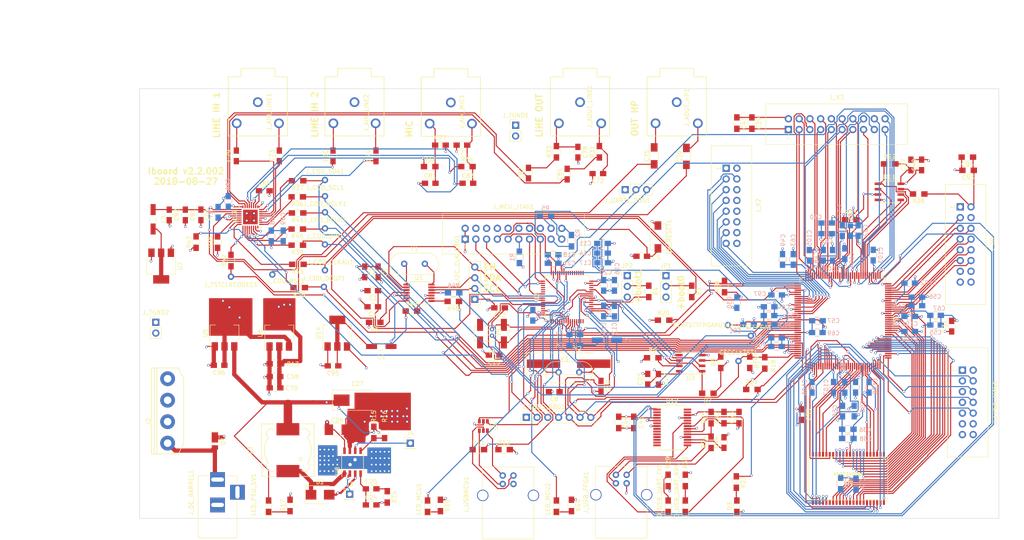
<source format=kicad_pcb>
(kicad_pcb (version 4) (host pcbnew 4.0.7-e2-6376~58~ubuntu16.04.1)
  (layers (0 F.Cu signal) (1 In1.Cu power hide) (2 In2.Cu power) (31 B.Cu signal) (34 B.Paste user) (35 F.Paste user) (36 B.SilkS user) (37 F.SilkS user) (38 B.Mask user) (39 F.Mask user) (44 Edge.Cuts user))
  (net 0 "")
  (net 1 +1V8)
  (net 2 GND)
  (net 3 "Net-(C3-Pad1)")
  (net 4 /MCU/NRST)
  (net 5 "Net-(C6-Pad1)")
  (net 6 "Net-(C8-Pad1)")
  (net 7 +3V3)
  (net 8 "Net-(C10-Pad1)")
  (net 9 "Net-(C11-Pad1)")
  (net 10 "Net-(C12-Pad1)")
  (net 11 "Net-(C15-Pad1)")
  (net 12 "Net-(C24-Pad1)")
  (net 13 "Net-(C25-Pad2)")
  (net 14 "Net-(C26-Pad1)")
  (net 15 +5V)
  (net 16 /FPGA/CLK_FPGA)
  (net 17 /FPGA/CLK_FPGA_AUX)
  (net 18 "Net-(C44-Pad1)")
  (net 19 +1V2)
  (net 20 "Net-(C71-Pad1)")
  (net 21 "Net-(C72-Pad1)")
  (net 22 /CODEC/IN1_L)
  (net 23 "Net-(C73-Pad2)")
  (net 24 /CODEC/IN2_L)
  (net 25 "Net-(C74-Pad2)")
  (net 26 /CODEC/HPR)
  (net 27 "Net-(C75-Pad2)")
  (net 28 /CODEC/HPL)
  (net 29 "Net-(C76-Pad2)")
  (net 30 "Net-(C77-Pad1)")
  (net 31 "Net-(C78-Pad1)")
  (net 32 /CODEC/IN1_R)
  (net 33 "Net-(C79-Pad2)")
  (net 34 /CODEC/IN2_R)
  (net 35 "Net-(C80-Pad2)")
  (net 36 /CODEC/IN3_R)
  (net 37 /CODEC/LOR)
  (net 38 "Net-(C82-Pad2)")
  (net 39 /CODEC/IN3_L)
  (net 40 /CODEC/LOL)
  (net 41 "Net-(C84-Pad2)")
  (net 42 "Net-(C85-Pad1)")
  (net 43 "Net-(C86-Pad2)")
  (net 44 "Net-(C87-Pad2)")
  (net 45 +3.3VA)
  (net 46 "Net-(C95-Pad1)")
  (net 47 /FPGA/CBUS_CLOCK)
  (net 48 +12V)
  (net 49 "Net-(D2-Pad1)")
  (net 50 "Net-(D3-Pad2)")
  (net 51 "Net-(D_USB_UART_RX1-Pad1)")
  (net 52 "Net-(D_USB_UART_RX1-Pad2)")
  (net 53 "Net-(D_USB_UART_TX1-Pad1)")
  (net 54 "Net-(D_USB_UART_TX1-Pad2)")
  (net 55 "Net-(J2-Pad4)")
  (net 56 "Net-(J3-Pad1)")
  (net 57 "Net-(J4-Pad1)")
  (net 58 "Net-(JP1-Pad2)")
  (net 59 "Net-(JP2-Pad2)")
  (net 60 /FPGA/CBUS_PROGB)
  (net 61 /FPGA/CBUS_INITB)
  (net 62 /FPGA/CBUS_BUSY)
  (net 63 /FPGA/CBUS_DONE)
  (net 64 /FPGA/CBUS_DATA)
  (net 65 /CODEC/CODEC_BCLK)
  (net 66 /CODEC/CODEC_DIN)
  (net 67 /CODEC/CODEC_DOUT)
  (net 68 /CODEC/CODEC_RST)
  (net 69 /CODEC/CODEC_SCL)
  (net 70 /CODEC/CODEC_SDA)
  (net 71 /CODEC/CODEC_WCLK)
  (net 72 /FPGA/TMS)
  (net 73 /FPGA/TCK)
  (net 74 /FPGA/TDO)
  (net 75 /FPGA/TDI)
  (net 76 "Net-(J_FPGA_JTAG1-Pad12)")
  (net 77 "Net-(J_FPGA_JTAG1-Pad14)")
  (net 78 /MCU/I2C_CLK_SCL)
  (net 79 /MCU/I2C_CLK_SDA)
  (net 80 /MCU/I2C_CLK_ENA)
  (net 81 /MCU/TRST)
  (net 82 /MCU/TDI)
  (net 83 /MCU/TMS_SWDIO)
  (net 84 /MCU/TCK_SWCLK)
  (net 85 "Net-(J_MCU_JTAG1-Pad11)")
  (net 86 /MCU/TDO_SWO)
  (net 87 "Net-(J_MCU_JTAG1-Pad17)")
  (net 88 "Net-(J_MCU_JTAG1-Pad19)")
  (net 89 /CODEC/CLK_CODEC)
  (net 90 /FPGA/UART1_RX)
  (net 91 /FPGA/UART1_TX)
  (net 92 "Net-(J_USBMCU1-Pad2)")
  (net 93 "Net-(J_USBMCU1-Pad1)")
  (net 94 "Net-(J_USBMCU1-Pad3)")
  (net 95 "Net-(J_USBMCU1-Pad5)")
  (net 96 "Net-(J_USB_FPGA1-Pad2)")
  (net 97 "Net-(J_USB_FPGA1-Pad1)")
  (net 98 "Net-(J_USB_FPGA1-Pad3)")
  (net 99 "Net-(J_USB_FPGA1-Pad5)")
  (net 100 /FPGA/X0_L1_N)
  (net 101 /FPGA/X0_L2_P)
  (net 102 /FPGA/X0_L2_N)
  (net 103 /FPGA/X0_L3_P)
  (net 104 /FPGA/X0_L3_N)
  (net 105 /FPGA/X0_L4_P)
  (net 106 /FPGA/X0_L4_N)
  (net 107 /FPGA/X0_L34_P)
  (net 108 /FPGA/X0_L34_N)
  (net 109 /FPGA/X2_L64P)
  (net 110 /FPGA/X2_L62N)
  (net 111 /FPGA/X2_L62P)
  (net 112 /FPGA/X2_L49N)
  (net 113 /FPGA/X2_L49P)
  (net 114 /FPGA/X2_L48P)
  (net 115 /FPGA/X2_L31N)
  (net 116 /FPGA/X2_L31P)
  (net 117 /FPGA/X3_L1_P)
  (net 118 /FPGA/X3_L1_N)
  (net 119 /FPGA/X3_L2_P)
  (net 120 /FPGA/X3_L2_N)
  (net 121 /FPGA/X3_L36_P)
  (net 122 /FPGA/X3_L36_N)
  (net 123 /FPGA/X3_L37_P)
  (net 124 /FPGA/X3_L37_N)
  (net 125 /FPGA/X3_L41_P)
  (net 126 /FPGA/X3_L41_N)
  (net 127 /FPGA/X3_L42_P)
  (net 128 /FPGA/X3_L42_N)
  (net 129 /FPGA/X3_L43_P)
  (net 130 /FPGA/X3_L43_N)
  (net 131 /FPGA/X3_L44_P)
  (net 132 /FPGA/X3_L44_N)
  (net 133 /FPGA/X3_L49_P)
  (net 134 /FPGA/X3_L49_N)
  (net 135 "Net-(L2-Pad2)")
  (net 136 "Net-(LED_MCU1-Pad1)")
  (net 137 "Net-(LED_MCU1-Pad2)")
  (net 138 "Net-(LED_MCU2-Pad1)")
  (net 139 "Net-(LED_MCU2-Pad2)")
  (net 140 "Net-(LED_PSU_5V1-Pad1)")
  (net 141 /MCU/BOOT_0)
  (net 142 /MCU/BOOT_1)
  (net 143 "Net-(R6-Pad1)")
  (net 144 /MCU/SPIFL_NSS)
  (net 145 "Net-(R8-Pad2)")
  (net 146 "Net-(R9-Pad2)")
  (net 147 /MCU/USB_VBUS_DETECT)
  (net 148 "Net-(R15-Pad2)")
  (net 149 "Net-(R21-Pad1)")
  (net 150 /FPGA/SPIFL_CS)
  (net 151 "Net-(R23-Pad2)")
  (net 152 "Net-(R24-Pad2)")
  (net 153 "Net-(R26-Pad2)")
  (net 154 /CODEC/MICBIAS)
  (net 155 "Net-(R35-Pad2)")
  (net 156 "Net-(R36-Pad2)")
  (net 157 "Net-(R37-Pad2)")
  (net 158 "Net-(R38-Pad2)")
  (net 159 "Net-(R39-Pad2)")
  (net 160 "Net-(R40-Pad2)")
  (net 161 "Net-(R41-Pad2)")
  (net 162 "Net-(R42-Pad2)")
  (net 163 "Net-(U1-Pad1)")
  (net 164 "Net-(U1-Pad14)")
  (net 165 "Net-(U2-Pad14)")
  (net 166 "Net-(U2-Pad15)")
  (net 167 /MCU/SPIFL_SCK)
  (net 168 /MCU/SPIFL_MISO)
  (net 169 /MCU/SPIFL_MOSI)
  (net 170 "Net-(U2-Pad34)")
  (net 171 /MCU/USB_DM)
  (net 172 /MCU/USB_DP)
  (net 173 "Net-(U2-Pad54)")
  (net 174 "Net-(U2-Pad61)")
  (net 175 "Net-(U2-Pad62)")
  (net 176 "Net-(U8-Pad9)")
  (net 177 /FPGA/USB_UART_TX)
  (net 178 /FPGA/USB_UART_RX)
  (net 179 /FPGA/SPIFL_CLK)
  (net 180 /FPGA/SPIFL_MOSI)
  (net 181 /FPGA/SPIFL_MISO)
  (net 182 /CODEC/CODEC_CLKAUX)
  (net 183 "Net-(U9-Pad72)")
  (net 184 /FPGA/RAM_CE)
  (net 185 /FPGA/RAM_LB)
  (net 186 /FPGA/RAM_OE)
  (net 187 /FPGA/RAM_UB)
  (net 188 /FPGA/RAM_WE)
  (net 189 /FPGA/RAM_A17)
  (net 190 /FPGA/RAM_A16)
  (net 191 /FPGA/RAM_A15)
  (net 192 /FPGA/RAM_A14)
  (net 193 /FPGA/RAM_A13)
  (net 194 /FPGA/RAM_A12)
  (net 195 /FPGA/RAM_A11)
  (net 196 /FPGA/RAM_A10)
  (net 197 /FPGA/RAM_A9)
  (net 198 /FPGA/RAM_A8)
  (net 199 /FPGA/RAM_A7)
  (net 200 /FPGA/RAM_A6)
  (net 201 /FPGA/RAM_A5)
  (net 202 /FPGA/RAM_A4)
  (net 203 /FPGA/RAM_A3)
  (net 204 /FPGA/RAM_A2)
  (net 205 /FPGA/RAM_A1)
  (net 206 /FPGA/RAM_A0)
  (net 207 /FPGA/RAM_D16)
  (net 208 /FPGA/RAM_D15)
  (net 209 /FPGA/RAM_D14)
  (net 210 /FPGA/RAM_D13)
  (net 211 /FPGA/RAM_D12)
  (net 212 /FPGA/RAM_D11)
  (net 213 /FPGA/RAM_D10)
  (net 214 /FPGA/RAM_D9)
  (net 215 /FPGA/RAM_D8)
  (net 216 /FPGA/RAM_D7)
  (net 217 /FPGA/RAM_D6)
  (net 218 /FPGA/RAM_D5)
  (net 219 /FPGA/RAM_D4)
  (net 220 /FPGA/RAM_D3)
  (net 221 /FPGA/RAM_D2)
  (net 222 /FPGA/RAM_D1)
  (net 223 "Net-(U12-Pad2)")
  (net 224 "Net-(U12-Pad3)")
  (net 225 "Net-(U12-Pad6)")
  (net 226 "Net-(U12-Pad9)")
  (net 227 "Net-(U12-Pad10)")
  (net 228 "Net-(U12-Pad11)")
  (net 229 "Net-(U12-Pad12)")
  (net 230 "Net-(U12-Pad13)")
  (net 231 "Net-(U12-Pad14)")
  (net 232 "Net-(U12-Pad27)")
  (net 233 "Net-(U12-Pad28)")
  (net 234 "Net-(U13-Pad8)")
  (net 235 "Net-(U13-Pad11)")
  (net 236 "Net-(Y4-Pad2)")
  (net 237 "Net-(Y4-Pad3)")
  (net 238 "Net-(J_X0-Pad4)")
  (net 239 "Net-(U2-Pad2)")
  (net 240 "Net-(U2-Pad16)")
  (net 241 "Net-(U2-Pad17)")
  (net 242 "Net-(U2-Pad29)")
  (net 243 "Net-(U2-Pad33)")
  (net 244 "Net-(U2-Pad35)")
  (net 245 "Net-(U2-Pad36)")
  (net 246 "Net-(U2-Pad37)")
  (net 247 "Net-(U2-Pad38)")
  (net 248 "Net-(U2-Pad39)")
  (net 249 "Net-(U2-Pad40)")
  (net 250 "Net-(U2-Pad51)")
  (net 251 "Net-(U2-Pad52)")
  (net 252 "Net-(U2-Pad53)")
  (net 253 "Net-(R45-Pad2)")
  (net 254 "Net-(R46-Pad2)")
  (net 255 "Net-(R47-Pad2)")
  (net 256 "Net-(R48-Pad2)")
  (module Mounting_Holes:MountingHole_4.3mm_M4_DIN965 (layer F.Cu) (at 57.15 59.69)
    (fp_text reference MH0 hide)
    (fp_text value MountingHole_4.3mm_M4_DIN965)
    (pad 1 np_thru_hole circle (at 0 0) (size 4.3 4.3) (drill 4.3) (layers *.Cu *.Mask))
  )
  (module Mounting_Holes:MountingHole_4.3mm_M4_DIN965 (layer F.Cu) (at 57.15 146.05)
    (fp_text reference MH3 hide)
    (fp_text value MountingHole_4.3mm_M4_DIN965)
    (pad 1 np_thru_hole circle (at 0 0) (size 4.3 4.3) (drill 4.3) (layers *.Cu *.Mask))
  )
  (module Mounting_Holes:MountingHole_4.3mm_M4_DIN965 (layer F.Cu) (at 247.396 146.05)
    (fp_text reference MH2 hide)
    (fp_text value MountingHole_4.3mm_M4_DIN965)
    (pad 1 np_thru_hole circle (at 0 0) (size 4.3 4.3) (drill 4.3) (layers *.Cu *.Mask))
  )
  (module Housings_SSOP:SSOP-28_5.3x10.2mm_Pitch0.65mm (layer F.Cu) (at 176.74 130.903)
    (fp_text reference U12 (at 0 -6.25) (layer F.SilkS))
    (fp_text value FT232RL)
    (pad 1 smd rect (at -3.6 -4.225) (size 1.75 0.45) (layers F.Cu F.Paste F.Mask) (net 178 /FPGA/USB_UART_RX))
    (pad 2 smd rect (at -3.6 -3.575) (size 1.75 0.45) (layers F.Cu F.Paste F.Mask) (net 223 "Net-(U12-Pad2)"))
    (pad 3 smd rect (at -3.6 -2.925) (size 1.75 0.45) (layers F.Cu F.Paste F.Mask) (net 224 "Net-(U12-Pad3)"))
    (pad 4 smd rect (at -3.6 -2.275) (size 1.75 0.45) (layers F.Cu F.Paste F.Mask) (net 7 +3V3))
    (pad 5 smd rect (at -3.6 -1.625) (size 1.75 0.45) (layers F.Cu F.Paste F.Mask) (net 177 /FPGA/USB_UART_TX))
    (pad 6 smd rect (at -3.6 -0.975) (size 1.75 0.45) (layers F.Cu F.Paste F.Mask) (net 225 "Net-(U12-Pad6)"))
    (pad 7 smd rect (at -3.6 -0.325) (size 1.75 0.45) (layers F.Cu F.Paste F.Mask) (net 2 GND))
    (pad 8 smd rect (at -3.6 0.325) (size 1.75 0.45) (layers F.Cu F.Paste F.Mask))
    (pad 9 smd rect (at -3.6 0.975) (size 1.75 0.45) (layers F.Cu F.Paste F.Mask) (net 226 "Net-(U12-Pad9)"))
    (pad 10 smd rect (at -3.6 1.625) (size 1.75 0.45) (layers F.Cu F.Paste F.Mask) (net 227 "Net-(U12-Pad10)"))
    (pad 11 smd rect (at -3.6 2.275) (size 1.75 0.45) (layers F.Cu F.Paste F.Mask) (net 228 "Net-(U12-Pad11)"))
    (pad 12 smd rect (at -3.6 2.925) (size 1.75 0.45) (layers F.Cu F.Paste F.Mask) (net 229 "Net-(U12-Pad12)"))
    (pad 13 smd rect (at -3.6 3.575) (size 1.75 0.45) (layers F.Cu F.Paste F.Mask) (net 230 "Net-(U12-Pad13)"))
    (pad 14 smd rect (at -3.6 4.225) (size 1.75 0.45) (layers F.Cu F.Paste F.Mask) (net 231 "Net-(U12-Pad14)"))
    (pad 15 smd rect (at 3.6 4.225) (size 1.75 0.45) (layers F.Cu F.Paste F.Mask) (net 98 "Net-(J_USB_FPGA1-Pad3)"))
    (pad 16 smd rect (at 3.6 3.575) (size 1.75 0.45) (layers F.Cu F.Paste F.Mask) (net 96 "Net-(J_USB_FPGA1-Pad2)"))
    (pad 17 smd rect (at 3.6 2.925) (size 1.75 0.45) (layers F.Cu F.Paste F.Mask) (net 18 "Net-(C44-Pad1)"))
    (pad 18 smd rect (at 3.6 2.275) (size 1.75 0.45) (layers F.Cu F.Paste F.Mask) (net 2 GND))
    (pad 19 smd rect (at 3.6 1.625) (size 1.75 0.45) (layers F.Cu F.Paste F.Mask) (net 152 "Net-(R24-Pad2)"))
    (pad 20 smd rect (at 3.6 0.975) (size 1.75 0.45) (layers F.Cu F.Paste F.Mask) (net 15 +5V))
    (pad 21 smd rect (at 3.6 0.325) (size 1.75 0.45) (layers F.Cu F.Paste F.Mask) (net 2 GND))
    (pad 22 smd rect (at 3.6 -0.325) (size 1.75 0.45) (layers F.Cu F.Paste F.Mask) (net 51 "Net-(D_USB_UART_RX1-Pad1)"))
    (pad 23 smd rect (at 3.6 -0.975) (size 1.75 0.45) (layers F.Cu F.Paste F.Mask) (net 53 "Net-(D_USB_UART_TX1-Pad1)"))
    (pad 24 smd rect (at 3.6 -1.625) (size 1.75 0.45) (layers F.Cu F.Paste F.Mask))
    (pad 25 smd rect (at 3.6 -2.275) (size 1.75 0.45) (layers F.Cu F.Paste F.Mask) (net 2 GND))
    (pad 26 smd rect (at 3.6 -2.925) (size 1.75 0.45) (layers F.Cu F.Paste F.Mask) (net 2 GND))
    (pad 27 smd rect (at 3.6 -3.575) (size 1.75 0.45) (layers F.Cu F.Paste F.Mask) (net 232 "Net-(U12-Pad27)"))
    (pad 28 smd rect (at 3.6 -4.225) (size 1.75 0.45) (layers F.Cu F.Paste F.Mask) (net 233 "Net-(U12-Pad28)"))
  )
  (module Measurement_Points:Measurement_Point_Round-TH_Small (layer F.Cu) (at 94.361 97.663)
    (fp_text reference J_COD_DOUT1 (at 0 -2) (layer F.SilkS))
    (fp_text value TEST_1P)
    (pad 1 thru_hole circle (at 0 0) (size 1.5 1.5) (drill 0.8) (layers *.Cu *.Mask) (net 67 /CODEC/CODEC_DOUT))
  )
  (module Capacitors_Tantalum_SMD:CP_Tantalum_Case-D_EIA-7343-31_Hand (layer F.Cu) (at 102.327 124.46)
    (fp_text reference C27 (at 0 -3.9) (layer F.SilkS))
    (fp_text value 330uF)
    (pad 1 smd rect (at -3.775 0) (size 3.75 2.7) (layers F.Cu F.Paste F.Mask) (net 15 +5V))
    (pad 2 smd rect (at 3.775 0) (size 3.75 2.7) (layers F.Cu F.Paste F.Mask) (net 2 GND))
  )
  (module Connectors:IDC_Header_Straight_20pins (layer F.Cu) (at 204.216 60.452)
    (fp_text reference J_X3 (at 11.43 -7.62) (layer F.SilkS))
    (fp_text value Conn_02x10_Odd_Even)
    (fp_text user 1 (at 0.02 1.72) (layer F.SilkS) (effects (font (thickness 0.12))))
    (pad 1 thru_hole rect (at 0 0) (size 1.7272 1.7272) (drill 1.016) (layers *.Cu *.Mask) (net 2 GND))
    (pad 2 thru_hole oval (at 0 -2.54) (size 1.7272 1.7272) (drill 1.016) (layers *.Cu *.Mask) (net 7 +3V3))
    (pad 3 thru_hole oval (at 2.54 0) (size 1.7272 1.7272) (drill 1.016) (layers *.Cu *.Mask) (net 117 /FPGA/X3_L1_P))
    (pad 4 thru_hole oval (at 2.54 -2.54) (size 1.7272 1.7272) (drill 1.016) (layers *.Cu *.Mask) (net 118 /FPGA/X3_L1_N))
    (pad 5 thru_hole oval (at 5.08 0) (size 1.7272 1.7272) (drill 1.016) (layers *.Cu *.Mask) (net 119 /FPGA/X3_L2_P))
    (pad 6 thru_hole oval (at 5.08 -2.54) (size 1.7272 1.7272) (drill 1.016) (layers *.Cu *.Mask) (net 120 /FPGA/X3_L2_N))
    (pad 7 thru_hole oval (at 7.62 0) (size 1.7272 1.7272) (drill 1.016) (layers *.Cu *.Mask) (net 121 /FPGA/X3_L36_P))
    (pad 8 thru_hole oval (at 7.62 -2.54) (size 1.7272 1.7272) (drill 1.016) (layers *.Cu *.Mask) (net 122 /FPGA/X3_L36_N))
    (pad 9 thru_hole oval (at 10.16 0) (size 1.7272 1.7272) (drill 1.016) (layers *.Cu *.Mask) (net 123 /FPGA/X3_L37_P))
    (pad 10 thru_hole oval (at 10.16 -2.54) (size 1.7272 1.7272) (drill 1.016) (layers *.Cu *.Mask) (net 124 /FPGA/X3_L37_N))
    (pad 11 thru_hole oval (at 12.7 0) (size 1.7272 1.7272) (drill 1.016) (layers *.Cu *.Mask) (net 125 /FPGA/X3_L41_P))
    (pad 12 thru_hole oval (at 12.7 -2.54) (size 1.7272 1.7272) (drill 1.016) (layers *.Cu *.Mask) (net 126 /FPGA/X3_L41_N))
    (pad 13 thru_hole oval (at 15.24 0) (size 1.7272 1.7272) (drill 1.016) (layers *.Cu *.Mask) (net 127 /FPGA/X3_L42_P))
    (pad 14 thru_hole oval (at 15.24 -2.54) (size 1.7272 1.7272) (drill 1.016) (layers *.Cu *.Mask) (net 128 /FPGA/X3_L42_N))
    (pad 15 thru_hole oval (at 17.78 0) (size 1.7272 1.7272) (drill 1.016) (layers *.Cu *.Mask) (net 129 /FPGA/X3_L43_P))
    (pad 16 thru_hole oval (at 17.78 -2.54) (size 1.7272 1.7272) (drill 1.016) (layers *.Cu *.Mask) (net 130 /FPGA/X3_L43_N))
    (pad 17 thru_hole oval (at 20.32 0) (size 1.7272 1.7272) (drill 1.016) (layers *.Cu *.Mask) (net 131 /FPGA/X3_L44_P))
    (pad 18 thru_hole oval (at 20.32 -2.54) (size 1.7272 1.7272) (drill 1.016) (layers *.Cu *.Mask) (net 132 /FPGA/X3_L44_N))
    (pad 19 thru_hole oval (at 22.86 0) (size 1.7272 1.7272) (drill 1.016) (layers *.Cu *.Mask) (net 133 /FPGA/X3_L49_P))
    (pad 20 thru_hole oval (at 22.86 -2.54) (size 1.7272 1.7272) (drill 1.016) (layers *.Cu *.Mask) (net 134 /FPGA/X3_L49_N))
  )
  (module Connectors:IDC_Header_Straight_16pins (layer F.Cu) (at 189.484 69.596 270)
    (fp_text reference J_X2 (at 8.89 -7.62 270) (layer F.SilkS))
    (fp_text value Conn_02x08_Odd_Even)
    (fp_text user 1 (at 0.02 1.72 270) (layer F.SilkS) (effects (font (thickness 0.12))))
    (pad 1 thru_hole rect (at 0 0 270) (size 1.7272 1.7272) (drill 1.016) (layers *.Cu *.Mask) (net 2 GND))
    (pad 2 thru_hole oval (at 0 -2.54 270) (size 1.7272 1.7272) (drill 1.016) (layers *.Cu *.Mask) (net 7 +3V3))
    (pad 3 thru_hole oval (at 2.54 0 270) (size 1.7272 1.7272) (drill 1.016) (layers *.Cu *.Mask) (net 110 /FPGA/X2_L62N))
    (pad 4 thru_hole oval (at 2.54 -2.54 270) (size 1.7272 1.7272) (drill 1.016) (layers *.Cu *.Mask) (net 109 /FPGA/X2_L64P))
    (pad 5 thru_hole oval (at 5.08 0 270) (size 1.7272 1.7272) (drill 1.016) (layers *.Cu *.Mask) (net 111 /FPGA/X2_L62P))
    (pad 6 thru_hole oval (at 5.08 -2.54 270) (size 1.7272 1.7272) (drill 1.016) (layers *.Cu *.Mask) (net 2 GND))
    (pad 7 thru_hole oval (at 7.62 0 270) (size 1.7272 1.7272) (drill 1.016) (layers *.Cu *.Mask) (net 112 /FPGA/X2_L49N))
    (pad 8 thru_hole oval (at 7.62 -2.54 270) (size 1.7272 1.7272) (drill 1.016) (layers *.Cu *.Mask) (net 2 GND))
    (pad 9 thru_hole oval (at 10.16 0 270) (size 1.7272 1.7272) (drill 1.016) (layers *.Cu *.Mask) (net 113 /FPGA/X2_L49P))
    (pad 10 thru_hole oval (at 10.16 -2.54 270) (size 1.7272 1.7272) (drill 1.016) (layers *.Cu *.Mask) (net 2 GND))
    (pad 11 thru_hole oval (at 12.7 0 270) (size 1.7272 1.7272) (drill 1.016) (layers *.Cu *.Mask) (net 114 /FPGA/X2_L48P))
    (pad 12 thru_hole oval (at 12.7 -2.54 270) (size 1.7272 1.7272) (drill 1.016) (layers *.Cu *.Mask) (net 2 GND))
    (pad 13 thru_hole oval (at 15.24 0 270) (size 1.7272 1.7272) (drill 1.016) (layers *.Cu *.Mask) (net 115 /FPGA/X2_L31N))
    (pad 14 thru_hole oval (at 15.24 -2.54 270) (size 1.7272 1.7272) (drill 1.016) (layers *.Cu *.Mask) (net 2 GND))
    (pad 15 thru_hole oval (at 17.78 0 270) (size 1.7272 1.7272) (drill 1.016) (layers *.Cu *.Mask) (net 116 /FPGA/X2_L31P))
    (pad 16 thru_hole oval (at 17.78 -2.54 270) (size 1.7272 1.7272) (drill 1.016) (layers *.Cu *.Mask) (net 2 GND))
  )
  (module Pin_Headers:Pin_Header_Straight_1x03_Pitch2.54mm (layer F.Cu) (at 166.116 94.996)
    (fp_text reference JP2 (at 0 -2.33) (layer F.SilkS))
    (fp_text value Jumper_NC_Dual)
    (pad 1 thru_hole rect (at 0 0) (size 1.7 1.7) (drill 1) (layers *.Cu *.Mask) (net 2 GND))
    (pad 2 thru_hole oval (at 0 2.54) (size 1.7 1.7) (drill 1) (layers *.Cu *.Mask) (net 59 "Net-(JP2-Pad2)"))
    (pad 3 thru_hole oval (at 0 5.08) (size 1.7 1.7) (drill 1) (layers *.Cu *.Mask) (net 7 +3V3))
  )
  (module Housings_QFP:LQFP-64_10x10mm_Pitch0.5mm (layer F.Cu) (at 151.892 100.076 90)
    (fp_text reference U2 (at 0 -7.2 90) (layer F.SilkS))
    (fp_text value STM32F401RBTx)
    (pad 1 smd rect (at -5.7 -3.75 90) (size 1 0.25) (layers F.Cu F.Paste F.Mask) (net 7 +3V3))
    (pad 2 smd rect (at -5.7 -3.25 90) (size 1 0.25) (layers F.Cu F.Paste F.Mask) (net 239 "Net-(U2-Pad2)"))
    (pad 3 smd rect (at -5.7 -2.75 90) (size 1 0.25) (layers F.Cu F.Paste F.Mask) (net 10 "Net-(C12-Pad1)"))
    (pad 4 smd rect (at -5.7 -2.25 90) (size 1 0.25) (layers F.Cu F.Paste F.Mask) (net 11 "Net-(C15-Pad1)"))
    (pad 5 smd rect (at -5.7 -1.75 90) (size 1 0.25) (layers F.Cu F.Paste F.Mask) (net 6 "Net-(C8-Pad1)"))
    (pad 6 smd rect (at -5.7 -1.25 90) (size 1 0.25) (layers F.Cu F.Paste F.Mask) (net 8 "Net-(C10-Pad1)"))
    (pad 7 smd rect (at -5.7 -0.75 90) (size 1 0.25) (layers F.Cu F.Paste F.Mask) (net 4 /MCU/NRST))
    (pad 8 smd rect (at -5.7 -0.25 90) (size 1 0.25) (layers F.Cu F.Paste F.Mask) (net 60 /FPGA/CBUS_PROGB))
    (pad 9 smd rect (at -5.7 0.25 90) (size 1 0.25) (layers F.Cu F.Paste F.Mask) (net 61 /FPGA/CBUS_INITB))
    (pad 10 smd rect (at -5.7 0.75 90) (size 1 0.25) (layers F.Cu F.Paste F.Mask) (net 47 /FPGA/CBUS_CLOCK))
    (pad 11 smd rect (at -5.7 1.25 90) (size 1 0.25) (layers F.Cu F.Paste F.Mask) (net 62 /FPGA/CBUS_BUSY))
    (pad 12 smd rect (at -5.7 1.75 90) (size 1 0.25) (layers F.Cu F.Paste F.Mask) (net 2 GND))
    (pad 13 smd rect (at -5.7 2.25 90) (size 1 0.25) (layers F.Cu F.Paste F.Mask) (net 5 "Net-(C6-Pad1)"))
    (pad 14 smd rect (at -5.7 2.75 90) (size 1 0.25) (layers F.Cu F.Paste F.Mask) (net 165 "Net-(U2-Pad14)"))
    (pad 15 smd rect (at -5.7 3.25 90) (size 1 0.25) (layers F.Cu F.Paste F.Mask) (net 166 "Net-(U2-Pad15)"))
    (pad 16 smd rect (at -5.7 3.75 90) (size 1 0.25) (layers F.Cu F.Paste F.Mask) (net 240 "Net-(U2-Pad16)"))
    (pad 17 smd rect (at -3.75 5.7 180) (size 1 0.25) (layers F.Cu F.Paste F.Mask) (net 241 "Net-(U2-Pad17)"))
    (pad 18 smd rect (at -3.25 5.7 180) (size 1 0.25) (layers F.Cu F.Paste F.Mask) (net 2 GND))
    (pad 19 smd rect (at -2.75 5.7 180) (size 1 0.25) (layers F.Cu F.Paste F.Mask) (net 7 +3V3))
    (pad 20 smd rect (at -2.25 5.7 180) (size 1 0.25) (layers F.Cu F.Paste F.Mask) (net 144 /MCU/SPIFL_NSS))
    (pad 21 smd rect (at -1.75 5.7 180) (size 1 0.25) (layers F.Cu F.Paste F.Mask) (net 167 /MCU/SPIFL_SCK))
    (pad 22 smd rect (at -1.25 5.7 180) (size 1 0.25) (layers F.Cu F.Paste F.Mask) (net 168 /MCU/SPIFL_MISO))
    (pad 23 smd rect (at -0.75 5.7 180) (size 1 0.25) (layers F.Cu F.Paste F.Mask) (net 169 /MCU/SPIFL_MOSI))
    (pad 24 smd rect (at -0.25 5.7 180) (size 1 0.25) (layers F.Cu F.Paste F.Mask) (net 63 /FPGA/CBUS_DONE))
    (pad 25 smd rect (at 0.25 5.7 180) (size 1 0.25) (layers F.Cu F.Paste F.Mask) (net 64 /FPGA/CBUS_DATA))
    (pad 26 smd rect (at 0.75 5.7 180) (size 1 0.25) (layers F.Cu F.Paste F.Mask) (net 139 "Net-(LED_MCU2-Pad2)"))
    (pad 27 smd rect (at 1.25 5.7 180) (size 1 0.25) (layers F.Cu F.Paste F.Mask) (net 137 "Net-(LED_MCU1-Pad2)"))
    (pad 28 smd rect (at 1.75 5.7 180) (size 1 0.25) (layers F.Cu F.Paste F.Mask) (net 142 /MCU/BOOT_1))
    (pad 29 smd rect (at 2.25 5.7 180) (size 1 0.25) (layers F.Cu F.Paste F.Mask) (net 242 "Net-(U2-Pad29)"))
    (pad 30 smd rect (at 2.75 5.7 180) (size 1 0.25) (layers F.Cu F.Paste F.Mask) (net 9 "Net-(C11-Pad1)"))
    (pad 31 smd rect (at 3.25 5.7 180) (size 1 0.25) (layers F.Cu F.Paste F.Mask) (net 2 GND))
    (pad 32 smd rect (at 3.75 5.7 180) (size 1 0.25) (layers F.Cu F.Paste F.Mask) (net 7 +3V3))
    (pad 33 smd rect (at 5.7 3.75 90) (size 1 0.25) (layers F.Cu F.Paste F.Mask) (net 243 "Net-(U2-Pad33)"))
    (pad 34 smd rect (at 5.7 3.25 90) (size 1 0.25) (layers F.Cu F.Paste F.Mask) (net 170 "Net-(U2-Pad34)"))
    (pad 35 smd rect (at 5.7 2.75 90) (size 1 0.25) (layers F.Cu F.Paste F.Mask) (net 244 "Net-(U2-Pad35)"))
    (pad 36 smd rect (at 5.7 2.25 90) (size 1 0.25) (layers F.Cu F.Paste F.Mask) (net 245 "Net-(U2-Pad36)"))
    (pad 37 smd rect (at 5.7 1.75 90) (size 1 0.25) (layers F.Cu F.Paste F.Mask) (net 246 "Net-(U2-Pad37)"))
    (pad 38 smd rect (at 5.7 1.25 90) (size 1 0.25) (layers F.Cu F.Paste F.Mask) (net 247 "Net-(U2-Pad38)"))
    (pad 39 smd rect (at 5.7 0.75 90) (size 1 0.25) (layers F.Cu F.Paste F.Mask) (net 248 "Net-(U2-Pad39)"))
    (pad 40 smd rect (at 5.7 0.25 90) (size 1 0.25) (layers F.Cu F.Paste F.Mask) (net 249 "Net-(U2-Pad40)"))
    (pad 41 smd rect (at 5.7 -0.25 90) (size 1 0.25) (layers F.Cu F.Paste F.Mask) (net 147 /MCU/USB_VBUS_DETECT))
    (pad 42 smd rect (at 5.7 -0.75 90) (size 1 0.25) (layers F.Cu F.Paste F.Mask) (net 91 /FPGA/UART1_TX))
    (pad 43 smd rect (at 5.7 -1.25 90) (size 1 0.25) (layers F.Cu F.Paste F.Mask) (net 90 /FPGA/UART1_RX))
    (pad 44 smd rect (at 5.7 -1.75 90) (size 1 0.25) (layers F.Cu F.Paste F.Mask) (net 171 /MCU/USB_DM))
    (pad 45 smd rect (at 5.7 -2.25 90) (size 1 0.25) (layers F.Cu F.Paste F.Mask) (net 172 /MCU/USB_DP))
    (pad 46 smd rect (at 5.7 -2.75 90) (size 1 0.25) (layers F.Cu F.Paste F.Mask) (net 83 /MCU/TMS_SWDIO))
    (pad 47 smd rect (at 5.7 -3.25 90) (size 1 0.25) (layers F.Cu F.Paste F.Mask) (net 2 GND))
    (pad 48 smd rect (at 5.7 -3.75 90) (size 1 0.25) (layers F.Cu F.Paste F.Mask) (net 7 +3V3))
    (pad 49 smd rect (at 3.75 -5.7 180) (size 1 0.25) (layers F.Cu F.Paste F.Mask) (net 84 /MCU/TCK_SWCLK))
    (pad 50 smd rect (at 3.25 -5.7 180) (size 1 0.25) (layers F.Cu F.Paste F.Mask) (net 82 /MCU/TDI))
    (pad 51 smd rect (at 2.75 -5.7 180) (size 1 0.25) (layers F.Cu F.Paste F.Mask) (net 250 "Net-(U2-Pad51)"))
    (pad 52 smd rect (at 2.25 -5.7 180) (size 1 0.25) (layers F.Cu F.Paste F.Mask) (net 251 "Net-(U2-Pad52)"))
    (pad 53 smd rect (at 1.75 -5.7 180) (size 1 0.25) (layers F.Cu F.Paste F.Mask) (net 252 "Net-(U2-Pad53)"))
    (pad 54 smd rect (at 1.25 -5.7 180) (size 1 0.25) (layers F.Cu F.Paste F.Mask) (net 173 "Net-(U2-Pad54)"))
    (pad 55 smd rect (at 0.75 -5.7 180) (size 1 0.25) (layers F.Cu F.Paste F.Mask) (net 86 /MCU/TDO_SWO))
    (pad 56 smd rect (at 0.25 -5.7 180) (size 1 0.25) (layers F.Cu F.Paste F.Mask) (net 81 /MCU/TRST))
    (pad 57 smd rect (at -0.25 -5.7 180) (size 1 0.25) (layers F.Cu F.Paste F.Mask) (net 80 /MCU/I2C_CLK_ENA))
    (pad 58 smd rect (at -0.75 -5.7 180) (size 1 0.25) (layers F.Cu F.Paste F.Mask) (net 78 /MCU/I2C_CLK_SCL))
    (pad 59 smd rect (at -1.25 -5.7 180) (size 1 0.25) (layers F.Cu F.Paste F.Mask) (net 79 /MCU/I2C_CLK_SDA))
    (pad 60 smd rect (at -1.75 -5.7 180) (size 1 0.25) (layers F.Cu F.Paste F.Mask) (net 141 /MCU/BOOT_0))
    (pad 61 smd rect (at -2.25 -5.7 180) (size 1 0.25) (layers F.Cu F.Paste F.Mask) (net 174 "Net-(U2-Pad61)"))
    (pad 62 smd rect (at -2.75 -5.7 180) (size 1 0.25) (layers F.Cu F.Paste F.Mask) (net 175 "Net-(U2-Pad62)"))
    (pad 63 smd rect (at -3.25 -5.7 180) (size 1 0.25) (layers F.Cu F.Paste F.Mask) (net 2 GND))
    (pad 64 smd rect (at -3.75 -5.7 180) (size 1 0.25) (layers F.Cu F.Paste F.Mask) (net 7 +3V3))
  )
  (module Pin_Headers:Pin_Header_Straight_1x03_Pitch2.54mm (layer F.Cu) (at 175.26 94.996)
    (fp_text reference JP1 (at 0 -2.33) (layer F.SilkS))
    (fp_text value Jumper_NC_Dual)
    (pad 1 thru_hole rect (at 0 0) (size 1.7 1.7) (drill 1) (layers *.Cu *.Mask) (net 2 GND))
    (pad 2 thru_hole oval (at 0 2.54) (size 1.7 1.7) (drill 1) (layers *.Cu *.Mask) (net 58 "Net-(JP1-Pad2)"))
    (pad 3 thru_hole oval (at 0 5.08) (size 1.7 1.7) (drill 1) (layers *.Cu *.Mask) (net 7 +3V3))
  )
  (module Capacitors_SMD:C_0805_HandSoldering (layer B.Cu) (at 160.528 103.358 270)
    (fp_text reference C19 (at 4.064 0 270) (layer B.SilkS) (effects (justify mirror)))
    (fp_text value 0.1)
    (pad 1 smd rect (at -1.25 0 270) (size 1.5 1.25) (layers B.Cu B.Paste B.Mask) (net 7 +3V3))
    (pad 2 smd rect (at 1.25 0 270) (size 1.5 1.25) (layers B.Cu B.Paste B.Mask) (net 2 GND))
  )
  (module Crystals:Crystal_SMD_SeikoEpson_MC306-4pin_8.0x3.2mm_HandSoldering (layer F.Cu) (at 134.112 108.712 180)
    (fp_text reference Y4 (at 0 -4.5 180) (layer F.SilkS))
    (fp_text value " ABS25-32.768KHZ-6-T ")
    (pad 1 smd rect (at -2.815 2.075 180) (size 1.43 2.85) (layers F.Cu F.Paste F.Mask) (net 10 "Net-(C12-Pad1)"))
    (pad 2 smd rect (at 2.815 2.075 180) (size 1.43 2.85) (layers F.Cu F.Paste F.Mask) (net 236 "Net-(Y4-Pad2)"))
    (pad 3 smd rect (at 2.815 -2.075 180) (size 1.43 2.85) (layers F.Cu F.Paste F.Mask) (net 237 "Net-(Y4-Pad3)"))
    (pad 4 smd rect (at -2.815 -2.075 180) (size 1.43 2.85) (layers F.Cu F.Paste F.Mask) (net 11 "Net-(C15-Pad1)"))
  )
  (module Capacitors_SMD:C_0805_HandSoldering (layer B.Cu) (at 143.764 104.374 90)
    (fp_text reference C9 (at 0 1.75 90) (layer B.SilkS) (effects (justify mirror)))
    (fp_text value 0.1)
    (pad 1 smd rect (at -1.25 0 90) (size 1.5 1.25) (layers B.Cu B.Paste B.Mask) (net 7 +3V3))
    (pad 2 smd rect (at 1.25 0 90) (size 1.5 1.25) (layers B.Cu B.Paste B.Mask) (net 2 GND))
  )
  (module Capacitors_SMD:C_0805_HandSoldering (layer F.Cu) (at 134.62 113.792 180)
    (fp_text reference C15 (at 0 -1.75 180) (layer F.SilkS))
    (fp_text value 4.3pF)
    (pad 1 smd rect (at -1.25 0 180) (size 1.5 1.25) (layers F.Cu F.Paste F.Mask) (net 11 "Net-(C15-Pad1)"))
    (pad 2 smd rect (at 1.25 0 180) (size 1.5 1.25) (layers F.Cu F.Paste F.Mask) (net 2 GND))
  )
  (module Capacitors_SMD:C_0805_HandSoldering (layer F.Cu) (at 135.91 102.616 180)
    (fp_text reference C12 (at 0 -1.75 180) (layer F.SilkS))
    (fp_text value 4.3pF)
    (pad 1 smd rect (at -1.25 0 180) (size 1.5 1.25) (layers F.Cu F.Paste F.Mask) (net 10 "Net-(C12-Pad1)"))
    (pad 2 smd rect (at 1.25 0 180) (size 1.5 1.25) (layers F.Cu F.Paste F.Mask) (net 2 GND))
  )
  (module Pin_Headers:Pin_Header_Straight_1x04_Pitch2.54mm (layer F.Cu) (at 130.048 100.584 180)
    (fp_text reference J_I2C_CLK_DBG1 (at 4.191 9.144 450) (layer F.SilkS))
    (fp_text value Conn_01x04)
    (pad 1 thru_hole rect (at 0 0 180) (size 1.7 1.7) (drill 1) (layers *.Cu *.Mask) (net 2 GND))
    (pad 2 thru_hole oval (at 0 2.54 180) (size 1.7 1.7) (drill 1) (layers *.Cu *.Mask) (net 78 /MCU/I2C_CLK_SCL))
    (pad 3 thru_hole oval (at 0 5.08 180) (size 1.7 1.7) (drill 1) (layers *.Cu *.Mask) (net 79 /MCU/I2C_CLK_SDA))
    (pad 4 thru_hole oval (at 0 7.62 180) (size 1.7 1.7) (drill 1) (layers *.Cu *.Mask) (net 80 /MCU/I2C_CLK_ENA))
  )
  (module Crystals:Crystal_DS10_d1.0mm_l4.3mm_Vertical (layer F.Cu) (at 134.112 107.696 270)
    (fp_text reference Y5 (at 0.75 -1.7 270) (layer F.SilkS))
    (fp_text value DNP32)
    (pad 1 thru_hole circle (at 0 0 270) (size 1 1) (drill 0.5) (layers *.Cu *.Mask) (net 10 "Net-(C12-Pad1)"))
    (pad 2 thru_hole circle (at 1.5 0 270) (size 1 1) (drill 0.5) (layers *.Cu *.Mask) (net 11 "Net-(C15-Pad1)"))
  )
  (module Buttons_Switches_SMD:SW_SPST_EVQPE1 (layer F.Cu) (at 173.355 85.852 270)
    (fp_text reference SW_RESET1 (at 0 -2.65 270) (layer F.SilkS))
    (fp_text value SW_Push)
    (pad 2 smd rect (at 2.7 0 270) (size 2 1.6) (layers F.Cu F.Paste F.Mask) (net 4 /MCU/NRST))
    (pad 1 smd rect (at -2.7 0 270) (size 2 1.6) (layers F.Cu F.Paste F.Mask) (net 2 GND))
  )
  (module Capacitors_SMD:C_0805_HandSoldering (layer F.Cu) (at 169.525 90.424 180)
    (fp_text reference C5 (at -3.449 -0.381 180) (layer F.SilkS))
    (fp_text value 0.1)
    (pad 1 smd rect (at -1.25 0 180) (size 1.5 1.25) (layers F.Cu F.Paste F.Mask) (net 4 /MCU/NRST))
    (pad 2 smd rect (at 1.25 0 180) (size 1.5 1.25) (layers F.Cu F.Paste F.Mask) (net 2 GND))
  )
  (module Capacitors_SMD:C_0805_HandSoldering (layer F.Cu) (at 148.844 122.428 180)
    (fp_text reference C8 (at 0 -1.75 180) (layer F.SilkS))
    (fp_text value 20pF)
    (pad 1 smd rect (at -1.25 0 180) (size 1.5 1.25) (layers F.Cu F.Paste F.Mask) (net 6 "Net-(C8-Pad1)"))
    (pad 2 smd rect (at 1.25 0 180) (size 1.5 1.25) (layers F.Cu F.Paste F.Mask) (net 2 GND))
  )
  (module Connectors:IDC_Header_Straight_20pins (layer F.Cu) (at 127.762 86.36)
    (fp_text reference J_MCU_JTAG1 (at 11.43 -7.62) (layer F.SilkS))
    (fp_text value Conn_02x10_Odd_Even)
    (fp_text user 1 (at 0.02 1.72) (layer F.SilkS) (effects (font (thickness 0.12))))
    (pad 1 thru_hole rect (at 0 0) (size 1.7272 1.7272) (drill 1.016) (layers *.Cu *.Mask) (net 7 +3V3))
    (pad 2 thru_hole oval (at 0 -2.54) (size 1.7272 1.7272) (drill 1.016) (layers *.Cu *.Mask) (net 7 +3V3))
    (pad 3 thru_hole oval (at 2.54 0) (size 1.7272 1.7272) (drill 1.016) (layers *.Cu *.Mask) (net 81 /MCU/TRST))
    (pad 4 thru_hole oval (at 2.54 -2.54) (size 1.7272 1.7272) (drill 1.016) (layers *.Cu *.Mask) (net 2 GND))
    (pad 5 thru_hole oval (at 5.08 0) (size 1.7272 1.7272) (drill 1.016) (layers *.Cu *.Mask) (net 82 /MCU/TDI))
    (pad 6 thru_hole oval (at 5.08 -2.54) (size 1.7272 1.7272) (drill 1.016) (layers *.Cu *.Mask) (net 2 GND))
    (pad 7 thru_hole oval (at 7.62 0) (size 1.7272 1.7272) (drill 1.016) (layers *.Cu *.Mask) (net 83 /MCU/TMS_SWDIO))
    (pad 8 thru_hole oval (at 7.62 -2.54) (size 1.7272 1.7272) (drill 1.016) (layers *.Cu *.Mask) (net 2 GND))
    (pad 9 thru_hole oval (at 10.16 0) (size 1.7272 1.7272) (drill 1.016) (layers *.Cu *.Mask) (net 84 /MCU/TCK_SWCLK))
    (pad 10 thru_hole oval (at 10.16 -2.54) (size 1.7272 1.7272) (drill 1.016) (layers *.Cu *.Mask) (net 2 GND))
    (pad 11 thru_hole oval (at 12.7 0) (size 1.7272 1.7272) (drill 1.016) (layers *.Cu *.Mask) (net 85 "Net-(J_MCU_JTAG1-Pad11)"))
    (pad 12 thru_hole oval (at 12.7 -2.54) (size 1.7272 1.7272) (drill 1.016) (layers *.Cu *.Mask) (net 2 GND))
    (pad 13 thru_hole oval (at 15.24 0) (size 1.7272 1.7272) (drill 1.016) (layers *.Cu *.Mask) (net 86 /MCU/TDO_SWO))
    (pad 14 thru_hole oval (at 15.24 -2.54) (size 1.7272 1.7272) (drill 1.016) (layers *.Cu *.Mask) (net 2 GND))
    (pad 15 thru_hole oval (at 17.78 0) (size 1.7272 1.7272) (drill 1.016) (layers *.Cu *.Mask) (net 4 /MCU/NRST))
    (pad 16 thru_hole oval (at 17.78 -2.54) (size 1.7272 1.7272) (drill 1.016) (layers *.Cu *.Mask) (net 2 GND))
    (pad 17 thru_hole oval (at 20.32 0) (size 1.7272 1.7272) (drill 1.016) (layers *.Cu *.Mask) (net 87 "Net-(J_MCU_JTAG1-Pad17)"))
    (pad 18 thru_hole oval (at 20.32 -2.54) (size 1.7272 1.7272) (drill 1.016) (layers *.Cu *.Mask) (net 2 GND))
    (pad 19 thru_hole oval (at 22.86 0) (size 1.7272 1.7272) (drill 1.016) (layers *.Cu *.Mask) (net 88 "Net-(J_MCU_JTAG1-Pad19)"))
    (pad 20 thru_hole oval (at 22.86 -2.54) (size 1.7272 1.7272) (drill 1.016) (layers *.Cu *.Mask) (net 2 GND))
  )
  (module Resistors_SMD:R_0805_HandSoldering (layer F.Cu) (at 130.89 136.144)
    (fp_text reference R11 (at 0 -1.7) (layer F.SilkS))
    (fp_text value 47k)
    (pad 1 smd rect (at -1.35 0) (size 1.5 1.3) (layers F.Cu F.Paste F.Mask) (net 93 "Net-(J_USBMCU1-Pad1)"))
    (pad 2 smd rect (at 1.35 0) (size 1.5 1.3) (layers F.Cu F.Paste F.Mask) (net 147 /MCU/USB_VBUS_DETECT))
  )
  (module Connectors:USB_B (layer F.Cu) (at 139.192 142.272 270)
    (fp_text reference J_USBMCU1 (at 4.54 11.176 450) (layer F.SilkS))
    (fp_text value USB_B)
    (pad 2 thru_hole circle (at 0 2.54 180) (size 1.52 1.52) (drill 0.81) (layers *.Cu *.Mask) (net 92 "Net-(J_USBMCU1-Pad2)"))
    (pad 1 thru_hole circle (at 0 0 180) (size 1.52 1.52) (drill 0.81) (layers *.Cu *.Mask) (net 93 "Net-(J_USBMCU1-Pad1)"))
    (pad 4 thru_hole circle (at 2 0 180) (size 1.52 1.52) (drill 0.81) (layers *.Cu *.Mask) (net 2 GND))
    (pad 3 thru_hole circle (at 2 2.54 180) (size 1.52 1.52) (drill 0.81) (layers *.Cu *.Mask) (net 94 "Net-(J_USBMCU1-Pad3)"))
    (pad 5 thru_hole circle (at 4.7 7.27 180) (size 2.7 2.7) (drill 2.3) (layers *.Cu *.Mask) (net 95 "Net-(J_USBMCU1-Pad5)"))
    (pad 5 thru_hole circle (at 4.7 -4.73 180) (size 2.7 2.7) (drill 2.3) (layers *.Cu *.Mask) (net 95 "Net-(J_USBMCU1-Pad5)"))
  )
  (module Resistors_SMD:R_0805_HandSoldering (layer F.Cu) (at 136.986 136.144)
    (fp_text reference R12 (at 0 -1.7) (layer F.SilkS))
    (fp_text value 68k)
    (pad 1 smd rect (at -1.35 0) (size 1.5 1.3) (layers F.Cu F.Paste F.Mask) (net 147 /MCU/USB_VBUS_DETECT))
    (pad 2 smd rect (at 1.35 0) (size 1.5 1.3) (layers F.Cu F.Paste F.Mask) (net 2 GND))
  )
  (module TO_SOT_Packages_SMD:SOT-23-6 (layer F.Cu) (at 132.08 130.556 270)
    (fp_text reference U4 (at 0 -2.9 270) (layer F.SilkS))
    (fp_text value USBLC6-2SC6)
    (pad 1 smd rect (at -1.1 -0.95 270) (size 1.06 0.65) (layers F.Cu F.Paste F.Mask) (net 171 /MCU/USB_DM))
    (pad 2 smd rect (at -1.1 0 270) (size 1.06 0.65) (layers F.Cu F.Paste F.Mask) (net 2 GND))
    (pad 3 smd rect (at -1.1 0.95 270) (size 1.06 0.65) (layers F.Cu F.Paste F.Mask) (net 172 /MCU/USB_DP))
    (pad 4 smd rect (at 1.1 0.95 270) (size 1.06 0.65) (layers F.Cu F.Paste F.Mask) (net 94 "Net-(J_USBMCU1-Pad3)"))
    (pad 6 smd rect (at 1.1 -0.95 270) (size 1.06 0.65) (layers F.Cu F.Paste F.Mask) (net 92 "Net-(J_USBMCU1-Pad2)"))
    (pad 5 smd rect (at 1.1 0 270) (size 1.06 0.65) (layers F.Cu F.Paste F.Mask) (net 93 "Net-(J_USBMCU1-Pad1)"))
  )
  (module Crystals:Crystal_SMD_HC49-SD_HandSoldering (layer F.Cu) (at 152.2415 115.824)
    (fp_text reference Y2 (at 2.1905 -3.556) (layer F.SilkS))
    (fp_text value 8MHz)
    (pad 1 smd rect (at -5.9375 0) (size 7.875 2) (layers F.Cu F.Paste F.Mask) (net 6 "Net-(C8-Pad1)"))
    (pad 2 smd rect (at 5.9375 0) (size 7.875 2) (layers F.Cu F.Paste F.Mask) (net 8 "Net-(C10-Pad1)"))
  )
  (module Capacitors_SMD:C_0805_HandSoldering (layer F.Cu) (at 159.893 121.138 270)
    (fp_text reference C10 (at 0 -1.75 270) (layer F.SilkS))
    (fp_text value 20pF)
    (pad 1 smd rect (at -1.25 0 270) (size 1.5 1.25) (layers F.Cu F.Paste F.Mask) (net 8 "Net-(C10-Pad1)"))
    (pad 2 smd rect (at 1.25 0 270) (size 1.5 1.25) (layers F.Cu F.Paste F.Mask) (net 2 GND))
  )
  (module Pin_Headers:Pin_Header_Straight_1x07_Pitch2.54mm (layer F.Cu) (at 142.24 128.524 90)
    (fp_text reference J_CBUS_DBG1 (at 2.54 4.064 180) (layer F.SilkS))
    (fp_text value Conn_01x07_Male)
    (pad 1 thru_hole rect (at 0 0 90) (size 1.7 1.7) (drill 1) (layers *.Cu *.Mask) (net 2 GND))
    (pad 2 thru_hole oval (at 0 2.54 90) (size 1.7 1.7) (drill 1) (layers *.Cu *.Mask) (net 60 /FPGA/CBUS_PROGB))
    (pad 3 thru_hole oval (at 0 5.08 90) (size 1.7 1.7) (drill 1) (layers *.Cu *.Mask) (net 61 /FPGA/CBUS_INITB))
    (pad 4 thru_hole oval (at 0 7.62 90) (size 1.7 1.7) (drill 1) (layers *.Cu *.Mask) (net 47 /FPGA/CBUS_CLOCK))
    (pad 5 thru_hole oval (at 0 10.16 90) (size 1.7 1.7) (drill 1) (layers *.Cu *.Mask) (net 62 /FPGA/CBUS_BUSY))
    (pad 6 thru_hole oval (at 0 12.7 90) (size 1.7 1.7) (drill 1) (layers *.Cu *.Mask) (net 63 /FPGA/CBUS_DONE))
    (pad 7 thru_hole oval (at 0 15.24 90) (size 1.7 1.7) (drill 1) (layers *.Cu *.Mask) (net 64 /FPGA/CBUS_DATA))
  )
  (module Pin_Headers:Pin_Header_Straight_1x03_Pitch2.54mm (layer F.Cu) (at 165.608 74.676 90)
    (fp_text reference J_UART1_DBG1 (at -2.54 0.508 180) (layer F.SilkS))
    (fp_text value Conn_01x03)
    (pad 1 thru_hole rect (at 0 0 90) (size 1.7 1.7) (drill 1) (layers *.Cu *.Mask) (net 2 GND))
    (pad 2 thru_hole oval (at 0 2.54 90) (size 1.7 1.7) (drill 1) (layers *.Cu *.Mask) (net 90 /FPGA/UART1_RX))
    (pad 3 thru_hole oval (at 0 5.08 90) (size 1.7 1.7) (drill 1) (layers *.Cu *.Mask) (net 91 /FPGA/UART1_TX))
  )
  (module Resistors_SMD:R_0805_HandSoldering (layer F.Cu) (at 152.908 149.352 270)
    (fp_text reference R44 (at 0 -1.7 270) (layer F.SilkS))
    (fp_text value 120)
    (pad 1 smd rect (at -1.35 0 270) (size 1.5 1.3) (layers F.Cu F.Paste F.Mask) (net 2 GND))
    (pad 2 smd rect (at 1.35 0 270) (size 1.5 1.3) (layers F.Cu F.Paste F.Mask) (net 138 "Net-(LED_MCU2-Pad1)"))
  )
  (module Resistors_SMD:R_0805_HandSoldering (layer F.Cu) (at 175.768 143.43 90)
    (fp_text reference R29 (at 4.238 0 90) (layer F.SilkS))
    (fp_text value 330)
    (pad 1 smd rect (at -1.35 0 90) (size 1.5 1.3) (layers F.Cu F.Paste F.Mask) (net 7 +3V3))
    (pad 2 smd rect (at 1.35 0 90) (size 1.5 1.3) (layers F.Cu F.Paste F.Mask) (net 54 "Net-(D_USB_UART_TX1-Pad2)"))
  )
  (module Crystals:Crystal_HC49-U_Vertical (layer F.Cu) (at 149.86 117.856)
    (fp_text reference Y3 (at 1.324 -3.048) (layer F.SilkS))
    (fp_text value DNP)
    (pad 1 thru_hole circle (at 0 0) (size 1.5 1.5) (drill 0.8) (layers *.Cu *.Mask) (net 6 "Net-(C8-Pad1)"))
    (pad 2 thru_hole circle (at 4.88 0) (size 1.5 1.5) (drill 0.8) (layers *.Cu *.Mask) (net 8 "Net-(C10-Pad1)"))
  )
  (module Resistors_SMD:R_0805_HandSoldering (layer B.Cu) (at 218.266 131.318 180)
    (fp_text reference C36 (at -4.111 -0.127 180) (layer B.SilkS) (effects (justify mirror)))
    (fp_text value 1uF)
    (pad 1 smd rect (at -1.35 0 180) (size 1.5 1.3) (layers B.Cu B.Paste B.Mask) (net 7 +3V3))
    (pad 2 smd rect (at 1.35 0 180) (size 1.5 1.3) (layers B.Cu B.Paste B.Mask) (net 2 GND))
  )
  (module Connectors:IDC_Header_Straight_14pins (layer F.Cu) (at 245.364 117.348 270)
    (fp_text reference J_FPGA_JTAG1 (at 7.62 -7.62 270) (layer F.SilkS))
    (fp_text value Conn_02x07_Odd_Even)
    (fp_text user 1 (at 0.02 1.72 270) (layer F.SilkS) (effects (font (thickness 0.12))))
    (pad 1 thru_hole rect (at 0 0 270) (size 1.7272 1.7272) (drill 1.016) (layers *.Cu *.Mask) (net 2 GND))
    (pad 2 thru_hole oval (at 0 -2.54 270) (size 1.7272 1.7272) (drill 1.016) (layers *.Cu *.Mask) (net 7 +3V3))
    (pad 3 thru_hole oval (at 2.54 0 270) (size 1.7272 1.7272) (drill 1.016) (layers *.Cu *.Mask) (net 2 GND))
    (pad 4 thru_hole oval (at 2.54 -2.54 270) (size 1.7272 1.7272) (drill 1.016) (layers *.Cu *.Mask) (net 72 /FPGA/TMS))
    (pad 5 thru_hole oval (at 5.08 0 270) (size 1.7272 1.7272) (drill 1.016) (layers *.Cu *.Mask) (net 2 GND))
    (pad 6 thru_hole oval (at 5.08 -2.54 270) (size 1.7272 1.7272) (drill 1.016) (layers *.Cu *.Mask) (net 73 /FPGA/TCK))
    (pad 7 thru_hole oval (at 7.62 0 270) (size 1.7272 1.7272) (drill 1.016) (layers *.Cu *.Mask) (net 2 GND))
    (pad 8 thru_hole oval (at 7.62 -2.54 270) (size 1.7272 1.7272) (drill 1.016) (layers *.Cu *.Mask) (net 74 /FPGA/TDO))
    (pad 9 thru_hole oval (at 10.16 0 270) (size 1.7272 1.7272) (drill 1.016) (layers *.Cu *.Mask) (net 2 GND))
    (pad 10 thru_hole oval (at 10.16 -2.54 270) (size 1.7272 1.7272) (drill 1.016) (layers *.Cu *.Mask) (net 75 /FPGA/TDI))
    (pad 11 thru_hole oval (at 12.7 0 270) (size 1.7272 1.7272) (drill 1.016) (layers *.Cu *.Mask) (net 2 GND))
    (pad 12 thru_hole oval (at 12.7 -2.54 270) (size 1.7272 1.7272) (drill 1.016) (layers *.Cu *.Mask) (net 76 "Net-(J_FPGA_JTAG1-Pad12)"))
    (pad 13 thru_hole oval (at 15.24 0 270) (size 1.7272 1.7272) (drill 1.016) (layers *.Cu *.Mask) (net 2 GND))
    (pad 14 thru_hole oval (at 15.24 -2.54 270) (size 1.7272 1.7272) (drill 1.016) (layers *.Cu *.Mask) (net 77 "Net-(J_FPGA_JTAG1-Pad14)"))
  )
  (module Resistors_SMD:R_0805_HandSoldering (layer B.Cu) (at 218.266 133.505474 180)
    (fp_text reference C38 (at -4.238 -0.098526 180) (layer B.SilkS) (effects (justify mirror)))
    (fp_text value 0.1)
    (pad 1 smd rect (at -1.35 0 180) (size 1.5 1.3) (layers B.Cu B.Paste B.Mask) (net 7 +3V3))
    (pad 2 smd rect (at 1.35 0 180) (size 1.5 1.3) (layers B.Cu B.Paste B.Mask) (net 2 GND))
  )
  (module TSOP2-44:tsop2-44 (layer F.Cu) (at 218.396 142.959002 180)
    (fp_text reference U10 (at 0 -1.016 180) (layer F.SilkS) (effects (font (size 0.7493 0.7493) (thickness 0.14986))))
    (fp_text value AS7C34098A (at 0 1.016 180) (layer F.SilkS) (effects (font (size 0.7493 0.7493) (thickness 0.14986))))
    (pad 23 smd rect (at 8.4 -5.65 180) (size 0.5 1.2) (layers F.Cu F.Paste F.Mask) (net 196 /FPGA/RAM_A10))
    (pad 24 smd rect (at 7.6 -5.65 180) (size 0.5 1.2) (layers F.Cu F.Paste F.Mask) (net 195 /FPGA/RAM_A11))
    (pad 25 smd rect (at 6.8 -5.65 180) (size 0.5 1.2) (layers F.Cu F.Paste F.Mask) (net 194 /FPGA/RAM_A12))
    (pad 26 smd rect (at 6 -5.65 180) (size 0.5 1.2) (layers F.Cu F.Paste F.Mask) (net 193 /FPGA/RAM_A13))
    (pad 27 smd rect (at 5.2 -5.65 180) (size 0.5 1.2) (layers F.Cu F.Paste F.Mask) (net 192 /FPGA/RAM_A14))
    (pad 28 smd rect (at 4.4 -5.65 180) (size 0.5 1.2) (layers F.Cu F.Paste F.Mask))
    (pad 29 smd rect (at 3.6 -5.65 180) (size 0.5 1.2) (layers F.Cu F.Paste F.Mask) (net 214 /FPGA/RAM_D9))
    (pad 30 smd rect (at 2.8 -5.65 180) (size 0.5 1.2) (layers F.Cu F.Paste F.Mask) (net 213 /FPGA/RAM_D10))
    (pad 31 smd rect (at 2 -5.65 180) (size 0.5 1.2) (layers F.Cu F.Paste F.Mask) (net 212 /FPGA/RAM_D11))
    (pad 32 smd rect (at 1.2 -5.65 180) (size 0.5 1.2) (layers F.Cu F.Paste F.Mask) (net 211 /FPGA/RAM_D12))
    (pad 33 smd rect (at 0.4 -5.65 180) (size 0.5 1.2) (layers F.Cu F.Paste F.Mask) (net 7 +3V3))
    (pad 34 smd rect (at -0.4 -5.65 180) (size 0.5 1.2) (layers F.Cu F.Paste F.Mask) (net 2 GND))
    (pad 36 smd rect (at -2 -5.65 180) (size 0.5 1.2) (layers F.Cu F.Paste F.Mask) (net 209 /FPGA/RAM_D14))
    (pad 35 smd rect (at -1.2 -5.65 180) (size 0.5 1.2) (layers F.Cu F.Paste F.Mask) (net 210 /FPGA/RAM_D13))
    (pad 37 smd rect (at -2.8 -5.65 180) (size 0.5 1.2) (layers F.Cu F.Paste F.Mask) (net 208 /FPGA/RAM_D15))
    (pad 38 smd rect (at -3.6 -5.65 180) (size 0.5 1.2) (layers F.Cu F.Paste F.Mask) (net 207 /FPGA/RAM_D16))
    (pad 39 smd rect (at -4.4 -5.65 180) (size 0.5 1.2) (layers F.Cu F.Paste F.Mask) (net 185 /FPGA/RAM_LB))
    (pad 40 smd rect (at -5.2 -5.65 180) (size 0.5 1.2) (layers F.Cu F.Paste F.Mask) (net 187 /FPGA/RAM_UB))
    (pad 41 smd rect (at -6 -5.65 180) (size 0.5 1.2) (layers F.Cu F.Paste F.Mask) (net 186 /FPGA/RAM_OE))
    (pad 42 smd rect (at -6.8 -5.65 180) (size 0.5 1.2) (layers F.Cu F.Paste F.Mask) (net 191 /FPGA/RAM_A15))
    (pad 43 smd rect (at -7.6 -5.65 180) (size 0.5 1.2) (layers F.Cu F.Paste F.Mask) (net 190 /FPGA/RAM_A16))
    (pad 44 smd rect (at -8.4 -5.65 180) (size 0.5 1.2) (layers F.Cu F.Paste F.Mask) (net 189 /FPGA/RAM_A17))
    (pad 1 smd rect (at -8.4 5.65 180) (size 0.5 1.2) (layers F.Cu F.Paste F.Mask) (net 206 /FPGA/RAM_A0))
    (pad 2 smd rect (at -7.6 5.65 180) (size 0.5 1.2) (layers F.Cu F.Paste F.Mask) (net 205 /FPGA/RAM_A1))
    (pad 3 smd rect (at -6.8 5.65 180) (size 0.5 1.2) (layers F.Cu F.Paste F.Mask) (net 204 /FPGA/RAM_A2))
    (pad 4 smd rect (at -6 5.65 180) (size 0.5 1.2) (layers F.Cu F.Paste F.Mask) (net 203 /FPGA/RAM_A3))
    (pad 5 smd rect (at -5.2 5.65 180) (size 0.5 1.2) (layers F.Cu F.Paste F.Mask) (net 202 /FPGA/RAM_A4))
    (pad 6 smd rect (at -4.4 5.65 180) (size 0.5 1.2) (layers F.Cu F.Paste F.Mask) (net 184 /FPGA/RAM_CE))
    (pad 7 smd rect (at -3.6 5.65 180) (size 0.5 1.2) (layers F.Cu F.Paste F.Mask) (net 222 /FPGA/RAM_D1))
    (pad 8 smd rect (at -2.8 5.65 180) (size 0.5 1.2) (layers F.Cu F.Paste F.Mask) (net 221 /FPGA/RAM_D2))
    (pad 10 smd rect (at -1.2 5.65 180) (size 0.5 1.2) (layers F.Cu F.Paste F.Mask) (net 219 /FPGA/RAM_D4))
    (pad 9 smd rect (at -2 5.65 180) (size 0.5 1.2) (layers F.Cu F.Paste F.Mask) (net 220 /FPGA/RAM_D3))
    (pad 11 smd rect (at -0.4 5.65 180) (size 0.5 1.2) (layers F.Cu F.Paste F.Mask) (net 7 +3V3))
    (pad 12 smd rect (at 0.4 5.65 180) (size 0.5 1.2) (layers F.Cu F.Paste F.Mask) (net 2 GND))
    (pad 13 smd rect (at 1.2 5.65 180) (size 0.5 1.2) (layers F.Cu F.Paste F.Mask) (net 218 /FPGA/RAM_D5))
    (pad 14 smd rect (at 2 5.65 180) (size 0.5 1.2) (layers F.Cu F.Paste F.Mask) (net 217 /FPGA/RAM_D6))
    (pad 15 smd rect (at 2.8 5.65 180) (size 0.5 1.2) (layers F.Cu F.Paste F.Mask) (net 216 /FPGA/RAM_D7))
    (pad 16 smd rect (at 3.6 5.65 180) (size 0.5 1.2) (layers F.Cu F.Paste F.Mask) (net 215 /FPGA/RAM_D8))
    (pad 17 smd rect (at 4.4 5.65 180) (size 0.5 1.2) (layers F.Cu F.Paste F.Mask) (net 188 /FPGA/RAM_WE))
    (pad 18 smd rect (at 5.2 5.65 180) (size 0.5 1.2) (layers F.Cu F.Paste F.Mask) (net 201 /FPGA/RAM_A5))
    (pad 19 smd rect (at 6 5.65 180) (size 0.5 1.2) (layers F.Cu F.Paste F.Mask) (net 200 /FPGA/RAM_A6))
    (pad 20 smd rect (at 6.8 5.65 180) (size 0.5 1.2) (layers F.Cu F.Paste F.Mask) (net 199 /FPGA/RAM_A7))
    (pad 21 smd rect (at 7.6 5.65 180) (size 0.5 1.2) (layers F.Cu F.Paste F.Mask) (net 198 /FPGA/RAM_A8))
    (pad 22 smd rect (at 8.4 5.65 180) (size 0.5 1.2) (layers F.Cu F.Paste F.Mask) (net 197 /FPGA/RAM_A9))
  )
  (module Resistors_SMD:R_0805_HandSoldering (layer B.Cu) (at 220.199227 144.277998 90)
    (fp_text reference C34 (at 0 1.7 90) (layer B.SilkS) (effects (justify mirror)))
    (fp_text value 1uF)
    (pad 1 smd rect (at -1.35 0 90) (size 1.5 1.3) (layers B.Cu B.Paste B.Mask) (net 7 +3V3))
    (pad 2 smd rect (at 1.35 0 90) (size 1.5 1.3) (layers B.Cu B.Paste B.Mask) (net 2 GND))
  )
  (module Resistors_SMD:R_0805_HandSoldering (layer B.Cu) (at 216.576226 144.145 90)
    (fp_text reference C35 (at 0 1.7 90) (layer B.SilkS) (effects (justify mirror)))
    (fp_text value 0.1)
    (pad 1 smd rect (at -1.35 0 90) (size 1.5 1.3) (layers B.Cu B.Paste B.Mask) (net 7 +3V3))
    (pad 2 smd rect (at 1.35 0 90) (size 1.5 1.3) (layers B.Cu B.Paste B.Mask) (net 2 GND))
  )
  (module Capacitors_SMD:C_0805_HandSoldering (layer F.Cu) (at 170.942 119.487 90)
    (fp_text reference C23 (at 0 -1.75 90) (layer F.SilkS))
    (fp_text value 0.1)
    (pad 1 smd rect (at -1.25 0 90) (size 1.5 1.25) (layers F.Cu F.Paste F.Mask) (net 7 +3V3))
    (pad 2 smd rect (at 1.25 0 90) (size 1.5 1.25) (layers F.Cu F.Paste F.Mask) (net 2 GND))
  )
  (module Resistors_SMD:R_0805_HandSoldering (layer F.Cu) (at 167.64 129.714 270)
    (fp_text reference C45 (at 0 -1.7 270) (layer F.SilkS))
    (fp_text value 1uF)
    (pad 1 smd rect (at -1.35 0 270) (size 1.5 1.3) (layers F.Cu F.Paste F.Mask) (net 7 +3V3))
    (pad 2 smd rect (at 1.35 0 270) (size 1.5 1.3) (layers F.Cu F.Paste F.Mask) (net 2 GND))
  )
  (module Resistors_SMD:R_0805_HandSoldering (layer F.Cu) (at 172.132 114.427)
    (fp_text reference R9 (at 0 -1.7) (layer F.SilkS))
    (fp_text value 10k)
    (pad 1 smd rect (at -1.35 0) (size 1.5 1.3) (layers F.Cu F.Paste F.Mask) (net 7 +3V3))
    (pad 2 smd rect (at 1.35 0) (size 1.5 1.3) (layers F.Cu F.Paste F.Mask) (net 146 "Net-(R9-Pad2)"))
  )
  (module Capacitors_SMD:C_0805_HandSoldering (layer F.Cu) (at 173.482 119.527 270)
    (fp_text reference C22 (at 0 -1.75 270) (layer F.SilkS))
    (fp_text value 1uF)
    (pad 1 smd rect (at -1.25 0 270) (size 1.5 1.25) (layers F.Cu F.Paste F.Mask) (net 7 +3V3))
    (pad 2 smd rect (at 1.25 0 270) (size 1.5 1.25) (layers F.Cu F.Paste F.Mask) (net 2 GND))
  )
  (module Resistors_SMD:R_0805_HandSoldering (layer F.Cu) (at 164.084 129.714 270)
    (fp_text reference C46 (at 0 -1.7 270) (layer F.SilkS))
    (fp_text value 0.1)
    (pad 1 smd rect (at -1.35 0 270) (size 1.5 1.3) (layers F.Cu F.Paste F.Mask) (net 7 +3V3))
    (pad 2 smd rect (at 1.35 0 270) (size 1.5 1.3) (layers F.Cu F.Paste F.Mask) (net 2 GND))
  )
  (module Resistors_SMD:R_0805_HandSoldering (layer F.Cu) (at 179.832 143.43 270)
    (fp_text reference R30 (at -4.238 0 270) (layer F.SilkS))
    (fp_text value 330)
    (pad 1 smd rect (at -1.35 0 270) (size 1.5 1.3) (layers F.Cu F.Paste F.Mask) (net 7 +3V3))
    (pad 2 smd rect (at 1.35 0 270) (size 1.5 1.3) (layers F.Cu F.Paste F.Mask) (net 52 "Net-(D_USB_UART_RX1-Pad2)"))
  )
  (module LEDs:LED_0805_HandSoldering (layer F.Cu) (at 179.832 149.526 90)
    (fp_text reference D_USB_UART_RX1 (at 3.73 -2.032 90) (layer F.SilkS))
    (fp_text value LED)
    (pad 1 smd rect (at -1.35 0 90) (size 1.5 1.3) (layers F.Cu F.Paste F.Mask) (net 51 "Net-(D_USB_UART_RX1-Pad1)"))
    (pad 2 smd rect (at 1.35 0 90) (size 1.5 1.3) (layers F.Cu F.Paste F.Mask) (net 52 "Net-(D_USB_UART_RX1-Pad2)"))
  )
  (module Connectors:USB_B (layer F.Cu) (at 165.958 142.112 270)
    (fp_text reference J_USB_FPGA1 (at 4.192 9.621 450) (layer F.SilkS))
    (fp_text value USB_B)
    (pad 2 thru_hole circle (at 0 2.54 180) (size 1.52 1.52) (drill 0.81) (layers *.Cu *.Mask) (net 96 "Net-(J_USB_FPGA1-Pad2)"))
    (pad 1 thru_hole circle (at 0 0 180) (size 1.52 1.52) (drill 0.81) (layers *.Cu *.Mask) (net 97 "Net-(J_USB_FPGA1-Pad1)"))
    (pad 4 thru_hole circle (at 2 0 180) (size 1.52 1.52) (drill 0.81) (layers *.Cu *.Mask) (net 2 GND))
    (pad 3 thru_hole circle (at 2 2.54 180) (size 1.52 1.52) (drill 0.81) (layers *.Cu *.Mask) (net 98 "Net-(J_USB_FPGA1-Pad3)"))
    (pad 5 thru_hole circle (at 4.7 7.27 180) (size 2.7 2.7) (drill 2.3) (layers *.Cu *.Mask) (net 99 "Net-(J_USB_FPGA1-Pad5)"))
    (pad 5 thru_hole circle (at 4.7 -4.73 180) (size 2.7 2.7) (drill 2.3) (layers *.Cu *.Mask) (net 99 "Net-(J_USB_FPGA1-Pad5)"))
  )
  (module LEDs:LED_0805_HandSoldering (layer F.Cu) (at 149.352 149.526 90)
    (fp_text reference LED_MCU2 (at 1.698 -2.032 90) (layer F.SilkS))
    (fp_text value LED)
    (pad 1 smd rect (at -1.35 0 90) (size 1.5 1.3) (layers F.Cu F.Paste F.Mask) (net 138 "Net-(LED_MCU2-Pad1)"))
    (pad 2 smd rect (at 1.35 0 90) (size 1.5 1.3) (layers F.Cu F.Paste F.Mask) (net 139 "Net-(LED_MCU2-Pad2)"))
  )
  (module LEDs:LED_0805_HandSoldering (layer F.Cu) (at 175.768 149.526 90)
    (fp_text reference D_USB_UART_TX1 (at 3.73 -2.032 90) (layer F.SilkS))
    (fp_text value LED)
    (pad 1 smd rect (at -1.35 0 90) (size 1.5 1.3) (layers F.Cu F.Paste F.Mask) (net 53 "Net-(D_USB_UART_TX1-Pad1)"))
    (pad 2 smd rect (at 1.35 0 90) (size 1.5 1.3) (layers F.Cu F.Paste F.Mask) (net 54 "Net-(D_USB_UART_TX1-Pad2)"))
  )
  (module Resistors_SMD:R_0805_HandSoldering (layer F.Cu) (at 198.628 115.65 90)
    (fp_text reference R18 (at -0.682 2.032 90) (layer F.SilkS))
    (fp_text value 100)
    (pad 1 smd rect (at -1.35 0 90) (size 1.5 1.3) (layers F.Cu F.Paste F.Mask) (net 7 +3V3))
    (pad 2 smd rect (at 1.35 0 90) (size 1.5 1.3) (layers F.Cu F.Paste F.Mask) (net 47 /FPGA/CBUS_CLOCK))
  )
  (module Resistors_SMD:R_0805_HandSoldering (layer F.Cu) (at 188.214 115.49 90)
    (fp_text reference R8 (at 0 -1.7 90) (layer F.SilkS))
    (fp_text value 10k)
    (pad 1 smd rect (at -1.35 0 90) (size 1.5 1.3) (layers F.Cu F.Paste F.Mask) (net 7 +3V3))
    (pad 2 smd rect (at 1.35 0 90) (size 1.5 1.3) (layers F.Cu F.Paste F.Mask) (net 145 "Net-(R8-Pad2)"))
  )
  (module Capacitors_SMD:C_0805_HandSoldering (layer B.Cu) (at 199.664 106.553 180)
    (fp_text reference C61 (at -3.663 -0.254 180) (layer B.SilkS) (effects (justify mirror)))
    (fp_text value 0.1)
    (pad 1 smd rect (at -1.25 0 180) (size 1.5 1.25) (layers B.Cu B.Paste B.Mask) (net 7 +3V3))
    (pad 2 smd rect (at 1.25 0 180) (size 1.5 1.25) (layers B.Cu B.Paste B.Mask) (net 2 GND))
  )
  (module Resistors_SMD:R_0805_HandSoldering (layer F.Cu) (at 195.072 115.49 270)
    (fp_text reference R19 (at 0 -1.7 270) (layer F.SilkS))
    (fp_text value 100)
    (pad 1 smd rect (at -1.35 0 270) (size 1.5 1.3) (layers F.Cu F.Paste F.Mask) (net 47 /FPGA/CBUS_CLOCK))
    (pad 2 smd rect (at 1.35 0 270) (size 1.5 1.3) (layers F.Cu F.Paste F.Mask) (net 2 GND))
  )
  (module Housings_SOIC:SOIC-8_3.9x4.9mm_Pitch1.27mm (layer F.Cu) (at 181.102 115.697 180)
    (fp_text reference U3 (at 0 -3.5 180) (layer F.SilkS))
    (fp_text value M25P16-VME)
    (pad 1 smd rect (at -2.7 -1.905 180) (size 1.55 0.6) (layers F.Cu F.Paste F.Mask) (net 144 /MCU/SPIFL_NSS))
    (pad 2 smd rect (at -2.7 -0.635 180) (size 1.55 0.6) (layers F.Cu F.Paste F.Mask) (net 168 /MCU/SPIFL_MISO))
    (pad 3 smd rect (at -2.7 0.635 180) (size 1.55 0.6) (layers F.Cu F.Paste F.Mask) (net 145 "Net-(R8-Pad2)"))
    (pad 4 smd rect (at -2.7 1.905 180) (size 1.55 0.6) (layers F.Cu F.Paste F.Mask) (net 2 GND))
    (pad 5 smd rect (at 2.7 1.905 180) (size 1.55 0.6) (layers F.Cu F.Paste F.Mask) (net 169 /MCU/SPIFL_MOSI))
    (pad 6 smd rect (at 2.7 0.635 180) (size 1.55 0.6) (layers F.Cu F.Paste F.Mask) (net 167 /MCU/SPIFL_SCK))
    (pad 7 smd rect (at 2.7 -0.635 180) (size 1.55 0.6) (layers F.Cu F.Paste F.Mask) (net 146 "Net-(R9-Pad2)"))
    (pad 8 smd rect (at 2.7 -1.905 180) (size 1.55 0.6) (layers F.Cu F.Paste F.Mask) (net 7 +3V3))
  )
  (module Resistors_SMD:R_0805_HandSoldering (layer F.Cu) (at 185.928 128.571 90)
    (fp_text reference R25 (at 0 -1.7 90) (layer F.SilkS))
    (fp_text value 10k)
    (pad 1 smd rect (at -1.35 0 90) (size 1.5 1.3) (layers F.Cu F.Paste F.Mask) (net 152 "Net-(R24-Pad2)"))
    (pad 2 smd rect (at 1.35 0 90) (size 1.5 1.3) (layers F.Cu F.Paste F.Mask) (net 2 GND))
  )
  (module Resistors_SMD:R_0805_HandSoldering (layer F.Cu) (at 188.976 128.571 90)
    (fp_text reference C42 (at 0 -1.7 90) (layer F.SilkS))
    (fp_text value 1uF)
    (pad 1 smd rect (at -1.35 0 90) (size 1.5 1.3) (layers F.Cu F.Paste F.Mask) (net 15 +5V))
    (pad 2 smd rect (at 1.35 0 90) (size 1.5 1.3) (layers F.Cu F.Paste F.Mask) (net 2 GND))
  )
  (module Resistors_SMD:R_0805_HandSoldering (layer F.Cu) (at 192.532 128.571 90)
    (fp_text reference C43 (at 0 -1.7 90) (layer F.SilkS))
    (fp_text value 0.1)
    (pad 1 smd rect (at -1.35 0 90) (size 1.5 1.3) (layers F.Cu F.Paste F.Mask) (net 15 +5V))
    (pad 2 smd rect (at 1.35 0 90) (size 1.5 1.3) (layers F.Cu F.Paste F.Mask) (net 2 GND))
  )
  (module Resistors_SMD:R_0805_HandSoldering (layer F.Cu) (at 185.166 122.809 180)
    (fp_text reference R7 (at 0 -1.7 180) (layer F.SilkS))
    (fp_text value 10k)
    (pad 1 smd rect (at -1.35 0 180) (size 1.5 1.3) (layers F.Cu F.Paste F.Mask) (net 7 +3V3))
    (pad 2 smd rect (at 1.35 0 180) (size 1.5 1.3) (layers F.Cu F.Paste F.Mask) (net 144 /MCU/SPIFL_NSS))
  )
  (module Resistors_SMD:R_0805_HandSoldering (layer F.Cu) (at 195.58 121.92)
    (fp_text reference R27 (at 0 -1.7) (layer F.SilkS))
    (fp_text value 330)
    (pad 1 smd rect (at -1.35 0) (size 1.5 1.3) (layers F.Cu F.Paste F.Mask) (net 7 +3V3))
    (pad 2 smd rect (at 1.35 0) (size 1.5 1.3) (layers F.Cu F.Paste F.Mask) (net 63 /FPGA/CBUS_DONE))
  )
  (module Choke_SMD:Choke_SMD_1206_Handsoldering (layer B.Cu) (at 161.30524 110.236)
    (fp_text reference L1 (at 4.81076 0) (layer B.SilkS) (effects (justify mirror)))
    (fp_text value Ferrite_Bead)
    (pad 1 smd rect (at -2.30124 0) (size 2.59842 1.19888) (layers B.Cu B.Paste B.Mask) (net 5 "Net-(C6-Pad1)"))
    (pad 2 smd rect (at 2.30124 0) (size 2.60096 1.19888) (layers B.Cu B.Paste B.Mask) (net 7 +3V3))
  )
  (module Capacitors_SMD:C_0805_HandSoldering (layer B.Cu) (at 163.068 103.398 270)
    (fp_text reference C13 (at 4.064 0 270) (layer B.SilkS) (effects (justify mirror)))
    (fp_text value 1uF)
    (pad 1 smd rect (at -1.25 0 270) (size 1.5 1.25) (layers B.Cu B.Paste B.Mask) (net 7 +3V3))
    (pad 2 smd rect (at 1.25 0 270) (size 1.5 1.25) (layers B.Cu B.Paste B.Mask) (net 2 GND))
  )
  (module Capacitors_SMD:C_0805_HandSoldering (layer B.Cu) (at 153.69 111.492222 180)
    (fp_text reference C6 (at 3.556 0 180) (layer B.SilkS) (effects (justify mirror)))
    (fp_text value 1uF)
    (pad 1 smd rect (at -1.25 0 180) (size 1.5 1.25) (layers B.Cu B.Paste B.Mask) (net 5 "Net-(C6-Pad1)"))
    (pad 2 smd rect (at 1.25 0 180) (size 1.5 1.25) (layers B.Cu B.Paste B.Mask) (net 2 GND))
  )
  (module Capacitors_SMD:C_0805_HandSoldering (layer B.Cu) (at 153.69 108.952222 180)
    (fp_text reference C7 (at 3.556 0 180) (layer B.SilkS) (effects (justify mirror)))
    (fp_text value 0.1)
    (pad 1 smd rect (at -1.25 0 180) (size 1.5 1.25) (layers B.Cu B.Paste B.Mask) (net 5 "Net-(C6-Pad1)"))
    (pad 2 smd rect (at 1.25 0 180) (size 1.5 1.25) (layers B.Cu B.Paste B.Mask) (net 2 GND))
  )
  (module Capacitors_SMD:C_0805_HandSoldering (layer B.Cu) (at 220.091 121.392 270)
    (fp_text reference C54 (at -3.282 0 360) (layer B.SilkS) (effects (justify mirror)))
    (fp_text value 1uF)
    (pad 1 smd rect (at -1.25 0 270) (size 1.5 1.25) (layers B.Cu B.Paste B.Mask) (net 19 +1V2))
    (pad 2 smd rect (at 1.25 0 270) (size 1.5 1.25) (layers B.Cu B.Paste B.Mask) (net 2 GND))
  )
  (module Capacitors_SMD:C_0805_HandSoldering (layer B.Cu) (at 217.015188 127.027476 270)
    (fp_text reference C59 (at 0 1.75 270) (layer B.SilkS) (effects (justify mirror)))
    (fp_text value 0.1)
    (pad 1 smd rect (at -1.25 0 270) (size 1.5 1.25) (layers B.Cu B.Paste B.Mask) (net 7 +3V3))
    (pad 2 smd rect (at 1.25 0 270) (size 1.5 1.25) (layers B.Cu B.Paste B.Mask) (net 2 GND))
  )
  (module Capacitors_SMD:C_0805_HandSoldering (layer F.Cu) (at 207.264 127.869 270)
    (fp_text reference C33 (at 0 -1.75 270) (layer F.SilkS))
    (fp_text value 10uF)
    (pad 1 smd rect (at -1.25 0 270) (size 1.5 1.25) (layers F.Cu F.Paste F.Mask) (net 7 +3V3))
    (pad 2 smd rect (at 1.25 0 270) (size 1.5 1.25) (layers F.Cu F.Paste F.Mask) (net 2 GND))
  )
  (module Capacitors_SMD:C_0805_HandSoldering (layer B.Cu) (at 219.762577 127.016905 270)
    (fp_text reference C53 (at -1.032905 -1.979423 270) (layer B.SilkS) (effects (justify mirror)))
    (fp_text value 1uF)
    (pad 1 smd rect (at -1.25 0 270) (size 1.5 1.25) (layers B.Cu B.Paste B.Mask) (net 7 +3V3))
    (pad 2 smd rect (at 1.25 0 270) (size 1.5 1.25) (layers B.Cu B.Paste B.Mask) (net 2 GND))
  )
  (module Capacitors_SMD:C_0805_HandSoldering (layer B.Cu) (at 217.551 121.432 270)
    (fp_text reference C66 (at -5.354 0.508 450) (layer B.SilkS) (effects (justify mirror)))
    (fp_text value 0.1)
    (pad 1 smd rect (at -1.25 0 270) (size 1.5 1.25) (layers B.Cu B.Paste B.Mask) (net 19 +1V2))
    (pad 2 smd rect (at 1.25 0 270) (size 1.5 1.25) (layers B.Cu B.Paste B.Mask) (net 2 GND))
  )
  (module Resistors_SMD:R_0805_HandSoldering (layer F.Cu) (at 191.897 143.811 270)
    (fp_text reference R21 (at 0 -1.7 270) (layer F.SilkS))
    (fp_text value 330)
    (pad 1 smd rect (at -1.35 0 270) (size 1.5 1.3) (layers F.Cu F.Paste F.Mask) (net 149 "Net-(R21-Pad1)"))
    (pad 2 smd rect (at 1.35 0 270) (size 1.5 1.3) (layers F.Cu F.Paste F.Mask) (net 50 "Net-(D3-Pad2)"))
  )
  (module Capacitors_SMD:C_0805_HandSoldering (layer F.Cu) (at 188.976 134.473 90)
    (fp_text reference C44 (at 0 -1.75 90) (layer F.SilkS))
    (fp_text value 0.1)
    (pad 1 smd rect (at -1.25 0 90) (size 1.5 1.25) (layers F.Cu F.Paste F.Mask) (net 18 "Net-(C44-Pad1)"))
    (pad 2 smd rect (at 1.25 0 90) (size 1.5 1.25) (layers F.Cu F.Paste F.Mask) (net 2 GND))
  )
  (module LEDs:LED_0805_HandSoldering (layer F.Cu) (at 192.024 149.526 90)
    (fp_text reference D3 (at 0 -1.7 90) (layer F.SilkS))
    (fp_text value LED)
    (pad 1 smd rect (at -1.35 0 90) (size 1.5 1.3) (layers F.Cu F.Paste F.Mask) (net 2 GND))
    (pad 2 smd rect (at 1.35 0 90) (size 1.5 1.3) (layers F.Cu F.Paste F.Mask) (net 50 "Net-(D3-Pad2)"))
  )
  (module Resistors_SMD:R_0805_HandSoldering (layer F.Cu) (at 185.928 134.413 90)
    (fp_text reference R24 (at 0 -1.7 90) (layer F.SilkS))
    (fp_text value 4k7)
    (pad 1 smd rect (at -1.35 0 90) (size 1.5 1.3) (layers F.Cu F.Paste F.Mask) (net 97 "Net-(J_USB_FPGA1-Pad1)"))
    (pad 2 smd rect (at 1.35 0 90) (size 1.5 1.3) (layers F.Cu F.Paste F.Mask) (net 152 "Net-(R24-Pad2)"))
  )
  (module Capacitors_SMD:C_0805_HandSoldering (layer B.Cu) (at 160.254 87.376)
    (fp_text reference C11 (at -4.064 0) (layer B.SilkS) (effects (justify mirror)))
    (fp_text value 2.2uF)
    (pad 1 smd rect (at -1.25 0) (size 1.5 1.25) (layers B.Cu B.Paste B.Mask) (net 9 "Net-(C11-Pad1)"))
    (pad 2 smd rect (at 1.25 0) (size 1.5 1.25) (layers B.Cu B.Paste B.Mask) (net 2 GND))
  )
  (module Capacitors_SMD:C_0805_HandSoldering (layer B.Cu) (at 160.254 89.662)
    (fp_text reference C14 (at -4.064 0) (layer B.SilkS) (effects (justify mirror)))
    (fp_text value 2.2uF)
    (pad 1 smd rect (at -1.25 0) (size 1.5 1.25) (layers B.Cu B.Paste B.Mask) (net 9 "Net-(C11-Pad1)"))
    (pad 2 smd rect (at 1.25 0) (size 1.5 1.25) (layers B.Cu B.Paste B.Mask) (net 2 GND))
  )
  (module Capacitors_SMD:C_0805_HandSoldering (layer B.Cu) (at 163.068 97.302 270)
    (fp_text reference C16 (at -3.957 -0.635 270) (layer B.SilkS) (effects (justify mirror)))
    (fp_text value 1uF)
    (pad 1 smd rect (at -1.25 0 270) (size 1.5 1.25) (layers B.Cu B.Paste B.Mask) (net 7 +3V3))
    (pad 2 smd rect (at 1.25 0 270) (size 1.5 1.25) (layers B.Cu B.Paste B.Mask) (net 2 GND))
  )
  (module Capacitors_SMD:C_0805_HandSoldering (layer B.Cu) (at 160.294 91.948)
    (fp_text reference C17 (at -4.064 0) (layer B.SilkS) (effects (justify mirror)))
    (fp_text value 0.1)
    (pad 1 smd rect (at -1.25 0) (size 1.5 1.25) (layers B.Cu B.Paste B.Mask) (net 9 "Net-(C11-Pad1)"))
    (pad 2 smd rect (at 1.25 0) (size 1.5 1.25) (layers B.Cu B.Paste B.Mask) (net 2 GND))
  )
  (module Capacitors_SMD:C_0805_HandSoldering (layer B.Cu) (at 160.528 97.302 270)
    (fp_text reference C20 (at -3.068 -0.508 360) (layer B.SilkS) (effects (justify mirror)))
    (fp_text value 0.1)
    (pad 1 smd rect (at -1.25 0 270) (size 1.5 1.25) (layers B.Cu B.Paste B.Mask) (net 7 +3V3))
    (pad 2 smd rect (at 1.25 0 270) (size 1.5 1.25) (layers B.Cu B.Paste B.Mask) (net 2 GND))
  )
  (module Capacitors_SMD:C_0805_HandSoldering (layer F.Cu) (at 151.892 70.993 90)
    (fp_text reference C84 (at 0 -1.75 90) (layer F.SilkS))
    (fp_text value 1uF)
    (pad 1 smd rect (at -1.25 0 90) (size 1.5 1.25) (layers F.Cu F.Paste F.Mask) (net 40 /CODEC/LOL))
    (pad 2 smd rect (at 1.25 0 90) (size 1.5 1.25) (layers F.Cu F.Paste F.Mask) (net 41 "Net-(C84-Pad2)"))
  )
  (module Capacitors_SMD:C_0805_HandSoldering (layer B.Cu) (at 148.57 90.043)
    (fp_text reference C18 (at 3.83 0) (layer B.SilkS) (effects (justify mirror)))
    (fp_text value 1uF)
    (pad 1 smd rect (at -1.25 0) (size 1.5 1.25) (layers B.Cu B.Paste B.Mask) (net 7 +3V3))
    (pad 2 smd rect (at 1.25 0) (size 1.5 1.25) (layers B.Cu B.Paste B.Mask) (net 2 GND))
  )
  (module Capacitors_SMD:C_0805_HandSoldering (layer B.Cu) (at 148.57 92.075)
    (fp_text reference C21 (at 3.83 0) (layer B.SilkS) (effects (justify mirror)))
    (fp_text value 0.1)
    (pad 1 smd rect (at -1.25 0) (size 1.5 1.25) (layers B.Cu B.Paste B.Mask) (net 7 +3V3))
    (pad 2 smd rect (at 1.25 0) (size 1.5 1.25) (layers B.Cu B.Paste B.Mask) (net 2 GND))
  )
  (module Capacitors_SMD:C_0805_HandSoldering (layer F.Cu) (at 142.748 70.759 90)
    (fp_text reference C82 (at 0 -1.75 90) (layer F.SilkS))
    (fp_text value 1uF)
    (pad 1 smd rect (at -1.25 0 90) (size 1.5 1.25) (layers F.Cu F.Paste F.Mask) (net 37 /CODEC/LOR))
    (pad 2 smd rect (at 1.25 0 90) (size 1.5 1.25) (layers F.Cu F.Paste F.Mask) (net 38 "Net-(C82-Pad2)"))
  )
  (module Resistors_SMD:R_0805_HandSoldering (layer F.Cu) (at 159.512 65.706 90)
    (fp_text reference R31 (at 0 -1.7 90) (layer F.SilkS))
    (fp_text value 100)
    (pad 1 smd rect (at -1.35 0 90) (size 1.5 1.3) (layers F.Cu F.Paste F.Mask) (net 41 "Net-(C84-Pad2)"))
    (pad 2 smd rect (at 1.35 0 90) (size 1.5 1.3) (layers F.Cu F.Paste F.Mask) (net 21 "Net-(C72-Pad1)"))
  )
  (module Pin_Headers:Pin_Header_Straight_1x02_Pitch2.54mm (layer F.Cu) (at 139.7 59.436)
    (fp_text reference J_TGND1 (at 0 -2.33) (layer F.SilkS))
    (fp_text value TEST_2P)
    (pad 1 thru_hole rect (at 0 0) (size 1.7 1.7) (drill 1) (layers *.Cu *.Mask) (net 2 GND))
    (pad 2 thru_hole oval (at 0 2.54) (size 1.7 1.7) (drill 1) (layers *.Cu *.Mask) (net 2 GND))
  )
  (module Capacitors_SMD:C_0805_HandSoldering (layer F.Cu) (at 154.432 65.806 270)
    (fp_text reference C78 (at 0 -1.75 270) (layer F.SilkS))
    (fp_text value 47nF)
    (pad 1 smd rect (at -1.25 0 270) (size 1.5 1.25) (layers F.Cu F.Paste F.Mask) (net 31 "Net-(C78-Pad1)"))
    (pad 2 smd rect (at 1.25 0 270) (size 1.5 1.25) (layers F.Cu F.Paste F.Mask) (net 2 GND))
  )
  (module BTT_CONN:audiosock-3.5-3pin (layer F.Cu) (at 154.94 53.975 270)
    (fp_text reference J_AOUT_LINE1 (at 1.016 -2.286 270) (layer F.SilkS))
    (fp_text value Audio-Jack-3)
    (pad 3 thru_hole circle (at 0 0 270) (size 2.3 2.3) (drill 1.5) (layers *.Cu *.Mask) (net 2 GND))
    (pad 1 thru_hole circle (at 5 -5 270) (size 2.3 2.3) (drill 1.5) (layers *.Cu *.Mask) (net 21 "Net-(C72-Pad1)"))
    (pad 2 thru_hole circle (at 5 5 270) (size 2.3 2.3) (drill 1.5) (layers *.Cu *.Mask) (net 31 "Net-(C78-Pad1)"))
  )
  (module Resistors_SMD:R_0805_HandSoldering (layer F.Cu) (at 149.352 65.706 90)
    (fp_text reference R33 (at 0 -1.7 90) (layer F.SilkS))
    (fp_text value 100)
    (pad 1 smd rect (at -1.35 0 90) (size 1.5 1.3) (layers F.Cu F.Paste F.Mask) (net 38 "Net-(C82-Pad2)"))
    (pad 2 smd rect (at 1.35 0 90) (size 1.5 1.3) (layers F.Cu F.Paste F.Mask) (net 31 "Net-(C78-Pad1)"))
  )
  (module BTT_CONN:audiosock-3.5-3pin (layer F.Cu) (at 177.8 53.975 270)
    (fp_text reference J_AOUT_HP1 (at 1.27 -2.413 270) (layer F.SilkS))
    (fp_text value Audio-Jack-3)
    (pad 3 thru_hole circle (at 0 0 270) (size 2.3 2.3) (drill 1.5) (layers *.Cu *.Mask) (net 2 GND))
    (pad 1 thru_hole circle (at 5 -5 270) (size 2.3 2.3) (drill 1.5) (layers *.Cu *.Mask) (net 29 "Net-(C76-Pad2)"))
    (pad 2 thru_hole circle (at 5 5 270) (size 2.3 2.3) (drill 1.5) (layers *.Cu *.Mask) (net 27 "Net-(C75-Pad2)"))
  )
  (module Capacitors_SMD:C_0805_HandSoldering (layer F.Cu) (at 159.151 70.866 180)
    (fp_text reference C72 (at 0 -1.75 180) (layer F.SilkS))
    (fp_text value 47nF)
    (pad 1 smd rect (at -1.25 0 180) (size 1.5 1.25) (layers F.Cu F.Paste F.Mask) (net 21 "Net-(C72-Pad1)"))
    (pad 2 smd rect (at 1.25 0 180) (size 1.5 1.25) (layers F.Cu F.Paste F.Mask) (net 2 GND))
  )
  (module Capacitors_SMD:C_1206_HandSoldering (layer F.Cu) (at 172.466 66.675 90)
    (fp_text reference C75 (at 0 -1.75 90) (layer F.SilkS))
    (fp_text value 47uF)
    (pad 1 smd rect (at -2 0 90) (size 2 1.6) (layers F.Cu F.Paste F.Mask) (net 26 /CODEC/HPR))
    (pad 2 smd rect (at 2 0 90) (size 2 1.6) (layers F.Cu F.Paste F.Mask) (net 27 "Net-(C75-Pad2)"))
  )
  (module Capacitors_SMD:C_1206_HandSoldering (layer F.Cu) (at 180.086 66.802 90)
    (fp_text reference C76 (at 0 -1.75 90) (layer F.SilkS))
    (fp_text value 47uF)
    (pad 1 smd rect (at -2 0 90) (size 2 1.6) (layers F.Cu F.Paste F.Mask) (net 28 /CODEC/HPL))
    (pad 2 smd rect (at 2 0 90) (size 2 1.6) (layers F.Cu F.Paste F.Mask) (net 29 "Net-(C76-Pad2)"))
  )
  (module Measurement_Points:Measurement_Point_Round-TH_Small (layer F.Cu) (at 195.326 109.22)
    (fp_text reference CLKTSTFPGA1 (at 0 -2) (layer F.SilkS))
    (fp_text value TEST_1P)
    (pad 1 thru_hole circle (at 0 0) (size 1.5 1.5) (drill 0.8) (layers *.Cu *.Mask) (net 16 /FPGA/CLK_FPGA))
  )
  (module Resistors_SMD:R_0805_HandSoldering (layer F.Cu) (at 181.356 98.726 270)
    (fp_text reference R3 (at 0 -1.7 270) (layer F.SilkS))
    (fp_text value 10k)
    (pad 1 smd rect (at -1.35 0 270) (size 1.5 1.3) (layers F.Cu F.Paste F.Mask) (net 58 "Net-(JP1-Pad2)"))
    (pad 2 smd rect (at 1.35 0 270) (size 1.5 1.3) (layers F.Cu F.Paste F.Mask) (net 141 /MCU/BOOT_0))
  )
  (module Resistors_SMD:R_0805_HandSoldering (layer F.Cu) (at 171.196 98.726 270)
    (fp_text reference R4 (at 0 -1.7 270) (layer F.SilkS))
    (fp_text value 10k)
    (pad 1 smd rect (at -1.35 0 270) (size 1.5 1.3) (layers F.Cu F.Paste F.Mask) (net 59 "Net-(JP2-Pad2)"))
    (pad 2 smd rect (at 1.35 0 270) (size 1.5 1.3) (layers F.Cu F.Paste F.Mask) (net 142 /MCU/BOOT_1))
  )
  (module Resistors_SMD:R_0805_HandSoldering (layer F.Cu) (at 119.38 69.215)
    (fp_text reference R32 (at 0 -1.7) (layer F.SilkS))
    (fp_text value 2.7k)
    (pad 1 smd rect (at -1.35 0) (size 1.5 1.3) (layers F.Cu F.Paste F.Mask) (net 154 /CODEC/MICBIAS))
    (pad 2 smd rect (at 1.35 0) (size 1.5 1.3) (layers F.Cu F.Paste F.Mask) (net 30 "Net-(C77-Pad1)"))
  )
  (module Capacitors_SMD:C_0805_HandSoldering (layer F.Cu) (at 127 64.135 180)
    (fp_text reference C71 (at 0 -1.75 180) (layer F.SilkS))
    (fp_text value DNP)
    (pad 1 smd rect (at -1.25 0 180) (size 1.5 1.25) (layers F.Cu F.Paste F.Mask) (net 20 "Net-(C71-Pad1)"))
    (pad 2 smd rect (at 1.25 0 180) (size 1.5 1.25) (layers F.Cu F.Paste F.Mask) (net 2 GND))
  )
  (module Capacitors_SMD:C_0805_HandSoldering (layer F.Cu) (at 121.92 64.135)
    (fp_text reference C77 (at 0 -1.75) (layer F.SilkS))
    (fp_text value DNP)
    (pad 1 smd rect (at -1.25 0) (size 1.5 1.25) (layers F.Cu F.Paste F.Mask) (net 30 "Net-(C77-Pad1)"))
    (pad 2 smd rect (at 1.25 0) (size 1.5 1.25) (layers F.Cu F.Paste F.Mask) (net 2 GND))
  )
  (module Capacitors_SMD:C_0805_HandSoldering (layer F.Cu) (at 119.507 73.152)
    (fp_text reference C81 (at 0 -1.75) (layer F.SilkS))
    (fp_text value 0.1)
    (pad 1 smd rect (at -1.25 0) (size 1.5 1.25) (layers F.Cu F.Paste F.Mask) (net 36 /CODEC/IN3_R))
    (pad 2 smd rect (at 1.25 0) (size 1.5 1.25) (layers F.Cu F.Paste F.Mask) (net 30 "Net-(C77-Pad1)"))
  )
  (module Capacitors_SMD:C_0805_HandSoldering (layer F.Cu) (at 128.417 73.152)
    (fp_text reference C83 (at 0 -1.75) (layer F.SilkS))
    (fp_text value 0.1)
    (pad 1 smd rect (at -1.25 0) (size 1.5 1.25) (layers F.Cu F.Paste F.Mask) (net 39 /CODEC/IN3_L))
    (pad 2 smd rect (at 1.25 0) (size 1.5 1.25) (layers F.Cu F.Paste F.Mask) (net 20 "Net-(C71-Pad1)"))
  )
  (module BTT_CONN:audiosock-3.5-3pin (layer F.Cu) (at 124.38 54.055 270)
    (fp_text reference J_AIN_MIC1 (at 2.206 -2.62 270) (layer F.SilkS))
    (fp_text value Audio-Jack-3)
    (pad 3 thru_hole circle (at 0 0 270) (size 2.3 2.3) (drill 1.5) (layers *.Cu *.Mask) (net 2 GND))
    (pad 1 thru_hole circle (at 5 -5 270) (size 2.3 2.3) (drill 1.5) (layers *.Cu *.Mask) (net 20 "Net-(C71-Pad1)"))
    (pad 2 thru_hole circle (at 5 5 270) (size 2.3 2.3) (drill 1.5) (layers *.Cu *.Mask) (net 30 "Net-(C77-Pad1)"))
  )
  (module Resistors_SMD:R_0805_HandSoldering (layer F.Cu) (at 128.19 69.215)
    (fp_text reference R34 (at 0 -1.7) (layer F.SilkS))
    (fp_text value 2.7k)
    (pad 1 smd rect (at -1.35 0) (size 1.5 1.3) (layers F.Cu F.Paste F.Mask) (net 154 /CODEC/MICBIAS))
    (pad 2 smd rect (at 1.35 0) (size 1.5 1.3) (layers F.Cu F.Paste F.Mask) (net 20 "Net-(C71-Pad1)"))
  )
  (module Capacitors_SMD:C_0805_HandSoldering (layer B.Cu) (at 212.471 90.17 90)
    (fp_text reference C48 (at -0.508 -1.651 90) (layer B.SilkS) (effects (justify mirror)))
    (fp_text value 1uF)
    (pad 1 smd rect (at -1.25 0 90) (size 1.5 1.25) (layers B.Cu B.Paste B.Mask) (net 19 +1V2))
    (pad 2 smd rect (at 1.25 0 90) (size 1.5 1.25) (layers B.Cu B.Paste B.Mask) (net 2 GND))
  )
  (module Capacitors_SMD:C_0805_HandSoldering (layer B.Cu) (at 202.819 91.166 90)
    (fp_text reference C49 (at 4.552 0.127 90) (layer B.SilkS) (effects (justify mirror)))
    (fp_text value 1uF)
    (pad 1 smd rect (at -1.25 0 90) (size 1.5 1.25) (layers B.Cu B.Paste B.Mask) (net 7 +3V3))
    (pad 2 smd rect (at 1.25 0 90) (size 1.5 1.25) (layers B.Cu B.Paste B.Mask) (net 2 GND))
  )
  (module Capacitors_SMD:C_0805_HandSoldering (layer B.Cu) (at 214.63 90.19 90)
    (fp_text reference C60 (at -3.155 0.254 180) (layer B.SilkS) (effects (justify mirror)))
    (fp_text value 0.1)
    (pad 1 smd rect (at -1.25 0 90) (size 1.5 1.25) (layers B.Cu B.Paste B.Mask) (net 19 +1V2))
    (pad 2 smd rect (at 1.25 0 90) (size 1.5 1.25) (layers B.Cu B.Paste B.Mask) (net 2 GND))
  )
  (module Capacitors_SMD:C_0805_HandSoldering (layer B.Cu) (at 205.359 91.166 90)
    (fp_text reference C63 (at 4.552 0 90) (layer B.SilkS) (effects (justify mirror)))
    (fp_text value 0.1)
    (pad 1 smd rect (at -1.25 0 90) (size 1.5 1.25) (layers B.Cu B.Paste B.Mask) (net 7 +3V3))
    (pad 2 smd rect (at 1.25 0 90) (size 1.5 1.25) (layers B.Cu B.Paste B.Mask) (net 2 GND))
  )
  (module Measurement_Points:Measurement_Point_Round-TH_Small (layer F.Cu) (at 192.405 115.189)
    (fp_text reference CFGCLKTST1 (at 0 -2) (layer F.SilkS))
    (fp_text value TEST_1P)
    (pad 1 thru_hole circle (at 0 0) (size 1.5 1.5) (drill 0.8) (layers *.Cu *.Mask) (net 47 /FPGA/CBUS_CLOCK))
  )
  (module Measurement_Points:Measurement_Point_Round-TH_Small (layer F.Cu) (at 189.865 106.68)
    (fp_text reference CLKTSTTFPGAAUX1 (at -6.096 0) (layer F.SilkS))
    (fp_text value TEST_1P)
    (pad 1 thru_hole circle (at 0 0) (size 1.5 1.5) (drill 0.8) (layers *.Cu *.Mask) (net 17 /FPGA/CLK_FPGA_AUX))
  )
  (module Capacitors_SMD:C_0805_HandSoldering (layer B.Cu) (at 192.024 101.366 270)
    (fp_text reference C30 (at 0 1.75 270) (layer B.SilkS) (effects (justify mirror)))
    (fp_text value 10uF)
    (pad 1 smd rect (at -1.25 0 270) (size 1.5 1.25) (layers B.Cu B.Paste B.Mask) (net 7 +3V3))
    (pad 2 smd rect (at 1.25 0 270) (size 1.5 1.25) (layers B.Cu B.Paste B.Mask) (net 2 GND))
  )
  (module Capacitors_SMD:C_0805_HandSoldering (layer B.Cu) (at 199.653275 102.362 180)
    (fp_text reference C64 (at -3.419725 -0.127 180) (layer B.SilkS) (effects (justify mirror)))
    (fp_text value 0.1)
    (pad 1 smd rect (at -1.25 0 180) (size 1.5 1.25) (layers B.Cu B.Paste B.Mask) (net 19 +1V2))
    (pad 2 smd rect (at 1.25 0 180) (size 1.5 1.25) (layers B.Cu B.Paste B.Mask) (net 2 GND))
  )
  (module Resistors_SMD:R_0805_HandSoldering (layer F.Cu) (at 174.705 105.537)
    (fp_text reference R20 (at 0 -1.7) (layer F.SilkS))
    (fp_text value 4k7)
    (pad 1 smd rect (at -1.35 0) (size 1.5 1.3) (layers F.Cu F.Paste F.Mask) (net 7 +3V3))
    (pad 2 smd rect (at 1.35 0) (size 1.5 1.3) (layers F.Cu F.Paste F.Mask) (net 61 /FPGA/CBUS_INITB))
  )
  (module Capacitors_SMD:C_0805_HandSoldering (layer B.Cu) (at 199.633275 104.442885 180)
    (fp_text reference C52 (at -5.598725 0.048885 180) (layer B.SilkS) (effects (justify mirror)))
    (fp_text value 1uF)
    (pad 1 smd rect (at -1.25 0 180) (size 1.5 1.25) (layers B.Cu B.Paste B.Mask) (net 19 +1V2))
    (pad 2 smd rect (at 1.25 0 180) (size 1.5 1.25) (layers B.Cu B.Paste B.Mask) (net 2 GND))
  )
  (module Capacitors_SMD:C_0805_HandSoldering (layer B.Cu) (at 194.798 106.553 180)
    (fp_text reference C51 (at 3.155 -1.524 180) (layer B.SilkS) (effects (justify mirror)))
    (fp_text value 1uF)
    (pad 1 smd rect (at -1.25 0 180) (size 1.5 1.25) (layers B.Cu B.Paste B.Mask) (net 7 +3V3))
    (pad 2 smd rect (at 1.25 0 180) (size 1.5 1.25) (layers B.Cu B.Paste B.Mask) (net 2 GND))
  )
  (module Resistors_SMD:R_0805_HandSoldering (layer F.Cu) (at 189.103 97.583 90)
    (fp_text reference R28 (at 0 -1.7 90) (layer F.SilkS))
    (fp_text value 4k7)
    (pad 1 smd rect (at -1.35 0 90) (size 1.5 1.3) (layers F.Cu F.Paste F.Mask) (net 7 +3V3))
    (pad 2 smd rect (at 1.35 0 90) (size 1.5 1.3) (layers F.Cu F.Paste F.Mask) (net 60 /FPGA/CBUS_PROGB))
  )
  (module Resistors_SMD:R_0805_HandSoldering (layer F.Cu) (at 218.948 81.788)
    (fp_text reference R23 (at 0 -1.7) (layer F.SilkS))
    (fp_text value 10k)
    (pad 1 smd rect (at -1.35 0) (size 1.5 1.3) (layers F.Cu F.Paste F.Mask) (net 7 +3V3))
    (pad 2 smd rect (at 1.35 0) (size 1.5 1.3) (layers F.Cu F.Paste F.Mask) (net 151 "Net-(R23-Pad2)"))
  )
  (module Capacitors_SMD:C_0805_HandSoldering (layer B.Cu) (at 213.253 85.066564)
    (fp_text reference C62 (at 0 1.75) (layer B.SilkS) (effects (justify mirror)))
    (fp_text value 0.1)
    (pad 1 smd rect (at -1.25 0) (size 1.5 1.25) (layers B.Cu B.Paste B.Mask) (net 19 +1V2))
    (pad 2 smd rect (at 1.25 0) (size 1.5 1.25) (layers B.Cu B.Paste B.Mask) (net 2 GND))
  )
  (module Resistors_SMD:R_0805_HandSoldering (layer F.Cu) (at 195.58 58.928 270)
    (fp_text reference C39 (at 0 -1.7 270) (layer F.SilkS))
    (fp_text value 1uF)
    (pad 1 smd rect (at -1.35 0 270) (size 1.5 1.3) (layers F.Cu F.Paste F.Mask) (net 7 +3V3))
    (pad 2 smd rect (at 1.35 0 270) (size 1.5 1.3) (layers F.Cu F.Paste F.Mask) (net 2 GND))
  )
  (module Resistors_SMD:R_0805_HandSoldering (layer F.Cu) (at 192.024 58.928 270)
    (fp_text reference C41 (at 0 -1.7 270) (layer F.SilkS))
    (fp_text value 0.1)
    (pad 1 smd rect (at -1.35 0 270) (size 1.5 1.3) (layers F.Cu F.Paste F.Mask) (net 7 +3V3))
    (pad 2 smd rect (at 1.35 0 270) (size 1.5 1.3) (layers F.Cu F.Paste F.Mask) (net 2 GND))
  )
  (module Resistors_SMD:R_0805_HandSoldering (layer F.Cu) (at 228.172 68.58)
    (fp_text reference R22 (at 0 -1.7) (layer F.SilkS))
    (fp_text value 10k)
    (pad 1 smd rect (at -1.35 0) (size 1.5 1.3) (layers F.Cu F.Paste F.Mask) (net 150 /FPGA/SPIFL_CS))
    (pad 2 smd rect (at 1.35 0) (size 1.5 1.3) (layers F.Cu F.Paste F.Mask) (net 7 +3V3))
  )
  (module Housings_SOIC:SOIC-8_3.9x4.9mm_Pitch1.27mm (layer F.Cu) (at 228.092 75.184)
    (fp_text reference U11 (at 0 -3.5) (layer F.SilkS))
    (fp_text value M25P16-VME)
    (pad 1 smd rect (at -2.7 -1.905) (size 1.55 0.6) (layers F.Cu F.Paste F.Mask) (net 150 /FPGA/SPIFL_CS))
    (pad 2 smd rect (at -2.7 -0.635) (size 1.55 0.6) (layers F.Cu F.Paste F.Mask) (net 181 /FPGA/SPIFL_MISO))
    (pad 3 smd rect (at -2.7 0.635) (size 1.55 0.6) (layers F.Cu F.Paste F.Mask) (net 151 "Net-(R23-Pad2)"))
    (pad 4 smd rect (at -2.7 1.905) (size 1.55 0.6) (layers F.Cu F.Paste F.Mask) (net 2 GND))
    (pad 5 smd rect (at 2.7 1.905) (size 1.55 0.6) (layers F.Cu F.Paste F.Mask) (net 180 /FPGA/SPIFL_MOSI))
    (pad 6 smd rect (at 2.7 0.635) (size 1.55 0.6) (layers F.Cu F.Paste F.Mask) (net 179 /FPGA/SPIFL_CLK))
    (pad 7 smd rect (at 2.7 -0.635) (size 1.55 0.6) (layers F.Cu F.Paste F.Mask) (net 153 "Net-(R26-Pad2)"))
    (pad 8 smd rect (at 2.7 -1.905) (size 1.55 0.6) (layers F.Cu F.Paste F.Mask) (net 7 +3V3))
  )
  (module Capacitors_SMD:C_0805_HandSoldering (layer F.Cu) (at 242.824 106.954 90)
    (fp_text reference C31 (at 0 -1.75 90) (layer F.SilkS))
    (fp_text value 10uF)
    (pad 1 smd rect (at -1.25 0 90) (size 1.5 1.25) (layers F.Cu F.Paste F.Mask) (net 7 +3V3))
    (pad 2 smd rect (at 1.25 0 90) (size 1.5 1.25) (layers F.Cu F.Paste F.Mask) (net 2 GND))
  )
  (module Capacitors_SMD:C_0805_HandSoldering (layer B.Cu) (at 239.014 106.68)
    (fp_text reference C55 (at 0 1.75) (layer B.SilkS) (effects (justify mirror)))
    (fp_text value 1uF)
    (pad 1 smd rect (at -1.25 0) (size 1.5 1.25) (layers B.Cu B.Paste B.Mask) (net 7 +3V3))
    (pad 2 smd rect (at 1.25 0) (size 1.5 1.25) (layers B.Cu B.Paste B.Mask) (net 2 GND))
  )
  (module Capacitors_SMD:C_0805_HandSoldering (layer B.Cu) (at 234.589 100.076)
    (fp_text reference C56 (at 4.298 -0.127) (layer B.SilkS) (effects (justify mirror)))
    (fp_text value 1uF)
    (pad 1 smd rect (at -1.25 0) (size 1.5 1.25) (layers B.Cu B.Paste B.Mask) (net 19 +1V2))
    (pad 2 smd rect (at 1.25 0) (size 1.5 1.25) (layers B.Cu B.Paste B.Mask) (net 2 GND))
  )
  (module Capacitors_SMD:C_0805_HandSoldering (layer B.Cu) (at 211.074 105.664)
    (fp_text reference C57 (at 3.81 0) (layer B.SilkS) (effects (justify mirror)))
    (fp_text value 1uF)
    (pad 1 smd rect (at -1.25 0) (size 1.5 1.25) (layers B.Cu B.Paste B.Mask) (net 7 +3V3))
    (pad 2 smd rect (at 1.25 0) (size 1.5 1.25) (layers B.Cu B.Paste B.Mask) (net 2 GND))
  )
  (module Capacitors_SMD:C_0805_HandSoldering (layer B.Cu) (at 234.589 102.108)
    (fp_text reference C68 (at -4.084 0.254) (layer B.SilkS) (effects (justify mirror)))
    (fp_text value 0.1)
    (pad 1 smd rect (at -1.25 0) (size 1.5 1.25) (layers B.Cu B.Paste B.Mask) (net 19 +1V2))
    (pad 2 smd rect (at 1.25 0) (size 1.5 1.25) (layers B.Cu B.Paste B.Mask) (net 2 GND))
  )
  (module Connectors:IDC_Header_Straight_16pins (layer F.Cu) (at 244.856 78.74 270)
    (fp_text reference J_X0 (at 8.89 -7.62 270) (layer F.SilkS))
    (fp_text value Conn_02x08_Odd_Even)
    (fp_text user 1 (at 0.02 1.72 270) (layer F.SilkS) (effects (font (thickness 0.12))))
    (pad 1 thru_hole rect (at 0 0 270) (size 1.7272 1.7272) (drill 1.016) (layers *.Cu *.Mask) (net 2 GND))
    (pad 2 thru_hole oval (at 0 -2.54 270) (size 1.7272 1.7272) (drill 1.016) (layers *.Cu *.Mask) (net 7 +3V3))
    (pad 3 thru_hole oval (at 2.54 0 270) (size 1.7272 1.7272) (drill 1.016) (layers *.Cu *.Mask) (net 100 /FPGA/X0_L1_N))
    (pad 4 thru_hole oval (at 2.54 -2.54 270) (size 1.7272 1.7272) (drill 1.016) (layers *.Cu *.Mask) (net 238 "Net-(J_X0-Pad4)"))
    (pad 5 thru_hole oval (at 5.08 0 270) (size 1.7272 1.7272) (drill 1.016) (layers *.Cu *.Mask) (net 101 /FPGA/X0_L2_P))
    (pad 6 thru_hole oval (at 5.08 -2.54 270) (size 1.7272 1.7272) (drill 1.016) (layers *.Cu *.Mask) (net 102 /FPGA/X0_L2_N))
    (pad 7 thru_hole oval (at 7.62 0 270) (size 1.7272 1.7272) (drill 1.016) (layers *.Cu *.Mask) (net 103 /FPGA/X0_L3_P))
    (pad 8 thru_hole oval (at 7.62 -2.54 270) (size 1.7272 1.7272) (drill 1.016) (layers *.Cu *.Mask) (net 104 /FPGA/X0_L3_N))
    (pad 9 thru_hole oval (at 10.16 0 270) (size 1.7272 1.7272) (drill 1.016) (layers *.Cu *.Mask) (net 105 /FPGA/X0_L4_P))
    (pad 10 thru_hole oval (at 10.16 -2.54 270) (size 1.7272 1.7272) (drill 1.016) (layers *.Cu *.Mask) (net 106 /FPGA/X0_L4_N))
    (pad 11 thru_hole oval (at 12.7 0 270) (size 1.7272 1.7272) (drill 1.016) (layers *.Cu *.Mask) (net 107 /FPGA/X0_L34_P))
    (pad 12 thru_hole oval (at 12.7 -2.54 270) (size 1.7272 1.7272) (drill 1.016) (layers *.Cu *.Mask) (net 108 /FPGA/X0_L34_N))
    (pad 13 thru_hole oval (at 15.24 0 270) (size 1.7272 1.7272) (drill 1.016) (layers *.Cu *.Mask) (net 2 GND))
    (pad 14 thru_hole oval (at 15.24 -2.54 270) (size 1.7272 1.7272) (drill 1.016) (layers *.Cu *.Mask) (net 2 GND))
    (pad 15 thru_hole oval (at 17.78 0 270) (size 1.7272 1.7272) (drill 1.016) (layers *.Cu *.Mask) (net 2 GND))
    (pad 16 thru_hole oval (at 17.78 -2.54 270) (size 1.7272 1.7272) (drill 1.016) (layers *.Cu *.Mask) (net 2 GND))
  )
  (module Capacitors_SMD:C_0805_HandSoldering (layer B.Cu) (at 218.867494 84.329042 90)
    (fp_text reference C65 (at 3.684042 0.080506 90) (layer B.SilkS) (effects (justify mirror)))
    (fp_text value 0.1)
    (pad 1 smd rect (at -1.25 0 90) (size 1.5 1.25) (layers B.Cu B.Paste B.Mask) (net 7 +3V3))
    (pad 2 smd rect (at 1.25 0 90) (size 1.5 1.25) (layers B.Cu B.Paste B.Mask) (net 2 GND))
  )
  (module Capacitors_SMD:C_0805_HandSoldering (layer B.Cu) (at 220.706 84.328 90)
    (fp_text reference C32 (at 0 1.75 90) (layer B.SilkS) (effects (justify mirror)))
    (fp_text value 10uF)
    (pad 1 smd rect (at -1.25 0 90) (size 1.5 1.25) (layers B.Cu B.Paste B.Mask) (net 7 +3V3))
    (pad 2 smd rect (at 1.25 0 90) (size 1.5 1.25) (layers B.Cu B.Paste B.Mask) (net 2 GND))
  )
  (module Capacitors_SMD:C_0805_HandSoldering (layer B.Cu) (at 213.253 82.55)
    (fp_text reference C50 (at -2.56 -1.397) (layer B.SilkS) (effects (justify mirror)))
    (fp_text value 1uF)
    (pad 1 smd rect (at -1.25 0) (size 1.5 1.25) (layers B.Cu B.Paste B.Mask) (net 19 +1V2))
    (pad 2 smd rect (at 1.25 0) (size 1.5 1.25) (layers B.Cu B.Paste B.Mask) (net 2 GND))
  )
  (module Capacitors_SMD:C_0805_HandSoldering (layer B.Cu) (at 216.962494 84.329042 90)
    (fp_text reference C47 (at 4.700042 -0.681494 90) (layer B.SilkS) (effects (justify mirror)))
    (fp_text value 1uF)
    (pad 1 smd rect (at -1.25 0 90) (size 1.5 1.25) (layers B.Cu B.Paste B.Mask) (net 7 +3V3))
    (pad 2 smd rect (at 1.25 0 90) (size 1.5 1.25) (layers B.Cu B.Paste B.Mask) (net 2 GND))
  )
  (module Housings_QFP:LQFP-144_20x20mm_Pitch0.5mm (layer F.Cu) (at 217.126 105.696 270)
    (fp_text reference U9 (at 0 -12.475 270) (layer F.SilkS))
    (fp_text value XC6SLX9-TQG144)
    (pad 1 smd rect (at -10.7 -8.75 270) (size 1.55 0.3) (layers F.Cu F.Paste F.Mask) (net 90 /FPGA/UART1_RX))
    (pad 2 smd rect (at -10.7 -8.25 270) (size 1.55 0.3) (layers F.Cu F.Paste F.Mask) (net 91 /FPGA/UART1_TX))
    (pad 3 smd rect (at -10.7 -7.75 270) (size 1.55 0.3) (layers F.Cu F.Paste F.Mask) (net 2 GND))
    (pad 4 smd rect (at -10.7 -7.25 270) (size 1.55 0.3) (layers F.Cu F.Paste F.Mask) (net 7 +3V3))
    (pad 5 smd rect (at -10.7 -6.75 270) (size 1.55 0.3) (layers F.Cu F.Paste F.Mask) (net 177 /FPGA/USB_UART_TX))
    (pad 6 smd rect (at -10.7 -6.25 270) (size 1.55 0.3) (layers F.Cu F.Paste F.Mask) (net 178 /FPGA/USB_UART_RX))
    (pad 7 smd rect (at -10.7 -5.75 270) (size 1.55 0.3) (layers F.Cu F.Paste F.Mask) (net 150 /FPGA/SPIFL_CS))
    (pad 8 smd rect (at -10.7 -5.25 270) (size 1.55 0.3) (layers F.Cu F.Paste F.Mask) (net 179 /FPGA/SPIFL_CLK))
    (pad 9 smd rect (at -10.7 -4.75 270) (size 1.55 0.3) (layers F.Cu F.Paste F.Mask) (net 180 /FPGA/SPIFL_MOSI))
    (pad 10 smd rect (at -10.7 -4.25 270) (size 1.55 0.3) (layers F.Cu F.Paste F.Mask) (net 181 /FPGA/SPIFL_MISO))
    (pad 11 smd rect (at -10.7 -3.75 270) (size 1.55 0.3) (layers F.Cu F.Paste F.Mask) (net 134 /FPGA/X3_L49_N))
    (pad 12 smd rect (at -10.7 -3.25 270) (size 1.55 0.3) (layers F.Cu F.Paste F.Mask) (net 133 /FPGA/X3_L49_P))
    (pad 13 smd rect (at -10.7 -2.75 270) (size 1.55 0.3) (layers F.Cu F.Paste F.Mask) (net 2 GND))
    (pad 14 smd rect (at -10.7 -2.25 270) (size 1.55 0.3) (layers F.Cu F.Paste F.Mask) (net 132 /FPGA/X3_L44_N))
    (pad 15 smd rect (at -10.7 -1.75 270) (size 1.55 0.3) (layers F.Cu F.Paste F.Mask) (net 131 /FPGA/X3_L44_P))
    (pad 16 smd rect (at -10.7 -1.25 270) (size 1.55 0.3) (layers F.Cu F.Paste F.Mask) (net 130 /FPGA/X3_L43_N))
    (pad 17 smd rect (at -10.7 -0.75 270) (size 1.55 0.3) (layers F.Cu F.Paste F.Mask) (net 129 /FPGA/X3_L43_P))
    (pad 18 smd rect (at -10.7 -0.25 270) (size 1.55 0.3) (layers F.Cu F.Paste F.Mask) (net 7 +3V3))
    (pad 19 smd rect (at -10.7 0.25 270) (size 1.55 0.3) (layers F.Cu F.Paste F.Mask) (net 19 +1V2))
    (pad 20 smd rect (at -10.7 0.75 270) (size 1.55 0.3) (layers F.Cu F.Paste F.Mask) (net 7 +3V3))
    (pad 21 smd rect (at -10.7 1.25 270) (size 1.55 0.3) (layers F.Cu F.Paste F.Mask) (net 128 /FPGA/X3_L42_N))
    (pad 22 smd rect (at -10.7 1.75 270) (size 1.55 0.3) (layers F.Cu F.Paste F.Mask) (net 127 /FPGA/X3_L42_P))
    (pad 23 smd rect (at -10.7 2.25 270) (size 1.55 0.3) (layers F.Cu F.Paste F.Mask) (net 126 /FPGA/X3_L41_N))
    (pad 24 smd rect (at -10.7 2.75 270) (size 1.55 0.3) (layers F.Cu F.Paste F.Mask) (net 125 /FPGA/X3_L41_P))
    (pad 25 smd rect (at -10.7 3.25 270) (size 1.55 0.3) (layers F.Cu F.Paste F.Mask) (net 2 GND))
    (pad 26 smd rect (at -10.7 3.75 270) (size 1.55 0.3) (layers F.Cu F.Paste F.Mask) (net 124 /FPGA/X3_L37_N))
    (pad 27 smd rect (at -10.7 4.25 270) (size 1.55 0.3) (layers F.Cu F.Paste F.Mask) (net 123 /FPGA/X3_L37_P))
    (pad 28 smd rect (at -10.7 4.75 270) (size 1.55 0.3) (layers F.Cu F.Paste F.Mask) (net 19 +1V2))
    (pad 29 smd rect (at -10.7 5.25 270) (size 1.55 0.3) (layers F.Cu F.Paste F.Mask) (net 122 /FPGA/X3_L36_N))
    (pad 30 smd rect (at -10.7 5.75 270) (size 1.55 0.3) (layers F.Cu F.Paste F.Mask) (net 121 /FPGA/X3_L36_P))
    (pad 31 smd rect (at -10.7 6.25 270) (size 1.55 0.3) (layers F.Cu F.Paste F.Mask) (net 7 +3V3))
    (pad 32 smd rect (at -10.7 6.75 270) (size 1.55 0.3) (layers F.Cu F.Paste F.Mask) (net 120 /FPGA/X3_L2_N))
    (pad 33 smd rect (at -10.7 7.25 270) (size 1.55 0.3) (layers F.Cu F.Paste F.Mask) (net 119 /FPGA/X3_L2_P))
    (pad 34 smd rect (at -10.7 7.75 270) (size 1.55 0.3) (layers F.Cu F.Paste F.Mask) (net 118 /FPGA/X3_L1_N))
    (pad 35 smd rect (at -10.7 8.25 270) (size 1.55 0.3) (layers F.Cu F.Paste F.Mask) (net 117 /FPGA/X3_L1_P))
    (pad 36 smd rect (at -10.7 8.75 270) (size 1.55 0.3) (layers F.Cu F.Paste F.Mask) (net 7 +3V3))
    (pad 37 smd rect (at -8.75 10.7) (size 1.55 0.3) (layers F.Cu F.Paste F.Mask) (net 60 /FPGA/CBUS_PROGB))
    (pad 38 smd rect (at -8.25 10.7) (size 1.55 0.3) (layers F.Cu F.Paste F.Mask) (net 182 /CODEC/CODEC_CLKAUX))
    (pad 39 smd rect (at -7.75 10.7) (size 1.55 0.3) (layers F.Cu F.Paste F.Mask) (net 61 /FPGA/CBUS_INITB))
    (pad 40 smd rect (at -7.25 10.7) (size 1.55 0.3) (layers F.Cu F.Paste F.Mask) (net 149 "Net-(R21-Pad1)"))
    (pad 41 smd rect (at -6.75 10.7) (size 1.55 0.3) (layers F.Cu F.Paste F.Mask) (net 109 /FPGA/X2_L64P))
    (pad 42 smd rect (at -6.25 10.7) (size 1.55 0.3) (layers F.Cu F.Paste F.Mask) (net 7 +3V3))
    (pad 43 smd rect (at -5.75 10.7) (size 1.55 0.3) (layers F.Cu F.Paste F.Mask) (net 110 /FPGA/X2_L62N))
    (pad 44 smd rect (at -5.25 10.7) (size 1.55 0.3) (layers F.Cu F.Paste F.Mask) (net 111 /FPGA/X2_L62P))
    (pad 45 smd rect (at -4.75 10.7) (size 1.55 0.3) (layers F.Cu F.Paste F.Mask) (net 112 /FPGA/X2_L49N))
    (pad 46 smd rect (at -4.25 10.7) (size 1.55 0.3) (layers F.Cu F.Paste F.Mask) (net 113 /FPGA/X2_L49P))
    (pad 47 smd rect (at -3.75 10.7) (size 1.55 0.3) (layers F.Cu F.Paste F.Mask) (net 2 GND))
    (pad 48 smd rect (at -3.25 10.7) (size 1.55 0.3) (layers F.Cu F.Paste F.Mask) (net 114 /FPGA/X2_L48P))
    (pad 49 smd rect (at -2.75 10.7) (size 1.55 0.3) (layers F.Cu F.Paste F.Mask) (net 2 GND))
    (pad 50 smd rect (at -2.25 10.7) (size 1.55 0.3) (layers F.Cu F.Paste F.Mask) (net 115 /FPGA/X2_L31N))
    (pad 51 smd rect (at -1.75 10.7) (size 1.55 0.3) (layers F.Cu F.Paste F.Mask) (net 116 /FPGA/X2_L31P))
    (pad 52 smd rect (at -1.25 10.7) (size 1.55 0.3) (layers F.Cu F.Paste F.Mask) (net 19 +1V2))
    (pad 53 smd rect (at -0.75 10.7) (size 1.55 0.3) (layers F.Cu F.Paste F.Mask) (net 7 +3V3))
    (pad 54 smd rect (at -0.25 10.7) (size 1.55 0.3) (layers F.Cu F.Paste F.Mask) (net 2 GND))
    (pad 55 smd rect (at 0.25 10.7) (size 1.55 0.3) (layers F.Cu F.Paste F.Mask) (net 17 /FPGA/CLK_FPGA_AUX))
    (pad 56 smd rect (at 0.75 10.7) (size 1.55 0.3) (layers F.Cu F.Paste F.Mask) (net 16 /FPGA/CLK_FPGA))
    (pad 57 smd rect (at 1.25 10.7) (size 1.55 0.3) (layers F.Cu F.Paste F.Mask) (net 67 /CODEC/CODEC_DOUT))
    (pad 58 smd rect (at 1.75 10.7) (size 1.55 0.3) (layers F.Cu F.Paste F.Mask) (net 66 /CODEC/CODEC_DIN))
    (pad 59 smd rect (at 2.25 10.7) (size 1.55 0.3) (layers F.Cu F.Paste F.Mask) (net 71 /CODEC/CODEC_WCLK))
    (pad 60 smd rect (at 2.75 10.7) (size 1.55 0.3) (layers F.Cu F.Paste F.Mask) (net 7 +3V3))
    (pad 61 smd rect (at 3.25 10.7) (size 1.55 0.3) (layers F.Cu F.Paste F.Mask) (net 65 /CODEC/CODEC_BCLK))
    (pad 62 smd rect (at 3.75 10.7) (size 1.55 0.3) (layers F.Cu F.Paste F.Mask) (net 70 /CODEC/CODEC_SDA))
    (pad 63 smd rect (at 4.25 10.7) (size 1.55 0.3) (layers F.Cu F.Paste F.Mask) (net 7 +3V3))
    (pad 64 smd rect (at 4.75 10.7) (size 1.55 0.3) (layers F.Cu F.Paste F.Mask) (net 2 GND))
    (pad 65 smd rect (at 5.25 10.7) (size 1.55 0.3) (layers F.Cu F.Paste F.Mask) (net 64 /FPGA/CBUS_DATA))
    (pad 66 smd rect (at 5.75 10.7) (size 1.55 0.3) (layers F.Cu F.Paste F.Mask) (net 69 /CODEC/CODEC_SCL))
    (pad 67 smd rect (at 6.25 10.7) (size 1.55 0.3) (layers F.Cu F.Paste F.Mask) (net 68 /CODEC/CODEC_RST))
    (pad 68 smd rect (at 6.75 10.7) (size 1.55 0.3) (layers F.Cu F.Paste F.Mask) (net 2 GND))
    (pad 69 smd rect (at 7.25 10.7) (size 1.55 0.3) (layers F.Cu F.Paste F.Mask) (net 7 +3V3))
    (pad 70 smd rect (at 7.75 10.7) (size 1.55 0.3) (layers F.Cu F.Paste F.Mask) (net 47 /FPGA/CBUS_CLOCK))
    (pad 71 smd rect (at 8.25 10.7) (size 1.55 0.3) (layers F.Cu F.Paste F.Mask) (net 63 /FPGA/CBUS_DONE))
    (pad 72 smd rect (at 8.75 10.7) (size 1.55 0.3) (layers F.Cu F.Paste F.Mask) (net 183 "Net-(U9-Pad72)"))
    (pad 73 smd rect (at 10.7 8.75 270) (size 1.55 0.3) (layers F.Cu F.Paste F.Mask) (net 2 GND))
    (pad 74 smd rect (at 10.7 8.25 270) (size 1.55 0.3) (layers F.Cu F.Paste F.Mask) (net 62 /FPGA/CBUS_BUSY))
    (pad 75 smd rect (at 10.7 7.75 270) (size 1.55 0.3) (layers F.Cu F.Paste F.Mask) (net 184 /FPGA/RAM_CE))
    (pad 76 smd rect (at 10.7 7.25 270) (size 1.55 0.3) (layers F.Cu F.Paste F.Mask) (net 7 +3V3))
    (pad 77 smd rect (at 10.7 6.75 270) (size 1.55 0.3) (layers F.Cu F.Paste F.Mask) (net 2 GND))
    (pad 78 smd rect (at 10.7 6.25 270) (size 1.55 0.3) (layers F.Cu F.Paste F.Mask) (net 185 /FPGA/RAM_LB))
    (pad 79 smd rect (at 10.7 5.75 270) (size 1.55 0.3) (layers F.Cu F.Paste F.Mask) (net 186 /FPGA/RAM_OE))
    (pad 80 smd rect (at 10.7 5.25 270) (size 1.55 0.3) (layers F.Cu F.Paste F.Mask) (net 187 /FPGA/RAM_UB))
    (pad 81 smd rect (at 10.7 4.75 270) (size 1.55 0.3) (layers F.Cu F.Paste F.Mask) (net 188 /FPGA/RAM_WE))
    (pad 82 smd rect (at 10.7 4.25 270) (size 1.55 0.3) (layers F.Cu F.Paste F.Mask) (net 189 /FPGA/RAM_A17))
    (pad 83 smd rect (at 10.7 3.75 270) (size 1.55 0.3) (layers F.Cu F.Paste F.Mask) (net 190 /FPGA/RAM_A16))
    (pad 84 smd rect (at 10.7 3.25 270) (size 1.55 0.3) (layers F.Cu F.Paste F.Mask) (net 191 /FPGA/RAM_A15))
    (pad 85 smd rect (at 10.7 2.75 270) (size 1.55 0.3) (layers F.Cu F.Paste F.Mask) (net 192 /FPGA/RAM_A14))
    (pad 86 smd rect (at 10.7 2.25 270) (size 1.55 0.3) (layers F.Cu F.Paste F.Mask) (net 7 +3V3))
    (pad 87 smd rect (at 10.7 1.75 270) (size 1.55 0.3) (layers F.Cu F.Paste F.Mask) (net 193 /FPGA/RAM_A13))
    (pad 88 smd rect (at 10.7 1.25 270) (size 1.55 0.3) (layers F.Cu F.Paste F.Mask) (net 194 /FPGA/RAM_A12))
    (pad 89 smd rect (at 10.7 0.75 270) (size 1.55 0.3) (layers F.Cu F.Paste F.Mask) (net 19 +1V2))
    (pad 90 smd rect (at 10.7 0.25 270) (size 1.55 0.3) (layers F.Cu F.Paste F.Mask) (net 7 +3V3))
    (pad 91 smd rect (at 10.7 -0.25 270) (size 1.55 0.3) (layers F.Cu F.Paste F.Mask) (net 2 GND))
    (pad 92 smd rect (at 10.7 -0.75 270) (size 1.55 0.3) (layers F.Cu F.Paste F.Mask) (net 195 /FPGA/RAM_A11))
    (pad 93 smd rect (at 10.7 -1.25 270) (size 1.55 0.3) (layers F.Cu F.Paste F.Mask) (net 196 /FPGA/RAM_A10))
    (pad 94 smd rect (at 10.7 -1.75 270) (size 1.55 0.3) (layers F.Cu F.Paste F.Mask) (net 197 /FPGA/RAM_A9))
    (pad 95 smd rect (at 10.7 -2.25 270) (size 1.55 0.3) (layers F.Cu F.Paste F.Mask) (net 198 /FPGA/RAM_A8))
    (pad 96 smd rect (at 10.7 -2.75 270) (size 1.55 0.3) (layers F.Cu F.Paste F.Mask) (net 2 GND))
    (pad 97 smd rect (at 10.7 -3.25 270) (size 1.55 0.3) (layers F.Cu F.Paste F.Mask) (net 199 /FPGA/RAM_A7))
    (pad 98 smd rect (at 10.7 -3.75 270) (size 1.55 0.3) (layers F.Cu F.Paste F.Mask) (net 200 /FPGA/RAM_A6))
    (pad 99 smd rect (at 10.7 -4.25 270) (size 1.55 0.3) (layers F.Cu F.Paste F.Mask) (net 201 /FPGA/RAM_A5))
    (pad 100 smd rect (at 10.7 -4.75 270) (size 1.55 0.3) (layers F.Cu F.Paste F.Mask) (net 202 /FPGA/RAM_A4))
    (pad 101 smd rect (at 10.7 -5.25 270) (size 1.55 0.3) (layers F.Cu F.Paste F.Mask) (net 203 /FPGA/RAM_A3))
    (pad 102 smd rect (at 10.7 -5.75 270) (size 1.55 0.3) (layers F.Cu F.Paste F.Mask) (net 204 /FPGA/RAM_A2))
    (pad 103 smd rect (at 10.7 -6.25 270) (size 1.55 0.3) (layers F.Cu F.Paste F.Mask) (net 7 +3V3))
    (pad 104 smd rect (at 10.7 -6.75 270) (size 1.55 0.3) (layers F.Cu F.Paste F.Mask) (net 205 /FPGA/RAM_A1))
    (pad 105 smd rect (at 10.7 -7.25 270) (size 1.55 0.3) (layers F.Cu F.Paste F.Mask) (net 206 /FPGA/RAM_A0))
    (pad 106 smd rect (at 10.7 -7.75 270) (size 1.55 0.3) (layers F.Cu F.Paste F.Mask) (net 74 /FPGA/TDO))
    (pad 107 smd rect (at 10.7 -8.25 270) (size 1.55 0.3) (layers F.Cu F.Paste F.Mask) (net 72 /FPGA/TMS))
    (pad 108 smd rect (at 10.7 -8.75 270) (size 1.55 0.3) (layers F.Cu F.Paste F.Mask) (net 2 GND))
    (pad 109 smd rect (at 8.75 -10.7) (size 1.55 0.3) (layers F.Cu F.Paste F.Mask) (net 73 /FPGA/TCK))
    (pad 110 smd rect (at 8.25 -10.7) (size 1.55 0.3) (layers F.Cu F.Paste F.Mask) (net 75 /FPGA/TDI))
    (pad 111 smd rect (at 7.75 -10.7) (size 1.55 0.3) (layers F.Cu F.Paste F.Mask) (net 207 /FPGA/RAM_D16))
    (pad 112 smd rect (at 7.25 -10.7) (size 1.55 0.3) (layers F.Cu F.Paste F.Mask) (net 208 /FPGA/RAM_D15))
    (pad 113 smd rect (at 6.75 -10.7) (size 1.55 0.3) (layers F.Cu F.Paste F.Mask) (net 2 GND))
    (pad 114 smd rect (at 6.25 -10.7) (size 1.55 0.3) (layers F.Cu F.Paste F.Mask) (net 209 /FPGA/RAM_D14))
    (pad 115 smd rect (at 5.75 -10.7) (size 1.55 0.3) (layers F.Cu F.Paste F.Mask) (net 210 /FPGA/RAM_D13))
    (pad 116 smd rect (at 5.25 -10.7) (size 1.55 0.3) (layers F.Cu F.Paste F.Mask) (net 211 /FPGA/RAM_D12))
    (pad 117 smd rect (at 4.75 -10.7) (size 1.55 0.3) (layers F.Cu F.Paste F.Mask) (net 212 /FPGA/RAM_D11))
    (pad 118 smd rect (at 4.25 -10.7) (size 1.55 0.3) (layers F.Cu F.Paste F.Mask) (net 213 /FPGA/RAM_D10))
    (pad 119 smd rect (at 3.75 -10.7) (size 1.55 0.3) (layers F.Cu F.Paste F.Mask) (net 214 /FPGA/RAM_D9))
    (pad 120 smd rect (at 3.25 -10.7) (size 1.55 0.3) (layers F.Cu F.Paste F.Mask) (net 215 /FPGA/RAM_D8))
    (pad 121 smd rect (at 2.75 -10.7) (size 1.55 0.3) (layers F.Cu F.Paste F.Mask) (net 216 /FPGA/RAM_D7))
    (pad 122 smd rect (at 2.25 -10.7) (size 1.55 0.3) (layers F.Cu F.Paste F.Mask) (net 7 +3V3))
    (pad 123 smd rect (at 1.75 -10.7) (size 1.55 0.3) (layers F.Cu F.Paste F.Mask) (net 217 /FPGA/RAM_D6))
    (pad 124 smd rect (at 1.25 -10.7) (size 1.55 0.3) (layers F.Cu F.Paste F.Mask) (net 218 /FPGA/RAM_D5))
    (pad 125 smd rect (at 0.75 -10.7) (size 1.55 0.3) (layers F.Cu F.Paste F.Mask) (net 7 +3V3))
    (pad 126 smd rect (at 0.25 -10.7) (size 1.55 0.3) (layers F.Cu F.Paste F.Mask) (net 219 /FPGA/RAM_D4))
    (pad 127 smd rect (at -0.25 -10.7) (size 1.55 0.3) (layers F.Cu F.Paste F.Mask) (net 220 /FPGA/RAM_D3))
    (pad 128 smd rect (at -0.75 -10.7) (size 1.55 0.3) (layers F.Cu F.Paste F.Mask) (net 19 +1V2))
    (pad 129 smd rect (at -1.25 -10.7) (size 1.55 0.3) (layers F.Cu F.Paste F.Mask) (net 7 +3V3))
    (pad 130 smd rect (at -1.75 -10.7) (size 1.55 0.3) (layers F.Cu F.Paste F.Mask) (net 2 GND))
    (pad 131 smd rect (at -2.25 -10.7) (size 1.55 0.3) (layers F.Cu F.Paste F.Mask) (net 221 /FPGA/RAM_D2))
    (pad 132 smd rect (at -2.75 -10.7) (size 1.55 0.3) (layers F.Cu F.Paste F.Mask) (net 222 /FPGA/RAM_D1))
    (pad 133 smd rect (at -3.25 -10.7) (size 1.55 0.3) (layers F.Cu F.Paste F.Mask) (net 108 /FPGA/X0_L34_N))
    (pad 134 smd rect (at -3.75 -10.7) (size 1.55 0.3) (layers F.Cu F.Paste F.Mask) (net 107 /FPGA/X0_L34_P))
    (pad 135 smd rect (at -4.25 -10.7) (size 1.55 0.3) (layers F.Cu F.Paste F.Mask) (net 7 +3V3))
    (pad 136 smd rect (at -4.75 -10.7) (size 1.55 0.3) (layers F.Cu F.Paste F.Mask) (net 2 GND))
    (pad 137 smd rect (at -5.25 -10.7) (size 1.55 0.3) (layers F.Cu F.Paste F.Mask) (net 106 /FPGA/X0_L4_N))
    (pad 138 smd rect (at -5.75 -10.7) (size 1.55 0.3) (layers F.Cu F.Paste F.Mask) (net 105 /FPGA/X0_L4_P))
    (pad 139 smd rect (at -6.25 -10.7) (size 1.55 0.3) (layers F.Cu F.Paste F.Mask) (net 104 /FPGA/X0_L3_N))
    (pad 140 smd rect (at -6.75 -10.7) (size 1.55 0.3) (layers F.Cu F.Paste F.Mask) (net 103 /FPGA/X0_L3_P))
    (pad 141 smd rect (at -7.25 -10.7) (size 1.55 0.3) (layers F.Cu F.Paste F.Mask) (net 102 /FPGA/X0_L2_N))
    (pad 142 smd rect (at -7.75 -10.7) (size 1.55 0.3) (layers F.Cu F.Paste F.Mask) (net 101 /FPGA/X0_L2_P))
    (pad 143 smd rect (at -8.25 -10.7) (size 1.55 0.3) (layers F.Cu F.Paste F.Mask) (net 100 /FPGA/X0_L1_N))
    (pad 144 smd rect (at -8.75 -10.7) (size 1.55 0.3) (layers F.Cu F.Paste F.Mask) (net 2 GND))
  )
  (module Resistors_SMD:R_0805_HandSoldering (layer F.Cu) (at 246.530998 66.973001 180)
    (fp_text reference C94 (at 0 -1.7 180) (layer F.SilkS))
    (fp_text value 0.1)
    (pad 1 smd rect (at -1.35 0 180) (size 1.5 1.3) (layers F.Cu F.Paste F.Mask) (net 7 +3V3))
    (pad 2 smd rect (at 1.35 0 180) (size 1.5 1.3) (layers F.Cu F.Paste F.Mask) (net 2 GND))
  )
  (module Capacitors_SMD:C_0805_HandSoldering (layer F.Cu) (at 233.172 68.814 90)
    (fp_text reference C37 (at 0 -1.75 90) (layer F.SilkS))
    (fp_text value 1uF)
    (pad 1 smd rect (at -1.25 0 90) (size 1.5 1.25) (layers F.Cu F.Paste F.Mask) (net 7 +3V3))
    (pad 2 smd rect (at 1.25 0 90) (size 1.5 1.25) (layers F.Cu F.Paste F.Mask) (net 2 GND))
  )
  (module Capacitors_SMD:C_0805_HandSoldering (layer F.Cu) (at 235.712 68.814 90)
    (fp_text reference C40 (at 0 -1.75 90) (layer F.SilkS))
    (fp_text value 0.1)
    (pad 1 smd rect (at -1.25 0 90) (size 1.5 1.25) (layers F.Cu F.Paste F.Mask) (net 7 +3V3))
    (pad 2 smd rect (at 1.25 0 90) (size 1.5 1.25) (layers F.Cu F.Paste F.Mask) (net 2 GND))
  )
  (module Resistors_SMD:R_0805_HandSoldering (layer F.Cu) (at 246.714 70.104 180)
    (fp_text reference C93 (at 0 -1.7 180) (layer F.SilkS))
    (fp_text value 1uF)
    (pad 1 smd rect (at -1.35 0 180) (size 1.5 1.3) (layers F.Cu F.Paste F.Mask) (net 7 +3V3))
    (pad 2 smd rect (at 1.35 0 180) (size 1.5 1.3) (layers F.Cu F.Paste F.Mask) (net 2 GND))
  )
  (module Resistors_SMD:R_0805_HandSoldering (layer F.Cu) (at 235.03 75.692 180)
    (fp_text reference R26 (at 0 -1.7 180) (layer F.SilkS))
    (fp_text value 10k)
    (pad 1 smd rect (at -1.35 0 180) (size 1.5 1.3) (layers F.Cu F.Paste F.Mask) (net 7 +3V3))
    (pad 2 smd rect (at 1.35 0 180) (size 1.5 1.3) (layers F.Cu F.Paste F.Mask) (net 153 "Net-(R26-Pad2)"))
  )
  (module Capacitors_SMD:C_0805_HandSoldering (layer F.Cu) (at 105.537 145.415)
    (fp_text reference C25 (at 0 -1.75) (layer F.SilkS))
    (fp_text value 22nF)
    (pad 1 smd rect (at -1.25 0) (size 1.5 1.25) (layers F.Cu F.Paste F.Mask) (net 12 "Net-(C24-Pad1)"))
    (pad 2 smd rect (at 1.25 0) (size 1.5 1.25) (layers F.Cu F.Paste F.Mask) (net 13 "Net-(C25-Pad2)"))
  )
  (module Capacitors_SMD:C_1210_HandSoldering (layer F.Cu) (at 97.536 131.445)
    (fp_text reference C26 (at 0 -2.25) (layer F.SilkS))
    (fp_text value "10uF x 25v")
    (pad 1 smd rect (at -2 0) (size 2 2.5) (layers F.Cu F.Paste F.Mask) (net 14 "Net-(C26-Pad1)"))
    (pad 2 smd rect (at 2 0) (size 2 2.5) (layers F.Cu F.Paste F.Mask) (net 2 GND))
  )
  (module Resistors_SMD:R_0805_HandSoldering (layer F.Cu) (at 108.712 132.08 90)
    (fp_text reference R16 (at 3.81 0 90) (layer F.SilkS))
    (fp_text value 3.9k)
    (pad 1 smd rect (at -1.35 0 90) (size 1.5 1.3) (layers F.Cu F.Paste F.Mask) (net 148 "Net-(R15-Pad2)"))
    (pad 2 smd rect (at 1.35 0 90) (size 1.5 1.3) (layers F.Cu F.Paste F.Mask) (net 2 GND))
  )
  (module Diodes_SMD:D_SMB (layer F.Cu) (at 93.472 146.812)
    (fp_text reference D2 (at 0 -3) (layer F.SilkS))
    (fp_text value D_Schottky)
    (pad 1 smd rect (at -2.15 0) (size 2.5 2.3) (layers F.Cu F.Paste F.Mask) (net 49 "Net-(D2-Pad1)"))
    (pad 2 smd rect (at 2.15 0) (size 2.5 2.3) (layers F.Cu F.Paste F.Mask) (net 2 GND))
  )
  (module Pin_Headers:Pin_Header_Straight_1x01_Pitch2.54mm (layer F.Cu) (at 100.457 146.685)
    (fp_text reference J3 (at 0 -2.33) (layer F.SilkS))
    (fp_text value PSU_SYNC)
    (pad 1 thru_hole rect (at 0 0) (size 1.7 1.7) (drill 1) (layers *.Cu *.Mask) (net 56 "Net-(J3-Pad1)"))
  )
  (module Pin_Headers:Pin_Header_Straight_1x01_Pitch2.54mm (layer F.Cu) (at 114.808 134.62)
    (fp_text reference J4 (at 0 -2.33) (layer F.SilkS))
    (fp_text value PSU_REF)
    (pad 1 thru_hole rect (at 0 0) (size 1.7 1.7) (drill 1) (layers *.Cu *.Mask) (net 57 "Net-(J4-Pad1)"))
  )
  (module Resistors_SMD:R_0805_HandSoldering (layer F.Cu) (at 106.172 132.08 270)
    (fp_text reference R15 (at -3.81 0 270) (layer F.SilkS))
    (fp_text value 12k)
    (pad 1 smd rect (at -1.35 0 270) (size 1.5 1.3) (layers F.Cu F.Paste F.Mask) (net 15 +5V))
    (pad 2 smd rect (at 1.35 0 270) (size 1.5 1.3) (layers F.Cu F.Paste F.Mask) (net 148 "Net-(R15-Pad2)"))
  )
  (module Housings_SOIC:SOIC-8-1EP_3.9x4.9mm_Pitch1.27mm (layer F.Cu) (at 101.1395 139.1125 90)
    (fp_text reference U8 (at -2.1115 -3.6035 90) (layer F.SilkS))
    (fp_text value L5973D)
    (pad 1 smd rect (at -2.7 -1.905 90) (size 1.55 0.6) (layers F.Cu F.Paste F.Mask) (net 49 "Net-(D2-Pad1)"))
    (pad 2 smd rect (at -2.7 -0.635 90) (size 1.55 0.6) (layers F.Cu F.Paste F.Mask) (net 56 "Net-(J3-Pad1)"))
    (pad 3 smd rect (at -2.7 0.635 90) (size 1.55 0.6) (layers F.Cu F.Paste F.Mask) (net 2 GND))
    (pad 4 smd rect (at -2.7 1.905 90) (size 1.55 0.6) (layers F.Cu F.Paste F.Mask) (net 12 "Net-(C24-Pad1)"))
    (pad 5 smd rect (at 2.7 1.905 90) (size 1.55 0.6) (layers F.Cu F.Paste F.Mask) (net 148 "Net-(R15-Pad2)"))
    (pad 6 smd rect (at 2.7 0.635 90) (size 1.55 0.6) (layers F.Cu F.Paste F.Mask) (net 57 "Net-(J4-Pad1)"))
    (pad 7 smd rect (at 2.7 -0.635 90) (size 1.55 0.6) (layers F.Cu F.Paste F.Mask) (net 2 GND))
    (pad 8 smd rect (at 2.7 -1.905 90) (size 1.55 0.6) (layers F.Cu F.Paste F.Mask) (net 14 "Net-(C26-Pad1)"))
    (pad 9 smd rect (at 0.5875 0.5875 90) (size 1.175 1.175) (layers F.Cu F.Paste F.Mask) (net 176 "Net-(U8-Pad9)"))
    (pad 9 smd rect (at 0.5875 -0.5875 90) (size 1.175 1.175) (layers F.Cu F.Paste F.Mask) (net 176 "Net-(U8-Pad9)"))
    (pad 9 smd rect (at -0.5875 0.5875 90) (size 1.175 1.175) (layers F.Cu F.Paste F.Mask) (net 176 "Net-(U8-Pad9)"))
    (pad 9 smd rect (at -0.5875 -0.5875 90) (size 1.175 1.175) (layers F.Cu F.Paste F.Mask) (net 176 "Net-(U8-Pad9)"))
  )
  (module Resistors_SMD:R_0805_HandSoldering (layer F.Cu) (at 86.36 149.352 90)
    (fp_text reference R17 (at 0 -1.7 90) (layer F.SilkS))
    (fp_text value 220)
    (pad 1 smd rect (at -1.35 0 90) (size 1.5 1.3) (layers F.Cu F.Paste F.Mask) (net 140 "Net-(LED_PSU_5V1-Pad1)"))
    (pad 2 smd rect (at 1.35 0 90) (size 1.5 1.3) (layers F.Cu F.Paste F.Mask) (net 2 GND))
  )
  (module LEDs:LED_0805_HandSoldering (layer F.Cu) (at 81.28 149.526 90)
    (fp_text reference LED_PSU_5V1 (at 2.714 -3.556 90) (layer F.SilkS))
    (fp_text value LED)
    (pad 1 smd rect (at -1.35 0 90) (size 1.5 1.3) (layers F.Cu F.Paste F.Mask) (net 140 "Net-(LED_PSU_5V1-Pad1)"))
    (pad 2 smd rect (at 1.35 0 90) (size 1.5 1.3) (layers F.Cu F.Paste F.Mask) (net 15 +5V))
  )
  (module Choke_SMD:Choke_SMD_12x12mm_h8mm (layer F.Cu) (at 85.852 136.27354 90)
    (fp_text reference L3 (at 0 -8.89 90) (layer F.SilkS))
    (fp_text value 15uH)
    (pad 1 smd rect (at -4.95046 0 90) (size 2.90068 5.40004) (layers F.Cu F.Paste F.Mask) (net 49 "Net-(D2-Pad1)"))
    (pad 2 smd rect (at 4.95046 0 90) (size 2.90068 5.40004) (layers F.Cu F.Paste F.Mask) (net 15 +5V))
  )
  (module Diodes_SMD:D_PowerDI-123 (layer F.Cu) (at 68.58 134.111 270)
    (fp_text reference D1 (at 0 -2 270) (layer F.SilkS))
    (fp_text value DFLS1100-7)
    (pad 1 smd rect (at -0.85 0 90) (size 2.4 1.5) (layers F.Cu F.Paste F.Mask) (net 14 "Net-(C26-Pad1)"))
    (pad 2 smd rect (at 1.525 0 90) (size 1.05 1.5) (layers F.Cu F.Paste F.Mask) (net 48 +12V))
  )
  (module Connectors:BARREL_JACK (layer F.Cu) (at 69.215 143.225 90)
    (fp_text reference J_DC_BARREL1 (at -3.079 -6.223 270) (layer F.SilkS))
    (fp_text value Barrel_Jack)
    (pad 1 thru_hole rect (at 0 0 90) (size 3.5 3.5) (drill oval 1 3) (layers *.Cu *.Mask) (net 48 +12V))
    (pad 2 thru_hole rect (at -6 0 90) (size 3.5 3.5) (drill oval 1 3) (layers *.Cu *.Mask) (net 2 GND))
    (pad 3 thru_hole rect (at -3 4.7 90) (size 3.5 3.5) (drill oval 3 1) (layers *.Cu *.Mask) (net 2 GND))
  )
  (module BTT_CONN:ATX-PSU-MOLEX-4PIN-5.08mm (layer F.Cu) (at 52.324 129.54 90)
    (fp_text reference J2 (at 0 0.5 90) (layer F.SilkS))
    (fp_text value Conn_01x04)
    (pad 1 thru_hole circle (at -5.08 5.08 90) (size 3.5 3.5) (drill 1.8) (layers *.Cu *.Mask) (net 48 +12V))
    (pad 2 thru_hole circle (at 0 5.08 90) (size 3.5 3.5) (drill 1.8) (layers *.Cu *.Mask) (net 2 GND))
    (pad 3 thru_hole circle (at 5.08 5.08 90) (size 3.5 3.5) (drill 1.8) (layers *.Cu *.Mask) (net 2 GND))
    (pad 4 thru_hole circle (at 10.16 5.08 90) (size 3.5 3.5) (drill 1.8) (layers *.Cu *.Mask) (net 55 "Net-(J2-Pad4)"))
  )
  (module Capacitors_SMD:C_0805_HandSoldering (layer F.Cu) (at 105.537 149.225)
    (fp_text reference C24 (at 0 -1.75) (layer F.SilkS))
    (fp_text value 220pF)
    (pad 1 smd rect (at -1.25 0) (size 1.5 1.25) (layers F.Cu F.Paste F.Mask) (net 12 "Net-(C24-Pad1)"))
    (pad 2 smd rect (at 1.25 0) (size 1.5 1.25) (layers F.Cu F.Paste F.Mask) (net 2 GND))
  )
  (module Resistors_SMD:R_0805_HandSoldering (layer F.Cu) (at 121.92 149.352 270)
    (fp_text reference R10 (at 0 -1.7 270) (layer F.SilkS))
    (fp_text value 120)
    (pad 1 smd rect (at -1.35 0 270) (size 1.5 1.3) (layers F.Cu F.Paste F.Mask) (net 2 GND))
    (pad 2 smd rect (at 1.35 0 270) (size 1.5 1.3) (layers F.Cu F.Paste F.Mask) (net 136 "Net-(LED_MCU1-Pad1)"))
  )
  (module Resistors_SMD:R_0805_HandSoldering (layer B.Cu) (at 152.908 86.741 90)
    (fp_text reference R2 (at 1.778 1.524 90) (layer B.SilkS) (effects (justify mirror)))
    (fp_text value 10k)
    (pad 1 smd rect (at -1.35 0 90) (size 1.5 1.3) (layers B.Cu B.Paste B.Mask) (net 87 "Net-(J_MCU_JTAG1-Pad17)"))
    (pad 2 smd rect (at 1.35 0 90) (size 1.5 1.3) (layers B.Cu B.Paste B.Mask) (net 2 GND))
  )
  (module Resistors_SMD:R_0805_HandSoldering (layer B.Cu) (at 146.765 80.772 180)
    (fp_text reference R5 (at 0 1.7 180) (layer B.SilkS) (effects (justify mirror)))
    (fp_text value 10k)
    (pad 1 smd rect (at -1.35 0 180) (size 1.5 1.3) (layers B.Cu B.Paste B.Mask) (net 88 "Net-(J_MCU_JTAG1-Pad19)"))
    (pad 2 smd rect (at 1.35 0 180) (size 1.5 1.3) (layers B.Cu B.Paste B.Mask) (net 2 GND))
  )
  (module LEDs:LED_0805_HandSoldering (layer F.Cu) (at 118.872 149.526 90)
    (fp_text reference LED_MCU1 (at 1.698 -2.032 90) (layer F.SilkS))
    (fp_text value LED)
    (pad 1 smd rect (at -1.35 0 90) (size 1.5 1.3) (layers F.Cu F.Paste F.Mask) (net 136 "Net-(LED_MCU1-Pad1)"))
    (pad 2 smd rect (at 1.35 0 90) (size 1.5 1.3) (layers F.Cu F.Paste F.Mask) (net 137 "Net-(LED_MCU1-Pad2)"))
  )
  (module Resistors_SMD:R_0805_HandSoldering (layer F.Cu) (at 109.347 147.32 270)
    (fp_text reference R14 (at 0 -1.7 270) (layer F.SilkS))
    (fp_text value 4.7k)
    (pad 1 smd rect (at -1.35 0 270) (size 1.5 1.3) (layers F.Cu F.Paste F.Mask) (net 13 "Net-(C25-Pad2)"))
    (pad 2 smd rect (at 1.35 0 270) (size 1.5 1.3) (layers F.Cu F.Paste F.Mask) (net 2 GND))
  )
  (module Capacitors_SMD:C_0805_HandSoldering (layer F.Cu) (at 82.804 121.539 180)
    (fp_text reference C70 (at -3.937 -0.127 180) (layer F.SilkS))
    (fp_text value 0.1)
    (pad 1 smd rect (at -1.25 0 180) (size 1.5 1.25) (layers F.Cu F.Paste F.Mask) (net 19 +1V2))
    (pad 2 smd rect (at 1.25 0 180) (size 1.5 1.25) (layers F.Cu F.Paste F.Mask) (net 2 GND))
  )
  (module Resistors_SMD:R_0805_HandSoldering (layer F.Cu) (at 82.884 115.824 180)
    (fp_text reference R13 (at -4.144 -0.127 180) (layer F.SilkS))
    (fp_text value 100)
    (pad 1 smd rect (at -1.35 0 180) (size 1.5 1.3) (layers F.Cu F.Paste F.Mask) (net 19 +1V2))
    (pad 2 smd rect (at 1.35 0 180) (size 1.5 1.3) (layers F.Cu F.Paste F.Mask) (net 2 GND))
  )
  (module Capacitors_SMD:C_0805_HandSoldering (layer F.Cu) (at 82.804 118.872 180)
    (fp_text reference C58 (at -4.191 0 180) (layer F.SilkS))
    (fp_text value 1uF)
    (pad 1 smd rect (at -1.25 0 180) (size 1.5 1.25) (layers F.Cu F.Paste F.Mask) (net 19 +1V2))
    (pad 2 smd rect (at 1.25 0 180) (size 1.5 1.25) (layers F.Cu F.Paste F.Mask) (net 2 GND))
  )
  (module Capacitors_SMD:C_0805_HandSoldering (layer F.Cu) (at 69.576 116.205 180)
    (fp_text reference C96 (at 0 -1.75 180) (layer F.SilkS))
    (fp_text value 10uF)
    (pad 1 smd rect (at -1.25 0 180) (size 1.5 1.25) (layers F.Cu F.Paste F.Mask) (net 7 +3V3))
    (pad 2 smd rect (at 1.25 0 180) (size 1.5 1.25) (layers F.Cu F.Paste F.Mask) (net 2 GND))
  )
  (module TO_SOT_Packages_SMD:SOT-223-3_TabPin2 (layer F.Cu) (at 83.80424 108.61 90)
    (fp_text reference U6 (at 0 -4.5 90) (layer F.SilkS))
    (fp_text value AMS1117-ADJ)
    (pad 2 smd rect (at 3.15 0 90) (size 2 3.8) (layers F.Cu F.Paste F.Mask) (net 19 +1V2))
    (pad 2 smd rect (at -3.15 0 90) (size 2 1.5) (layers F.Cu F.Paste F.Mask) (net 19 +1V2))
    (pad 3 smd rect (at -3.15 2.3 90) (size 2 1.5) (layers F.Cu F.Paste F.Mask) (net 7 +3V3))
    (pad 1 smd rect (at -3.15 -2.3 90) (size 2 1.5) (layers F.Cu F.Paste F.Mask) (net 2 GND))
  )
  (module TO_SOT_Packages_SMD:SOT-223-3_TabPin2 (layer F.Cu) (at 55.88 92.735 270)
    (fp_text reference U7 (at 0 -4.5 270) (layer F.SilkS))
    (fp_text value AMS1117-33)
    (pad 2 smd rect (at 3.15 0 270) (size 2 3.8) (layers F.Cu F.Paste F.Mask) (net 135 "Net-(L2-Pad2)"))
    (pad 2 smd rect (at -3.15 0 270) (size 2 1.5) (layers F.Cu F.Paste F.Mask) (net 135 "Net-(L2-Pad2)"))
    (pad 3 smd rect (at -3.15 2.3 270) (size 2 1.5) (layers F.Cu F.Paste F.Mask) (net 15 +5V))
    (pad 1 smd rect (at -3.15 -2.3 270) (size 2 1.5) (layers F.Cu F.Paste F.Mask) (net 2 GND))
  )
  (module Pin_Headers:Pin_Header_Straight_1x02_Pitch2.54mm (layer F.Cu) (at 54.61 106.045)
    (fp_text reference J_TGND2 (at 0 -2.33) (layer F.SilkS))
    (fp_text value TEST_2P)
    (pad 1 thru_hole rect (at 0 0) (size 1.7 1.7) (drill 1) (layers *.Cu *.Mask) (net 2 GND))
    (pad 2 thru_hole oval (at 0 2.54) (size 1.7 1.7) (drill 1) (layers *.Cu *.Mask) (net 2 GND))
  )
  (module TO_SOT_Packages_SMD:SOT-223-3_TabPin2 (layer F.Cu) (at 70.866 108.585 90)
    (fp_text reference U5 (at 0 -4.5 90) (layer F.SilkS))
    (fp_text value NCP1117-3.3_SOT223)
    (pad 2 smd rect (at 3.15 0 90) (size 2 3.8) (layers F.Cu F.Paste F.Mask) (net 7 +3V3))
    (pad 2 smd rect (at -3.15 0 90) (size 2 1.5) (layers F.Cu F.Paste F.Mask) (net 7 +3V3))
    (pad 3 smd rect (at -3.15 2.3 90) (size 2 1.5) (layers F.Cu F.Paste F.Mask) (net 15 +5V))
    (pad 1 smd rect (at -3.15 -2.3 90) (size 2 1.5) (layers F.Cu F.Paste F.Mask) (net 2 GND))
  )
  (module Capacitors_SMD:C_0805_HandSoldering (layer F.Cu) (at 96.52 116.332 180)
    (fp_text reference C95 (at 0 -1.75 180) (layer F.SilkS))
    (fp_text value 10uF)
    (pad 1 smd rect (at -1.25 0 180) (size 1.5 1.25) (layers F.Cu F.Paste F.Mask) (net 46 "Net-(C95-Pad1)"))
    (pad 2 smd rect (at 1.25 0 180) (size 1.5 1.25) (layers F.Cu F.Paste F.Mask) (net 2 GND))
  )
  (module Choke_SMD:Choke_SMD_1206_Handsoldering (layer F.Cu) (at 107.93476 111.76 180)
    (fp_text reference L4 (at 0 -2.54 180) (layer F.SilkS))
    (fp_text value Ferrite_Bead)
    (pad 1 smd rect (at -2.30124 0 180) (size 2.59842 1.19888) (layers F.Cu F.Paste F.Mask) (net 1 +1V8))
    (pad 2 smd rect (at 2.30124 0 180) (size 2.60096 1.19888) (layers F.Cu F.Paste F.Mask) (net 46 "Net-(C95-Pad1)"))
  )
  (module Resistors_SMD:R_0805_HandSoldering (layer B.Cu) (at 140.589 90.678 270)
    (fp_text reference R1 (at 0 1.7 270) (layer B.SilkS) (effects (justify mirror)))
    (fp_text value 10k)
    (pad 1 smd rect (at -1.35 0 270) (size 1.5 1.3) (layers B.Cu B.Paste B.Mask) (net 85 "Net-(J_MCU_JTAG1-Pad11)"))
    (pad 2 smd rect (at 1.35 0 270) (size 1.5 1.3) (layers B.Cu B.Paste B.Mask) (net 2 GND))
  )
  (module Resistors_SMD:R_0805_HandSoldering (layer F.Cu) (at 106.379 106.045 180)
    (fp_text reference R6 (at 0 -1.7 180) (layer F.SilkS))
    (fp_text value 10k)
    (pad 1 smd rect (at -1.35 0 180) (size 1.5 1.3) (layers F.Cu F.Paste F.Mask) (net 143 "Net-(R6-Pad1)"))
    (pad 2 smd rect (at 1.35 0 180) (size 1.5 1.3) (layers F.Cu F.Paste F.Mask) (net 7 +3V3))
  )
  (module TO_SOT_Packages_SMD:SOT-223-3_TabPin2 (layer F.Cu) (at 97.536 108.61 90)
    (fp_text reference U14 (at 0 -4.5 90) (layer F.SilkS))
    (fp_text value AMS1117-1.8)
    (pad 2 smd rect (at 3.15 0 90) (size 2 3.8) (layers F.Cu F.Paste F.Mask) (net 46 "Net-(C95-Pad1)"))
    (pad 2 smd rect (at -3.15 0 90) (size 2 1.5) (layers F.Cu F.Paste F.Mask) (net 46 "Net-(C95-Pad1)"))
    (pad 3 smd rect (at -3.15 2.3 90) (size 2 1.5) (layers F.Cu F.Paste F.Mask) (net 7 +3V3))
    (pad 1 smd rect (at -3.15 -2.3 90) (size 2 1.5) (layers F.Cu F.Paste F.Mask) (net 2 GND))
  )
  (module Housings_SSOP:TSSOP-14_4.4x5mm_Pitch0.65mm (layer F.Cu) (at 116.84 99.06)
    (fp_text reference U1 (at 0 -3.55) (layer F.SilkS))
    (fp_text value CDCE913PW)
    (pad 1 smd rect (at -2.95 -1.95) (size 1.45 0.45) (layers F.Cu F.Paste F.Mask) (net 163 "Net-(U1-Pad1)"))
    (pad 2 smd rect (at -2.95 -1.3) (size 1.45 0.45) (layers F.Cu F.Paste F.Mask) (net 80 /MCU/I2C_CLK_ENA))
    (pad 3 smd rect (at -2.95 -0.65) (size 1.45 0.45) (layers F.Cu F.Paste F.Mask) (net 1 +1V8))
    (pad 4 smd rect (at -2.95 0) (size 1.45 0.45) (layers F.Cu F.Paste F.Mask) (net 143 "Net-(R6-Pad1)"))
    (pad 5 smd rect (at -2.95 0.65) (size 1.45 0.45) (layers F.Cu F.Paste F.Mask) (net 2 GND))
    (pad 6 smd rect (at -2.95 1.3) (size 1.45 0.45) (layers F.Cu F.Paste F.Mask) (net 3 "Net-(C3-Pad1)"))
    (pad 7 smd rect (at -2.95 1.95) (size 1.45 0.45) (layers F.Cu F.Paste F.Mask) (net 3 "Net-(C3-Pad1)"))
    (pad 8 smd rect (at 2.95 1.95) (size 1.45 0.45) (layers F.Cu F.Paste F.Mask) (net 256 "Net-(R48-Pad2)"))
    (pad 9 smd rect (at 2.95 1.3) (size 1.45 0.45) (layers F.Cu F.Paste F.Mask) (net 255 "Net-(R47-Pad2)"))
    (pad 10 smd rect (at 2.95 0.65) (size 1.45 0.45) (layers F.Cu F.Paste F.Mask) (net 2 GND))
    (pad 11 smd rect (at 2.95 0) (size 1.45 0.45) (layers F.Cu F.Paste F.Mask) (net 254 "Net-(R46-Pad2)"))
    (pad 12 smd rect (at 2.95 -0.65) (size 1.45 0.45) (layers F.Cu F.Paste F.Mask) (net 78 /MCU/I2C_CLK_SCL))
    (pad 13 smd rect (at 2.95 -1.3) (size 1.45 0.45) (layers F.Cu F.Paste F.Mask) (net 79 /MCU/I2C_CLK_SDA))
    (pad 14 smd rect (at 2.95 -1.95) (size 1.45 0.45) (layers F.Cu F.Paste F.Mask) (net 164 "Net-(U1-Pad14)"))
  )
  (module Capacitors_SMD:C_0805_HandSoldering (layer F.Cu) (at 107.188 94.107 270)
    (fp_text reference C1 (at 0 -1.75 270) (layer F.SilkS))
    (fp_text value 1uF)
    (pad 1 smd rect (at -1.25 0 270) (size 1.5 1.25) (layers F.Cu F.Paste F.Mask) (net 1 +1V8))
    (pad 2 smd rect (at 1.25 0 270) (size 1.5 1.25) (layers F.Cu F.Paste F.Mask) (net 2 GND))
  )
  (module Capacitors_SMD:C_0805_HandSoldering (layer F.Cu) (at 104.013 94.107 270)
    (fp_text reference C2 (at 0 -1.75 270) (layer F.SilkS))
    (fp_text value 0.1)
    (pad 1 smd rect (at -1.25 0 270) (size 1.5 1.25) (layers F.Cu F.Paste F.Mask) (net 1 +1V8))
    (pad 2 smd rect (at 1.25 0 270) (size 1.5 1.25) (layers F.Cu F.Paste F.Mask) (net 2 GND))
  )
  (module Capacitors_SMD:C_0805_HandSoldering (layer F.Cu) (at 105.918 98.552 180)
    (fp_text reference C3 (at 0 -1.75 180) (layer F.SilkS))
    (fp_text value 1uF)
    (pad 1 smd rect (at -1.25 0 180) (size 1.5 1.25) (layers F.Cu F.Paste F.Mask) (net 3 "Net-(C3-Pad1)"))
    (pad 2 smd rect (at 1.25 0 180) (size 1.5 1.25) (layers F.Cu F.Paste F.Mask) (net 2 GND))
  )
  (module Capacitors_SMD:C_0805_HandSoldering (layer F.Cu) (at 105.918 102.362 180)
    (fp_text reference C4 (at 0 -1.75 180) (layer F.SilkS))
    (fp_text value 0.1)
    (pad 1 smd rect (at -1.25 0 180) (size 1.5 1.25) (layers F.Cu F.Paste F.Mask) (net 3 "Net-(C3-Pad1)"))
    (pad 2 smd rect (at 1.25 0 180) (size 1.5 1.25) (layers F.Cu F.Paste F.Mask) (net 2 GND))
  )
  (module Crystals:Crystal_HC49-4H_Vertical (layer F.Cu) (at 113.357 92.202)
    (fp_text reference Y1 (at 2.44 -3.525) (layer F.SilkS))
    (fp_text value 27MHz)
    (pad 1 thru_hole circle (at 0 0) (size 1.5 1.5) (drill 0.8) (layers *.Cu *.Mask) (net 163 "Net-(U1-Pad1)"))
    (pad 2 thru_hole circle (at 4.88 0) (size 1.5 1.5) (drill 0.8) (layers *.Cu *.Mask) (net 164 "Net-(U1-Pad14)"))
  )
  (module Resistors_SMD:R_0805_HandSoldering (layer F.Cu) (at 88.067639 87.796615 180)
    (fp_text reference R39 (at 0 -1.7 180) (layer F.SilkS))
    (fp_text value 27)
    (pad 1 smd rect (at -1.35 0 180) (size 1.5 1.3) (layers F.Cu F.Paste F.Mask) (net 66 /CODEC/CODEC_DIN))
    (pad 2 smd rect (at 1.35 0 180) (size 1.5 1.3) (layers F.Cu F.Paste F.Mask) (net 159 "Net-(R39-Pad2)"))
  )
  (module Resistors_SMD:R_0805_HandSoldering (layer F.Cu) (at 88.067639 83.986615 180)
    (fp_text reference R40 (at 0 -1.7 180) (layer F.SilkS))
    (fp_text value 27)
    (pad 1 smd rect (at -1.35 0 180) (size 1.5 1.3) (layers F.Cu F.Paste F.Mask) (net 65 /CODEC/CODEC_BCLK))
    (pad 2 smd rect (at 1.35 0 180) (size 1.5 1.3) (layers F.Cu F.Paste F.Mask) (net 160 "Net-(R40-Pad2)"))
  )
  (module Resistors_SMD:R_0805_HandSoldering (layer F.Cu) (at 88.147639 80.176615 180)
    (fp_text reference R41 (at 0 -1.7 180) (layer F.SilkS))
    (fp_text value 27)
    (pad 1 smd rect (at -1.35 0 180) (size 1.5 1.3) (layers F.Cu F.Paste F.Mask) (net 71 /CODEC/CODEC_WCLK))
    (pad 2 smd rect (at 1.35 0 180) (size 1.5 1.3) (layers F.Cu F.Paste F.Mask) (net 161 "Net-(R41-Pad2)"))
  )
  (module Measurement_Points:Measurement_Point_Round-TH_Small (layer F.Cu) (at 94.615 83.82)
    (fp_text reference J_COD_BCLK1 (at 0 -2) (layer F.SilkS))
    (fp_text value TEST_1P)
    (pad 1 thru_hole circle (at 0 0) (size 1.5 1.5) (drill 0.8) (layers *.Cu *.Mask) (net 65 /CODEC/CODEC_BCLK))
  )
  (module Measurement_Points:Measurement_Point_Round-TH_Small (layer F.Cu) (at 94.615 80.01)
    (fp_text reference J_COD_WCLK1 (at 0 -2) (layer F.SilkS))
    (fp_text value TEST_1P)
    (pad 1 thru_hole circle (at 0 0) (size 1.5 1.5) (drill 0.8) (layers *.Cu *.Mask) (net 71 /CODEC/CODEC_WCLK))
  )
  (module Capacitors_SMD:C_0805_HandSoldering (layer F.Cu) (at 80.264 74.93)
    (fp_text reference C85 (at 0 -1.75) (layer F.SilkS))
    (fp_text value 10uF)
    (pad 1 smd rect (at -1.25 0) (size 1.5 1.25) (layers F.Cu F.Paste F.Mask) (net 42 "Net-(C85-Pad1)"))
    (pad 2 smd rect (at 1.25 0) (size 1.5 1.25) (layers F.Cu F.Paste F.Mask) (net 2 GND))
  )
  (module Capacitors_SMD:C_0805_HandSoldering (layer B.Cu) (at 71.755 77.45 270)
    (fp_text reference C86 (at -4.044 0 270) (layer B.SilkS) (effects (justify mirror)))
    (fp_text value 10uF)
    (pad 1 smd rect (at -1.25 0 270) (size 1.5 1.25) (layers B.Cu B.Paste B.Mask) (net 2 GND))
    (pad 2 smd rect (at 1.25 0 270) (size 1.5 1.25) (layers B.Cu B.Paste B.Mask) (net 43 "Net-(C86-Pad2)"))
  )
  (module Capacitors_SMD:C_0805_HandSoldering (layer B.Cu) (at 69.342 80.03 270)
    (fp_text reference C87 (at 0 1.75 270) (layer B.SilkS) (effects (justify mirror)))
    (fp_text value 10uF)
    (pad 1 smd rect (at -1.25 0 270) (size 1.5 1.25) (layers B.Cu B.Paste B.Mask) (net 2 GND))
    (pad 2 smd rect (at 1.25 0 270) (size 1.5 1.25) (layers B.Cu B.Paste B.Mask) (net 44 "Net-(C87-Pad2)"))
  )
  (module Capacitors_SMD:C_0805_HandSoldering (layer F.Cu) (at 65.278 80.625 270)
    (fp_text reference C90 (at 0 -1.75 270) (layer F.SilkS))
    (fp_text value 0.1)
    (pad 1 smd rect (at -1.25 0 270) (size 1.5 1.25) (layers F.Cu F.Paste F.Mask) (net 45 +3.3VA))
    (pad 2 smd rect (at 1.25 0 270) (size 1.5 1.25) (layers F.Cu F.Paste F.Mask) (net 2 GND))
  )
  (module Housings_DFN_QFN:QFN-32-1EP_5x5mm_Pitch0.5mm (layer F.Cu) (at 76.975 81.125 90)
    (fp_text reference U13 (at 0 -3.75 90) (layer F.SilkS))
    (fp_text value TLV320AIC3204)
    (pad 1 smd rect (at -2.4 -1.75 90) (size 0.7 0.25) (layers F.Cu F.Paste F.Mask) (net 162 "Net-(R42-Pad2)"))
    (pad 2 smd rect (at -2.4 -1.25 90) (size 0.7 0.25) (layers F.Cu F.Paste F.Mask) (net 160 "Net-(R40-Pad2)"))
    (pad 3 smd rect (at -2.4 -0.75 90) (size 0.7 0.25) (layers F.Cu F.Paste F.Mask) (net 161 "Net-(R41-Pad2)"))
    (pad 4 smd rect (at -2.4 -0.25 90) (size 0.7 0.25) (layers F.Cu F.Paste F.Mask) (net 159 "Net-(R39-Pad2)"))
    (pad 5 smd rect (at -2.4 0.25 90) (size 0.7 0.25) (layers F.Cu F.Paste F.Mask) (net 158 "Net-(R38-Pad2)"))
    (pad 6 smd rect (at -2.4 0.75 90) (size 0.7 0.25) (layers F.Cu F.Paste F.Mask) (net 7 +3V3))
    (pad 7 smd rect (at -2.4 1.25 90) (size 0.7 0.25) (layers F.Cu F.Paste F.Mask) (net 2 GND))
    (pad 8 smd rect (at -2.4 1.75 90) (size 0.7 0.25) (layers F.Cu F.Paste F.Mask) (net 234 "Net-(U13-Pad8)"))
    (pad 9 smd rect (at -1.75 2.4 180) (size 0.7 0.25) (layers F.Cu F.Paste F.Mask) (net 156 "Net-(R36-Pad2)"))
    (pad 10 smd rect (at -1.25 2.4 180) (size 0.7 0.25) (layers F.Cu F.Paste F.Mask) (net 157 "Net-(R37-Pad2)"))
    (pad 11 smd rect (at -0.75 2.4 180) (size 0.7 0.25) (layers F.Cu F.Paste F.Mask) (net 235 "Net-(U13-Pad11)"))
    (pad 12 smd rect (at -0.25 2.4 180) (size 0.7 0.25) (layers F.Cu F.Paste F.Mask) (net 2 GND))
    (pad 13 smd rect (at 0.25 2.4 180) (size 0.7 0.25) (layers F.Cu F.Paste F.Mask) (net 22 /CODEC/IN1_L))
    (pad 14 smd rect (at 0.75 2.4 180) (size 0.7 0.25) (layers F.Cu F.Paste F.Mask) (net 32 /CODEC/IN1_R))
    (pad 15 smd rect (at 1.25 2.4 180) (size 0.7 0.25) (layers F.Cu F.Paste F.Mask) (net 24 /CODEC/IN2_L))
    (pad 16 smd rect (at 1.75 2.4 180) (size 0.7 0.25) (layers F.Cu F.Paste F.Mask) (net 34 /CODEC/IN2_R))
    (pad 17 smd rect (at 2.4 1.75 90) (size 0.7 0.25) (layers F.Cu F.Paste F.Mask) (net 2 GND))
    (pad 18 smd rect (at 2.4 1.25 90) (size 0.7 0.25) (layers F.Cu F.Paste F.Mask) (net 42 "Net-(C85-Pad1)"))
    (pad 19 smd rect (at 2.4 0.75 90) (size 0.7 0.25) (layers F.Cu F.Paste F.Mask) (net 154 /CODEC/MICBIAS))
    (pad 20 smd rect (at 2.4 0.25 90) (size 0.7 0.25) (layers F.Cu F.Paste F.Mask) (net 39 /CODEC/IN3_L))
    (pad 21 smd rect (at 2.4 -0.25 90) (size 0.7 0.25) (layers F.Cu F.Paste F.Mask) (net 36 /CODEC/IN3_R))
    (pad 22 smd rect (at 2.4 -0.75 90) (size 0.7 0.25) (layers F.Cu F.Paste F.Mask) (net 40 /CODEC/LOL))
    (pad 23 smd rect (at 2.4 -1.25 90) (size 0.7 0.25) (layers F.Cu F.Paste F.Mask) (net 37 /CODEC/LOR))
    (pad 24 smd rect (at 2.4 -1.75 90) (size 0.7 0.25) (layers F.Cu F.Paste F.Mask) (net 43 "Net-(C86-Pad2)"))
    (pad 25 smd rect (at 1.75 -2.4 180) (size 0.7 0.25) (layers F.Cu F.Paste F.Mask) (net 28 /CODEC/HPL))
    (pad 26 smd rect (at 1.25 -2.4 180) (size 0.7 0.25) (layers F.Cu F.Paste F.Mask) (net 45 +3.3VA))
    (pad 27 smd rect (at 0.75 -2.4 180) (size 0.7 0.25) (layers F.Cu F.Paste F.Mask) (net 26 /CODEC/HPR))
    (pad 28 smd rect (at 0.25 -2.4 180) (size 0.7 0.25) (layers F.Cu F.Paste F.Mask) (net 2 GND))
    (pad 29 smd rect (at -0.25 -2.4 180) (size 0.7 0.25) (layers F.Cu F.Paste F.Mask) (net 44 "Net-(C87-Pad2)"))
    (pad 30 smd rect (at -0.75 -2.4 180) (size 0.7 0.25) (layers F.Cu F.Paste F.Mask) (net 155 "Net-(R35-Pad2)"))
    (pad 31 smd rect (at -1.25 -2.4 180) (size 0.7 0.25) (layers F.Cu F.Paste F.Mask) (net 68 /CODEC/CODEC_RST))
    (pad 32 smd rect (at -1.75 -2.4 180) (size 0.7 0.25) (layers F.Cu F.Paste F.Mask) (net 253 "Net-(R45-Pad2)"))
    (pad 33 smd rect (at 0.8625 0.8625 90) (size 1.725 1.725) (layers F.Cu F.Paste F.Mask))
    (pad 33 smd rect (at 0.8625 -0.8625 90) (size 1.725 1.725) (layers F.Cu F.Paste F.Mask))
    (pad 33 smd rect (at -0.8625 0.8625 90) (size 1.725 1.725) (layers F.Cu F.Paste F.Mask))
    (pad 33 smd rect (at -0.8625 -0.8625 90) (size 1.725 1.725) (layers F.Cu F.Paste F.Mask))
  )
  (module Measurement_Points:Measurement_Point_Round-TH_Small (layer F.Cu) (at 82.169 94.742)
    (fp_text reference J_COD_RST1 (at 3.175 1.524) (layer F.SilkS))
    (fp_text value TEST_1P)
    (pad 1 thru_hole circle (at 0 0) (size 1.5 1.5) (drill 0.8) (layers *.Cu *.Mask) (net 68 /CODEC/CODEC_RST))
  )
  (module Resistors_SMD:R_0805_HandSoldering (layer F.Cu) (at 88.147639 72.556615 180)
    (fp_text reference R37 (at 0 -1.7 180) (layer F.SilkS))
    (fp_text value 27)
    (pad 1 smd rect (at -1.35 0 180) (size 1.5 1.3) (layers F.Cu F.Paste F.Mask) (net 70 /CODEC/CODEC_SDA))
    (pad 2 smd rect (at 1.35 0 180) (size 1.5 1.3) (layers F.Cu F.Paste F.Mask) (net 157 "Net-(R37-Pad2)"))
  )
  (module Resistors_SMD:R_0805_HandSoldering (layer F.Cu) (at 88.067639 76.366615 180)
    (fp_text reference R36 (at 0 -1.7 180) (layer F.SilkS))
    (fp_text value 27)
    (pad 1 smd rect (at -1.35 0 180) (size 1.5 1.3) (layers F.Cu F.Paste F.Mask) (net 69 /CODEC/CODEC_SCL))
    (pad 2 smd rect (at 1.35 0 180) (size 1.5 1.3) (layers F.Cu F.Paste F.Mask) (net 156 "Net-(R36-Pad2)"))
  )
  (module Measurement_Points:Measurement_Point_Round-TH_Small (layer F.Cu) (at 94.615 72.39)
    (fp_text reference J_COD_SDA1 (at 0 -2) (layer F.SilkS))
    (fp_text value TEST_1P)
    (pad 1 thru_hole circle (at 0 0) (size 1.5 1.5) (drill 0.8) (layers *.Cu *.Mask) (net 70 /CODEC/CODEC_SDA))
  )
  (module Measurement_Points:Measurement_Point_Round-TH_Small (layer F.Cu) (at 94.615 76.2)
    (fp_text reference J_COD_SCL1 (at 0 -2) (layer F.SilkS))
    (fp_text value TEST_1P)
    (pad 1 thru_hole circle (at 0 0) (size 1.5 1.5) (drill 0.8) (layers *.Cu *.Mask) (net 69 /CODEC/CODEC_SCL))
  )
  (module Resistors_SMD:R_0805_HandSoldering (layer F.Cu) (at 69.215 87.075 90)
    (fp_text reference R35 (at 0 -1.7 90) (layer F.SilkS))
    (fp_text value 4.7k)
    (pad 1 smd rect (at -1.35 0 90) (size 1.5 1.3) (layers F.Cu F.Paste F.Mask) (net 7 +3V3))
    (pad 2 smd rect (at 1.35 0 90) (size 1.5 1.3) (layers F.Cu F.Paste F.Mask) (net 155 "Net-(R35-Pad2)"))
  )
  (module Resistors_SMD:R_0805_HandSoldering (layer F.Cu) (at 72.39 91.44 90)
    (fp_text reference R42 (at 0 -1.7 90) (layer F.SilkS))
    (fp_text value 10)
    (pad 1 smd rect (at -1.35 0 90) (size 1.5 1.3) (layers F.Cu F.Paste F.Mask) (net 89 /CODEC/CLK_CODEC))
    (pad 2 smd rect (at 1.35 0 90) (size 1.5 1.3) (layers F.Cu F.Paste F.Mask) (net 162 "Net-(R42-Pad2)"))
  )
  (module Capacitors_SMD:C_0805_HandSoldering (layer B.Cu) (at 84.742112 85.598 270)
    (fp_text reference C89 (at -4.064 0.033112 270) (layer B.SilkS) (effects (justify mirror)))
    (fp_text value 0.1)
    (pad 1 smd rect (at -1.25 0 270) (size 1.5 1.25) (layers B.Cu B.Paste B.Mask) (net 7 +3V3))
    (pad 2 smd rect (at 1.25 0 270) (size 1.5 1.25) (layers B.Cu B.Paste B.Mask) (net 2 GND))
  )
  (module Capacitors_SMD:C_0805_HandSoldering (layer B.Cu) (at 81.915 85.598 270)
    (fp_text reference C88 (at -4.064 -0.254 270) (layer B.SilkS) (effects (justify mirror)))
    (fp_text value 10uF)
    (pad 1 smd rect (at -1.25 0 270) (size 1.5 1.25) (layers B.Cu B.Paste B.Mask) (net 7 +3V3))
    (pad 2 smd rect (at 1.25 0 270) (size 1.5 1.25) (layers B.Cu B.Paste B.Mask) (net 2 GND))
  )
  (module Measurement_Points:Measurement_Point_Round-TH_Small (layer F.Cu) (at 72.39 95.25)
    (fp_text reference J_TSTCLKCODEC1 (at 0 1.905 180) (layer F.SilkS))
    (fp_text value TEST_1P)
    (pad 1 thru_hole circle (at 0 0) (size 1.5 1.5) (drill 0.8) (layers *.Cu *.Mask) (net 89 /CODEC/CLK_CODEC))
  )
  (module Capacitors_SMD:C_0805_HandSoldering (layer F.Cu) (at 57.785 80.645 270)
    (fp_text reference C92 (at 0 -1.75 270) (layer F.SilkS))
    (fp_text value 10uF)
    (pad 1 smd rect (at -1.25 0 270) (size 1.5 1.25) (layers F.Cu F.Paste F.Mask) (net 45 +3.3VA))
    (pad 2 smd rect (at 1.25 0 270) (size 1.5 1.25) (layers F.Cu F.Paste F.Mask) (net 2 GND))
  )
  (module Resistors_SMD:R_0805_HandSoldering (layer F.Cu) (at 64.135 87.075 90)
    (fp_text reference R43 (at 0 -1.7 90) (layer F.SilkS))
    (fp_text value 4.7k)
    (pad 1 smd rect (at -1.35 0 90) (size 1.5 1.3) (layers F.Cu F.Paste F.Mask) (net 2 GND))
    (pad 2 smd rect (at 1.35 0 90) (size 1.5 1.3) (layers F.Cu F.Paste F.Mask) (net 68 /CODEC/CODEC_RST))
  )
  (module Choke_SMD:Choke_SMD_1206_Handsoldering (layer F.Cu) (at 53.975 81.67624 270)
    (fp_text reference L2 (at 0 -2.54 270) (layer F.SilkS))
    (fp_text value Ferrite_Bead)
    (pad 1 smd rect (at -2.30124 0 270) (size 2.59842 1.19888) (layers F.Cu F.Paste F.Mask) (net 45 +3.3VA))
    (pad 2 smd rect (at 2.30124 0 270) (size 2.60096 1.19888) (layers F.Cu F.Paste F.Mask) (net 135 "Net-(L2-Pad2)"))
  )
  (module Capacitors_SMD:C_0805_HandSoldering (layer F.Cu) (at 61.595 80.645 270)
    (fp_text reference C91 (at 0 -1.75 270) (layer F.SilkS))
    (fp_text value 1uF)
    (pad 1 smd rect (at -1.25 0 270) (size 1.5 1.25) (layers F.Cu F.Paste F.Mask) (net 45 +3.3VA))
    (pad 2 smd rect (at 1.25 0 270) (size 1.5 1.25) (layers F.Cu F.Paste F.Mask) (net 2 GND))
  )
  (module BTT_CONN:audiosock-3.5-3pin (layer F.Cu) (at 78.74 53.975 270)
    (fp_text reference J_AIN_LINE1 (at 2.286 -2.667 270) (layer F.SilkS))
    (fp_text value Audio-Jack-3)
    (pad 3 thru_hole circle (at 0 0 270) (size 2.3 2.3) (drill 1.5) (layers *.Cu *.Mask) (net 2 GND))
    (pad 1 thru_hole circle (at 5 -5 270) (size 2.3 2.3) (drill 1.5) (layers *.Cu *.Mask) (net 23 "Net-(C73-Pad2)"))
    (pad 2 thru_hole circle (at 5 5 270) (size 2.3 2.3) (drill 1.5) (layers *.Cu *.Mask) (net 33 "Net-(C79-Pad2)"))
  )
  (module Capacitors_SMD:C_0805_HandSoldering (layer F.Cu) (at 83.82 66.675 90)
    (fp_text reference C73 (at 0 -1.75 90) (layer F.SilkS))
    (fp_text value 0.47uF)
    (pad 1 smd rect (at -1.25 0 90) (size 1.5 1.25) (layers F.Cu F.Paste F.Mask) (net 22 /CODEC/IN1_L))
    (pad 2 smd rect (at 1.25 0 90) (size 1.5 1.25) (layers F.Cu F.Paste F.Mask) (net 23 "Net-(C73-Pad2)"))
  )
  (module Capacitors_SMD:C_0805_HandSoldering (layer F.Cu) (at 106.68 66.675 90)
    (fp_text reference C74 (at 0 -1.75 90) (layer F.SilkS))
    (fp_text value 0.47uF)
    (pad 1 smd rect (at -1.25 0 90) (size 1.5 1.25) (layers F.Cu F.Paste F.Mask) (net 24 /CODEC/IN2_L))
    (pad 2 smd rect (at 1.25 0 90) (size 1.5 1.25) (layers F.Cu F.Paste F.Mask) (net 25 "Net-(C74-Pad2)"))
  )
  (module Capacitors_SMD:C_0805_HandSoldering (layer F.Cu) (at 73.66 66.675 90)
    (fp_text reference C79 (at 0 -1.75 90) (layer F.SilkS))
    (fp_text value 0.47uF)
    (pad 1 smd rect (at -1.25 0 90) (size 1.5 1.25) (layers F.Cu F.Paste F.Mask) (net 32 /CODEC/IN1_R))
    (pad 2 smd rect (at 1.25 0 90) (size 1.5 1.25) (layers F.Cu F.Paste F.Mask) (net 33 "Net-(C79-Pad2)"))
  )
  (module Capacitors_SMD:C_0805_HandSoldering (layer F.Cu) (at 96.52 66.675 90)
    (fp_text reference C80 (at 0 -1.75 90) (layer F.SilkS))
    (fp_text value 0.47uF)
    (pad 1 smd rect (at -1.25 0 90) (size 1.5 1.25) (layers F.Cu F.Paste F.Mask) (net 34 /CODEC/IN2_R))
    (pad 2 smd rect (at 1.25 0 90) (size 1.5 1.25) (layers F.Cu F.Paste F.Mask) (net 35 "Net-(C80-Pad2)"))
  )
  (module BTT_CONN:audiosock-3.5-3pin (layer F.Cu) (at 101.6 53.975 270)
    (fp_text reference J_AIN_LINE2 (at 2.54 -2.794 270) (layer F.SilkS))
    (fp_text value Audio-Jack-3)
    (pad 3 thru_hole circle (at 0 0 270) (size 2.3 2.3) (drill 1.5) (layers *.Cu *.Mask) (net 2 GND))
    (pad 1 thru_hole circle (at 5 -5 270) (size 2.3 2.3) (drill 1.5) (layers *.Cu *.Mask) (net 25 "Net-(C74-Pad2)"))
    (pad 2 thru_hole circle (at 5 5 270) (size 2.3 2.3) (drill 1.5) (layers *.Cu *.Mask) (net 35 "Net-(C80-Pad2)"))
  )
  (module Measurement_Points:Measurement_Point_Round-TH_Small (layer F.Cu) (at 94.615 87.63)
    (fp_text reference J_COD_DIN1 (at 0 -2) (layer F.SilkS))
    (fp_text value TEST_1P)
    (pad 1 thru_hole circle (at 0 0) (size 1.5 1.5) (drill 0.8) (layers *.Cu *.Mask) (net 66 /CODEC/CODEC_DIN))
  )
  (module Resistors_SMD:R_0805_HandSoldering (layer F.Cu) (at 88.528639 97.829615 180)
    (fp_text reference R38 (at 0 -1.7 180) (layer F.SilkS))
    (fp_text value 27)
    (pad 1 smd rect (at -1.35 0 180) (size 1.5 1.3) (layers F.Cu F.Paste F.Mask) (net 67 /CODEC/CODEC_DOUT))
    (pad 2 smd rect (at 1.35 0 180) (size 1.5 1.3) (layers F.Cu F.Paste F.Mask) (net 158 "Net-(R38-Pad2)"))
  )
  (module Measurement_Points:Measurement_Point_Round-TH_Small (layer F.Cu) (at 94.615 93.726 180)
    (fp_text reference J_COD_CLKAU1 (at -1.27 1.905 180) (layer F.SilkS))
    (fp_text value TEST_1P)
    (pad 1 thru_hole circle (at 0 0 180) (size 1.5 1.5) (drill 0.8) (layers *.Cu *.Mask) (net 182 /CODEC/CODEC_CLKAUX))
  )
  (module Resistors_SMD:R_0805_HandSoldering (layer F.Cu) (at 88.218 92.329 180)
    (fp_text reference R45 (at 0 -1.7 180) (layer F.SilkS))
    (fp_text value 10)
    (pad 1 smd rect (at -1.35 0 180) (size 1.5 1.3) (layers F.Cu F.Paste F.Mask) (net 182 /CODEC/CODEC_CLKAUX))
    (pad 2 smd rect (at 1.35 0 180) (size 1.5 1.3) (layers F.Cu F.Paste F.Mask) (net 253 "Net-(R45-Pad2)"))
  )
  (module Capacitors_SMD:C_0805_HandSoldering (layer B.Cu) (at 239.014 104.394)
    (fp_text reference C67 (at 0.889 -1.651) (layer B.SilkS) (effects (justify mirror)))
    (fp_text value 0.1)
    (pad 1 smd rect (at -1.25 0) (size 1.5 1.25) (layers B.Cu B.Paste B.Mask) (net 7 +3V3))
    (pad 2 smd rect (at 1.25 0) (size 1.5 1.25) (layers B.Cu B.Paste B.Mask) (net 2 GND))
  )
  (module Capacitors_SMD:C_0805_HandSoldering (layer B.Cu) (at 211.054 108.458)
    (fp_text reference C69 (at 3.83 0.127) (layer B.SilkS) (effects (justify mirror)))
    (fp_text value 0.1)
    (pad 1 smd rect (at -1.25 0) (size 1.5 1.25) (layers B.Cu B.Paste B.Mask) (net 7 +3V3))
    (pad 2 smd rect (at 1.25 0) (size 1.5 1.25) (layers B.Cu B.Paste B.Mask) (net 2 GND))
  )
  (module Capacitors_SMD:C_0805_HandSoldering (layer B.Cu) (at 201.442 99.568 180)
    (fp_text reference C97 (at 3.957 0.254 180) (layer B.SilkS) (effects (justify mirror)))
    (fp_text value 0.1)
    (pad 1 smd rect (at -1.25 0 180) (size 1.5 1.25) (layers B.Cu B.Paste B.Mask) (net 7 +3V3))
    (pad 2 smd rect (at 1.25 0 180) (size 1.5 1.25) (layers B.Cu B.Paste B.Mask) (net 2 GND))
  )
  (module Capacitors_SMD:C_0805_HandSoldering (layer B.Cu) (at 201.402 109.728 180)
    (fp_text reference C98 (at 3.79 0 180) (layer B.SilkS) (effects (justify mirror)))
    (fp_text value 0.1)
    (pad 1 smd rect (at -1.25 0 180) (size 1.5 1.25) (layers B.Cu B.Paste B.Mask) (net 7 +3V3))
    (pad 2 smd rect (at 1.25 0 180) (size 1.5 1.25) (layers B.Cu B.Paste B.Mask) (net 2 GND))
  )
  (module Capacitors_SMD:C_0805_HandSoldering (layer B.Cu) (at 201.402 111.76 180)
    (fp_text reference C99 (at 3.79 0 180) (layer B.SilkS) (effects (justify mirror)))
    (fp_text value 0.1)
    (pad 1 smd rect (at -1.25 0 180) (size 1.5 1.25) (layers B.Cu B.Paste B.Mask) (net 7 +3V3))
    (pad 2 smd rect (at 1.25 0 180) (size 1.5 1.25) (layers B.Cu B.Paste B.Mask) (net 2 GND))
  )
  (module Capacitors_SMD:C_0805_HandSoldering (layer B.Cu) (at 232.898 108.204)
    (fp_text reference C100 (at 0 1.75) (layer B.SilkS) (effects (justify mirror)))
    (fp_text value 0.1)
    (pad 1 smd rect (at -1.25 0) (size 1.5 1.25) (layers B.Cu B.Paste B.Mask) (net 7 +3V3))
    (pad 2 smd rect (at 1.25 0) (size 1.5 1.25) (layers B.Cu B.Paste B.Mask) (net 2 GND))
  )
  (module Capacitors_SMD:C_0805_HandSoldering (layer B.Cu) (at 232.898 104.648)
    (fp_text reference C101 (at 0 1.75) (layer B.SilkS) (effects (justify mirror)))
    (fp_text value 0.1)
    (pad 1 smd rect (at -1.25 0) (size 1.5 1.25) (layers B.Cu B.Paste B.Mask) (net 7 +3V3))
    (pad 2 smd rect (at 1.25 0) (size 1.5 1.25) (layers B.Cu B.Paste B.Mask) (net 2 GND))
  )
  (module Capacitors_SMD:C_0805_HandSoldering (layer B.Cu) (at 232.898 96.774)
    (fp_text reference C102 (at 4.465 -0.127) (layer B.SilkS) (effects (justify mirror)))
    (fp_text value 0.1)
    (pad 1 smd rect (at -1.25 0) (size 1.5 1.25) (layers B.Cu B.Paste B.Mask) (net 7 +3V3))
    (pad 2 smd rect (at 1.25 0) (size 1.5 1.25) (layers B.Cu B.Paste B.Mask) (net 2 GND))
  )
  (module Capacitors_SMD:C_0805_HandSoldering (layer B.Cu) (at 224.262 90.15 90)
    (fp_text reference C103 (at 0 1.75 90) (layer B.SilkS) (effects (justify mirror)))
    (fp_text value 0.1)
    (pad 1 smd rect (at -1.25 0 90) (size 1.5 1.25) (layers B.Cu B.Paste B.Mask) (net 7 +3V3))
    (pad 2 smd rect (at 1.25 0 90) (size 1.5 1.25) (layers B.Cu B.Paste B.Mask) (net 2 GND))
  )
  (module Capacitors_SMD:C_0805_HandSoldering (layer B.Cu) (at 217.551 89.809 90)
    (fp_text reference C104 (at -1.504 1.651 90) (layer B.SilkS) (effects (justify mirror)))
    (fp_text value 0.1)
    (pad 1 smd rect (at -1.25 0 90) (size 1.5 1.25) (layers B.Cu B.Paste B.Mask) (net 7 +3V3))
    (pad 2 smd rect (at 1.25 0 90) (size 1.5 1.25) (layers B.Cu B.Paste B.Mask) (net 2 GND))
  )
  (module Capacitors_SMD:C_0805_HandSoldering (layer B.Cu) (at 209.169 90.19 90)
    (fp_text reference C105 (at 4.084 0 90) (layer B.SilkS) (effects (justify mirror)))
    (fp_text value 0.1)
    (pad 1 smd rect (at -1.25 0 90) (size 1.5 1.25) (layers B.Cu B.Paste B.Mask) (net 7 +3V3))
    (pad 2 smd rect (at 1.25 0 90) (size 1.5 1.25) (layers B.Cu B.Paste B.Mask) (net 2 GND))
  )
  (module Capacitors_SMD:C_0805_HandSoldering (layer B.Cu) (at 209.804 121.412 270)
    (fp_text reference C106 (at 0 1.75 270) (layer B.SilkS) (effects (justify mirror)))
    (fp_text value 0.1)
    (pad 1 smd rect (at -1.25 0 270) (size 1.5 1.25) (layers B.Cu B.Paste B.Mask) (net 7 +3V3))
    (pad 2 smd rect (at 1.25 0 270) (size 1.5 1.25) (layers B.Cu B.Paste B.Mask) (net 2 GND))
  )
  (module Capacitors_SMD:C_0805_HandSoldering (layer B.Cu) (at 214.884 121.412 270)
    (fp_text reference C107 (at 0 1.75 270) (layer B.SilkS) (effects (justify mirror)))
    (fp_text value 0.1)
    (pad 1 smd rect (at -1.25 0 270) (size 1.5 1.25) (layers B.Cu B.Paste B.Mask) (net 7 +3V3))
    (pad 2 smd rect (at 1.25 0 270) (size 1.5 1.25) (layers B.Cu B.Paste B.Mask) (net 2 GND))
  )
  (module Capacitors_SMD:C_0805_HandSoldering (layer B.Cu) (at 223.286 121.412 270)
    (fp_text reference C108 (at -0.254 -1.504 270) (layer B.SilkS) (effects (justify mirror)))
    (fp_text value 0.1)
    (pad 1 smd rect (at -1.25 0 270) (size 1.5 1.25) (layers B.Cu B.Paste B.Mask) (net 7 +3V3))
    (pad 2 smd rect (at 1.25 0 270) (size 1.5 1.25) (layers B.Cu B.Paste B.Mask) (net 2 GND))
  )
  (module Mounting_Holes:MountingHole_4.3mm_M4_DIN965 (layer F.Cu) (at 247.396 59.69)
    (fp_text reference MH1 hide)
    (fp_text value MountingHole_4.3mm_M4_DIN965)
    (pad 1 np_thru_hole circle (at 0 0) (size 4.3 4.3) (drill 4.3) (layers *.Cu *.Mask))
  )
  (module Resistors_SMD:R_0805_HandSoldering (layer B.Cu) (at 125.048 99.06 180)
    (fp_text reference R46 (at 0 1.7 180) (layer B.SilkS) (effects (justify mirror)))
    (fp_text value 18)
    (pad 1 smd rect (at -1.35 0 180) (size 1.5 1.3) (layers B.Cu B.Paste B.Mask) (net 16 /FPGA/CLK_FPGA))
    (pad 2 smd rect (at 1.35 0 180) (size 1.5 1.3) (layers B.Cu B.Paste B.Mask) (net 254 "Net-(R46-Pad2)"))
  )
  (module Resistors_SMD:R_0805_HandSoldering (layer F.Cu) (at 115.062 103.378)
    (fp_text reference R47 (at 0 -1.7) (layer F.SilkS))
    (fp_text value 18)
    (pad 1 smd rect (at -1.35 0) (size 1.5 1.3) (layers F.Cu F.Paste F.Mask) (net 89 /CODEC/CLK_CODEC))
    (pad 2 smd rect (at 1.35 0) (size 1.5 1.3) (layers F.Cu F.Paste F.Mask) (net 255 "Net-(R47-Pad2)"))
  )
  (module Resistors_SMD:R_0805_HandSoldering (layer F.Cu) (at 124.968 101.092 180)
    (fp_text reference R48 (at 0 -1.7 180) (layer F.SilkS))
    (fp_text value 18)
    (pad 1 smd rect (at -1.35 0 180) (size 1.5 1.3) (layers F.Cu F.Paste F.Mask) (net 17 /FPGA/CLK_FPGA_AUX))
    (pad 2 smd rect (at 1.35 0 180) (size 1.5 1.3) (layers F.Cu F.Paste F.Mask) (net 256 "Net-(R48-Pad2)"))
  )
  (gr_text "LINE OUT" (at 145.288 57.15 90) (layer F.SilkS) (effects (font (size 1.5 1.5) (thickness 0.3))))
  (gr_text "OUT HP" (at 167.894 57.785 90) (layer F.SilkS) (effects (font (size 1.5 1.5) (thickness 0.3))))
  (gr_text MIC (at 114.554 60.325 90) (layer F.SilkS) (effects (font (size 1.5 1.5) (thickness 0.3))))
  (gr_text "LINE IN 2" (at 92.202 56.896 90) (layer F.SilkS) (effects (font (size 1.5 1.5) (thickness 0.3))))
  (gr_text "LINE IN 1" (at 68.961 57.023 90) (layer F.SilkS) (effects (font (size 1.5 1.5) (thickness 0.3))))
  (gr_text "lboard v2.2.002\n2018-08-27" (at 61.722 71.501) (layer F.SilkS) (effects (font (size 1.5 1.5) (thickness 0.3))))
  (gr_text +boot0 (at 178.816 99.06 90) (layer F.SilkS) (effects (font (size 1.5 1.5) (thickness 0.3))))
  (gr_text SDA (at 134.112 95.504) (layer F.SilkS) (effects (font (size 1.5 1.5) (thickness 0.3))))
  (gr_text EN (at 133.604 92.964) (layer F.SilkS) (effects (font (size 1.5 1.5) (thickness 0.3))))
  (gr_text SCL (at 134.112 98.044) (layer F.SilkS) (effects (font (size 1.5 1.5) (thickness 0.3))))
  (gr_text +boot1 (at 168.656 97.536 90) (layer F.SilkS) (effects (font (size 1.5 1.5) (thickness 0.3))))
  (gr_line (start 254 50.8) (end 254 152.4) (layer Edge.Cuts) (width 0.1))
  (gr_line (start 50.8 152.4) (end 50.8 50.8) (layer Edge.Cuts) (width 0.1))
  (gr_line (start 254 152.4) (end 50.8 152.4) (layer Edge.Cuts) (width 0.1))
  (gr_line (start 50.8 50.8) (end 254 50.8) (layer Edge.Cuts) (width 0.1))
  (via (at 76.1125 81.9875) (size 0.6) (drill 0.4) (layers F.Cu B.Cu) (net 0))
  (via (at 77.8375 81.9875) (size 0.6) (drill 0.4) (layers F.Cu B.Cu) (net 0))
  (via (at 77.8375 80.2625) (size 0.6) (drill 0.4) (layers F.Cu B.Cu) (net 0))
  (via (at 76.1125 80.2625) (size 0.6) (drill 0.4) (layers F.Cu B.Cu) (net 0))
  (via (at 140.948771 103.096502) (size 0.6) (drill 0.4) (layers F.Cu B.Cu) (net 0))
  (segment (start 102.108 92.837) (end 103.993 92.837) (width 0.25) (layer F.Cu) (net 1))
  (segment (start 103.993 92.837) (end 104.013 92.857) (width 0.25) (layer F.Cu) (net 1))
  (segment (start 111.115001 101.844001) (end 102.108 92.837) (width 0.25) (layer B.Cu) (net 1))
  (via (at 102.108 92.837) (size 0.6) (drill 0.4) (layers F.Cu B.Cu) (net 1))
  (segment (start 110.236 110.49) (end 111.115001 109.610999) (width 0.25) (layer B.Cu) (net 1))
  (segment (start 111.115001 109.610999) (end 111.115001 101.844001) (width 0.25) (layer B.Cu) (net 1))
  (segment (start 110.236 110.91056) (end 110.236 110.49) (width 0.25) (layer F.Cu) (net 1))
  (via (at 110.236 110.49) (size 0.6) (drill 0.4) (layers F.Cu B.Cu) (net 1))
  (segment (start 110.236 111.76) (end 110.236 110.91056) (width 0.25) (layer F.Cu) (net 1))
  (segment (start 104.013 92.857) (end 104.888 92.857) (width 0.25) (layer F.Cu) (net 1))
  (segment (start 104.888 92.857) (end 107.188 92.857) (width 0.25) (layer F.Cu) (net 1))
  (segment (start 113.89 98.41) (end 112.616 98.41) (width 0.25) (layer F.Cu) (net 1))
  (segment (start 112.616 98.41) (end 107.188 92.982) (width 0.25) (layer F.Cu) (net 1))
  (segment (start 107.188 92.982) (end 107.188 92.857) (width 0.25) (layer F.Cu) (net 1))
  (segment (start 159.893 122.388) (end 158.42 122.388) (width 0.25) (layer F.Cu) (net 2))
  (segment (start 158.42 122.388) (end 158.333 122.301) (width 0.25) (layer F.Cu) (net 2))
  (segment (start 195.58 60.278) (end 204.042 60.278) (width 0.25) (layer F.Cu) (net 2))
  (segment (start 204.042 60.278) (end 204.216 60.452) (width 0.25) (layer F.Cu) (net 2))
  (segment (start 192.024 60.278) (end 192.924 60.278) (width 0.25) (layer F.Cu) (net 2))
  (segment (start 192.924 60.278) (end 195.58 60.278) (width 0.25) (layer F.Cu) (net 2))
  (segment (start 224.073999 112.603001) (end 223.774 112.903) (width 0.25) (layer F.Cu) (net 2))
  (segment (start 224.231 112.446) (end 224.073999 112.603001) (width 0.25) (layer F.Cu) (net 2))
  (segment (start 227.826 112.446) (end 224.231 112.446) (width 0.25) (layer F.Cu) (net 2))
  (via (at 223.774 112.903) (size 0.6) (drill 0.4) (layers F.Cu B.Cu) (net 2))
  (segment (start 225.933 115.314) (end 225.933 113.792002) (width 0.25) (layer F.Cu) (net 2))
  (segment (start 225.876 116.396) (end 225.876 115.371) (width 0.25) (layer F.Cu) (net 2))
  (segment (start 225.876 115.371) (end 225.933 115.314) (width 0.25) (layer F.Cu) (net 2))
  (via (at 225.933 113.792002) (size 0.6) (drill 0.4) (layers F.Cu B.Cu) (net 2))
  (segment (start 68.566 111.735) (end 66.7 111.735) (width 0.25) (layer F.Cu) (net 2))
  (segment (start 66.7 111.735) (end 66.548 111.887) (width 0.25) (layer F.Cu) (net 2))
  (via (at 66.548 111.887) (size 0.6) (drill 0.4) (layers F.Cu B.Cu) (net 2))
  (segment (start 152.44 108.952222) (end 152.44 108.628329) (width 0.25) (layer B.Cu) (net 2))
  (segment (start 152.44 108.628329) (end 153.316331 107.751998) (width 0.25) (layer B.Cu) (net 2))
  (segment (start 153.316331 107.751998) (end 153.61633 107.451999) (width 0.25) (layer B.Cu) (net 2))
  (segment (start 102.87 100.689) (end 102.87 100.584) (width 0.25) (layer F.Cu) (net 2))
  (segment (start 104.543 102.362) (end 102.87 100.689) (width 0.25) (layer F.Cu) (net 2))
  (segment (start 104.668 102.362) (end 104.543 102.362) (width 0.25) (layer F.Cu) (net 2))
  (via (at 102.87 100.584) (size 0.6) (drill 0.4) (layers F.Cu B.Cu) (net 2))
  (segment (start 240.264 106.68) (end 240.264 104.394) (width 0.25) (layer B.Cu) (net 2))
  (segment (start 152.44 111.492222) (end 152.44 110.617222) (width 0.25) (layer B.Cu) (net 2))
  (segment (start 152.44 110.617222) (end 152.44 108.952222) (width 0.25) (layer B.Cu) (net 2))
  (segment (start 206.248 130.302) (end 206.248 127.472003) (width 0.25) (layer B.Cu) (net 2))
  (segment (start 207.264 129.119) (end 207.264 129.286) (width 0.25) (layer F.Cu) (net 2))
  (segment (start 207.264 129.286) (end 206.248 130.302) (width 0.25) (layer F.Cu) (net 2))
  (via (at 206.248 130.302) (size 0.6) (drill 0.4) (layers F.Cu B.Cu) (net 2))
  (segment (start 173.14 130.578) (end 171.726 130.578) (width 0.25) (layer F.Cu) (net 2))
  (segment (start 171.726 130.578) (end 171.704 130.556) (width 0.25) (layer F.Cu) (net 2))
  (segment (start 178.816 133.223) (end 180.295 133.223) (width 0.25) (layer F.Cu) (net 2))
  (segment (start 180.295 133.223) (end 180.34 133.178) (width 0.25) (layer F.Cu) (net 2))
  (via (at 178.816 133.223) (size 0.6) (drill 0.4) (layers F.Cu B.Cu) (net 2))
  (segment (start 180.34 131.228) (end 182.335 131.228) (width 0.25) (layer F.Cu) (net 2))
  (segment (start 182.335 131.228) (end 182.499 131.064) (width 0.25) (layer F.Cu) (net 2))
  (via (at 182.499 131.064) (size 0.6) (drill 0.4) (layers F.Cu B.Cu) (net 2))
  (segment (start 178.435 128.651) (end 180.317 128.651) (width 0.25) (layer F.Cu) (net 2))
  (segment (start 180.317 128.651) (end 180.34 128.628) (width 0.25) (layer F.Cu) (net 2))
  (via (at 178.435 128.651) (size 0.6) (drill 0.4) (layers F.Cu B.Cu) (net 2))
  (segment (start 218.867494 83.079042) (end 220.704958 83.079042) (width 0.25) (layer B.Cu) (net 2))
  (segment (start 220.704958 83.079042) (end 220.706 83.078) (width 0.25) (layer B.Cu) (net 2))
  (segment (start 216.962494 83.079042) (end 216.962494 82.954042) (width 0.25) (layer B.Cu) (net 2))
  (segment (start 216.962494 82.954042) (end 215.034452 81.026) (width 0.25) (layer B.Cu) (net 2))
  (segment (start 215.034452 81.026) (end 214.757 81.026) (width 0.25) (layer B.Cu) (net 2))
  (segment (start 214.503 82.55) (end 214.503 81.28) (width 0.25) (layer B.Cu) (net 2))
  (segment (start 214.503 81.28) (end 214.757 81.026) (width 0.25) (layer B.Cu) (net 2))
  (via (at 214.757 81.026) (size 0.6) (drill 0.4) (layers F.Cu B.Cu) (net 2))
  (segment (start 219.583 80.955) (end 219.583 78.994) (width 0.25) (layer B.Cu) (net 2))
  (via (at 219.583 78.994) (size 0.6) (drill 0.4) (layers F.Cu B.Cu) (net 2))
  (segment (start 220.706 83.078) (end 220.706 82.078) (width 0.25) (layer B.Cu) (net 2))
  (segment (start 220.706 82.078) (end 219.583 80.955) (width 0.25) (layer B.Cu) (net 2))
  (segment (start 97.663 146.399) (end 98.33 146.399) (width 0.5) (layer F.Cu) (net 2))
  (segment (start 98.33 146.399) (end 101.7745 142.9545) (width 0.5) (layer F.Cu) (net 2))
  (segment (start 101.7745 142.9545) (end 101.7745 142.2875) (width 0.5) (layer F.Cu) (net 2))
  (segment (start 81.534 115.824) (end 80.518 115.824) (width 0.25) (layer F.Cu) (net 2))
  (segment (start 80.518 115.824) (end 80.264 116.078) (width 0.25) (layer F.Cu) (net 2))
  (via (at 80.264 116.078) (size 0.6) (drill 0.4) (layers F.Cu B.Cu) (net 2))
  (segment (start 81.554 118.872) (end 80.391 118.872) (width 0.25) (layer F.Cu) (net 2))
  (segment (start 80.391 118.872) (end 80.264 118.999) (width 0.25) (layer F.Cu) (net 2))
  (via (at 80.264 118.999) (size 0.6) (drill 0.4) (layers F.Cu B.Cu) (net 2))
  (segment (start 219.876 115.478814) (end 219.456 115.058814) (width 0.25) (layer F.Cu) (net 2))
  (segment (start 219.456 115.058814) (end 219.183524 114.786338) (width 0.25) (layer F.Cu) (net 2))
  (segment (start 217.297 114.173) (end 217.596999 113.873001) (width 0.25) (layer F.Cu) (net 2))
  (segment (start 217.596999 113.873001) (end 218.270187 113.873001) (width 0.25) (layer F.Cu) (net 2))
  (segment (start 218.270187 113.873001) (end 219.456 115.058814) (width 0.25) (layer F.Cu) (net 2))
  (segment (start 195.072 116.84) (end 195.072 117.221) (width 0.25) (layer F.Cu) (net 2))
  (segment (start 195.072 117.221) (end 195.834 117.983) (width 0.25) (layer F.Cu) (net 2))
  (via (at 195.834 117.983) (size 0.6) (drill 0.4) (layers F.Cu B.Cu) (net 2))
  (segment (start 81.407 123.063) (end 81.407 121.686) (width 0.25) (layer F.Cu) (net 2))
  (segment (start 81.407 121.686) (end 81.554 121.539) (width 0.25) (layer F.Cu) (net 2))
  (via (at 81.407 123.063) (size 0.6) (drill 0.4) (layers F.Cu B.Cu) (net 2))
  (segment (start 206.426 105.446) (end 211.237 105.446) (width 0.25) (layer F.Cu) (net 2))
  (segment (start 211.237 105.446) (end 212.979 107.188) (width 0.25) (layer F.Cu) (net 2))
  (segment (start 104.013 129.54) (end 104.013 128.27) (width 0.25) (layer F.Cu) (net 2))
  (segment (start 104.013 131.445) (end 104.013 129.54) (width 0.25) (layer F.Cu) (net 2))
  (via (at 104.013 129.54) (size 0.6) (drill 0.4) (layers F.Cu B.Cu) (net 2))
  (via (at 111.76 129.54) (size 0.6) (drill 0.4) (layers F.Cu B.Cu) (net 2))
  (via (at 110.49 129.54) (size 0.6) (drill 0.4) (layers F.Cu B.Cu) (net 2))
  (segment (start 105.41 128.27) (end 107.95 128.27) (width 0.25) (layer F.Cu) (net 2))
  (segment (start 104.013 128.27) (end 105.41 128.27) (width 0.25) (layer F.Cu) (net 2))
  (via (at 105.41 128.27) (size 0.6) (drill 0.4) (layers F.Cu B.Cu) (net 2))
  (via (at 107.95 128.27) (size 0.6) (drill 0.4) (layers F.Cu B.Cu) (net 2))
  (via (at 107.95 127) (size 0.6) (drill 0.4) (layers F.Cu B.Cu) (net 2))
  (segment (start 111.76 127.127) (end 111.76 127) (width 0.25) (layer F.Cu) (net 2))
  (via (at 111.76 127) (size 0.6) (drill 0.4) (layers F.Cu B.Cu) (net 2))
  (via (at 110.49 127) (size 0.6) (drill 0.4) (layers F.Cu B.Cu) (net 2))
  (via (at 109.22 127) (size 0.6) (drill 0.4) (layers F.Cu B.Cu) (net 2))
  (via (at 109.22 128.27) (size 0.6) (drill 0.4) (layers F.Cu B.Cu) (net 2))
  (via (at 110.49 128.27) (size 0.6) (drill 0.4) (layers F.Cu B.Cu) (net 2))
  (via (at 111.76 128.27) (size 0.6) (drill 0.4) (layers F.Cu B.Cu) (net 2))
  (via (at 113.157 128.27) (size 0.6) (drill 0.4) (layers F.Cu B.Cu) (net 2))
  (segment (start 114.046 129.54) (end 114.046 130.429) (width 0.25) (layer F.Cu) (net 2))
  (segment (start 114.046 128.27) (end 114.046 129.54) (width 0.25) (layer F.Cu) (net 2))
  (via (at 114.046 129.54) (size 0.6) (drill 0.4) (layers F.Cu B.Cu) (net 2))
  (segment (start 114.046 126.48098) (end 114.046 128.27) (width 0.25) (layer F.Cu) (net 2))
  (via (at 114.046 128.27) (size 0.6) (drill 0.4) (layers F.Cu B.Cu) (net 2))
  (via (at 113.98801 126.42299) (size 0.6) (drill 0.4) (layers F.Cu B.Cu) (net 2))
  (segment (start 111.76 128.27) (end 111.76 127.127) (width 0.25) (layer F.Cu) (net 2))
  (segment (start 110.49 128.27) (end 110.49 127) (width 0.25) (layer F.Cu) (net 2))
  (segment (start 109.22 128.27) (end 110.49 128.27) (width 0.25) (layer F.Cu) (net 2))
  (segment (start 107.95 128.27) (end 109.22 128.27) (width 0.25) (layer F.Cu) (net 2))
  (segment (start 109.22 128.27) (end 109.22 127) (width 0.25) (layer F.Cu) (net 2))
  (segment (start 107.95 128.27) (end 107.95 127) (width 0.25) (layer F.Cu) (net 2))
  (segment (start 110.49 128.27) (end 111.76 128.27) (width 0.25) (layer F.Cu) (net 2))
  (segment (start 110.49 128.27) (end 110.49 129.54) (width 0.25) (layer F.Cu) (net 2))
  (segment (start 111.76 129.286) (end 111.76 129.54) (width 0.25) (layer F.Cu) (net 2))
  (segment (start 111.76 128.27) (end 113.157 128.27) (width 0.25) (layer F.Cu) (net 2))
  (segment (start 111.76 128.27) (end 111.76 129.286) (width 0.25) (layer F.Cu) (net 2))
  (segment (start 99.536 131.445) (end 104.013 131.445) (width 0.25) (layer F.Cu) (net 2))
  (segment (start 114.046 130.429) (end 113.745 130.73) (width 0.25) (layer F.Cu) (net 2))
  (segment (start 113.745 130.73) (end 108.712 130.73) (width 0.25) (layer F.Cu) (net 2))
  (segment (start 113.98801 126.42299) (end 114.046 126.48098) (width 0.25) (layer F.Cu) (net 2))
  (segment (start 106.46499 126.42299) (end 113.98801 126.42299) (width 0.25) (layer F.Cu) (net 2))
  (segment (start 106.102 124.46) (end 106.102 126.06) (width 0.25) (layer F.Cu) (net 2))
  (segment (start 106.102 126.06) (end 106.46499 126.42299) (width 0.25) (layer F.Cu) (net 2))
  (segment (start 99.536 131.445) (end 99.536 128.901) (width 0.25) (layer F.Cu) (net 2))
  (segment (start 99.536 128.901) (end 103.977 124.46) (width 0.25) (layer F.Cu) (net 2))
  (segment (start 103.977 124.46) (end 106.102 124.46) (width 0.25) (layer F.Cu) (net 2))
  (segment (start 58.18 89.585) (end 58.18 88.378) (width 0.25) (layer F.Cu) (net 2))
  (segment (start 58.18 88.378) (end 58.547 88.011) (width 0.25) (layer F.Cu) (net 2))
  (via (at 58.547 88.011) (size 0.6) (drill 0.4) (layers F.Cu B.Cu) (net 2))
  (segment (start 64.135 88.425) (end 63.34 88.425) (width 0.25) (layer F.Cu) (net 2))
  (segment (start 63.34 88.425) (end 62.738 89.027) (width 0.25) (layer F.Cu) (net 2))
  (via (at 62.738 89.027) (size 0.6) (drill 0.4) (layers F.Cu B.Cu) (net 2))
  (segment (start 152.908 148.002) (end 153.877 148.002) (width 0.25) (layer F.Cu) (net 2))
  (segment (start 153.877 148.002) (end 153.924 147.955) (width 0.25) (layer F.Cu) (net 2))
  (via (at 153.924 147.955) (size 0.6) (drill 0.4) (layers F.Cu B.Cu) (net 2))
  (via (at 167.021 90.17) (size 0.6) (drill 0.4) (layers F.Cu B.Cu) (net 2))
  (segment (start 168.275 90.424) (end 167.275 90.424) (width 0.25) (layer F.Cu) (net 2))
  (segment (start 167.275 90.424) (end 167.021 90.17) (width 0.25) (layer F.Cu) (net 2))
  (via (at 171.958 82.169) (size 0.6) (drill 0.4) (layers F.Cu B.Cu) (net 2))
  (segment (start 121.92 148.002) (end 122.889 148.002) (width 0.25) (layer F.Cu) (net 2))
  (segment (start 122.889 148.002) (end 123.19 147.701) (width 0.25) (layer F.Cu) (net 2))
  (via (at 123.19 147.701) (size 0.6) (drill 0.4) (layers F.Cu B.Cu) (net 2))
  (segment (start 132.08 129.456) (end 132.08 130.236) (width 0.25) (layer F.Cu) (net 2))
  (segment (start 132.08 130.236) (end 132.004999 130.311001) (width 0.25) (layer F.Cu) (net 2))
  (segment (start 132.004999 130.311001) (end 130.184001 130.311001) (width 0.25) (layer F.Cu) (net 2))
  (segment (start 130.184001 130.311001) (end 129.921 130.048) (width 0.25) (layer F.Cu) (net 2))
  (via (at 129.921 130.048) (size 0.6) (drill 0.4) (layers F.Cu B.Cu) (net 2))
  (segment (start 138.336 136.144) (end 139.065 136.144) (width 0.25) (layer F.Cu) (net 2))
  (segment (start 139.065 136.144) (end 139.954 137.033) (width 0.25) (layer F.Cu) (net 2))
  (via (at 139.954 137.033) (size 0.6) (drill 0.4) (layers F.Cu B.Cu) (net 2))
  (segment (start 173.355 83.152) (end 172.941 83.152) (width 0.25) (layer F.Cu) (net 2))
  (segment (start 172.941 83.152) (end 171.958 82.169) (width 0.25) (layer F.Cu) (net 2))
  (via (at 171.704 130.556) (size 0.6) (drill 0.4) (layers F.Cu B.Cu) (net 2))
  (segment (start 166.116 131.064) (end 167.64 131.064) (width 0.25) (layer F.Cu) (net 2))
  (segment (start 164.984 131.064) (end 166.116 131.064) (width 0.25) (layer F.Cu) (net 2))
  (segment (start 166.116 131.064) (end 165.989 131.064) (width 0.25) (layer F.Cu) (net 2))
  (via (at 165.989 131.064) (size 0.6) (drill 0.4) (layers F.Cu B.Cu) (net 2))
  (segment (start 164.084 131.064) (end 164.984 131.064) (width 0.25) (layer F.Cu) (net 2))
  (segment (start 165.958 144.112) (end 165.958 146.335) (width 0.25) (layer F.Cu) (net 2))
  (segment (start 165.958 146.335) (end 165.862 146.431) (width 0.25) (layer F.Cu) (net 2))
  (via (at 165.862 146.431) (size 0.6) (drill 0.4) (layers F.Cu B.Cu) (net 2))
  (segment (start 188.976 133.223) (end 189.23 133.223) (width 0.25) (layer F.Cu) (net 2))
  (segment (start 189.23 133.223) (end 189.992 132.461) (width 0.25) (layer F.Cu) (net 2))
  (via (at 189.992 132.461) (size 0.6) (drill 0.4) (layers F.Cu B.Cu) (net 2))
  (segment (start 185.928 127.221) (end 182.913 127.221) (width 0.25) (layer F.Cu) (net 2))
  (segment (start 182.913 127.221) (end 182.245 127.889) (width 0.25) (layer F.Cu) (net 2))
  (segment (start 188.976 127.221) (end 192.532 127.221) (width 0.25) (layer F.Cu) (net 2))
  (segment (start 185.928 127.221) (end 188.976 127.221) (width 0.25) (layer F.Cu) (net 2))
  (segment (start 181.554 127.889) (end 182.245 127.889) (width 0.25) (layer F.Cu) (net 2))
  (via (at 182.245 127.889) (size 0.6) (drill 0.4) (layers F.Cu B.Cu) (net 2))
  (segment (start 180.34 127.978) (end 181.465 127.978) (width 0.25) (layer F.Cu) (net 2))
  (segment (start 181.465 127.978) (end 181.554 127.889) (width 0.25) (layer F.Cu) (net 2))
  (segment (start 161.544 91.948) (end 162.433 91.948) (width 0.25) (layer B.Cu) (net 2))
  (segment (start 162.433 91.948) (end 162.814 91.567) (width 0.25) (layer B.Cu) (net 2))
  (via (at 162.814 91.567) (size 0.6) (drill 0.4) (layers F.Cu B.Cu) (net 2))
  (segment (start 161.504 87.376) (end 163.068 87.376) (width 0.25) (layer B.Cu) (net 2))
  (via (at 163.068 87.376) (size 0.6) (drill 0.4) (layers F.Cu B.Cu) (net 2))
  (segment (start 161.504 89.662) (end 161.504 91.908) (width 0.25) (layer B.Cu) (net 2))
  (segment (start 161.504 91.908) (end 161.544 91.948) (width 0.25) (layer B.Cu) (net 2))
  (segment (start 161.504 87.376) (end 161.504 89.662) (width 0.25) (layer B.Cu) (net 2))
  (segment (start 142.494 104.519) (end 142.494 104.648) (width 0.25) (layer B.Cu) (net 2))
  (via (at 142.494 104.648) (size 0.6) (drill 0.4) (layers F.Cu B.Cu) (net 2))
  (segment (start 143.764 103.124) (end 143.764 103.249) (width 0.25) (layer B.Cu) (net 2))
  (segment (start 143.764 103.249) (end 142.494 104.519) (width 0.25) (layer B.Cu) (net 2))
  (segment (start 146.813591 103.326) (end 147.372 103.326) (width 0.25) (layer F.Cu) (net 2))
  (segment (start 147.372 103.326) (end 147.447 103.251) (width 0.25) (layer F.Cu) (net 2))
  (via (at 147.447 103.251) (size 0.6) (drill 0.4) (layers F.Cu B.Cu) (net 2))
  (segment (start 146.192 103.326) (end 146.813591 103.326) (width 0.25) (layer F.Cu) (net 2))
  (segment (start 146.813591 103.326) (end 146.830601 103.30899) (width 0.25) (layer F.Cu) (net 2))
  (segment (start 97.25 146.812) (end 97.663 146.399) (width 0.5) (layer F.Cu) (net 2))
  (via (at 97.663 146.399) (size 0.6) (drill 0.4) (layers F.Cu B.Cu) (net 2))
  (segment (start 101.7745 141.8125) (end 101.7745 142.7955) (width 0.25) (layer F.Cu) (net 2))
  (via (at 101.854 142.875) (size 0.6) (drill 0.4) (layers F.Cu B.Cu) (net 2))
  (segment (start 101.7745 142.7955) (end 101.854 142.875) (width 0.25) (layer F.Cu) (net 2))
  (segment (start 99.536 131.445) (end 99.536 132.945) (width 0.25) (layer F.Cu) (net 2))
  (segment (start 99.536 132.945) (end 100.5045 133.9135) (width 1) (layer F.Cu) (net 2))
  (segment (start 100.5045 133.9135) (end 100.5045 135.3875) (width 1) (layer F.Cu) (net 2))
  (segment (start 100.5045 135.3875) (end 100.5045 136.4125) (width 0.25) (layer F.Cu) (net 2))
  (segment (start 108.077 148.67) (end 107.342 148.67) (width 0.25) (layer F.Cu) (net 2))
  (segment (start 109.347 148.67) (end 108.077 148.67) (width 0.25) (layer F.Cu) (net 2))
  (via (at 108.077 148.67) (size 0.6) (drill 0.4) (layers F.Cu B.Cu) (net 2))
  (segment (start 107.342 148.67) (end 106.787 149.225) (width 0.25) (layer F.Cu) (net 2))
  (segment (start 95.622 146.812) (end 97.25 146.812) (width 0.5) (layer F.Cu) (net 2))
  (segment (start 101.7745 142.2875) (end 101.7745 141.8125) (width 0.25) (layer F.Cu) (net 2))
  (segment (start 86.36 148.002) (end 86.36 146.685) (width 0.25) (layer F.Cu) (net 2))
  (segment (start 86.36 146.685) (end 86.487 146.558) (width 0.25) (layer F.Cu) (net 2))
  (via (at 86.487 146.558) (size 0.6) (drill 0.4) (layers F.Cu B.Cu) (net 2))
  (segment (start 140.589 92.075) (end 141.478 92.964) (width 0.25) (layer B.Cu) (net 2))
  (via (at 141.478 92.964) (size 0.6) (drill 0.4) (layers F.Cu B.Cu) (net 2))
  (segment (start 140.589 92.028) (end 140.589 92.075) (width 0.25) (layer B.Cu) (net 2))
  (segment (start 152.908 85.391) (end 152.908 85.291) (width 0.25) (layer B.Cu) (net 2))
  (segment (start 152.908 85.291) (end 151.437 83.82) (width 0.25) (layer B.Cu) (net 2))
  (segment (start 151.437 83.82) (end 150.622 83.82) (width 0.25) (layer B.Cu) (net 2))
  (segment (start 145.415 80.772) (end 145.515 80.772) (width 0.25) (layer B.Cu) (net 2))
  (segment (start 145.515 80.772) (end 148.082 83.339) (width 0.25) (layer B.Cu) (net 2))
  (segment (start 148.082 83.339) (end 148.082 83.82) (width 0.25) (layer B.Cu) (net 2))
  (segment (start 153.642 107.426329) (end 153.61633 107.451999) (width 0.25) (layer F.Cu) (net 2))
  (segment (start 153.642 105.776) (end 153.642 107.426329) (width 0.25) (layer F.Cu) (net 2))
  (via (at 153.61633 107.451999) (size 0.6) (drill 0.4) (layers F.Cu B.Cu) (net 2))
  (via (at 148.393989 122.428) (size 0.6) (drill 0.4) (layers F.Cu B.Cu) (net 2))
  (segment (start 147.594 122.428) (end 148.393989 122.428) (width 0.25) (layer F.Cu) (net 2))
  (via (at 158.333 122.301) (size 0.6) (drill 0.4) (layers F.Cu B.Cu) (net 2))
  (segment (start 158.206 122.428) (end 158.333 122.301) (width 0.25) (layer F.Cu) (net 2))
  (segment (start 148.642 94.376) (end 148.642 95.81) (width 0.25) (layer F.Cu) (net 2))
  (segment (start 148.642 95.81) (end 148.717 95.885) (width 0.25) (layer F.Cu) (net 2))
  (via (at 148.717 95.885) (size 0.6) (drill 0.4) (layers F.Cu B.Cu) (net 2))
  (segment (start 157.592 96.826) (end 156.262 96.826) (width 0.25) (layer F.Cu) (net 2))
  (segment (start 156.262 96.826) (end 156.21 96.774) (width 0.25) (layer F.Cu) (net 2))
  (via (at 156.21 96.774) (size 0.6) (drill 0.4) (layers F.Cu B.Cu) (net 2))
  (segment (start 161.925 98.552) (end 163.068 98.552) (width 0.25) (layer B.Cu) (net 2))
  (segment (start 161.403 98.552) (end 161.925 98.552) (width 0.25) (layer B.Cu) (net 2))
  (via (at 161.925 98.552) (size 0.6) (drill 0.4) (layers F.Cu B.Cu) (net 2))
  (segment (start 160.528 98.552) (end 161.403 98.552) (width 0.25) (layer B.Cu) (net 2))
  (segment (start 149.82 90.932) (end 149.82 92.075) (width 0.25) (layer B.Cu) (net 2))
  (segment (start 149.82 90.043) (end 149.82 90.932) (width 0.25) (layer B.Cu) (net 2))
  (segment (start 149.82 90.932) (end 149.82 91.059) (width 0.25) (layer B.Cu) (net 2))
  (via (at 149.82 91.059) (size 0.6) (drill 0.4) (layers F.Cu B.Cu) (net 2))
  (segment (start 163.068 104.648) (end 162.120001 104.648) (width 0.25) (layer B.Cu) (net 2))
  (segment (start 162.120001 104.648) (end 161.798 104.325999) (width 0.25) (layer B.Cu) (net 2))
  (segment (start 160.528 104.608) (end 161.515999 104.608) (width 0.25) (layer B.Cu) (net 2))
  (segment (start 161.515999 104.608) (end 161.798 104.325999) (width 0.25) (layer B.Cu) (net 2))
  (segment (start 157.592 103.326) (end 160.798001 103.326) (width 0.25) (layer F.Cu) (net 2))
  (segment (start 160.798001 103.326) (end 161.798 104.325999) (width 0.25) (layer F.Cu) (net 2))
  (via (at 161.798 104.325999) (size 0.6) (drill 0.4) (layers F.Cu B.Cu) (net 2))
  (segment (start 183.802 113.792) (end 185.293 113.792) (width 0.25) (layer F.Cu) (net 2))
  (via (at 185.293 113.792) (size 0.6) (drill 0.4) (layers F.Cu B.Cu) (net 2))
  (segment (start 173.482 120.777) (end 174.244 120.777) (width 0.25) (layer F.Cu) (net 2))
  (segment (start 174.244 120.777) (end 174.625 120.396) (width 0.25) (layer F.Cu) (net 2))
  (via (at 174.625 120.396) (size 0.6) (drill 0.4) (layers F.Cu B.Cu) (net 2))
  (segment (start 170.942 118.237) (end 169.926 118.237) (width 0.25) (layer F.Cu) (net 2))
  (segment (start 169.926 118.237) (end 169.799 118.11) (width 0.25) (layer F.Cu) (net 2))
  (via (at 169.799 118.11) (size 0.6) (drill 0.4) (layers F.Cu B.Cu) (net 2))
  (segment (start 193.361979 150.876) (end 193.548 150.689979) (width 0.25) (layer F.Cu) (net 2))
  (segment (start 192.024 150.876) (end 193.361979 150.876) (width 0.25) (layer F.Cu) (net 2))
  (via (at 193.548 150.689979) (size 0.6) (drill 0.4) (layers F.Cu B.Cu) (net 2))
  (segment (start 218.796 147.345) (end 218.821 147.32) (width 0.25) (layer F.Cu) (net 2))
  (segment (start 218.796 148.609002) (end 218.796 147.345) (width 0.25) (layer F.Cu) (net 2))
  (via (at 218.821 147.32) (size 0.6) (drill 0.4) (layers F.Cu B.Cu) (net 2))
  (segment (start 210.376 116.396) (end 210.376 118.3) (width 0.25) (layer F.Cu) (net 2))
  (segment (start 210.376 118.3) (end 210.058 118.618) (width 0.25) (layer F.Cu) (net 2))
  (via (at 210.058 118.618) (size 0.6) (drill 0.4) (layers F.Cu B.Cu) (net 2))
  (segment (start 217.376 115.364) (end 217.297 115.285) (width 0.25) (layer F.Cu) (net 2))
  (via (at 217.297 114.173) (size 0.6) (drill 0.4) (layers F.Cu B.Cu) (net 2))
  (segment (start 217.297 115.285) (end 217.297 114.173) (width 0.25) (layer F.Cu) (net 2))
  (segment (start 217.376 116.396) (end 217.376 115.364) (width 0.25) (layer F.Cu) (net 2))
  (segment (start 217.424 87.545582) (end 217.419417 87.540999) (width 0.25) (layer B.Cu) (net 2))
  (segment (start 217.424 88.94) (end 217.424 87.545582) (width 0.25) (layer B.Cu) (net 2))
  (via (at 217.419417 87.540999) (size 0.6) (drill 0.4) (layers F.Cu B.Cu) (net 2))
  (segment (start 214.465564 85.979) (end 214.249 85.979) (width 0.25) (layer B.Cu) (net 2))
  (via (at 214.249 85.979) (size 0.6) (drill 0.4) (layers F.Cu B.Cu) (net 2))
  (segment (start 214.503 85.066564) (end 214.503 85.941564) (width 0.25) (layer B.Cu) (net 2))
  (segment (start 214.503 85.941564) (end 214.465564 85.979) (width 0.25) (layer B.Cu) (net 2))
  (segment (start 134.66 102.616) (end 133.604 102.616) (width 0.25) (layer F.Cu) (net 2))
  (segment (start 133.604 102.616) (end 133.096 103.124) (width 0.25) (layer F.Cu) (net 2))
  (via (at 133.096 103.124) (size 0.6) (drill 0.4) (layers F.Cu B.Cu) (net 2))
  (segment (start 133.37 113.792) (end 132.969 113.792) (width 0.25) (layer F.Cu) (net 2))
  (segment (start 132.969 113.792) (end 131.953 112.776) (width 0.25) (layer F.Cu) (net 2))
  (via (at 131.953 112.776) (size 0.6) (drill 0.4) (layers F.Cu B.Cu) (net 2))
  (segment (start 130.048 100.584) (end 133.503 100.584) (width 0.25) (layer F.Cu) (net 2))
  (segment (start 133.503 100.584) (end 134.66 101.741) (width 0.25) (layer F.Cu) (net 2))
  (segment (start 134.66 101.741) (end 134.66 102.616) (width 0.25) (layer F.Cu) (net 2))
  (segment (start 95.27 116.332) (end 93.853 116.332) (width 0.25) (layer F.Cu) (net 2))
  (segment (start 93.853 116.332) (end 93.599 116.078) (width 0.25) (layer F.Cu) (net 2))
  (via (at 93.599 116.078) (size 0.6) (drill 0.4) (layers F.Cu B.Cu) (net 2))
  (segment (start 95.27 116.332) (end 95.27 111.794) (width 0.25) (layer F.Cu) (net 2))
  (segment (start 95.27 111.794) (end 95.236 111.76) (width 0.25) (layer F.Cu) (net 2))
  (segment (start 104.668 98.552) (end 103.251 98.552) (width 0.25) (layer F.Cu) (net 2))
  (via (at 103.251 98.552) (size 0.6) (drill 0.4) (layers F.Cu B.Cu) (net 2))
  (segment (start 104.013 95.357) (end 103.398 95.357) (width 0.25) (layer F.Cu) (net 2))
  (segment (start 103.398 95.357) (end 102.87 95.885) (width 0.25) (layer F.Cu) (net 2))
  (via (at 102.87 95.885) (size 0.6) (drill 0.4) (layers F.Cu B.Cu) (net 2))
  (segment (start 119.79 99.71) (end 118.379 99.71) (width 0.25) (layer F.Cu) (net 2))
  (segment (start 118.379 99.71) (end 118.364 99.695) (width 0.25) (layer F.Cu) (net 2))
  (via (at 118.364 99.695) (size 0.6) (drill 0.4) (layers F.Cu B.Cu) (net 2))
  (segment (start 107.188 95.504) (end 108.049559 96.365559) (width 0.25) (layer F.Cu) (net 2))
  (segment (start 108.049559 96.365559) (end 108.049559 96.547441) (width 0.25) (layer F.Cu) (net 2))
  (via (at 108.049559 96.547441) (size 0.6) (drill 0.4) (layers F.Cu B.Cu) (net 2))
  (segment (start 107.188 95.357) (end 107.188 95.504) (width 0.25) (layer F.Cu) (net 2))
  (segment (start 113.89 99.71) (end 111.134884 99.71) (width 0.25) (layer F.Cu) (net 2))
  (segment (start 111.134884 99.71) (end 111.058942 99.634058) (width 0.25) (layer F.Cu) (net 2))
  (segment (start 107.188 95.357) (end 107.188 95.482) (width 0.25) (layer F.Cu) (net 2))
  (via (at 111.058942 99.634058) (size 0.6) (drill 0.4) (layers F.Cu B.Cu) (net 2))
  (via (at 57.971564 83.252436) (size 0.6) (drill 0.4) (layers F.Cu B.Cu) (net 2))
  (segment (start 57.785 83.065872) (end 57.971564 83.252436) (width 0.25) (layer F.Cu) (net 2))
  (segment (start 57.785 81.895) (end 57.785 83.065872) (width 0.25) (layer F.Cu) (net 2))
  (segment (start 154.432 67.056) (end 154.432 68.326) (width 0.25) (layer F.Cu) (net 2))
  (segment (start 154.432 68.326) (end 154.559 68.453) (width 0.25) (layer F.Cu) (net 2))
  (via (at 154.559 68.453) (size 0.6) (drill 0.4) (layers F.Cu B.Cu) (net 2))
  (segment (start 157.901 70.866) (end 157.901 72.731) (width 0.25) (layer F.Cu) (net 2))
  (segment (start 157.901 72.731) (end 157.353 73.279) (width 0.25) (layer F.Cu) (net 2))
  (via (at 157.353 73.279) (size 0.6) (drill 0.4) (layers F.Cu B.Cu) (net 2))
  (segment (start 72.16 80.875) (end 72.009 81.026) (width 0.25) (layer F.Cu) (net 2))
  (segment (start 74.575 80.875) (end 72.16 80.875) (width 0.25) (layer F.Cu) (net 2))
  (via (at 72.009 81.026) (size 0.6) (drill 0.4) (layers F.Cu B.Cu) (net 2))
  (segment (start 69.342 78.78) (end 69.342 78.655) (width 0.25) (layer B.Cu) (net 2))
  (segment (start 69.342 78.655) (end 70.612 77.385) (width 0.25) (layer B.Cu) (net 2))
  (segment (start 70.612 77.132264) (end 70.612 76.708) (width 0.25) (layer B.Cu) (net 2))
  (segment (start 70.612 77.385) (end 70.612 77.132264) (width 0.25) (layer B.Cu) (net 2))
  (segment (start 71.755 76.2) (end 71.12 76.2) (width 0.25) (layer B.Cu) (net 2))
  (segment (start 71.12 76.2) (end 70.612 76.708) (width 0.25) (layer B.Cu) (net 2))
  (via (at 70.612 76.708) (size 0.6) (drill 0.4) (layers F.Cu B.Cu) (net 2))
  (segment (start 81.514 74.93) (end 81.514 75.966) (width 0.25) (layer F.Cu) (net 2))
  (segment (start 81.514 75.966) (end 81.407 76.073) (width 0.25) (layer F.Cu) (net 2))
  (via (at 81.407 76.073) (size 0.6) (drill 0.4) (layers F.Cu B.Cu) (net 2))
  (segment (start 79.883 77.942) (end 79.883 77.724) (width 0.25) (layer F.Cu) (net 2))
  (segment (start 79.1 78.725) (end 79.883 77.942) (width 0.25) (layer F.Cu) (net 2))
  (segment (start 78.725 78.725) (end 79.1 78.725) (width 0.25) (layer F.Cu) (net 2))
  (via (at 79.883 77.724) (size 0.6) (drill 0.4) (layers F.Cu B.Cu) (net 2))
  (segment (start 123.17 65.638996) (end 123.19 65.658996) (width 0.25) (layer F.Cu) (net 2))
  (segment (start 123.17 64.135) (end 123.17 65.638996) (width 0.25) (layer F.Cu) (net 2))
  (via (at 123.19 65.658996) (size 0.6) (drill 0.4) (layers F.Cu B.Cu) (net 2))
  (segment (start 125.75 65.639) (end 125.73 65.659) (width 0.25) (layer F.Cu) (net 2))
  (segment (start 125.75 64.135) (end 125.75 65.639) (width 0.25) (layer F.Cu) (net 2))
  (via (at 125.73 65.659) (size 0.6) (drill 0.4) (layers F.Cu B.Cu) (net 2))
  (segment (start 80.39299 81.375) (end 80.518 81.50001) (width 0.25) (layer F.Cu) (net 2))
  (segment (start 79.375 81.375) (end 80.39299 81.375) (width 0.25) (layer F.Cu) (net 2))
  (via (at 80.518 81.50001) (size 0.6) (drill 0.4) (layers F.Cu B.Cu) (net 2))
  (segment (start 65.278 81.875) (end 65.278 83.439) (width 0.25) (layer F.Cu) (net 2))
  (via (at 65.278 83.439) (size 0.6) (drill 0.4) (layers F.Cu B.Cu) (net 2))
  (via (at 61.595 83.439) (size 0.6) (drill 0.4) (layers F.Cu B.Cu) (net 2))
  (segment (start 61.595 81.895) (end 61.595 83.439) (width 0.25) (layer F.Cu) (net 2))
  (segment (start 61.615 81.875) (end 61.595 81.895) (width 0.25) (layer F.Cu) (net 2))
  (segment (start 84.742112 86.848) (end 81.915 86.848) (width 0.25) (layer B.Cu) (net 2))
  (segment (start 81.915 86.848) (end 81.915 88.421615) (width 0.25) (layer B.Cu) (net 2))
  (via (at 81.915 88.421615) (size 0.6) (drill 0.4) (layers F.Cu B.Cu) (net 2))
  (segment (start 78.950736 84.455) (end 79.375 84.455) (width 0.25) (layer F.Cu) (net 2))
  (segment (start 78.555 84.455) (end 78.950736 84.455) (width 0.25) (layer F.Cu) (net 2))
  (segment (start 78.225 84.125) (end 78.555 84.455) (width 0.25) (layer F.Cu) (net 2))
  (segment (start 78.225 83.525) (end 78.225 84.125) (width 0.25) (layer F.Cu) (net 2))
  (via (at 79.375 84.455) (size 0.6) (drill 0.4) (layers F.Cu B.Cu) (net 2))
  (segment (start 219.876 94.996) (end 219.876 96.608) (width 0.25) (layer F.Cu) (net 2))
  (segment (start 219.876 96.608) (end 219.837 96.647) (width 0.25) (layer F.Cu) (net 2))
  (via (at 219.837 96.647) (size 0.6) (drill 0.4) (layers F.Cu B.Cu) (net 2))
  (segment (start 225.392 77.089) (end 226.695 77.089) (width 0.25) (layer F.Cu) (net 2))
  (segment (start 226.695 77.089) (end 226.822 77.216) (width 0.25) (layer F.Cu) (net 2))
  (via (at 226.822 77.216) (size 0.6) (drill 0.4) (layers F.Cu B.Cu) (net 2))
  (segment (start 233.172 67.564) (end 234.047 67.564) (width 0.25) (layer F.Cu) (net 2))
  (segment (start 234.047 67.564) (end 235.712 67.564) (width 0.25) (layer F.Cu) (net 2))
  (segment (start 235.712 67.564) (end 237.109 67.564) (width 0.25) (layer F.Cu) (net 2))
  (segment (start 237.109 67.564) (end 237.363 67.818) (width 0.25) (layer F.Cu) (net 2))
  (via (at 237.363 67.818) (size 0.6) (drill 0.4) (layers F.Cu B.Cu) (net 2))
  (segment (start 245.364 70.104) (end 243.713 70.104) (width 0.25) (layer F.Cu) (net 2))
  (segment (start 243.713 70.104) (end 243.586 69.977) (width 0.25) (layer F.Cu) (net 2))
  (via (at 243.586 69.977) (size 0.6) (drill 0.4) (layers F.Cu B.Cu) (net 2))
  (segment (start 245.180998 66.973001) (end 245.180998 69.920998) (width 0.25) (layer F.Cu) (net 2))
  (segment (start 245.180998 69.920998) (end 245.364 70.104) (width 0.25) (layer F.Cu) (net 2))
  (segment (start 219.876 116.396) (end 219.876 115.478814) (width 0.25) (layer F.Cu) (net 2))
  (segment (start 203.626999 112.857001) (end 203.327 113.157) (width 0.25) (layer F.Cu) (net 2))
  (segment (start 204.038 112.446) (end 203.626999 112.857001) (width 0.25) (layer F.Cu) (net 2))
  (segment (start 206.426 112.446) (end 204.038 112.446) (width 0.25) (layer F.Cu) (net 2))
  (via (at 203.327 113.157) (size 0.6) (drill 0.4) (layers F.Cu B.Cu) (net 2))
  (segment (start 206.426 110.446) (end 205.276 110.446) (width 0.25) (layer F.Cu) (net 2))
  (segment (start 205.276 110.446) (end 204.978 110.744) (width 0.25) (layer F.Cu) (net 2))
  (via (at 204.978 110.744) (size 0.6) (drill 0.4) (layers F.Cu B.Cu) (net 2))
  (segment (start 208.488001 112.821999) (end 208.788 112.522) (width 0.25) (layer F.Cu) (net 2))
  (segment (start 208.376 112.934) (end 208.488001 112.821999) (width 0.25) (layer F.Cu) (net 2))
  (via (at 208.788 112.522) (size 0.6) (drill 0.4) (layers F.Cu B.Cu) (net 2))
  (segment (start 208.376 116.396) (end 208.376 112.934) (width 0.25) (layer F.Cu) (net 2))
  (segment (start 227.826 103.946) (end 226.501 103.946) (width 0.25) (layer F.Cu) (net 2))
  (segment (start 226.501 103.946) (end 226.441 103.886) (width 0.25) (layer F.Cu) (net 2))
  (via (at 226.441 103.886) (size 0.6) (drill 0.4) (layers F.Cu B.Cu) (net 2))
  (segment (start 227.826 100.946) (end 226.587 100.946) (width 0.25) (layer F.Cu) (net 2))
  (segment (start 226.587 100.946) (end 226.568 100.965) (width 0.25) (layer F.Cu) (net 2))
  (via (at 226.568 100.965) (size 0.6) (drill 0.4) (layers F.Cu B.Cu) (net 2))
  (segment (start 227.826 96.946) (end 226.523 96.946) (width 0.25) (layer F.Cu) (net 2))
  (segment (start 226.523 96.946) (end 226.441 97.028) (width 0.25) (layer F.Cu) (net 2))
  (via (at 226.441 97.028) (size 0.6) (drill 0.4) (layers F.Cu B.Cu) (net 2))
  (segment (start 224.876 94.996) (end 224.876 96.18) (width 0.25) (layer F.Cu) (net 2))
  (segment (start 224.876 96.18) (end 224.79 96.266) (width 0.25) (layer F.Cu) (net 2))
  (via (at 224.79 96.266) (size 0.6) (drill 0.4) (layers F.Cu B.Cu) (net 2))
  (segment (start 212.324 107.188) (end 212.324 108.438) (width 0.25) (layer B.Cu) (net 2))
  (via (at 212.979 107.188) (size 0.6) (drill 0.4) (layers F.Cu B.Cu) (net 2))
  (segment (start 212.324 105.664) (end 212.324 107.188) (width 0.25) (layer B.Cu) (net 2))
  (segment (start 212.324 107.188) (end 212.979 107.188) (width 0.25) (layer B.Cu) (net 2))
  (segment (start 212.324 108.438) (end 212.304 108.458) (width 0.25) (layer B.Cu) (net 2))
  (segment (start 205.309 101.854) (end 204.597 101.854) (width 0.25) (layer F.Cu) (net 2))
  (via (at 204.597 101.854) (size 0.6) (drill 0.4) (layers F.Cu B.Cu) (net 2))
  (segment (start 206.426 101.946) (end 205.401 101.946) (width 0.25) (layer F.Cu) (net 2))
  (segment (start 205.401 101.946) (end 205.309 101.854) (width 0.25) (layer F.Cu) (net 2))
  (segment (start 206.426 102.946) (end 204.902 102.946) (width 0.25) (layer F.Cu) (net 2))
  (segment (start 204.902 102.946) (end 204.851 102.997) (width 0.25) (layer F.Cu) (net 2))
  (via (at 204.851 102.997) (size 0.6) (drill 0.4) (layers F.Cu B.Cu) (net 2))
  (segment (start 213.876 94.996) (end 213.876 96.766) (width 0.25) (layer F.Cu) (net 2))
  (segment (start 213.876 96.766) (end 213.868 96.774) (width 0.25) (layer F.Cu) (net 2))
  (via (at 213.868 96.774) (size 0.6) (drill 0.4) (layers F.Cu B.Cu) (net 2))
  (segment (start 217.996 137.309002) (end 217.996 135.953) (width 0.25) (layer F.Cu) (net 2))
  (segment (start 217.996 135.953) (end 218.059 135.89) (width 0.25) (layer F.Cu) (net 2))
  (via (at 218.059 135.89) (size 0.6) (drill 0.4) (layers F.Cu B.Cu) (net 2))
  (segment (start 209.804 121.65601) (end 209.92101 121.539) (width 0.25) (layer B.Cu) (net 2))
  (segment (start 209.804 122.662) (end 209.804 121.65601) (width 0.25) (layer B.Cu) (net 2))
  (via (at 209.92101 121.539) (size 0.6) (drill 0.4) (layers F.Cu B.Cu) (net 2))
  (segment (start 218.418716 142.795) (end 218.431859 142.781857) (width 0.25) (layer B.Cu) (net 2))
  (segment (start 218.578 142.927998) (end 218.431859 142.781857) (width 0.25) (layer B.Cu) (net 2))
  (segment (start 216.576226 142.795) (end 218.418716 142.795) (width 0.25) (layer B.Cu) (net 2))
  (segment (start 220.199227 142.927998) (end 218.578 142.927998) (width 0.25) (layer B.Cu) (net 2))
  (via (at 218.431859 142.781857) (size 0.6) (drill 0.4) (layers F.Cu B.Cu) (net 2))
  (segment (start 219.762577 128.266905) (end 220.475095 128.266905) (width 0.25) (layer B.Cu) (net 2))
  (segment (start 220.475095 128.266905) (end 220.853 127.889) (width 0.25) (layer B.Cu) (net 2))
  (via (at 220.853 127.889) (size 0.6) (drill 0.4) (layers F.Cu B.Cu) (net 2))
  (segment (start 198.598676 111.156324) (end 198.464575 111.156324) (width 0.25) (layer B.Cu) (net 2))
  (segment (start 200.027 109.728) (end 198.598676 111.156324) (width 0.25) (layer B.Cu) (net 2))
  (segment (start 200.152 109.728) (end 200.027 109.728) (width 0.25) (layer B.Cu) (net 2))
  (via (at 198.464575 111.156324) (size 0.6) (drill 0.4) (layers F.Cu B.Cu) (net 2))
  (segment (start 193.548 106.553) (end 193.548 105.537) (width 0.25) (layer B.Cu) (net 2))
  (segment (start 193.548 105.537) (end 193.421 105.41) (width 0.25) (layer B.Cu) (net 2))
  (via (at 193.421 105.41) (size 0.6) (drill 0.4) (layers F.Cu B.Cu) (net 2))
  (segment (start 198.383275 104.442885) (end 198.383275 106.522275) (width 0.25) (layer B.Cu) (net 2))
  (segment (start 198.383275 106.522275) (end 198.414 106.553) (width 0.25) (layer B.Cu) (net 2))
  (segment (start 240.264 104.394) (end 242.824 104.394) (width 0.25) (layer B.Cu) (net 2))
  (segment (start 242.824 104.394) (end 244.094 105.664) (width 0.25) (layer B.Cu) (net 2))
  (segment (start 242.824 105.704) (end 244.054 105.704) (width 0.25) (layer F.Cu) (net 2))
  (segment (start 244.054 105.704) (end 244.094 105.664) (width 0.25) (layer F.Cu) (net 2))
  (via (at 244.094 105.664) (size 0.6) (drill 0.4) (layers F.Cu B.Cu) (net 2))
  (segment (start 217.015188 128.277476) (end 216.781524 128.277476) (width 0.25) (layer B.Cu) (net 2))
  (segment (start 216.781524 128.277476) (end 215.9 129.159) (width 0.25) (layer B.Cu) (net 2))
  (via (at 215.9 129.159) (size 0.6) (drill 0.4) (layers F.Cu B.Cu) (net 2))
  (segment (start 219.752006 128.277476) (end 219.762577 128.266905) (width 0.25) (layer B.Cu) (net 2))
  (segment (start 216.916 131.318) (end 216.916 128.376664) (width 0.25) (layer B.Cu) (net 2))
  (segment (start 216.916 128.376664) (end 217.015188 128.277476) (width 0.25) (layer B.Cu) (net 2))
  (segment (start 216.916 133.505474) (end 216.916 131.318) (width 0.25) (layer B.Cu) (net 2))
  (segment (start 67.326 116.205) (end 67.056 116.205) (width 0.25) (layer F.Cu) (net 2))
  (via (at 67.056 116.205) (size 0.6) (drill 0.4) (layers F.Cu B.Cu) (net 2))
  (segment (start 68.326 116.205) (end 67.326 116.205) (width 0.25) (layer F.Cu) (net 2))
  (segment (start 68.326 116.205) (end 68.326 111.975) (width 1) (layer F.Cu) (net 2))
  (segment (start 68.326 111.975) (end 68.566 111.735) (width 0.25) (layer F.Cu) (net 2))
  (segment (start 81.50424 111.76) (end 81.50424 121.48924) (width 1) (layer F.Cu) (net 2))
  (segment (start 81.50424 121.48924) (end 81.554 121.539) (width 0.25) (layer F.Cu) (net 2))
  (segment (start 205.359 89.916) (end 205.359 88.519) (width 0.25) (layer B.Cu) (net 2))
  (via (at 205.359 88.519) (size 0.6) (drill 0.4) (layers F.Cu B.Cu) (net 2))
  (segment (start 202.819 89.916) (end 202.819 88.646) (width 0.25) (layer B.Cu) (net 2))
  (via (at 202.819 88.646) (size 0.6) (drill 0.4) (layers F.Cu B.Cu) (net 2))
  (segment (start 212.471 88.92) (end 212.471 87.63) (width 0.25) (layer B.Cu) (net 2))
  (via (at 212.598 87.503) (size 0.6) (drill 0.4) (layers F.Cu B.Cu) (net 2))
  (segment (start 212.471 87.63) (end 212.598 87.503) (width 0.25) (layer B.Cu) (net 2))
  (segment (start 214.63 88.94) (end 214.63 87.503) (width 0.25) (layer B.Cu) (net 2))
  (via (at 214.63 87.503) (size 0.6) (drill 0.4) (layers F.Cu B.Cu) (net 2))
  (segment (start 235.839 100.076) (end 236.982 100.076) (width 0.25) (layer B.Cu) (net 2))
  (segment (start 236.982 100.076) (end 237.109 99.949) (width 0.25) (layer B.Cu) (net 2))
  (via (at 237.109 99.949) (size 0.6) (drill 0.4) (layers F.Cu B.Cu) (net 2))
  (segment (start 235.839 100.076) (end 235.839 102.108) (width 0.25) (layer B.Cu) (net 2))
  (segment (start 220.051 122.682) (end 220.091 122.642) (width 0.25) (layer B.Cu) (net 2))
  (segment (start 220.091 122.642) (end 220.091 123.952) (width 0.25) (layer B.Cu) (net 2))
  (via (at 220.091 123.952) (size 0.6) (drill 0.4) (layers F.Cu B.Cu) (net 2))
  (segment (start 217.551 122.682) (end 217.551 123.825) (width 0.25) (layer B.Cu) (net 2))
  (segment (start 217.551 123.825) (end 217.678 123.952) (width 0.25) (layer B.Cu) (net 2))
  (via (at 217.678 123.952) (size 0.6) (drill 0.4) (layers F.Cu B.Cu) (net 2))
  (segment (start 192.024 102.616) (end 191.135 102.616) (width 0.25) (layer B.Cu) (net 2))
  (segment (start 191.135 102.616) (end 191.008 102.489) (width 0.25) (layer B.Cu) (net 2))
  (via (at 191.008 102.489) (size 0.6) (drill 0.4) (layers F.Cu B.Cu) (net 2))
  (segment (start 198.403275 102.362) (end 197.231 102.362) (width 0.25) (layer B.Cu) (net 2))
  (segment (start 197.231 102.362) (end 197.104 102.489) (width 0.25) (layer B.Cu) (net 2))
  (via (at 197.104 102.489) (size 0.6) (drill 0.4) (layers F.Cu B.Cu) (net 2))
  (segment (start 198.403275 102.362) (end 198.403275 104.422885) (width 0.25) (layer B.Cu) (net 2))
  (segment (start 198.403275 104.422885) (end 198.383275 104.442885) (width 0.25) (layer B.Cu) (net 2))
  (segment (start 209.169 88.94) (end 210.907 88.94) (width 0.25) (layer B.Cu) (net 2))
  (segment (start 210.907 88.94) (end 210.947 88.9) (width 0.25) (layer B.Cu) (net 2))
  (segment (start 211.576 88.9) (end 210.947 88.9) (width 0.25) (layer B.Cu) (net 2))
  (via (at 210.947 88.9) (size 0.6) (drill 0.4) (layers F.Cu B.Cu) (net 2))
  (segment (start 212.471 88.92) (end 211.596 88.92) (width 0.25) (layer B.Cu) (net 2))
  (segment (start 211.596 88.92) (end 211.576 88.9) (width 0.25) (layer B.Cu) (net 2))
  (segment (start 214.61 88.92) (end 214.63 88.94) (width 0.25) (layer B.Cu) (net 2))
  (segment (start 214.884 123.662) (end 215.046996 123.824996) (width 0.25) (layer B.Cu) (net 2))
  (via (at 215.265 123.824996) (size 0.6) (drill 0.4) (layers F.Cu B.Cu) (net 2))
  (segment (start 215.046996 123.824996) (end 215.265 123.824996) (width 0.25) (layer B.Cu) (net 2))
  (segment (start 214.884 122.662) (end 214.884 123.662) (width 0.25) (layer B.Cu) (net 2))
  (segment (start 223.286 122.662) (end 222.357 122.662) (width 0.25) (layer B.Cu) (net 2))
  (segment (start 222.357 122.662) (end 222.25 122.555) (width 0.25) (layer B.Cu) (net 2))
  (via (at 222.25 122.555) (size 0.6) (drill 0.4) (layers F.Cu B.Cu) (net 2))
  (segment (start 234.148 95.29) (end 234.188 95.25) (width 0.25) (layer B.Cu) (net 2))
  (segment (start 234.148 96.774) (end 234.148 95.29) (width 0.25) (layer B.Cu) (net 2))
  (via (at 234.188 95.25) (size 0.6) (drill 0.4) (layers F.Cu B.Cu) (net 2))
  (via (at 235.712 104.648) (size 0.6) (drill 0.4) (layers F.Cu B.Cu) (net 2))
  (segment (start 234.148 104.648) (end 235.712 104.648) (width 0.25) (layer B.Cu) (net 2))
  (via (at 235.712 108.204) (size 0.6) (drill 0.4) (layers F.Cu B.Cu) (net 2))
  (segment (start 234.148 108.204) (end 235.712 108.204) (width 0.25) (layer B.Cu) (net 2))
  (via (at 225.552 88.9) (size 0.6) (drill 0.4) (layers F.Cu B.Cu) (net 2))
  (segment (start 224.262 88.9) (end 225.552 88.9) (width 0.25) (layer B.Cu) (net 2))
  (segment (start 200.152 109.728) (end 200.152 111.76) (width 0.25) (layer B.Cu) (net 2))
  (via (at 200.192 98.084) (size 0.6) (drill 0.4) (layers F.Cu B.Cu) (net 2))
  (segment (start 200.192 99.568) (end 200.192 98.084) (width 0.25) (layer B.Cu) (net 2))
  (segment (start 113.89 100.36) (end 113.89 101.01) (width 0.25) (layer F.Cu) (net 3))
  (segment (start 106.823401 107.037991) (end 108.721011 107.037991) (width 0.25) (layer F.Cu) (net 3))
  (segment (start 108.721011 107.037991) (end 109.864999 105.894003) (width 0.25) (layer F.Cu) (net 3))
  (segment (start 109.864999 105.894003) (end 109.864999 103.204999) (width 0.25) (layer F.Cu) (net 3))
  (segment (start 109.864999 103.204999) (end 112.059998 101.01) (width 0.25) (layer F.Cu) (net 3))
  (segment (start 112.059998 101.01) (end 112.915 101.01) (width 0.25) (layer F.Cu) (net 3))
  (segment (start 112.915 101.01) (end 113.89 101.01) (width 0.25) (layer F.Cu) (net 3))
  (segment (start 107.168 102.362) (end 107.168 103.237) (width 0.25) (layer F.Cu) (net 3))
  (segment (start 106.554011 106.768601) (end 106.823401 107.037991) (width 0.25) (layer F.Cu) (net 3))
  (segment (start 107.168 103.237) (end 106.554011 103.850989) (width 0.25) (layer F.Cu) (net 3))
  (segment (start 106.554011 103.850989) (end 106.554011 106.768601) (width 0.25) (layer F.Cu) (net 3))
  (segment (start 107.168 98.552) (end 107.168 99.427) (width 0.25) (layer F.Cu) (net 3))
  (segment (start 107.168 99.427) (end 107.168 102.362) (width 0.25) (layer F.Cu) (net 3))
  (segment (start 149.395264 104.394) (end 148.971 104.394) (width 0.25) (layer B.Cu) (net 4))
  (segment (start 149.97101 104.394) (end 149.395264 104.394) (width 0.25) (layer B.Cu) (net 4))
  (segment (start 151.13 103.23501) (end 149.97101 104.394) (width 0.25) (layer B.Cu) (net 4))
  (segment (start 150.37359 104.394) (end 149.395264 104.394) (width 0.25) (layer F.Cu) (net 4))
  (segment (start 149.395264 104.394) (end 148.971 104.394) (width 0.25) (layer F.Cu) (net 4))
  (segment (start 151.142 105.776) (end 151.142 105.16241) (width 0.25) (layer F.Cu) (net 4))
  (via (at 148.971 104.394) (size 0.6) (drill 0.4) (layers F.Cu B.Cu) (net 4))
  (segment (start 151.142 105.16241) (end 150.37359 104.394) (width 0.25) (layer F.Cu) (net 4))
  (segment (start 170.053 87.63) (end 170.18 87.757) (width 0.25) (layer F.Cu) (net 4))
  (segment (start 166.497 84.074) (end 170.053 87.63) (width 0.25) (layer F.Cu) (net 4))
  (segment (start 170.053 87.63) (end 170.775 88.352) (width 0.25) (layer F.Cu) (net 4))
  (segment (start 170.775 88.352) (end 170.775 90.424) (width 0.25) (layer F.Cu) (net 4))
  (segment (start 170.775 90.424) (end 172.085 90.424) (width 0.25) (layer F.Cu) (net 4))
  (segment (start 172.085 90.424) (end 173.355 89.154) (width 0.25) (layer F.Cu) (net 4))
  (segment (start 173.355 89.154) (end 173.355 88.552) (width 0.25) (layer F.Cu) (net 4))
  (segment (start 156.845 84.074) (end 166.497 84.074) (width 0.25) (layer F.Cu) (net 4))
  (segment (start 145.542 86.36) (end 144.339999 85.157999) (width 0.25) (layer B.Cu) (net 4))
  (segment (start 144.339999 85.157999) (end 144.339999 79.861999) (width 0.25) (layer B.Cu) (net 4))
  (segment (start 144.339999 79.861999) (end 144.404999 79.796999) (width 0.25) (layer B.Cu) (net 4))
  (segment (start 144.404999 79.796999) (end 152.567999 79.796999) (width 0.25) (layer B.Cu) (net 4))
  (segment (start 152.567999 79.796999) (end 156.845 84.074) (width 0.25) (layer B.Cu) (net 4))
  (via (at 156.845 84.074) (size 0.6) (drill 0.4) (layers F.Cu B.Cu) (net 4))
  (segment (start 151.13 102.810746) (end 151.13 103.23501) (width 0.25) (layer F.Cu) (net 4))
  (segment (start 151.13 100.053998) (end 151.13 102.810746) (width 0.25) (layer F.Cu) (net 4))
  (segment (start 145.542 86.36) (end 145.542 94.465998) (width 0.25) (layer F.Cu) (net 4))
  (segment (start 145.542 94.465998) (end 151.13 100.053998) (width 0.25) (layer F.Cu) (net 4))
  (via (at 151.13 103.23501) (size 0.6) (drill 0.4) (layers F.Cu B.Cu) (net 4))
  (segment (start 154.94 108.952222) (end 154.94 109.827222) (width 0.25) (layer B.Cu) (net 5))
  (segment (start 154.94 109.827222) (end 154.94 111.492222) (width 0.25) (layer B.Cu) (net 5))
  (segment (start 154.142 106.526) (end 155.058 107.442) (width 0.25) (layer F.Cu) (net 5))
  (segment (start 154.142 105.776) (end 154.142 106.526) (width 0.25) (layer F.Cu) (net 5))
  (segment (start 154.94 107.569) (end 155.067 107.442) (width 0.25) (layer B.Cu) (net 5))
  (segment (start 155.058 107.442) (end 155.067 107.442) (width 0.25) (layer F.Cu) (net 5))
  (segment (start 154.94 108.952222) (end 154.94 107.569) (width 0.25) (layer B.Cu) (net 5))
  (via (at 155.067 107.442) (size 0.6) (drill 0.4) (layers F.Cu B.Cu) (net 5))
  (segment (start 154.94 111.492222) (end 158.597218 111.492222) (width 0.25) (layer B.Cu) (net 5))
  (segment (start 158.597218 111.492222) (end 159.004 111.08544) (width 0.25) (layer B.Cu) (net 5))
  (segment (start 159.004 111.08544) (end 159.004 110.236) (width 0.25) (layer B.Cu) (net 5))
  (segment (start 150.094 122.428) (end 150.094 118.09) (width 0.25) (layer F.Cu) (net 6))
  (segment (start 150.094 118.09) (end 149.86 117.856) (width 0.25) (layer F.Cu) (net 6))
  (segment (start 150.114 107.061) (end 150.114 105.804) (width 0.25) (layer F.Cu) (net 6))
  (segment (start 150.114 105.804) (end 150.142 105.776) (width 0.25) (layer F.Cu) (net 6))
  (segment (start 149.86 117.856) (end 149.86 107.315) (width 0.25) (layer B.Cu) (net 6))
  (segment (start 149.86 107.315) (end 150.114 107.061) (width 0.25) (layer B.Cu) (net 6))
  (via (at 150.114 107.061) (size 0.6) (drill 0.4) (layers F.Cu B.Cu) (net 6))
  (segment (start 149.86 117.856) (end 147.086 117.856) (width 0.25) (layer F.Cu) (net 6))
  (segment (start 147.086 117.856) (end 146.304 117.074) (width 0.25) (layer F.Cu) (net 6))
  (segment (start 146.304 117.074) (end 146.304 115.824) (width 0.25) (layer F.Cu) (net 6))
  (segment (start 196.048 105.196) (end 196.088 105.156) (width 0.25) (layer B.Cu) (net 7))
  (segment (start 196.048 106.553) (end 196.048 105.196) (width 0.25) (layer B.Cu) (net 7))
  (via (at 196.088 105.156) (size 0.6) (drill 0.4) (layers F.Cu B.Cu) (net 7))
  (segment (start 208.649 108.446) (end 208.661 108.458) (width 0.25) (layer F.Cu) (net 7))
  (segment (start 206.426 108.446) (end 208.649 108.446) (width 0.25) (layer F.Cu) (net 7))
  (segment (start 209.804 108.458) (end 208.661 108.458) (width 0.25) (layer B.Cu) (net 7))
  (via (at 208.661 108.458) (size 0.6) (drill 0.4) (layers F.Cu B.Cu) (net 7))
  (segment (start 217.292493 80.518) (end 217.292493 81.482493) (width 0.25) (layer F.Cu) (net 7))
  (segment (start 217.292493 81.482493) (end 217.598 81.788) (width 0.25) (layer F.Cu) (net 7))
  (via (at 217.292493 80.518) (size 0.6) (drill 0.4) (layers F.Cu B.Cu) (net 7))
  (segment (start 71.247 103.251) (end 72.771 103.251) (width 0.25) (layer F.Cu) (net 7))
  (segment (start 72.771 103.251) (end 74.422 104.902) (width 0.25) (layer F.Cu) (net 7))
  (segment (start 71.247 103.251) (end 72.009 102.489) (width 1) (layer F.Cu) (net 7))
  (segment (start 71.247 101.727) (end 70.485 100.965) (width 0.25) (layer F.Cu) (net 7))
  (segment (start 70.866 103.632) (end 71.247 103.251) (width 1) (layer F.Cu) (net 7))
  (segment (start 71.247 103.251) (end 71.247 101.727) (width 0.25) (layer F.Cu) (net 7))
  (segment (start 223.452021 117.983) (end 223.286 118.149021) (width 0.25) (layer B.Cu) (net 7))
  (segment (start 223.452021 117.983) (end 223.452021 118.050979) (width 0.25) (layer F.Cu) (net 7))
  (segment (start 173.355 105.537) (end 171.45 105.537) (width 0.25) (layer F.Cu) (net 7))
  (via (at 171.45 105.537) (size 0.6) (drill 0.4) (layers F.Cu B.Cu) (net 7))
  (segment (start 234.315 70.064) (end 235.712 70.064) (width 0.25) (layer F.Cu) (net 7))
  (segment (start 234.315 70.064) (end 234.315 70.866) (width 0.25) (layer F.Cu) (net 7))
  (segment (start 234.047 70.064) (end 234.315 70.064) (width 0.25) (layer F.Cu) (net 7))
  (segment (start 234.315 70.866) (end 232.029 73.152) (width 0.25) (layer F.Cu) (net 7))
  (segment (start 230.792 73.279) (end 231.902 73.279) (width 0.25) (layer F.Cu) (net 7))
  (segment (start 231.902 73.279) (end 232.029 73.152) (width 0.25) (layer F.Cu) (net 7))
  (segment (start 192.024 100.116) (end 193.000006 100.116) (width 0.25) (layer B.Cu) (net 7))
  (segment (start 193.000006 100.116) (end 193.040006 100.076) (width 0.25) (layer B.Cu) (net 7))
  (segment (start 70.866 111.735) (end 70.866 105.435) (width 1) (layer F.Cu) (net 7))
  (segment (start 223.376 116.396) (end 223.376 117.906979) (width 0.25) (layer F.Cu) (net 7))
  (segment (start 223.376 117.906979) (end 223.452021 117.983) (width 0.25) (layer F.Cu) (net 7))
  (segment (start 231.648 104.648) (end 232.537 104.648) (width 0.25) (layer B.Cu) (net 7))
  (segment (start 232.537 104.648) (end 232.791 104.394) (width 0.25) (layer B.Cu) (net 7))
  (via (at 232.791 104.394) (size 0.6) (drill 0.4) (layers F.Cu B.Cu) (net 7))
  (via (at 232.029 73.152) (size 0.6) (drill 0.4) (layers F.Cu B.Cu) (net 7))
  (segment (start 192.740007 99.776001) (end 193.040006 100.076) (width 0.25) (layer F.Cu) (net 7))
  (segment (start 191.897006 98.933) (end 192.740007 99.776001) (width 0.25) (layer F.Cu) (net 7))
  (segment (start 193.080006 100.116) (end 193.040006 100.076) (width 0.25) (layer B.Cu) (net 7))
  (via (at 193.040006 100.076) (size 0.6) (drill 0.4) (layers F.Cu B.Cu) (net 7))
  (segment (start 189.103 98.933) (end 191.897006 98.933) (width 0.25) (layer F.Cu) (net 7))
  (segment (start 181.102 141.605) (end 180.307 141.605) (width 0.25) (layer F.Cu) (net 7))
  (segment (start 180.307 141.605) (end 179.832 142.08) (width 0.25) (layer F.Cu) (net 7))
  (via (at 181.102 141.605) (size 0.6) (drill 0.4) (layers F.Cu B.Cu) (net 7))
  (segment (start 176.149 145.923) (end 176.149 145.161) (width 0.25) (layer F.Cu) (net 7))
  (segment (start 176.149 145.161) (end 175.768 144.78) (width 0.25) (layer F.Cu) (net 7))
  (via (at 176.149 145.923) (size 0.6) (drill 0.4) (layers F.Cu B.Cu) (net 7))
  (segment (start 198.628 117) (end 198.628 117.1) (width 0.25) (layer F.Cu) (net 7))
  (segment (start 198.628 117.1) (end 196.221 119.507) (width 0.25) (layer F.Cu) (net 7))
  (segment (start 196.221 119.507) (end 195.800261 119.507) (width 0.25) (layer F.Cu) (net 7))
  (segment (start 146.578052 105.303052) (end 146.878051 105.603051) (width 0.25) (layer B.Cu) (net 7))
  (segment (start 148.142 105.776) (end 147.051 105.776) (width 0.25) (layer F.Cu) (net 7))
  (via (at 146.878051 105.603051) (size 0.6) (drill 0.4) (layers F.Cu B.Cu) (net 7))
  (segment (start 146.304 105.029) (end 146.578052 105.303052) (width 0.25) (layer B.Cu) (net 7))
  (segment (start 145.034 105.029) (end 146.304 105.029) (width 0.25) (layer B.Cu) (net 7))
  (segment (start 147.051 105.776) (end 146.878051 105.603051) (width 0.25) (layer F.Cu) (net 7))
  (segment (start 164.084 128.364) (end 165.862 128.364) (width 0.25) (layer F.Cu) (net 7))
  (segment (start 165.862 128.364) (end 167.64 128.364) (width 0.25) (layer F.Cu) (net 7))
  (via (at 165.862 128.364) (size 0.6) (drill 0.4) (layers F.Cu B.Cu) (net 7))
  (segment (start 173.14 128.628) (end 167.904 128.628) (width 0.25) (layer F.Cu) (net 7))
  (segment (start 167.904 128.628) (end 167.64 128.364) (width 0.25) (layer F.Cu) (net 7))
  (segment (start 157.592 102.826) (end 161.75401 102.826) (width 0.25) (layer F.Cu) (net 7))
  (segment (start 163.068 102.148) (end 162.193 102.148) (width 0.25) (layer B.Cu) (net 7))
  (segment (start 161.798 102.543) (end 161.798 102.572736) (width 0.25) (layer B.Cu) (net 7))
  (segment (start 160.528 102.108) (end 161.403 102.108) (width 0.25) (layer B.Cu) (net 7))
  (segment (start 161.403 102.108) (end 161.798 102.503) (width 0.25) (layer B.Cu) (net 7))
  (segment (start 162.193 102.148) (end 161.798 102.543) (width 0.25) (layer B.Cu) (net 7))
  (segment (start 161.798 102.503) (end 161.798 102.572736) (width 0.25) (layer B.Cu) (net 7))
  (via (at 161.798 102.86999) (size 0.6) (drill 0.4) (layers F.Cu B.Cu) (net 7))
  (segment (start 161.75401 102.826) (end 161.798 102.86999) (width 0.25) (layer F.Cu) (net 7))
  (segment (start 161.798 102.572736) (end 161.798 102.86999) (width 0.25) (layer B.Cu) (net 7))
  (segment (start 146.192 103.826) (end 145.550999 103.826) (width 0.25) (layer F.Cu) (net 7))
  (segment (start 145.550999 103.826) (end 145.366999 103.642) (width 0.25) (layer F.Cu) (net 7))
  (segment (start 145.366999 103.642) (end 145.229918 103.642) (width 0.25) (layer F.Cu) (net 7))
  (segment (start 145.034 104.013) (end 145.229918 103.642) (width 0.25) (layer B.Cu) (net 7))
  (segment (start 145.161 103.886) (end 145.161 103.710918) (width 0.25) (layer B.Cu) (net 7))
  (segment (start 145.161 103.710918) (end 145.229918 103.642) (width 0.25) (layer B.Cu) (net 7))
  (via (at 145.229918 103.642) (size 0.6) (drill 0.4) (layers F.Cu B.Cu) (net 7))
  (segment (start 145.034 105.029) (end 145.034 104.013) (width 0.25) (layer B.Cu) (net 7))
  (segment (start 145.034 105.029) (end 145.034 104.984) (width 0.25) (layer F.Cu) (net 7))
  (segment (start 145.034 104.984) (end 145.291989 104.726011) (width 0.25) (layer F.Cu) (net 7))
  (segment (start 145.034 105.229) (end 145.034 105.029) (width 0.25) (layer B.Cu) (net 7))
  (via (at 145.034 105.029) (size 0.6) (drill 0.4) (layers F.Cu B.Cu) (net 7))
  (segment (start 143.764 105.624) (end 144.639 105.624) (width 0.25) (layer B.Cu) (net 7))
  (segment (start 144.639 105.624) (end 145.034 105.229) (width 0.25) (layer B.Cu) (net 7))
  (segment (start 127.762 86.36) (end 127.762 89.348999) (width 0.25) (layer F.Cu) (net 7))
  (via (at 127.762 89.348999) (size 0.6) (drill 0.4) (layers F.Cu B.Cu) (net 7))
  (segment (start 127.762 83.82) (end 127.762 86.36) (width 0.25) (layer F.Cu) (net 7))
  (segment (start 194.23 121.92) (end 194.23 121.02) (width 0.25) (layer F.Cu) (net 7))
  (segment (start 194.23 121.02) (end 195.743 119.507) (width 0.25) (layer F.Cu) (net 7))
  (segment (start 195.743 119.507) (end 195.800261 119.507) (width 0.25) (layer F.Cu) (net 7))
  (via (at 195.800261 119.507) (size 0.6) (drill 0.4) (layers F.Cu B.Cu) (net 7))
  (segment (start 148.142 94.376) (end 148.142 91.881) (width 0.25) (layer F.Cu) (net 7))
  (segment (start 148.142 91.881) (end 147.32 91.059) (width 0.25) (layer F.Cu) (net 7))
  (segment (start 160.528 96.052) (end 159.345 96.052) (width 0.25) (layer B.Cu) (net 7))
  (segment (start 159.345 96.052) (end 159.258 96.139) (width 0.25) (layer B.Cu) (net 7))
  (segment (start 157.592 96.326) (end 159.071 96.326) (width 0.25) (layer F.Cu) (net 7))
  (segment (start 159.071 96.326) (end 159.258 96.139) (width 0.25) (layer F.Cu) (net 7))
  (via (at 159.258 96.139) (size 0.6) (drill 0.4) (layers F.Cu B.Cu) (net 7))
  (segment (start 161.798 96.012) (end 163.028 96.012) (width 0.25) (layer B.Cu) (net 7))
  (segment (start 163.028 96.012) (end 163.068 96.052) (width 0.25) (layer B.Cu) (net 7))
  (segment (start 160.528 96.052) (end 161.758 96.052) (width 0.25) (layer B.Cu) (net 7))
  (segment (start 161.758 96.052) (end 161.798 96.012) (width 0.25) (layer B.Cu) (net 7))
  (via (at 161.798 96.012) (size 0.6) (drill 0.4) (layers F.Cu B.Cu) (net 7))
  (via (at 70.485 100.965) (size 0.6) (drill 0.4) (layers F.Cu B.Cu) (net 7))
  (via (at 74.422 104.902) (size 0.6) (drill 0.4) (layers F.Cu B.Cu) (net 7))
  (segment (start 147.32 90.043) (end 147.32 91.059) (width 0.25) (layer B.Cu) (net 7))
  (segment (start 147.32 91.186) (end 147.32 91.059) (width 0.25) (layer B.Cu) (net 7))
  (segment (start 147.32 92.075) (end 147.32 91.186) (width 0.25) (layer B.Cu) (net 7))
  (via (at 147.32 91.059) (size 0.6) (drill 0.4) (layers F.Cu B.Cu) (net 7))
  (segment (start 160.528 102.108) (end 161.042001 102.108) (width 0.25) (layer B.Cu) (net 7))
  (segment (start 173.482 118.277) (end 178.277 118.277) (width 0.25) (layer F.Cu) (net 7))
  (segment (start 178.277 118.277) (end 178.402 118.152) (width 0.25) (layer F.Cu) (net 7))
  (segment (start 178.402 118.152) (end 178.402 117.602) (width 0.25) (layer F.Cu) (net 7))
  (via (at 172.482 117.277) (size 0.6) (drill 0.4) (layers F.Cu B.Cu) (net 7))
  (segment (start 188.214 116.84) (end 188.214 121.211) (width 0.25) (layer F.Cu) (net 7))
  (segment (start 188.214 121.211) (end 186.616 122.809) (width 0.25) (layer F.Cu) (net 7))
  (segment (start 186.616 122.809) (end 186.516 122.809) (width 0.25) (layer F.Cu) (net 7))
  (segment (start 188.214 116.84) (end 188.341 116.84) (width 0.25) (layer F.Cu) (net 7))
  (segment (start 188.341 116.84) (end 189.865 115.316) (width 0.25) (layer F.Cu) (net 7))
  (via (at 189.865 115.316) (size 0.6) (drill 0.4) (layers F.Cu B.Cu) (net 7))
  (segment (start 173.482 118.277) (end 173.482 118.402) (width 0.25) (layer F.Cu) (net 7))
  (segment (start 173.482 118.402) (end 171.147 120.737) (width 0.25) (layer F.Cu) (net 7))
  (segment (start 171.147 120.737) (end 170.942 120.737) (width 0.25) (layer F.Cu) (net 7))
  (segment (start 172.482 117.277) (end 172.607 117.277) (width 0.25) (layer F.Cu) (net 7))
  (segment (start 172.607 117.277) (end 173.482 118.152) (width 0.25) (layer F.Cu) (net 7))
  (segment (start 173.482 118.152) (end 173.482 118.277) (width 0.25) (layer F.Cu) (net 7))
  (segment (start 170.782 114.427) (end 170.307 114.427) (width 0.25) (layer F.Cu) (net 7))
  (segment (start 170.307 114.427) (end 169.418 115.316) (width 0.25) (layer F.Cu) (net 7))
  (via (at 169.418 115.316) (size 0.6) (drill 0.4) (layers F.Cu B.Cu) (net 7))
  (via (at 163.957 115.316) (size 0.6) (drill 0.4) (layers F.Cu B.Cu) (net 7))
  (segment (start 163.60648 114.96548) (end 163.957 115.316) (width 0.25) (layer B.Cu) (net 7))
  (segment (start 163.60648 110.236) (end 163.60648 114.96548) (width 0.25) (layer B.Cu) (net 7))
  (segment (start 217.932 146.995225) (end 217.932 147.193) (width 0.25) (layer B.Cu) (net 7))
  (segment (start 220.199227 145.627998) (end 219.299227 145.627998) (width 0.25) (layer B.Cu) (net 7))
  (segment (start 219.299227 145.627998) (end 217.932 146.995225) (width 0.25) (layer B.Cu) (net 7))
  (segment (start 216.675999 96.442001) (end 216.376 96.742) (width 0.25) (layer B.Cu) (net 7))
  (segment (start 217.076023 96.041977) (end 216.675999 96.442001) (width 0.25) (layer B.Cu) (net 7))
  (segment (start 217.076023 92.536998) (end 217.076023 96.041977) (width 0.25) (layer B.Cu) (net 7))
  (segment (start 216.398001 91.858976) (end 217.076023 92.536998) (width 0.25) (layer B.Cu) (net 7))
  (segment (start 216.398001 87.143535) (end 216.398001 91.858976) (width 0.25) (layer B.Cu) (net 7))
  (segment (start 216.962494 86.579042) (end 216.398001 87.143535) (width 0.25) (layer B.Cu) (net 7))
  (segment (start 217.678 91.904736) (end 217.678 92.329) (width 0.25) (layer B.Cu) (net 7))
  (segment (start 217.678 91.694) (end 217.678 91.904736) (width 0.25) (layer B.Cu) (net 7))
  (segment (start 217.378001 92.628999) (end 217.678 92.329) (width 0.25) (layer F.Cu) (net 7))
  (segment (start 217.376 94.996) (end 217.376 92.631) (width 0.25) (layer F.Cu) (net 7))
  (segment (start 217.376 92.631) (end 217.378001 92.628999) (width 0.25) (layer F.Cu) (net 7))
  (via (at 217.678 92.329) (size 0.6) (drill 0.4) (layers F.Cu B.Cu) (net 7))
  (segment (start 217.424 91.44) (end 217.678 91.694) (width 0.25) (layer B.Cu) (net 7))
  (segment (start 209.147 119.38) (end 209.042 119.275) (width 0.25) (layer B.Cu) (net 7))
  (segment (start 209.804 120.037) (end 209.147 119.38) (width 0.25) (layer B.Cu) (net 7))
  (segment (start 209.147 119.38) (end 209.147 118.264102) (width 0.25) (layer B.Cu) (net 7))
  (segment (start 209.147 118.264102) (end 209.679551 117.731551) (width 0.25) (layer B.Cu) (net 7))
  (segment (start 209.804 120.162) (end 209.804 120.037) (width 0.25) (layer B.Cu) (net 7))
  (segment (start 216.962494 86.579042) (end 216.950958 86.579042) (width 0.25) (layer B.Cu) (net 7))
  (segment (start 216.950958 86.579042) (end 216.916 86.614) (width 0.25) (layer B.Cu) (net 7))
  (via (at 216.916 86.614) (size 0.6) (drill 0.4) (layers F.Cu B.Cu) (net 7))
  (segment (start 216.962494 85.579042) (end 216.962494 86.579042) (width 0.25) (layer B.Cu) (net 7))
  (segment (start 105.029 106.045) (end 105.029 107.188) (width 0.25) (layer F.Cu) (net 7))
  (via (at 105.029 107.188) (size 0.6) (drill 0.4) (layers F.Cu B.Cu) (net 7))
  (segment (start 99.836 111.76) (end 99.836 112.01) (width 0.25) (layer F.Cu) (net 7))
  (segment (start 99.836 112.01) (end 104.394 116.568) (width 0.25) (layer F.Cu) (net 7))
  (segment (start 104.394 116.568) (end 104.394 116.84) (width 0.25) (layer F.Cu) (net 7))
  (via (at 104.394 116.84) (size 0.6) (drill 0.4) (layers F.Cu B.Cu) (net 7))
  (segment (start 195.58 57.578) (end 203.882 57.578) (width 0.25) (layer F.Cu) (net 7))
  (segment (start 203.882 57.578) (end 204.216 57.912) (width 0.25) (layer F.Cu) (net 7))
  (segment (start 192.024 57.578) (end 192.924 57.578) (width 0.25) (layer F.Cu) (net 7))
  (segment (start 192.924 57.578) (end 195.58 57.578) (width 0.25) (layer F.Cu) (net 7))
  (segment (start 69.215 90.17) (end 69.215 88.425) (width 0.25) (layer F.Cu) (net 7))
  (via (at 69.215 90.17) (size 0.6) (drill 0.4) (layers F.Cu B.Cu) (net 7))
  (segment (start 81.915 84.348) (end 82.79 84.348) (width 0.25) (layer B.Cu) (net 7))
  (segment (start 82.79 84.348) (end 84.742112 84.348) (width 0.25) (layer B.Cu) (net 7))
  (segment (start 78.74 85.471) (end 80.917 85.471) (width 0.25) (layer B.Cu) (net 7))
  (segment (start 80.917 85.471) (end 81.915 84.473) (width 0.25) (layer B.Cu) (net 7))
  (segment (start 81.915 84.473) (end 81.915 84.348) (width 0.25) (layer B.Cu) (net 7))
  (segment (start 77.725 83.525) (end 77.725 84.411326) (width 0.25) (layer F.Cu) (net 7))
  (segment (start 77.725 84.411326) (end 78.74 85.426326) (width 0.25) (layer F.Cu) (net 7))
  (segment (start 78.74 85.426326) (end 78.74 85.471) (width 0.25) (layer F.Cu) (net 7))
  (via (at 78.74 85.471) (size 0.6) (drill 0.4) (layers F.Cu B.Cu) (net 7))
  (segment (start 229.522 68.58) (end 231.813 68.58) (width 0.25) (layer F.Cu) (net 7))
  (segment (start 231.813 68.58) (end 233.172 69.939) (width 0.25) (layer F.Cu) (net 7))
  (segment (start 233.172 69.939) (end 233.172 70.064) (width 0.25) (layer F.Cu) (net 7))
  (segment (start 230.792 73.279) (end 230.792 71.569) (width 0.25) (layer F.Cu) (net 7))
  (segment (start 230.792 71.569) (end 232.297 70.064) (width 0.25) (layer F.Cu) (net 7))
  (segment (start 232.297 70.064) (end 233.172 70.064) (width 0.25) (layer F.Cu) (net 7))
  (segment (start 233.172 70.064) (end 234.047 70.064) (width 0.25) (layer F.Cu) (net 7))
  (segment (start 247.880998 66.973001) (end 247.880998 69.920998) (width 0.25) (layer F.Cu) (net 7))
  (segment (start 247.880998 69.920998) (end 248.064 70.104) (width 0.25) (layer F.Cu) (net 7))
  (segment (start 248.064 70.104) (end 248.064 78.072) (width 0.25) (layer F.Cu) (net 7))
  (segment (start 248.064 78.072) (end 247.396 78.74) (width 0.25) (layer F.Cu) (net 7))
  (segment (start 236.38 75.692) (end 244.348 75.692) (width 0.25) (layer F.Cu) (net 7))
  (segment (start 244.348 75.692) (end 247.396 78.74) (width 0.25) (layer F.Cu) (net 7))
  (segment (start 204.216 113.03) (end 204.343 113.157) (width 0.25) (layer B.Cu) (net 7))
  (segment (start 206.426 112.946) (end 204.554 112.946) (width 0.25) (layer F.Cu) (net 7))
  (via (at 204.343 113.157) (size 0.6) (drill 0.4) (layers F.Cu B.Cu) (net 7))
  (segment (start 204.216 110.07101) (end 204.216 113.03) (width 0.25) (layer B.Cu) (net 7))
  (segment (start 204.554 112.946) (end 204.343 113.157) (width 0.25) (layer F.Cu) (net 7))
  (via (at 232.79099 103.378011) (size 0.6) (drill 0.4) (layers F.Cu B.Cu) (net 7))
  (segment (start 228.851 104.446) (end 229.450978 103.846022) (width 0.25) (layer F.Cu) (net 7))
  (segment (start 232.322979 103.846022) (end 232.490991 103.67801) (width 0.25) (layer F.Cu) (net 7))
  (segment (start 227.826 104.446) (end 228.851 104.446) (width 0.25) (layer F.Cu) (net 7))
  (segment (start 237.639 104.394) (end 236.623011 103.378011) (width 0.25) (layer B.Cu) (net 7))
  (segment (start 237.764 104.394) (end 237.639 104.394) (width 0.25) (layer B.Cu) (net 7))
  (segment (start 236.623011 103.378011) (end 233.215254 103.378011) (width 0.25) (layer B.Cu) (net 7))
  (segment (start 233.215254 103.378011) (end 232.79099 103.378011) (width 0.25) (layer B.Cu) (net 7))
  (segment (start 229.450978 103.846022) (end 232.322979 103.846022) (width 0.25) (layer F.Cu) (net 7))
  (segment (start 232.490991 103.67801) (end 232.79099 103.378011) (width 0.25) (layer F.Cu) (net 7))
  (segment (start 229.389 101.446) (end 229.616 101.219) (width 0.25) (layer F.Cu) (net 7))
  (segment (start 227.826 101.446) (end 229.389 101.446) (width 0.25) (layer F.Cu) (net 7))
  (segment (start 229.915999 100.919001) (end 229.616 101.219) (width 0.25) (layer B.Cu) (net 7))
  (segment (start 231.648 96.774) (end 231.648 99.187) (width 0.25) (layer B.Cu) (net 7))
  (segment (start 231.648 99.187) (end 229.915999 100.919001) (width 0.25) (layer B.Cu) (net 7))
  (via (at 229.616 101.219) (size 0.6) (drill 0.4) (layers F.Cu B.Cu) (net 7))
  (segment (start 209.824 105.664) (end 209.824 108.438) (width 0.25) (layer B.Cu) (net 7))
  (segment (start 209.824 108.438) (end 209.804 108.458) (width 0.25) (layer B.Cu) (net 7))
  (segment (start 209.876 117.535102) (end 209.679551 117.731551) (width 0.25) (layer F.Cu) (net 7))
  (via (at 209.679551 117.731551) (size 0.6) (drill 0.4) (layers F.Cu B.Cu) (net 7))
  (segment (start 209.876 116.396) (end 209.876 117.535102) (width 0.25) (layer F.Cu) (net 7))
  (segment (start 236.356999 106.68) (end 236.275989 106.76101) (width 0.25) (layer B.Cu) (net 7))
  (segment (start 237.764 106.68) (end 236.356999 106.68) (width 0.25) (layer B.Cu) (net 7))
  (segment (start 236.275989 106.76101) (end 235.97599 107.061009) (width 0.25) (layer B.Cu) (net 7))
  (via (at 235.97599 107.061009) (size 0.6) (drill 0.4) (layers F.Cu B.Cu) (net 7))
  (segment (start 230.124 106.047) (end 230.124 106.28901) (width 0.25) (layer B.Cu) (net 7))
  (segment (start 231.523 104.648) (end 230.124 106.047) (width 0.25) (layer B.Cu) (net 7))
  (segment (start 231.648 104.648) (end 231.523 104.648) (width 0.25) (layer B.Cu) (net 7))
  (segment (start 229.96701 106.446) (end 230.124 106.28901) (width 0.25) (layer F.Cu) (net 7))
  (via (at 230.124 106.28901) (size 0.6) (drill 0.4) (layers F.Cu B.Cu) (net 7))
  (segment (start 227.826 106.446) (end 229.96701 106.446) (width 0.25) (layer F.Cu) (net 7))
  (via (at 223.452021 117.983) (size 0.6) (drill 0.4) (layers F.Cu B.Cu) (net 7))
  (segment (start 223.286 120.162) (end 223.286 118.149021) (width 0.25) (layer B.Cu) (net 7))
  (segment (start 209.169 91.44) (end 209.169 91.565) (width 0.25) (layer B.Cu) (net 7))
  (segment (start 210.542487 92.938487) (end 210.643978 92.938487) (width 0.25) (layer B.Cu) (net 7))
  (via (at 210.643978 92.938487) (size 0.6) (drill 0.4) (layers F.Cu B.Cu) (net 7))
  (segment (start 210.643978 93.080804) (end 210.643978 92.938487) (width 0.25) (layer F.Cu) (net 7))
  (segment (start 209.169 91.565) (end 210.542487 92.938487) (width 0.25) (layer B.Cu) (net 7))
  (segment (start 210.876 93.312826) (end 210.643978 93.080804) (width 0.25) (layer F.Cu) (net 7))
  (segment (start 210.876 94.996) (end 210.876 93.312826) (width 0.25) (layer F.Cu) (net 7))
  (segment (start 203.916001 109.771011) (end 204.216 110.07101) (width 0.25) (layer B.Cu) (net 7))
  (segment (start 204.34101 109.946) (end 204.216 110.07101) (width 0.25) (layer F.Cu) (net 7))
  (segment (start 203.87299 109.728) (end 203.916001 109.771011) (width 0.25) (layer B.Cu) (net 7))
  (via (at 204.216 110.07101) (size 0.6) (drill 0.4) (layers F.Cu B.Cu) (net 7))
  (segment (start 202.652 109.728) (end 203.87299 109.728) (width 0.25) (layer B.Cu) (net 7))
  (segment (start 206.426 109.946) (end 204.34101 109.946) (width 0.25) (layer F.Cu) (net 7))
  (segment (start 217.932 147.193) (end 217.932 148.545002) (width 0.25) (layer F.Cu) (net 7))
  (segment (start 217.932 148.545002) (end 217.996 148.609002) (width 0.25) (layer F.Cu) (net 7))
  (segment (start 216.576226 145.495) (end 216.576226 145.837226) (width 0.25) (layer B.Cu) (net 7))
  (segment (start 216.576226 145.837226) (end 217.932 147.193) (width 0.25) (layer B.Cu) (net 7))
  (via (at 217.932 147.193) (size 0.6) (drill 0.4) (layers F.Cu B.Cu) (net 7))
  (segment (start 196.048 106.553) (end 196.048 107.428) (width 0.25) (layer B.Cu) (net 7))
  (segment (start 196.048 107.428) (end 196.123001 107.503001) (width 0.25) (layer B.Cu) (net 7))
  (segment (start 196.123001 107.503001) (end 199.838999 107.503001) (width 0.25) (layer B.Cu) (net 7))
  (segment (start 199.838999 107.503001) (end 200.789 106.553) (width 0.25) (layer B.Cu) (net 7))
  (segment (start 200.789 106.553) (end 200.914 106.553) (width 0.25) (layer B.Cu) (net 7))
  (segment (start 202.565 105.156) (end 202.311 105.156) (width 0.25) (layer B.Cu) (net 7))
  (segment (start 202.311 105.156) (end 200.914 106.553) (width 0.25) (layer B.Cu) (net 7))
  (segment (start 206.426 104.946) (end 203.727 104.946) (width 0.25) (layer F.Cu) (net 7))
  (segment (start 203.727 104.946) (end 203.517 105.156) (width 0.25) (layer F.Cu) (net 7))
  (segment (start 203.517 105.156) (end 202.565 105.156) (width 0.25) (layer F.Cu) (net 7))
  (via (at 202.565 105.156) (size 0.6) (drill 0.4) (layers F.Cu B.Cu) (net 7))
  (segment (start 237.764 104.394) (end 237.764 106.68) (width 0.25) (layer B.Cu) (net 7))
  (segment (start 219.616 131.318) (end 219.616 130.418) (width 0.25) (layer B.Cu) (net 7))
  (segment (start 219.616 130.418) (end 221.742 128.292) (width 0.25) (layer B.Cu) (net 7))
  (segment (start 221.742 128.292) (end 221.742 126.545011) (width 0.25) (layer B.Cu) (net 7))
  (via (at 221.742 126.545011) (size 0.6) (drill 0.4) (layers F.Cu B.Cu) (net 7))
  (segment (start 219.762577 125.766905) (end 219.218106 125.766905) (width 0.25) (layer B.Cu) (net 7))
  (segment (start 219.218106 125.766905) (end 218.44 126.545011) (width 0.25) (layer B.Cu) (net 7))
  (via (at 218.44 126.545011) (size 0.6) (drill 0.4) (layers F.Cu B.Cu) (net 7))
  (segment (start 217.015188 125.777476) (end 216.413535 125.777476) (width 0.25) (layer B.Cu) (net 7))
  (segment (start 216.413535 125.777476) (end 215.646 126.545011) (width 0.25) (layer B.Cu) (net 7))
  (via (at 215.646 126.545011) (size 0.6) (drill 0.4) (layers F.Cu B.Cu) (net 7))
  (segment (start 217.001 117.856) (end 216.244998 117.856) (width 0.25) (layer B.Cu) (net 7))
  (segment (start 216.244998 117.856) (end 215.782999 118.317999) (width 0.25) (layer B.Cu) (net 7))
  (segment (start 215.782999 118.317999) (end 215.782999 120.374001) (width 0.25) (layer B.Cu) (net 7))
  (segment (start 215.782999 120.374001) (end 216.600999 121.192001) (width 0.25) (layer B.Cu) (net 7))
  (segment (start 216.600999 121.192001) (end 216.600999 124.363287) (width 0.25) (layer B.Cu) (net 7))
  (segment (start 216.600999 124.363287) (end 217.015188 124.777476) (width 0.25) (layer B.Cu) (net 7))
  (segment (start 217.015188 124.777476) (end 217.015188 125.777476) (width 0.25) (layer B.Cu) (net 7))
  (segment (start 216.876 116.396) (end 216.876 117.731) (width 0.25) (layer F.Cu) (net 7))
  (segment (start 216.876 117.731) (end 217.001 117.856) (width 0.25) (layer F.Cu) (net 7))
  (via (at 217.001 117.856) (size 0.6) (drill 0.4) (layers F.Cu B.Cu) (net 7))
  (segment (start 224.79 121.791) (end 224.79 126.545011) (width 0.25) (layer B.Cu) (net 7))
  (via (at 224.79 126.545011) (size 0.6) (drill 0.4) (layers F.Cu B.Cu) (net 7))
  (segment (start 223.286 120.162) (end 223.286 120.287) (width 0.25) (layer B.Cu) (net 7))
  (segment (start 223.286 120.287) (end 224.79 121.791) (width 0.25) (layer B.Cu) (net 7))
  (segment (start 219.616 131.318) (end 219.616 133.505474) (width 0.25) (layer B.Cu) (net 7))
  (segment (start 218.821 134.747) (end 218.821 137.284002) (width 0.25) (layer F.Cu) (net 7))
  (segment (start 218.821 137.284002) (end 218.796 137.309002) (width 0.25) (layer F.Cu) (net 7))
  (segment (start 219.616 133.505474) (end 219.616 133.952) (width 0.25) (layer B.Cu) (net 7))
  (segment (start 219.616 133.952) (end 218.821 134.747) (width 0.25) (layer B.Cu) (net 7))
  (via (at 218.821 134.747) (size 0.6) (drill 0.4) (layers F.Cu B.Cu) (net 7))
  (segment (start 207.264 126.619) (end 206.194989 126.619) (width 0.25) (layer F.Cu) (net 7))
  (via (at 206.121 126.545011) (size 0.6) (drill 0.4) (layers F.Cu B.Cu) (net 7))
  (segment (start 206.194989 126.619) (end 206.121 126.545011) (width 0.25) (layer F.Cu) (net 7))
  (via (at 72.009 102.489) (size 0.6) (drill 0.4) (layers F.Cu B.Cu) (net 7))
  (segment (start 70.866 105.435) (end 70.866 103.632) (width 1) (layer F.Cu) (net 7))
  (segment (start 85.06824 109.474) (end 77.055 109.474) (width 1) (layer F.Cu) (net 7))
  (segment (start 77.055 109.474) (end 73.016 105.435) (width 1) (layer F.Cu) (net 7))
  (segment (start 73.016 105.435) (end 70.866 105.435) (width 1) (layer F.Cu) (net 7))
  (segment (start 86.10424 111.76) (end 86.10424 110.51) (width 1) (layer F.Cu) (net 7))
  (segment (start 86.10424 110.51) (end 85.06824 109.474) (width 1) (layer F.Cu) (net 7))
  (segment (start 70.866 111.735) (end 70.866 116.165) (width 1) (layer F.Cu) (net 7))
  (segment (start 70.866 116.165) (end 70.826 116.205) (width 0.25) (layer F.Cu) (net 7))
  (segment (start 202.819 92.416) (end 205.359 92.416) (width 0.25) (layer B.Cu) (net 7))
  (segment (start 208.407 93.472) (end 208.376 93.503) (width 0.25) (layer F.Cu) (net 7))
  (segment (start 208.376 93.503) (end 208.376 94.996) (width 0.25) (layer F.Cu) (net 7))
  (segment (start 205.359 92.416) (end 207.351 92.416) (width 0.25) (layer B.Cu) (net 7))
  (segment (start 207.351 92.416) (end 208.407 93.472) (width 0.25) (layer B.Cu) (net 7))
  (via (at 208.407 93.472) (size 0.6) (drill 0.4) (layers F.Cu B.Cu) (net 7))
  (via (at 216.376 96.742) (size 0.6) (drill 0.4) (layers F.Cu B.Cu) (net 7))
  (segment (start 216.376 94.996) (end 216.376 96.742) (width 0.25) (layer F.Cu) (net 7))
  (segment (start 218.867494 85.579042) (end 220.704958 85.579042) (width 0.25) (layer B.Cu) (net 7))
  (segment (start 220.704958 85.579042) (end 220.706 85.578) (width 0.25) (layer B.Cu) (net 7))
  (segment (start 207.264 126.619) (end 207.264 125.095) (width 0.25) (layer F.Cu) (net 7))
  (via (at 207.264 125.095) (size 0.6) (drill 0.4) (layers F.Cu B.Cu) (net 7))
  (segment (start 214.884 117.856) (end 214.884 120.162) (width 0.25) (layer B.Cu) (net 7))
  (segment (start 214.876 116.396) (end 214.876 117.848) (width 0.25) (layer F.Cu) (net 7))
  (segment (start 214.876 117.848) (end 214.884 117.856) (width 0.25) (layer F.Cu) (net 7))
  (via (at 214.884 117.856) (size 0.6) (drill 0.4) (layers F.Cu B.Cu) (net 7))
  (via (at 241.3 108.204) (size 0.6) (drill 0.4) (layers F.Cu B.Cu) (net 7))
  (segment (start 242.824 108.204) (end 241.3 108.204) (width 0.25) (layer F.Cu) (net 7))
  (segment (start 229.86599 107.946) (end 230.124 108.20401) (width 0.25) (layer F.Cu) (net 7))
  (segment (start 227.826 107.946) (end 229.86599 107.946) (width 0.25) (layer F.Cu) (net 7))
  (via (at 230.124 108.20401) (size 0.6) (drill 0.4) (layers F.Cu B.Cu) (net 7))
  (segment (start 231.648 108.204) (end 230.124 108.204) (width 0.25) (layer B.Cu) (net 7))
  (segment (start 220.706 87.102) (end 220.98 87.376) (width 0.25) (layer B.Cu) (net 7))
  (via (at 220.98 87.376) (size 0.6) (drill 0.4) (layers F.Cu B.Cu) (net 7))
  (segment (start 220.706 85.578) (end 220.706 87.102) (width 0.25) (layer B.Cu) (net 7))
  (segment (start 224.536 92.964) (end 224.376 93.124) (width 0.25) (layer F.Cu) (net 7))
  (segment (start 224.376 93.124) (end 224.376 94.996) (width 0.25) (layer F.Cu) (net 7))
  (segment (start 224.536 92.674) (end 224.536 92.964) (width 0.25) (layer B.Cu) (net 7))
  (via (at 224.536 92.964) (size 0.6) (drill 0.4) (layers F.Cu B.Cu) (net 7))
  (segment (start 224.262 91.4) (end 224.262 92.4) (width 0.25) (layer B.Cu) (net 7))
  (segment (start 224.262 92.4) (end 224.536 92.674) (width 0.25) (layer B.Cu) (net 7))
  (segment (start 202.652 109.728) (end 202.652 111.76) (width 0.25) (layer B.Cu) (net 7))
  (segment (start 202.652 112.228) (end 202.692 112.268) (width 0.25) (layer B.Cu) (net 7))
  (via (at 202.692 101.092) (size 0.6) (drill 0.4) (layers F.Cu B.Cu) (net 7))
  (segment (start 202.692 99.568) (end 202.692 101.092) (width 0.25) (layer B.Cu) (net 7))
  (segment (start 204.216 99.568) (end 204.338 99.446) (width 0.25) (layer F.Cu) (net 7))
  (segment (start 204.338 99.446) (end 206.426 99.446) (width 0.25) (layer F.Cu) (net 7))
  (segment (start 202.692 99.568) (end 204.216 99.568) (width 0.25) (layer B.Cu) (net 7))
  (via (at 204.216 99.568) (size 0.6) (drill 0.4) (layers F.Cu B.Cu) (net 7))
  (segment (start 157.226 117.856) (end 157.397 117.856) (width 0.25) (layer F.Cu) (net 8))
  (segment (start 154.74 117.856) (end 157.226 117.856) (width 0.25) (layer F.Cu) (net 8))
  (segment (start 157.226 117.856) (end 157.986 117.856) (width 0.25) (layer F.Cu) (net 8))
  (segment (start 157.986 117.856) (end 159.893 119.763) (width 0.25) (layer F.Cu) (net 8))
  (segment (start 159.893 119.763) (end 159.893 119.888) (width 0.25) (layer F.Cu) (net 8))
  (segment (start 158.179 117.074) (end 158.179 115.824) (width 0.25) (layer F.Cu) (net 8))
  (segment (start 150.495 107.823) (end 150.794999 107.523001) (width 0.25) (layer F.Cu) (net 8))
  (segment (start 150.794999 107.523001) (end 150.794999 106.678999) (width 0.25) (layer F.Cu) (net 8))
  (segment (start 150.794999 106.678999) (end 150.642 106.526) (width 0.25) (layer F.Cu) (net 8))
  (segment (start 150.642 106.526) (end 150.642 105.776) (width 0.25) (layer F.Cu) (net 8))
  (segment (start 154.74 116.132) (end 150.495 111.887) (width 0.25) (layer B.Cu) (net 8))
  (segment (start 150.495 111.887) (end 150.495 107.823) (width 0.25) (layer B.Cu) (net 8))
  (via (at 150.495 107.823) (size 0.6) (drill 0.4) (layers F.Cu B.Cu) (net 8))
  (segment (start 154.74 117.856) (end 154.74 116.132) (width 0.25) (layer B.Cu) (net 8))
  (segment (start 157.397 117.856) (end 158.179 117.074) (width 0.25) (layer F.Cu) (net 8))
  (segment (start 159.438996 93.217996) (end 159.766 93.217996) (width 0.25) (layer B.Cu) (net 9))
  (segment (start 159.044 91.948) (end 159.044 92.823) (width 0.25) (layer B.Cu) (net 9))
  (segment (start 160.065999 96.256003) (end 160.065999 93.517995) (width 0.25) (layer F.Cu) (net 9))
  (segment (start 160.065999 93.517995) (end 159.766 93.217996) (width 0.25) (layer F.Cu) (net 9))
  (segment (start 158.996002 97.326) (end 160.065999 96.256003) (width 0.25) (layer F.Cu) (net 9))
  (segment (start 159.044 92.823) (end 159.438996 93.217996) (width 0.25) (layer B.Cu) (net 9))
  (via (at 159.766 93.217996) (size 0.6) (drill 0.4) (layers F.Cu B.Cu) (net 9))
  (segment (start 157.592 97.326) (end 158.996002 97.326) (width 0.25) (layer F.Cu) (net 9))
  (segment (start 159.004 89.662) (end 159.004 91.908) (width 0.25) (layer B.Cu) (net 9))
  (segment (start 159.004 91.908) (end 159.044 91.948) (width 0.25) (layer B.Cu) (net 9))
  (segment (start 159.004 87.376) (end 159.004 89.662) (width 0.25) (layer B.Cu) (net 9))
  (segment (start 137.16 102.616) (end 137.16 102.997) (width 0.25) (layer F.Cu) (net 10))
  (segment (start 137.16 102.997) (end 134.112 106.045) (width 0.25) (layer F.Cu) (net 10))
  (segment (start 134.112 106.045) (end 134.112 107.696) (width 0.25) (layer F.Cu) (net 10))
  (segment (start 136.927 106.637) (end 137.892 106.637) (width 0.25) (layer F.Cu) (net 10))
  (segment (start 137.892 106.637) (end 138.443 107.188) (width 0.25) (layer F.Cu) (net 10))
  (segment (start 138.443 107.188) (end 148.48 107.188) (width 0.25) (layer F.Cu) (net 10))
  (segment (start 148.48 107.188) (end 149.142 106.526) (width 0.25) (layer F.Cu) (net 10))
  (segment (start 149.142 106.526) (end 149.142 105.776) (width 0.25) (layer F.Cu) (net 10))
  (segment (start 134.112 107.696) (end 135.171 106.637) (width 0.25) (layer F.Cu) (net 10))
  (segment (start 135.171 106.637) (end 136.927 106.637) (width 0.25) (layer F.Cu) (net 10))
  (segment (start 136.927 110.787) (end 137.892 110.787) (width 0.25) (layer F.Cu) (net 11))
  (segment (start 137.892 110.787) (end 141.04099 107.63801) (width 0.25) (layer F.Cu) (net 11))
  (segment (start 141.04099 107.63801) (end 148.666401 107.638009) (width 0.25) (layer F.Cu) (net 11))
  (segment (start 148.666401 107.638009) (end 149.59201 106.7124) (width 0.25) (layer F.Cu) (net 11))
  (segment (start 149.59201 106.7124) (end 149.59201 106.57599) (width 0.25) (layer F.Cu) (net 11))
  (segment (start 149.59201 106.57599) (end 149.642 106.526) (width 0.25) (layer F.Cu) (net 11))
  (segment (start 149.642 106.526) (end 149.642 105.776) (width 0.25) (layer F.Cu) (net 11))
  (segment (start 136.927 110.787) (end 135.703 110.787) (width 0.25) (layer F.Cu) (net 11))
  (segment (start 135.703 110.787) (end 134.112 109.196) (width 0.25) (layer F.Cu) (net 11))
  (segment (start 135.87 113.792) (end 135.87 110.879) (width 0.25) (layer F.Cu) (net 11))
  (segment (start 135.87 110.879) (end 135.962 110.787) (width 0.25) (layer F.Cu) (net 11))
  (segment (start 135.962 110.787) (end 136.927 110.787) (width 0.25) (layer F.Cu) (net 11))
  (segment (start 104.287 149.225) (end 104.287 145.415) (width 0.25) (layer F.Cu) (net 12))
  (segment (start 103.0445 141.8125) (end 103.0445 144.2975) (width 0.25) (layer F.Cu) (net 12))
  (segment (start 103.0445 144.2975) (end 104.162 145.415) (width 0.25) (layer F.Cu) (net 12))
  (segment (start 104.162 145.415) (end 104.287 145.415) (width 0.25) (layer F.Cu) (net 12))
  (segment (start 106.787 145.415) (end 108.792 145.415) (width 0.25) (layer F.Cu) (net 13))
  (segment (start 108.792 145.415) (end 109.347 145.97) (width 0.25) (layer F.Cu) (net 13))
  (segment (start 99.2345 136.4125) (end 99.2345 133.8935) (width 0.25) (layer F.Cu) (net 14))
  (segment (start 99.2345 133.8935) (end 96.786 131.445) (width 0.25) (layer F.Cu) (net 14))
  (segment (start 96.786 131.445) (end 95.536 131.445) (width 0.25) (layer F.Cu) (net 14))
  (segment (start 95.123 129.667) (end 95.123 131.032) (width 1) (layer F.Cu) (net 14))
  (segment (start 95.123 131.032) (end 95.536 131.445) (width 0.25) (layer F.Cu) (net 14))
  (via (at 95.123 129.667) (size 0.6) (drill 0.4) (layers F.Cu B.Cu) (net 14))
  (segment (start 68.58 133.261) (end 70.447 133.261) (width 1) (layer F.Cu) (net 14))
  (segment (start 70.447 133.261) (end 70.739 132.969) (width 0.25) (layer F.Cu) (net 14))
  (via (at 70.739 132.969) (size 0.6) (drill 0.4) (layers F.Cu B.Cu) (net 14))
  (segment (start 192.262 131.191) (end 192.151 131.191) (width 0.25) (layer F.Cu) (net 15))
  (via (at 192.151 131.191) (size 0.6) (drill 0.4) (layers F.Cu B.Cu) (net 15))
  (segment (start 192.532 129.921) (end 192.532 130.921) (width 0.25) (layer F.Cu) (net 15))
  (segment (start 192.532 130.921) (end 192.262 131.191) (width 0.25) (layer F.Cu) (net 15))
  (segment (start 106.172 130.73) (end 106.172 130.937) (width 0.25) (layer F.Cu) (net 15))
  (segment (start 106.172 130.937) (end 107.315 132.08) (width 0.25) (layer F.Cu) (net 15))
  (via (at 107.315 132.08) (size 0.6) (drill 0.4) (layers F.Cu B.Cu) (net 15))
  (segment (start 184.277 131.445) (end 183.844 131.878) (width 0.25) (layer F.Cu) (net 15))
  (segment (start 183.844 131.878) (end 180.34 131.878) (width 0.25) (layer F.Cu) (net 15))
  (segment (start 184.277 129.586998) (end 184.277 131.445) (width 0.25) (layer F.Cu) (net 15))
  (segment (start 188.976 129.921) (end 188.076 129.921) (width 0.25) (layer F.Cu) (net 15))
  (segment (start 188.076 129.921) (end 187.000999 128.845999) (width 0.25) (layer F.Cu) (net 15))
  (segment (start 187.000999 128.845999) (end 185.017999 128.845999) (width 0.25) (layer F.Cu) (net 15))
  (segment (start 185.017999 128.845999) (end 184.277 129.586998) (width 0.25) (layer F.Cu) (net 15))
  (segment (start 188.976 129.921) (end 189.876 129.921) (width 0.25) (layer F.Cu) (net 15))
  (segment (start 189.876 129.921) (end 192.532 129.921) (width 0.25) (layer F.Cu) (net 15))
  (segment (start 91.694 124.968) (end 81.153 124.968) (width 0.25) (layer F.Cu) (net 15))
  (segment (start 81.153 124.968) (end 73.17413 132.94687) (width 0.25) (layer F.Cu) (net 15))
  (segment (start 73.17413 132.94687) (end 81.28 141.05274) (width 0.25) (layer F.Cu) (net 15))
  (segment (start 81.28 141.05274) (end 81.28 148.176) (width 0.25) (layer F.Cu) (net 15))
  (segment (start 86.233 124.968) (end 91.694 124.968) (width 1) (layer F.Cu) (net 15))
  (segment (start 79.756 124.968) (end 86.233 124.968) (width 1) (layer F.Cu) (net 15))
  (segment (start 86.233 124.968) (end 85.852 125.349) (width 0.25) (layer F.Cu) (net 15))
  (segment (start 85.852 125.349) (end 85.852 131.32308) (width 2) (layer F.Cu) (net 15))
  (segment (start 97.917 126.365) (end 97.917 125.095) (width 0.25) (layer F.Cu) (net 15))
  (segment (start 97.917 125.095) (end 98.552 124.46) (width 0.25) (layer F.Cu) (net 15))
  (segment (start 103.632 132.08) (end 97.917 126.365) (width 0.25) (layer B.Cu) (net 15))
  (via (at 97.917 126.365) (size 0.6) (drill 0.4) (layers F.Cu B.Cu) (net 15))
  (segment (start 106.172 132.08) (end 103.632 132.08) (width 0.25) (layer B.Cu) (net 15))
  (segment (start 106.172 130.73) (end 106.172 132.08) (width 0.25) (layer F.Cu) (net 15))
  (via (at 106.172 132.08) (size 0.6) (drill 0.4) (layers F.Cu B.Cu) (net 15))
  (segment (start 91.694 124.968) (end 96.266 124.968) (width 1) (layer F.Cu) (net 15))
  (segment (start 73.166 111.735) (end 73.166 118.378) (width 1) (layer F.Cu) (net 15))
  (segment (start 73.166 118.378) (end 79.756 124.968) (width 1) (layer F.Cu) (net 15))
  (segment (start 94.996 124.968) (end 96.266 124.968) (width 0.25) (layer F.Cu) (net 15))
  (segment (start 96.266 124.968) (end 98.044 124.968) (width 1) (layer F.Cu) (net 15))
  (segment (start 98.044 124.968) (end 98.552 124.46) (width 0.25) (layer F.Cu) (net 15))
  (via (at 94.996 124.968) (size 0.6) (drill 0.4) (layers F.Cu B.Cu) (net 15))
  (segment (start 53.58 89.585) (end 53.58 91.454) (width 0.25) (layer F.Cu) (net 15))
  (segment (start 53.58 91.454) (end 53.467 91.567) (width 0.25) (layer F.Cu) (net 15))
  (via (at 53.467 91.567) (size 0.6) (drill 0.4) (layers F.Cu B.Cu) (net 15))
  (segment (start 195.326 109.22) (end 184.658 109.22) (width 0.25) (layer B.Cu) (net 16))
  (segment (start 206.426 106.446) (end 198.1 106.446) (width 0.25) (layer F.Cu) (net 16))
  (segment (start 198.1 106.446) (end 195.326 109.22) (width 0.25) (layer F.Cu) (net 16))
  (segment (start 126.398 99.06) (end 126.398 99.96) (width 0.25) (layer B.Cu) (net 16))
  (segment (start 134.937001 107.299999) (end 134.937001 111.696001) (width 0.25) (layer B.Cu) (net 16))
  (segment (start 126.398 99.96) (end 133.308999 106.870999) (width 0.25) (layer B.Cu) (net 16))
  (segment (start 133.308999 106.870999) (end 134.508001 106.870999) (width 0.25) (layer B.Cu) (net 16))
  (segment (start 134.508001 106.870999) (end 134.937001 107.299999) (width 0.25) (layer B.Cu) (net 16))
  (segment (start 172.466 121.412) (end 184.658 109.22) (width 0.25) (layer B.Cu) (net 16))
  (segment (start 134.937001 111.696001) (end 144.653 121.412) (width 0.25) (layer B.Cu) (net 16))
  (segment (start 144.653 121.412) (end 172.466 121.412) (width 0.25) (layer B.Cu) (net 16))
  (segment (start 126.492 103.124) (end 126.492 105.435999) (width 0.25) (layer B.Cu) (net 17))
  (segment (start 126.492 105.435999) (end 132.938402 111.882401) (width 0.25) (layer B.Cu) (net 17))
  (segment (start 126.318 101.092) (end 126.318 102.95) (width 0.25) (layer F.Cu) (net 17))
  (segment (start 126.318 102.95) (end 126.492 103.124) (width 0.25) (layer F.Cu) (net 17))
  (via (at 126.492 103.124) (size 0.6) (drill 0.4) (layers F.Cu B.Cu) (net 17))
  (segment (start 194.855161 111.281841) (end 185.010569 111.281841) (width 0.25) (layer B.Cu) (net 17))
  (segment (start 185.010569 111.281841) (end 173.092411 123.199999) (width 0.25) (layer B.Cu) (net 17))
  (segment (start 145.804588 123.199999) (end 134.48699 111.882401) (width 0.25) (layer B.Cu) (net 17))
  (segment (start 173.092411 123.199999) (end 145.804588 123.199999) (width 0.25) (layer B.Cu) (net 17))
  (segment (start 196.401001 108.703999) (end 196.401001 109.736001) (width 0.25) (layer B.Cu) (net 17))
  (segment (start 134.48699 111.882401) (end 132.938402 111.882401) (width 0.25) (layer B.Cu) (net 17))
  (segment (start 195.842001 108.144999) (end 196.401001 108.703999) (width 0.25) (layer B.Cu) (net 17))
  (segment (start 191.329999 108.144999) (end 195.842001 108.144999) (width 0.25) (layer B.Cu) (net 17))
  (segment (start 189.865 106.68) (end 191.329999 108.144999) (width 0.25) (layer B.Cu) (net 17))
  (segment (start 196.401001 109.736001) (end 194.855161 111.281841) (width 0.25) (layer B.Cu) (net 17))
  (segment (start 194.155 105.946) (end 193.421 106.68) (width 0.25) (layer F.Cu) (net 17))
  (segment (start 193.421 106.68) (end 189.865 106.68) (width 0.25) (layer F.Cu) (net 17))
  (segment (start 206.426 105.946) (end 194.155 105.946) (width 0.25) (layer F.Cu) (net 17))
  (segment (start 181.465 133.828) (end 180.34 133.828) (width 0.25) (layer F.Cu) (net 18))
  (segment (start 184.375411 133.828) (end 181.465 133.828) (width 0.25) (layer F.Cu) (net 18))
  (segment (start 184.685412 134.138001) (end 184.375411 133.828) (width 0.25) (layer F.Cu) (net 18))
  (segment (start 186.516001 134.138001) (end 184.685412 134.138001) (width 0.25) (layer F.Cu) (net 18))
  (segment (start 188.976 135.723) (end 188.101 135.723) (width 0.25) (layer F.Cu) (net 18))
  (segment (start 188.101 135.723) (end 186.516001 134.138001) (width 0.25) (layer F.Cu) (net 18))
  (segment (start 84.234 115.824) (end 84.234 121.359) (width 0.25) (layer F.Cu) (net 19))
  (segment (start 84.234 121.359) (end 84.054 121.539) (width 0.25) (layer F.Cu) (net 19))
  (segment (start 84.054 118.872) (end 84.054 116.004) (width 0.25) (layer F.Cu) (net 19))
  (segment (start 84.054 116.004) (end 84.234 115.824) (width 0.25) (layer F.Cu) (net 19))
  (segment (start 83.80424 105.46) (end 84.70424 105.46) (width 0.25) (layer F.Cu) (net 19))
  (segment (start 84.70424 105.46) (end 88.773 109.52876) (width 1) (layer F.Cu) (net 19))
  (segment (start 88.773 109.52876) (end 88.773 115.189) (width 1) (layer F.Cu) (net 19))
  (segment (start 88.773 115.189) (end 84.969 115.189) (width 1) (layer F.Cu) (net 19))
  (segment (start 84.969 115.189) (end 84.334 115.824) (width 1) (layer F.Cu) (net 19))
  (segment (start 84.334 115.824) (end 84.234 115.824) (width 0.25) (layer F.Cu) (net 19))
  (segment (start 216.026757 92.837) (end 216.451021 92.837) (width 0.25) (layer B.Cu) (net 19))
  (segment (start 215.902 92.837) (end 216.026757 92.837) (width 0.25) (layer B.Cu) (net 19))
  (segment (start 214.63 91.565) (end 215.902 92.837) (width 0.25) (layer B.Cu) (net 19))
  (segment (start 214.63 91.44) (end 214.63 91.565) (width 0.25) (layer B.Cu) (net 19))
  (segment (start 216.75102 93.136999) (end 216.451021 92.837) (width 0.25) (layer F.Cu) (net 19))
  (segment (start 216.876 93.261979) (end 216.75102 93.136999) (width 0.25) (layer F.Cu) (net 19))
  (segment (start 216.876 94.996) (end 216.876 93.261979) (width 0.25) (layer F.Cu) (net 19))
  (via (at 216.451021 92.837) (size 0.6) (drill 0.4) (layers F.Cu B.Cu) (net 19))
  (segment (start 220.091 120.142) (end 220.091 119.884294) (width 0.25) (layer B.Cu) (net 19))
  (segment (start 220.091 119.884294) (end 220.914647 119.060647) (width 0.25) (layer B.Cu) (net 19))
  (via (at 220.914647 119.060647) (size 0.6) (drill 0.4) (layers F.Cu B.Cu) (net 19))
  (segment (start 227.826 104.946) (end 229.064 104.946) (width 0.25) (layer F.Cu) (net 19))
  (segment (start 229.064 104.946) (end 229.489 104.521) (width 0.25) (layer F.Cu) (net 19))
  (segment (start 229.489 104.521) (end 230.251 104.521) (width 0.25) (layer F.Cu) (net 19))
  (segment (start 230.251 104.096736) (end 230.251 104.521) (width 0.25) (layer B.Cu) (net 19))
  (segment (start 232.247498 102.100238) (end 230.251 104.096736) (width 0.25) (layer B.Cu) (net 19))
  (segment (start 233.277904 102.100238) (end 232.247498 102.100238) (width 0.25) (layer B.Cu) (net 19))
  (via (at 230.251 104.521) (size 0.6) (drill 0.4) (layers F.Cu B.Cu) (net 19))
  (segment (start 212.471 91.42) (end 212.471 92.328994) (width 0.25) (layer B.Cu) (net 19))
  (segment (start 212.471 92.328994) (end 212.344 92.455994) (width 0.25) (layer B.Cu) (net 19))
  (segment (start 212.376 92.487994) (end 212.344 92.455994) (width 0.25) (layer F.Cu) (net 19))
  (segment (start 212.376 94.996) (end 212.376 92.487994) (width 0.25) (layer F.Cu) (net 19))
  (via (at 212.344 92.455994) (size 0.6) (drill 0.4) (layers F.Cu B.Cu) (net 19))
  (via (at 86.36 101.863999) (size 0.6) (drill 0.4) (layers F.Cu B.Cu) (net 19))
  (via (at 84.963 101.863999) (size 0.6) (drill 0.4) (layers F.Cu B.Cu) (net 19))
  (via (at 83.693 102.362) (size 0.6) (drill 0.4) (layers F.Cu B.Cu) (net 19))
  (segment (start 200.903275 102.362) (end 200.903275 101.356725) (width 0.25) (layer B.Cu) (net 19))
  (segment (start 200.903275 101.356725) (end 200.914 101.346) (width 0.25) (layer B.Cu) (net 19))
  (via (at 200.914 101.346) (size 0.6) (drill 0.4) (layers F.Cu B.Cu) (net 19))
  (segment (start 83.693 104.09876) (end 83.693 102.362) (width 1) (layer F.Cu) (net 19))
  (segment (start 83.80424 105.46) (end 83.80424 104.21) (width 1) (layer F.Cu) (net 19))
  (segment (start 83.80424 104.21) (end 83.693 104.09876) (width 0.25) (layer F.Cu) (net 19))
  (segment (start 83.80424 111.76) (end 83.80424 121.28924) (width 1) (layer F.Cu) (net 19))
  (segment (start 83.80424 121.28924) (end 84.054 121.539) (width 0.25) (layer F.Cu) (net 19))
  (segment (start 212.471 91.42) (end 214.61 91.42) (width 0.25) (layer B.Cu) (net 19))
  (segment (start 214.61 91.42) (end 214.63 91.44) (width 0.25) (layer B.Cu) (net 19))
  (segment (start 233.339 100.076) (end 233.339 102.108) (width 0.25) (layer B.Cu) (net 19))
  (segment (start 217.591 120.142) (end 217.551 120.182) (width 0.25) (layer B.Cu) (net 19))
  (segment (start 216.408 118.618) (end 216.408 119.039) (width 0.25) (layer B.Cu) (net 19))
  (segment (start 216.408 119.039) (end 217.551 120.182) (width 0.25) (layer B.Cu) (net 19))
  (segment (start 216.376 116.396) (end 216.376 118.586) (width 0.25) (layer F.Cu) (net 19))
  (segment (start 216.376 118.586) (end 216.408 118.618) (width 0.25) (layer F.Cu) (net 19))
  (via (at 216.408 118.618) (size 0.6) (drill 0.4) (layers F.Cu B.Cu) (net 19))
  (segment (start 200.903275 102.362) (end 200.903275 104.422885) (width 0.25) (layer B.Cu) (net 19))
  (segment (start 200.903275 104.422885) (end 200.883275 104.442885) (width 0.25) (layer B.Cu) (net 19))
  (segment (start 203.276999 104.470999) (end 200.911389 104.470999) (width 0.25) (layer B.Cu) (net 19))
  (segment (start 200.911389 104.470999) (end 200.883275 104.442885) (width 0.25) (layer B.Cu) (net 19))
  (via (at 203.276999 104.470999) (size 0.6) (drill 0.4) (layers F.Cu B.Cu) (net 19))
  (segment (start 206.426 104.446) (end 205.688 104.446) (width 0.25) (layer F.Cu) (net 19))
  (segment (start 205.688 104.446) (end 205.663001 104.470999) (width 0.25) (layer F.Cu) (net 19))
  (segment (start 205.663001 104.470999) (end 203.276999 104.470999) (width 0.25) (layer F.Cu) (net 19))
  (segment (start 212.003 85.066564) (end 212.003 86.193) (width 0.25) (layer B.Cu) (net 19))
  (segment (start 212.003 86.193) (end 211.836 86.36) (width 0.25) (layer B.Cu) (net 19))
  (via (at 211.836 86.36) (size 0.6) (drill 0.4) (layers F.Cu B.Cu) (net 19))
  (segment (start 212.003 82.55) (end 212.003 83.425) (width 0.25) (layer B.Cu) (net 19))
  (segment (start 212.003 83.425) (end 212.003 85.066564) (width 0.25) (layer B.Cu) (net 19))
  (segment (start 129.54 69.215) (end 129.54 73.025) (width 0.25) (layer F.Cu) (net 20))
  (segment (start 129.54 73.025) (end 129.667 73.152) (width 0.25) (layer F.Cu) (net 20))
  (segment (start 128.25 64.135) (end 128.25 68.025) (width 0.25) (layer F.Cu) (net 20))
  (segment (start 128.25 68.025) (end 129.44 69.215) (width 0.25) (layer F.Cu) (net 20))
  (segment (start 129.44 69.215) (end 129.54 69.215) (width 0.25) (layer F.Cu) (net 20))
  (segment (start 129.38 59.055) (end 129.38 63.13) (width 0.25) (layer F.Cu) (net 20))
  (segment (start 129.38 63.13) (end 128.375 64.135) (width 0.25) (layer F.Cu) (net 20))
  (segment (start 128.375 64.135) (end 128.25 64.135) (width 0.25) (layer F.Cu) (net 20))
  (segment (start 159.512 64.356) (end 159.512 64.456) (width 0.25) (layer F.Cu) (net 21))
  (segment (start 161.401 66.345) (end 161.401 68.991) (width 0.25) (layer F.Cu) (net 21))
  (segment (start 159.512 64.456) (end 161.401 66.345) (width 0.25) (layer F.Cu) (net 21))
  (segment (start 161.401 68.991) (end 160.401 69.991) (width 0.25) (layer F.Cu) (net 21))
  (segment (start 160.401 69.991) (end 160.401 70.866) (width 0.25) (layer F.Cu) (net 21))
  (segment (start 159.512 64.356) (end 159.512 59.403) (width 0.25) (layer F.Cu) (net 21))
  (segment (start 159.512 59.403) (end 159.94 58.975) (width 0.25) (layer F.Cu) (net 21))
  (segment (start 83.82 67.925) (end 83.82 68.925) (width 0.25) (layer F.Cu) (net 22))
  (segment (start 82.931 69.814) (end 82.931 79.75459) (width 0.25) (layer F.Cu) (net 22))
  (segment (start 83.82 68.925) (end 82.931 69.814) (width 0.25) (layer F.Cu) (net 22))
  (segment (start 82.931 79.75459) (end 81.787295 80.898295) (width 0.25) (layer F.Cu) (net 22))
  (segment (start 81.787295 80.898295) (end 81.764 80.875) (width 0.25) (layer F.Cu) (net 22))
  (segment (start 79.975 80.875) (end 79.375 80.875) (width 0.25) (layer F.Cu) (net 22))
  (segment (start 81.764 80.875) (end 79.975 80.875) (width 0.25) (layer F.Cu) (net 22))
  (segment (start 83.74 58.975) (end 83.74 65.345) (width 0.25) (layer F.Cu) (net 23))
  (segment (start 83.74 65.345) (end 83.82 65.425) (width 0.25) (layer F.Cu) (net 23))
  (segment (start 80.726001 79.801999) (end 81.026 79.502) (width 0.25) (layer F.Cu) (net 24))
  (segment (start 79.375 79.875) (end 80.653 79.875) (width 0.25) (layer F.Cu) (net 24))
  (segment (start 80.653 79.875) (end 80.726001 79.801999) (width 0.25) (layer F.Cu) (net 24))
  (segment (start 89.213001 71.314999) (end 81.325999 79.202001) (width 0.25) (layer B.Cu) (net 24))
  (segment (start 103.886 67.818) (end 100.389001 71.314999) (width 0.25) (layer B.Cu) (net 24))
  (segment (start 81.325999 79.202001) (end 81.026 79.502) (width 0.25) (layer B.Cu) (net 24))
  (segment (start 100.389001 71.314999) (end 89.213001 71.314999) (width 0.25) (layer B.Cu) (net 24))
  (via (at 81.026 79.502) (size 0.6) (drill 0.4) (layers F.Cu B.Cu) (net 24))
  (segment (start 103.886 67.818) (end 106.573 67.818) (width 0.25) (layer F.Cu) (net 24))
  (segment (start 106.573 67.818) (end 106.68 67.925) (width 0.25) (layer F.Cu) (net 24))
  (via (at 103.886 67.818) (size 0.6) (drill 0.4) (layers F.Cu B.Cu) (net 24))
  (segment (start 106.6 58.975) (end 106.6 65.345) (width 0.25) (layer F.Cu) (net 25))
  (segment (start 106.6 65.345) (end 106.68 65.425) (width 0.25) (layer F.Cu) (net 25))
  (segment (start 172.466 68.675) (end 168.561 68.675) (width 0.25) (layer F.Cu) (net 26))
  (segment (start 168.561 68.675) (end 157.110022 80.125978) (width 0.25) (layer F.Cu) (net 26))
  (segment (start 157.110022 80.125978) (end 103.710024 80.125978) (width 0.25) (layer F.Cu) (net 26))
  (segment (start 103.710024 80.125978) (end 93.793003 90.042999) (width 0.25) (layer F.Cu) (net 26))
  (segment (start 93.793003 90.042999) (end 89.286 90.042999) (width 0.25) (layer F.Cu) (net 26))
  (segment (start 89.286 90.042999) (end 87.91 91.418999) (width 0.25) (layer F.Cu) (net 26))
  (segment (start 87.91 91.418999) (end 87.91 93.239002) (width 0.25) (layer F.Cu) (net 26))
  (segment (start 87.91 93.239002) (end 87.550002 93.599) (width 0.25) (layer F.Cu) (net 26))
  (segment (start 77.884001 93.599) (end 75.450002 91.165001) (width 0.25) (layer F.Cu) (net 26))
  (segment (start 87.550002 93.599) (end 77.884001 93.599) (width 0.25) (layer F.Cu) (net 26))
  (segment (start 69.284998 91.165) (end 68.239999 90.120001) (width 0.25) (layer F.Cu) (net 26))
  (segment (start 68.239999 83.361999) (end 71.226998 80.375) (width 0.25) (layer F.Cu) (net 26))
  (segment (start 71.226998 80.375) (end 73.975 80.375) (width 0.25) (layer F.Cu) (net 26))
  (segment (start 75.450002 91.165001) (end 69.284998 91.165) (width 0.25) (layer F.Cu) (net 26))
  (segment (start 68.239999 90.120001) (end 68.239999 83.361999) (width 0.25) (layer F.Cu) (net 26))
  (segment (start 73.975 80.375) (end 74.575 80.375) (width 0.25) (layer F.Cu) (net 26))
  (segment (start 172.8 58.975) (end 172.8 64.341) (width 0.25) (layer F.Cu) (net 27))
  (segment (start 172.8 64.341) (end 172.466 64.675) (width 0.25) (layer F.Cu) (net 27))
  (segment (start 67.863999 79.166999) (end 67.564 78.867) (width 0.25) (layer F.Cu) (net 28))
  (segment (start 68.072 79.375) (end 67.863999 79.166999) (width 0.25) (layer F.Cu) (net 28))
  (segment (start 74.575 79.375) (end 68.072 79.375) (width 0.25) (layer F.Cu) (net 28))
  (segment (start 67.292009 79.138991) (end 67.564 78.867) (width 0.25) (layer B.Cu) (net 28))
  (segment (start 67.292009 84.201) (end 67.292009 79.138991) (width 0.25) (layer B.Cu) (net 28))
  (via (at 67.564 78.867) (size 0.6) (drill 0.4) (layers F.Cu B.Cu) (net 28))
  (segment (start 180.086 68.802) (end 180.086 71.374) (width 0.25) (layer F.Cu) (net 28))
  (segment (start 180.086 71.374) (end 170.884011 80.575989) (width 0.25) (layer F.Cu) (net 28))
  (segment (start 67.292009 84.625264) (end 67.292009 84.201) (width 0.25) (layer F.Cu) (net 28))
  (segment (start 170.884011 80.575989) (end 104.717011 80.575989) (width 0.25) (layer F.Cu) (net 28))
  (segment (start 104.717011 80.575989) (end 94.79999 90.49301) (width 0.25) (layer F.Cu) (net 28))
  (segment (start 94.79999 90.49301) (end 89.4724 90.49301) (width 0.25) (layer F.Cu) (net 28))
  (segment (start 82.453208 98.804616) (end 75.263603 91.615011) (width 0.25) (layer F.Cu) (net 28))
  (segment (start 67.292009 89.808421) (end 67.292009 84.625264) (width 0.25) (layer F.Cu) (net 28))
  (segment (start 89.4724 90.49301) (end 88.360011 91.605399) (width 0.25) (layer F.Cu) (net 28))
  (segment (start 88.360011 91.605399) (end 88.360011 98.633245) (width 0.25) (layer F.Cu) (net 28))
  (segment (start 88.18864 98.804616) (end 82.453208 98.804616) (width 0.25) (layer F.Cu) (net 28))
  (segment (start 88.360011 98.633245) (end 88.18864 98.804616) (width 0.25) (layer F.Cu) (net 28))
  (segment (start 75.263603 91.615011) (end 69.098598 91.61501) (width 0.25) (layer F.Cu) (net 28))
  (segment (start 69.098598 91.61501) (end 67.292009 89.808421) (width 0.25) (layer F.Cu) (net 28))
  (via (at 67.292009 84.201) (size 0.6) (drill 0.4) (layers F.Cu B.Cu) (net 28))
  (segment (start 182.8 58.975) (end 182.8 63.138) (width 0.25) (layer F.Cu) (net 29))
  (segment (start 182.8 63.138) (end 181.136 64.802) (width 0.25) (layer F.Cu) (net 29))
  (segment (start 181.136 64.802) (end 180.086 64.802) (width 0.25) (layer F.Cu) (net 29))
  (segment (start 120.73 69.215) (end 120.73 73.125) (width 0.25) (layer F.Cu) (net 30))
  (segment (start 120.73 73.125) (end 120.757 73.152) (width 0.25) (layer F.Cu) (net 30))
  (segment (start 120.67 64.135) (end 120.67 69.155) (width 0.25) (layer F.Cu) (net 30))
  (segment (start 120.67 69.155) (end 120.73 69.215) (width 0.25) (layer F.Cu) (net 30))
  (segment (start 120.67 64.135) (end 120.67 60.345) (width 0.25) (layer F.Cu) (net 30))
  (segment (start 120.67 60.345) (end 119.38 59.055) (width 0.25) (layer F.Cu) (net 30))
  (segment (start 154.432 64.556) (end 149.552 64.556) (width 0.25) (layer F.Cu) (net 31))
  (segment (start 149.552 64.556) (end 149.352 64.356) (width 0.25) (layer F.Cu) (net 31))
  (segment (start 149.352 64.356) (end 149.352 59.563) (width 0.25) (layer F.Cu) (net 31))
  (segment (start 149.352 59.563) (end 149.94 58.975) (width 0.25) (layer F.Cu) (net 31))
  (segment (start 82.48099 68.12999) (end 82.276 67.925) (width 0.25) (layer F.Cu) (net 32))
  (segment (start 82.276 67.925) (end 73.66 67.925) (width 0.25) (layer F.Cu) (net 32))
  (segment (start 81.67418 80.375) (end 82.48099 79.56819) (width 0.25) (layer F.Cu) (net 32))
  (segment (start 82.48099 79.56819) (end 82.48099 68.12999) (width 0.25) (layer F.Cu) (net 32))
  (segment (start 79.375 80.375) (end 81.67418 80.375) (width 0.25) (layer F.Cu) (net 32))
  (segment (start 73.74 58.975) (end 73.74 65.345) (width 0.25) (layer F.Cu) (net 33))
  (segment (start 73.74 65.345) (end 73.66 65.425) (width 0.25) (layer F.Cu) (net 33))
  (segment (start 80.725995 78.658999) (end 81.025994 78.359) (width 0.25) (layer F.Cu) (net 34))
  (segment (start 80.009994 79.375) (end 80.725995 78.658999) (width 0.25) (layer F.Cu) (net 34))
  (segment (start 79.375 79.375) (end 80.009994 79.375) (width 0.25) (layer F.Cu) (net 34))
  (segment (start 81.325993 78.059001) (end 81.025994 78.359) (width 0.25) (layer B.Cu) (net 34))
  (segment (start 90.042994 69.342) (end 81.325993 78.059001) (width 0.25) (layer B.Cu) (net 34))
  (segment (start 96.393 69.342) (end 90.042994 69.342) (width 0.25) (layer B.Cu) (net 34))
  (via (at 81.025994 78.359) (size 0.6) (drill 0.4) (layers F.Cu B.Cu) (net 34))
  (segment (start 96.393 69.342) (end 96.393 68.052) (width 0.25) (layer F.Cu) (net 34))
  (segment (start 96.393 68.052) (end 96.52 67.925) (width 0.25) (layer F.Cu) (net 34))
  (via (at 96.393 69.342) (size 0.6) (drill 0.4) (layers F.Cu B.Cu) (net 34))
  (segment (start 96.6 58.975) (end 96.6 65.345) (width 0.25) (layer F.Cu) (net 35))
  (segment (start 96.6 65.345) (end 96.52 65.425) (width 0.25) (layer F.Cu) (net 35))
  (segment (start 76.725 78.725) (end 76.725 77.614) (width 0.25) (layer F.Cu) (net 36))
  (segment (start 76.725 77.614) (end 76.327 77.216) (width 0.25) (layer F.Cu) (net 36))
  (segment (start 76.327 77.216) (end 76.327 76.708) (width 0.25) (layer F.Cu) (net 36))
  (segment (start 123.490001 65.033995) (end 86.604005 65.033995) (width 0.25) (layer B.Cu) (net 36))
  (segment (start 125.847001 67.390995) (end 123.490001 65.033995) (width 0.25) (layer B.Cu) (net 36))
  (segment (start 125.847001 73.579001) (end 125.847001 67.390995) (width 0.25) (layer B.Cu) (net 36))
  (segment (start 124.242002 75.184) (end 125.847001 73.579001) (width 0.25) (layer B.Cu) (net 36))
  (segment (start 76.327 75.311) (end 76.327 76.283736) (width 0.25) (layer B.Cu) (net 36))
  (segment (start 116.713 73.152) (end 118.745 75.184) (width 0.25) (layer B.Cu) (net 36))
  (segment (start 76.327 76.283736) (end 76.327 76.708) (width 0.25) (layer B.Cu) (net 36))
  (segment (start 86.604005 65.033995) (end 76.327 75.311) (width 0.25) (layer B.Cu) (net 36))
  (segment (start 118.745 75.184) (end 124.242002 75.184) (width 0.25) (layer B.Cu) (net 36))
  (via (at 76.327 76.708) (size 0.6) (drill 0.4) (layers F.Cu B.Cu) (net 36))
  (segment (start 118.257 73.152) (end 116.713 73.152) (width 0.25) (layer F.Cu) (net 36))
  (via (at 116.713 73.152) (size 0.6) (drill 0.4) (layers F.Cu B.Cu) (net 36))
  (segment (start 142.748 72.009) (end 142.748 71.884) (width 0.25) (layer F.Cu) (net 37))
  (segment (start 75.578 77.978) (end 75.725 78.125) (width 0.25) (layer F.Cu) (net 37))
  (segment (start 142.748 71.884) (end 135.128 64.264) (width 0.25) (layer F.Cu) (net 37))
  (segment (start 74.295 77.978) (end 75.578 77.978) (width 0.25) (layer F.Cu) (net 37))
  (segment (start 75.725 78.125) (end 75.725 78.725) (width 0.25) (layer F.Cu) (net 37))
  (segment (start 135.128 64.264) (end 135.128 61.595) (width 0.25) (layer F.Cu) (net 37))
  (segment (start 135.128 61.595) (end 130.048 56.515) (width 0.25) (layer F.Cu) (net 37))
  (segment (start 130.048 56.515) (end 73.152 56.515) (width 0.25) (layer F.Cu) (net 37))
  (segment (start 73.152 56.515) (end 71.628 58.039) (width 0.25) (layer F.Cu) (net 37))
  (segment (start 71.628 58.039) (end 71.628 75.311) (width 0.25) (layer F.Cu) (net 37))
  (segment (start 71.628 75.311) (end 74.295 77.978) (width 0.25) (layer F.Cu) (net 37))
  (segment (start 142.748 69.509) (end 146.999 69.509) (width 0.25) (layer F.Cu) (net 38))
  (segment (start 146.999 69.509) (end 149.352 67.156) (width 0.25) (layer F.Cu) (net 38))
  (segment (start 149.352 67.156) (end 149.352 67.056) (width 0.25) (layer F.Cu) (net 38))
  (segment (start 77.026668 77.144782) (end 77.326667 77.444781) (width 0.25) (layer B.Cu) (net 39))
  (segment (start 85.904738 66.567998) (end 77.026668 75.446068) (width 0.25) (layer B.Cu) (net 39))
  (segment (start 123.846408 66.567998) (end 85.904738 66.567998) (width 0.25) (layer B.Cu) (net 39))
  (segment (start 125.222 73.279) (end 125.222 67.94359) (width 0.25) (layer B.Cu) (net 39))
  (segment (start 77.225 78.725) (end 77.225 77.546448) (width 0.25) (layer F.Cu) (net 39))
  (segment (start 77.225 77.546448) (end 77.326667 77.444781) (width 0.25) (layer F.Cu) (net 39))
  (segment (start 125.222 67.94359) (end 123.846408 66.567998) (width 0.25) (layer B.Cu) (net 39))
  (segment (start 77.026668 75.446068) (end 77.026668 77.144782) (width 0.25) (layer B.Cu) (net 39))
  (via (at 77.326667 77.444781) (size 0.6) (drill 0.4) (layers F.Cu B.Cu) (net 39))
  (segment (start 125.222 73.279) (end 127.04 73.279) (width 0.25) (layer F.Cu) (net 39))
  (segment (start 127.04 73.279) (end 127.167 73.152) (width 0.25) (layer F.Cu) (net 39))
  (via (at 125.222 73.279) (size 0.6) (drill 0.4) (layers F.Cu B.Cu) (net 39))
  (segment (start 76.225 78.725) (end 76.225 77.98859) (width 0.25) (layer F.Cu) (net 40))
  (segment (start 76.225 77.98859) (end 75.57941 77.343) (width 0.25) (layer F.Cu) (net 40))
  (segment (start 75.57941 77.343) (end 74.29641 77.343) (width 0.25) (layer F.Cu) (net 40))
  (segment (start 74.29641 77.343) (end 72.07801 75.1246) (width 0.25) (layer F.Cu) (net 40))
  (segment (start 72.07801 75.1246) (end 72.07801 58.453988) (width 0.25) (layer F.Cu) (net 40))
  (segment (start 134.67799 62.169988) (end 134.67799 65.898992) (width 0.25) (layer F.Cu) (net 40))
  (segment (start 72.07801 58.453988) (end 73.566988 56.96501) (width 0.25) (layer F.Cu) (net 40))
  (segment (start 73.566988 56.96501) (end 129.473012 56.96501) (width 0.25) (layer F.Cu) (net 40))
  (segment (start 129.473012 56.96501) (end 134.67799 62.169988) (width 0.25) (layer F.Cu) (net 40))
  (segment (start 134.67799 65.898992) (end 141.862999 73.084001) (width 0.25) (layer F.Cu) (net 40))
  (segment (start 141.862999 73.084001) (end 150.175999 73.084001) (width 0.25) (layer F.Cu) (net 40))
  (segment (start 151.017 72.243) (end 151.892 72.243) (width 0.25) (layer F.Cu) (net 40))
  (segment (start 150.175999 73.084001) (end 151.017 72.243) (width 0.25) (layer F.Cu) (net 40))
  (segment (start 159.512 67.056) (end 158.612 67.056) (width 0.25) (layer F.Cu) (net 41))
  (segment (start 152.767 69.743) (end 151.892 69.743) (width 0.25) (layer F.Cu) (net 41))
  (segment (start 158.612 67.056) (end 155.925 69.743) (width 0.25) (layer F.Cu) (net 41))
  (segment (start 155.925 69.743) (end 152.767 69.743) (width 0.25) (layer F.Cu) (net 41))
  (segment (start 79.014 74.93) (end 79.014 77.375998) (width 0.25) (layer F.Cu) (net 42))
  (segment (start 79.014 77.375998) (end 78.225 78.164998) (width 0.25) (layer F.Cu) (net 42))
  (segment (start 78.225 78.164998) (end 78.225 78.725) (width 0.25) (layer F.Cu) (net 42))
  (segment (start 75.225 78.725) (end 73.137 78.725) (width 0.25) (layer F.Cu) (net 43))
  (segment (start 73.137 78.725) (end 72.898 78.486) (width 0.25) (layer F.Cu) (net 43))
  (segment (start 72.898 78.486) (end 71.969 78.486) (width 0.25) (layer B.Cu) (net 43))
  (segment (start 71.969 78.486) (end 71.755 78.7) (width 0.25) (layer B.Cu) (net 43))
  (via (at 72.898 78.486) (size 0.6) (drill 0.4) (layers F.Cu B.Cu) (net 43))
  (segment (start 71.12 81.407) (end 71.501 81.788) (width 0.25) (layer F.Cu) (net 44))
  (segment (start 72.676 81.375) (end 74.575 81.375) (width 0.25) (layer F.Cu) (net 44))
  (segment (start 71.501 81.788) (end 72.263 81.788) (width 0.25) (layer F.Cu) (net 44))
  (segment (start 72.263 81.788) (end 72.676 81.375) (width 0.25) (layer F.Cu) (net 44))
  (segment (start 69.342 81.28) (end 70.993 81.28) (width 0.25) (layer B.Cu) (net 44))
  (segment (start 70.993 81.28) (end 71.12 81.407) (width 0.25) (layer B.Cu) (net 44))
  (via (at 71.12 81.407) (size 0.6) (drill 0.4) (layers F.Cu B.Cu) (net 44))
  (segment (start 61.595 79.395) (end 65.258 79.395) (width 0.25) (layer F.Cu) (net 45))
  (segment (start 65.258 79.395) (end 65.278 79.375) (width 0.25) (layer F.Cu) (net 45))
  (segment (start 57.785 79.395) (end 58.66 79.395) (width 0.25) (layer F.Cu) (net 45))
  (segment (start 58.66 79.395) (end 61.595 79.395) (width 0.25) (layer F.Cu) (net 45))
  (segment (start 53.975 79.375) (end 57.765 79.375) (width 0.25) (layer F.Cu) (net 45))
  (segment (start 57.765 79.375) (end 57.785 79.395) (width 0.25) (layer F.Cu) (net 45))
  (segment (start 65.278 79.375) (end 66.153 79.375) (width 0.25) (layer F.Cu) (net 45))
  (segment (start 73.975 79.875) (end 74.575 79.875) (width 0.25) (layer F.Cu) (net 45))
  (segment (start 66.153 79.375) (end 66.653 79.875) (width 0.25) (layer F.Cu) (net 45))
  (segment (start 66.653 79.875) (end 73.975 79.875) (width 0.25) (layer F.Cu) (net 45))
  (segment (start 97.536 105.46) (end 97.536 106.71) (width 0.25) (layer F.Cu) (net 46))
  (segment (start 97.536 106.71) (end 97.536 111.76) (width 1) (layer F.Cu) (net 46))
  (segment (start 97.536 105.46) (end 98.63248 105.46) (width 0.25) (layer F.Cu) (net 46))
  (segment (start 98.63248 105.46) (end 104.93248 111.76) (width 0.25) (layer F.Cu) (net 46))
  (segment (start 104.93248 111.76) (end 105.63352 111.76) (width 0.25) (layer F.Cu) (net 46))
  (segment (start 97.536 111.76) (end 97.536 116.098) (width 0.25) (layer F.Cu) (net 46))
  (segment (start 97.536 116.098) (end 97.77 116.332) (width 0.25) (layer F.Cu) (net 46))
  (segment (start 153.797 124.841) (end 154.432 124.206) (width 0.25) (layer F.Cu) (net 47))
  (segment (start 161.20541 123.784001) (end 187.526001 123.784001) (width 0.25) (layer F.Cu) (net 47))
  (segment (start 154.432 124.206) (end 160.783411 124.206) (width 0.25) (layer F.Cu) (net 47))
  (segment (start 160.783411 124.206) (end 161.20541 123.784001) (width 0.25) (layer F.Cu) (net 47))
  (segment (start 187.526001 123.784001) (end 192.405 118.905002) (width 0.25) (layer F.Cu) (net 47))
  (segment (start 192.405 118.905002) (end 192.405 115.189) (width 0.25) (layer F.Cu) (net 47))
  (segment (start 146.558 120.777) (end 148.463 118.872) (width 0.25) (layer B.Cu) (net 47))
  (segment (start 148.463 118.872) (end 148.463 107.786998) (width 0.25) (layer B.Cu) (net 47))
  (segment (start 148.463 107.786998) (end 149.813999 106.435999) (width 0.25) (layer B.Cu) (net 47))
  (segment (start 149.813999 106.435999) (end 150.885999 106.435999) (width 0.25) (layer B.Cu) (net 47))
  (segment (start 150.885999 106.435999) (end 151.973001 107.523001) (width 0.25) (layer B.Cu) (net 47))
  (segment (start 151.973001 107.523001) (end 152.273 107.823) (width 0.25) (layer B.Cu) (net 47))
  (segment (start 152.273 107.398736) (end 152.273 107.823) (width 0.25) (layer F.Cu) (net 47))
  (segment (start 152.273 107.188) (end 152.273 107.398736) (width 0.25) (layer F.Cu) (net 47))
  (segment (start 152.642 105.776) (end 152.642 106.819) (width 0.25) (layer F.Cu) (net 47))
  (segment (start 152.642 106.819) (end 152.273 107.188) (width 0.25) (layer F.Cu) (net 47))
  (via (at 152.273 107.823) (size 0.6) (drill 0.4) (layers F.Cu B.Cu) (net 47))
  (segment (start 153.543 124.841) (end 153.797 124.841) (width 0.25) (layer B.Cu) (net 47))
  (via (at 153.797 124.841) (size 0.6) (drill 0.4) (layers F.Cu B.Cu) (net 47))
  (segment (start 149.86 128.524) (end 153.543 124.841) (width 0.25) (layer B.Cu) (net 47))
  (segment (start 149.86 128.524) (end 146.258001 124.922001) (width 0.25) (layer F.Cu) (net 47))
  (segment (start 146.258001 124.922001) (end 146.258001 122.936) (width 0.25) (layer F.Cu) (net 47))
  (segment (start 146.258001 121.076999) (end 146.258001 122.936) (width 0.25) (layer F.Cu) (net 47))
  (segment (start 146.258001 122.936) (end 146.258001 123.052003) (width 0.25) (layer F.Cu) (net 47))
  (segment (start 146.558 120.777) (end 146.258001 121.076999) (width 0.25) (layer F.Cu) (net 47))
  (via (at 146.558 120.777) (size 0.6) (drill 0.4) (layers F.Cu B.Cu) (net 47))
  (segment (start 199.528 114.3) (end 198.628 114.3) (width 0.25) (layer F.Cu) (net 47))
  (segment (start 206.426 113.446) (end 204.968002 113.446) (width 0.25) (layer F.Cu) (net 47))
  (segment (start 204.114002 114.3) (end 199.528 114.3) (width 0.25) (layer F.Cu) (net 47))
  (segment (start 204.968002 113.446) (end 204.114002 114.3) (width 0.25) (layer F.Cu) (net 47))
  (segment (start 192.405 115.189) (end 193.454 114.14) (width 0.25) (layer F.Cu) (net 47))
  (segment (start 193.454 114.14) (end 195.072 114.14) (width 0.25) (layer F.Cu) (net 47))
  (segment (start 198.628 114.3) (end 195.232 114.3) (width 0.25) (layer F.Cu) (net 47))
  (segment (start 195.232 114.3) (end 195.072 114.14) (width 0.25) (layer F.Cu) (net 47))
  (segment (start 194.658 114.14) (end 195.072 114.14) (width 0.25) (layer F.Cu) (net 47))
  (segment (start 57.404 134.62) (end 59.153999 136.369999) (width 1) (layer F.Cu) (net 48))
  (segment (start 59.153999 136.369999) (end 67.846001 136.369999) (width 1) (layer F.Cu) (net 48))
  (segment (start 67.846001 136.369999) (end 68.58 135.636) (width 1) (layer F.Cu) (net 48))
  (segment (start 68.58 135.636) (end 68.58 142.59) (width 1) (layer F.Cu) (net 48))
  (segment (start 68.58 142.59) (end 69.215 143.225) (width 1) (layer F.Cu) (net 48))
  (segment (start 99.2345 141.8125) (end 99.2335 141.8125) (width 1) (layer F.Cu) (net 49))
  (segment (start 99.2335 141.8125) (end 98.298 142.748) (width 1) (layer F.Cu) (net 49))
  (segment (start 91.322 143.74398) (end 91.322 144.272) (width 0.25) (layer F.Cu) (net 49))
  (segment (start 98.171 142.748) (end 96.647 144.272) (width 1) (layer F.Cu) (net 49))
  (segment (start 91.322 144.272) (end 91.322 145.412) (width 1) (layer F.Cu) (net 49))
  (segment (start 96.647 144.272) (end 91.322 144.272) (width 1) (layer F.Cu) (net 49))
  (segment (start 98.171 142.326) (end 98.171 142.748) (width 0.25) (layer F.Cu) (net 49))
  (segment (start 85.852 141.224) (end 88.80202 141.224) (width 1) (layer F.Cu) (net 49))
  (segment (start 88.80202 141.224) (end 91.322 143.74398) (width 1) (layer F.Cu) (net 49))
  (segment (start 91.322 145.412) (end 91.322 146.812) (width 0.25) (layer F.Cu) (net 49))
  (segment (start 191.897 145.161) (end 191.897 148.049) (width 0.25) (layer F.Cu) (net 50))
  (segment (start 191.897 148.049) (end 192.024 148.176) (width 0.25) (layer F.Cu) (net 50))
  (segment (start 184.151011 128.395989) (end 181.969 130.578) (width 0.25) (layer F.Cu) (net 51))
  (segment (start 181.969 130.578) (end 180.34 130.578) (width 0.25) (layer F.Cu) (net 51))
  (segment (start 179.832 150.876) (end 180.732 150.876) (width 0.25) (layer F.Cu) (net 51))
  (segment (start 180.732 150.876) (end 193.507001 138.100999) (width 0.25) (layer F.Cu) (net 51))
  (segment (start 193.507001 138.100999) (end 193.507001 128.910999) (width 0.25) (layer F.Cu) (net 51))
  (segment (start 193.507001 128.910999) (end 192.991991 128.395989) (width 0.25) (layer F.Cu) (net 51))
  (segment (start 192.991991 128.395989) (end 184.151011 128.395989) (width 0.25) (layer F.Cu) (net 51))
  (segment (start 179.832 144.78) (end 179.832 148.176) (width 0.25) (layer F.Cu) (net 52))
  (segment (start 180.34 129.928) (end 179.215 129.928) (width 0.25) (layer F.Cu) (net 53))
  (segment (start 179.215 129.928) (end 176.911 132.232) (width 0.25) (layer F.Cu) (net 53))
  (segment (start 176.911 132.232) (end 176.911 137.91098) (width 0.25) (layer F.Cu) (net 53))
  (segment (start 161.34799 141.939798) (end 161.34799 143.647792) (width 0.25) (layer F.Cu) (net 53))
  (segment (start 176.911 137.91098) (end 165.376807 137.910981) (width 0.25) (layer F.Cu) (net 53))
  (segment (start 168.576198 150.876) (end 174.868 150.876) (width 0.25) (layer F.Cu) (net 53))
  (segment (start 165.376807 137.910981) (end 161.34799 141.939798) (width 0.25) (layer F.Cu) (net 53))
  (segment (start 161.34799 143.647792) (end 168.576198 150.876) (width 0.25) (layer F.Cu) (net 53))
  (segment (start 174.868 150.876) (end 175.768 150.876) (width 0.25) (layer F.Cu) (net 53))
  (segment (start 175.768 142.08) (end 175.768 142.18) (width 0.25) (layer F.Cu) (net 54))
  (segment (start 175.768 142.18) (end 174.792999 143.155001) (width 0.25) (layer F.Cu) (net 54))
  (segment (start 174.792999 146.200999) (end 175.768 147.176) (width 0.25) (layer F.Cu) (net 54))
  (segment (start 175.768 147.176) (end 175.768 148.176) (width 0.25) (layer F.Cu) (net 54))
  (segment (start 174.792999 143.155001) (end 174.792999 146.200999) (width 0.25) (layer F.Cu) (net 54))
  (segment (start 100.076 143.002) (end 100.076 142.241) (width 0.25) (layer F.Cu) (net 56))
  (segment (start 100.076 142.241) (end 100.5045 141.8125) (width 0.25) (layer F.Cu) (net 56))
  (segment (start 99.949 145.077) (end 99.949 143.129) (width 0.25) (layer B.Cu) (net 56))
  (segment (start 99.949 143.129) (end 100.076 143.002) (width 0.25) (layer B.Cu) (net 56))
  (via (at 100.076 143.002) (size 0.6) (drill 0.4) (layers F.Cu B.Cu) (net 56))
  (segment (start 100.457 146.685) (end 100.457 145.585) (width 0.25) (layer B.Cu) (net 56))
  (segment (start 100.457 145.585) (end 99.949 145.077) (width 0.25) (layer B.Cu) (net 56))
  (segment (start 101.981 135.128) (end 102.489 134.62) (width 0.25) (layer B.Cu) (net 57))
  (segment (start 102.489 134.62) (end 114.808 134.62) (width 0.25) (layer B.Cu) (net 57))
  (segment (start 101.7745 136.4125) (end 101.7745 135.3345) (width 0.25) (layer F.Cu) (net 57))
  (segment (start 101.7745 135.3345) (end 101.981 135.128) (width 0.25) (layer F.Cu) (net 57))
  (via (at 101.981 135.128) (size 0.6) (drill 0.4) (layers F.Cu B.Cu) (net 57))
  (segment (start 181.356 97.376) (end 175.42 97.376) (width 0.25) (layer F.Cu) (net 58))
  (segment (start 175.42 97.376) (end 175.26 97.536) (width 0.25) (layer F.Cu) (net 58))
  (segment (start 171.196 97.376) (end 166.276 97.376) (width 0.25) (layer F.Cu) (net 59))
  (segment (start 166.276 97.376) (end 166.116 97.536) (width 0.25) (layer F.Cu) (net 59))
  (segment (start 136.084999 101.730999) (end 136.084999 103.435591) (width 0.25) (layer F.Cu) (net 60))
  (segment (start 144.916001 104.276001) (end 144.399 103.759) (width 0.25) (layer F.Cu) (net 60))
  (segment (start 133.286999 106.233591) (end 133.286999 111.566309) (width 0.25) (layer F.Cu) (net 60))
  (segment (start 138.170001 101.665999) (end 136.149999 101.665999) (width 0.25) (layer F.Cu) (net 60))
  (segment (start 134.109346 112.388656) (end 134.409345 112.688655) (width 0.25) (layer F.Cu) (net 60))
  (segment (start 148.163995 104.276001) (end 144.916001 104.276001) (width 0.25) (layer F.Cu) (net 60))
  (segment (start 151.642 105.776) (end 151.642 105.026) (width 0.25) (layer F.Cu) (net 60))
  (segment (start 144.399 103.759) (end 140.263002 103.759) (width 0.25) (layer F.Cu) (net 60))
  (segment (start 140.263002 103.759) (end 138.170001 101.665999) (width 0.25) (layer F.Cu) (net 60))
  (segment (start 148.670998 103.768998) (end 148.163995 104.276001) (width 0.25) (layer F.Cu) (net 60))
  (segment (start 150.384998 103.768998) (end 148.670998 103.768998) (width 0.25) (layer F.Cu) (net 60))
  (segment (start 133.286999 111.566309) (end 134.109346 112.388656) (width 0.25) (layer F.Cu) (net 60))
  (segment (start 151.642 105.026) (end 150.384998 103.768998) (width 0.25) (layer F.Cu) (net 60))
  (segment (start 136.084999 103.435591) (end 133.286999 106.233591) (width 0.25) (layer F.Cu) (net 60))
  (segment (start 136.149999 101.665999) (end 136.084999 101.730999) (width 0.25) (layer F.Cu) (net 60))
  (segment (start 138.811 119.717736) (end 138.811 120.142) (width 0.25) (layer B.Cu) (net 60))
  (segment (start 134.409345 112.688655) (end 138.811 117.09031) (width 0.25) (layer B.Cu) (net 60))
  (segment (start 138.811 122.555) (end 138.811 120.566264) (width 0.25) (layer F.Cu) (net 60))
  (segment (start 138.811 117.09031) (end 138.811 119.717736) (width 0.25) (layer B.Cu) (net 60))
  (segment (start 144.78 128.524) (end 138.811 122.555) (width 0.25) (layer F.Cu) (net 60))
  (segment (start 138.811 120.566264) (end 138.811 120.142) (width 0.25) (layer F.Cu) (net 60))
  (via (at 138.811 120.142) (size 0.6) (drill 0.4) (layers F.Cu B.Cu) (net 60))
  (segment (start 134.709344 112.988654) (end 134.409345 112.688655) (width 0.25) (layer F.Cu) (net 60))
  (segment (start 136.880001 114.742001) (end 134.859999 114.742001) (width 0.25) (layer F.Cu) (net 60))
  (segment (start 176.149 109.093) (end 142.529002 109.093) (width 0.25) (layer F.Cu) (net 60))
  (segment (start 186.055 99.187) (end 176.149 109.093) (width 0.25) (layer F.Cu) (net 60))
  (segment (start 134.709344 114.591346) (end 134.709344 112.988654) (width 0.25) (layer F.Cu) (net 60))
  (segment (start 142.529002 109.093) (end 136.880001 114.742001) (width 0.25) (layer F.Cu) (net 60))
  (via (at 134.409345 112.688655) (size 0.6) (drill 0.4) (layers F.Cu B.Cu) (net 60))
  (segment (start 134.859999 114.742001) (end 134.709344 114.591346) (width 0.25) (layer F.Cu) (net 60))
  (segment (start 188.047866 96.92101) (end 187.96 96.833144) (width 0.25) (layer F.Cu) (net 60))
  (segment (start 188.072856 96.946) (end 188.047866 96.92101) (width 0.25) (layer F.Cu) (net 60))
  (segment (start 206.426 96.946) (end 188.072856 96.946) (width 0.25) (layer F.Cu) (net 60))
  (segment (start 185.549733 96.819999) (end 185.547 96.817266) (width 0.25) (layer F.Cu) (net 60))
  (segment (start 185.719999 96.819999) (end 185.549733 96.819999) (width 0.25) (layer F.Cu) (net 60))
  (segment (start 185.547 96.817266) (end 185.547 96.393002) (width 0.25) (layer B.Cu) (net 60))
  (segment (start 185.547 98.679) (end 185.547 96.817266) (width 0.25) (layer B.Cu) (net 60))
  (segment (start 185.547 96.817266) (end 185.547 96.393002) (width 0.25) (layer F.Cu) (net 60))
  (segment (start 186.055 99.187) (end 185.547 98.679) (width 0.25) (layer B.Cu) (net 60))
  (via (at 185.547 96.393002) (size 0.6) (drill 0.4) (layers F.Cu B.Cu) (net 60))
  (segment (start 185.733144 96.833144) (end 185.719999 96.819999) (width 0.25) (layer F.Cu) (net 60))
  (segment (start 187.96 96.833144) (end 185.733144 96.833144) (width 0.25) (layer F.Cu) (net 60))
  (segment (start 189.103 96.233) (end 189.103 96.774) (width 0.25) (layer F.Cu) (net 60))
  (segment (start 189.103 96.774) (end 189.043856 96.833144) (width 0.25) (layer F.Cu) (net 60))
  (segment (start 189.043856 96.833144) (end 187.96 96.833144) (width 0.25) (layer F.Cu) (net 60))
  (via (at 186.055 99.187) (size 0.6) (drill 0.4) (layers F.Cu B.Cu) (net 60))
  (segment (start 201.280001 97.921001) (end 205.376001 97.921001) (width 0.25) (layer F.Cu) (net 61))
  (segment (start 205.376001 97.921001) (end 205.401 97.946) (width 0.25) (layer F.Cu) (net 61))
  (segment (start 205.401 97.946) (end 206.426 97.946) (width 0.25) (layer F.Cu) (net 61))
  (segment (start 185.119611 98.425) (end 178.181 105.363611) (width 0.25) (layer F.Cu) (net 61))
  (segment (start 178.181 105.363611) (end 175.017601 108.52701) (width 0.25) (layer F.Cu) (net 61))
  (segment (start 177.055 105.537) (end 177.228389 105.363611) (width 0.25) (layer F.Cu) (net 61))
  (segment (start 176.055 105.537) (end 177.055 105.537) (width 0.25) (layer F.Cu) (net 61))
  (segment (start 177.228389 105.363611) (end 178.181 105.363611) (width 0.25) (layer F.Cu) (net 61))
  (segment (start 150.340587 105.273001) (end 151.139999 105.273001) (width 0.25) (layer B.Cu) (net 61))
  (segment (start 144.907 118.872) (end 147.955 115.824) (width 0.25) (layer B.Cu) (net 61))
  (segment (start 151.139999 105.273001) (end 151.846001 104.566999) (width 0.25) (layer B.Cu) (net 61))
  (segment (start 147.955 107.658588) (end 150.340587 105.273001) (width 0.25) (layer B.Cu) (net 61))
  (segment (start 147.955 115.824) (end 147.955 107.658588) (width 0.25) (layer B.Cu) (net 61))
  (segment (start 151.846001 104.566999) (end 152.146 104.267) (width 0.25) (layer B.Cu) (net 61))
  (segment (start 175.017601 108.52701) (end 152.052008 108.52701) (width 0.25) (layer F.Cu) (net 61))
  (segment (start 186.609998 98.425) (end 185.119611 98.425) (width 0.25) (layer F.Cu) (net 61))
  (segment (start 201.280001 97.921001) (end 198.460001 100.741001) (width 0.25) (layer F.Cu) (net 61))
  (segment (start 198.460001 100.741001) (end 188.925999 100.741001) (width 0.25) (layer F.Cu) (net 61))
  (segment (start 188.925999 100.741001) (end 186.609998 98.425) (width 0.25) (layer F.Cu) (net 61))
  (segment (start 152.052008 108.52701) (end 151.647999 108.123001) (width 0.25) (layer F.Cu) (net 61))
  (segment (start 151.647999 108.123001) (end 151.647999 107.020001) (width 0.25) (layer F.Cu) (net 61))
  (segment (start 151.647999 107.020001) (end 152.142 106.526) (width 0.25) (layer F.Cu) (net 61))
  (segment (start 152.142 106.526) (end 152.142 105.776) (width 0.25) (layer F.Cu) (net 61))
  (segment (start 144.907 118.872) (end 144.907 126.111) (width 0.25) (layer F.Cu) (net 61))
  (segment (start 144.907 126.111) (end 147.32 128.524) (width 0.25) (layer F.Cu) (net 61))
  (segment (start 152.142 105.026) (end 152.142 105.156) (width 0.25) (layer F.Cu) (net 61))
  (segment (start 152.142 105.156) (end 152.142 105.776) (width 0.25) (layer F.Cu) (net 61))
  (segment (start 152.146 104.267) (end 152.146 105.152) (width 0.25) (layer F.Cu) (net 61))
  (segment (start 152.146 105.152) (end 152.142 105.156) (width 0.25) (layer F.Cu) (net 61))
  (via (at 152.146 104.267) (size 0.6) (drill 0.4) (layers F.Cu B.Cu) (net 61))
  (via (at 144.907 118.872) (size 0.6) (drill 0.4) (layers F.Cu B.Cu) (net 61))
  (segment (start 162.441501 113.546501) (end 162.441501 117.756501) (width 0.25) (layer F.Cu) (net 62))
  (segment (start 162.441501 117.756501) (end 161.891992 118.30601) (width 0.25) (layer F.Cu) (net 62))
  (segment (start 161.891992 118.30601) (end 161.891992 120.904) (width 0.25) (layer F.Cu) (net 62))
  (segment (start 155.956 119.634) (end 155.448 119.126) (width 0.25) (layer F.Cu) (net 62))
  (segment (start 161.891992 120.904) (end 160.843001 120.904) (width 0.25) (layer F.Cu) (net 62))
  (segment (start 160.843001 120.904) (end 160.843001 120.898001) (width 0.25) (layer F.Cu) (net 62))
  (segment (start 151.511 119.634) (end 151.511 127.672419) (width 0.25) (layer F.Cu) (net 62))
  (segment (start 159.007999 120.963001) (end 158.242 120.197002) (width 0.25) (layer F.Cu) (net 62))
  (segment (start 160.843001 120.898001) (end 160.778001 120.963001) (width 0.25) (layer F.Cu) (net 62))
  (segment (start 160.778001 120.963001) (end 159.007999 120.963001) (width 0.25) (layer F.Cu) (net 62))
  (segment (start 158.242 120.197002) (end 158.242 119.634) (width 0.25) (layer F.Cu) (net 62))
  (segment (start 152.019 119.126) (end 151.511 119.634) (width 0.25) (layer F.Cu) (net 62))
  (segment (start 158.242 119.634) (end 155.956 119.634) (width 0.25) (layer F.Cu) (net 62))
  (segment (start 151.511 127.672419) (end 151.512582 127.674001) (width 0.25) (layer F.Cu) (net 62))
  (segment (start 155.448 119.126) (end 152.019 119.126) (width 0.25) (layer F.Cu) (net 62))
  (segment (start 151.512582 127.674001) (end 151.550001 127.674001) (width 0.25) (layer F.Cu) (net 62))
  (segment (start 151.550001 127.674001) (end 152.4 128.524) (width 0.25) (layer F.Cu) (net 62))
  (segment (start 158.693652 107.442) (end 156.741276 107.442) (width 0.25) (layer B.Cu) (net 62))
  (segment (start 161.036 109.784348) (end 158.693652 107.442) (width 0.25) (layer B.Cu) (net 62))
  (segment (start 155.682012 108.077) (end 156.017013 107.741999) (width 0.25) (layer F.Cu) (net 62))
  (via (at 156.317012 107.442) (size 0.6) (drill 0.4) (layers F.Cu B.Cu) (net 62))
  (segment (start 152.898002 107.849004) (end 153.125998 108.077) (width 0.25) (layer F.Cu) (net 62))
  (segment (start 152.898002 107.288996) (end 152.898002 107.849004) (width 0.25) (layer F.Cu) (net 62))
  (segment (start 156.741276 107.442) (end 156.317012 107.442) (width 0.25) (layer B.Cu) (net 62))
  (segment (start 162.441501 113.546501) (end 161.036 112.141) (width 0.25) (layer B.Cu) (net 62))
  (segment (start 153.142 107.044998) (end 152.898002 107.288996) (width 0.25) (layer F.Cu) (net 62))
  (segment (start 153.142 105.776) (end 153.142 107.044998) (width 0.25) (layer F.Cu) (net 62))
  (segment (start 156.017013 107.741999) (end 156.317012 107.442) (width 0.25) (layer F.Cu) (net 62))
  (segment (start 153.125998 108.077) (end 155.682012 108.077) (width 0.25) (layer F.Cu) (net 62))
  (segment (start 161.036 112.141) (end 161.036 109.784348) (width 0.25) (layer B.Cu) (net 62))
  (via (at 162.441501 113.546501) (size 0.6) (drill 0.4) (layers F.Cu B.Cu) (net 62))
  (segment (start 208.876 116.396) (end 208.876 117.421) (width 0.25) (layer F.Cu) (net 62))
  (segment (start 208.876 117.421) (end 201.329 124.968) (width 0.25) (layer F.Cu) (net 62))
  (segment (start 159.893 127.508) (end 159.893 128.27) (width 0.25) (layer F.Cu) (net 62))
  (segment (start 201.329 124.968) (end 162.433 124.968) (width 0.25) (layer F.Cu) (net 62))
  (segment (start 162.433 124.968) (end 159.893 127.508) (width 0.25) (layer F.Cu) (net 62))
  (segment (start 159.893 128.27) (end 157.607 130.556) (width 0.25) (layer F.Cu) (net 62))
  (segment (start 157.607 130.556) (end 154.432 130.556) (width 0.25) (layer F.Cu) (net 62))
  (segment (start 154.432 130.556) (end 152.4 128.524) (width 0.25) (layer F.Cu) (net 62))
  (segment (start 153.142 105.776) (end 153.142 106.279) (width 0.25) (layer F.Cu) (net 62))
  (segment (start 153.142 106.279) (end 153.162 106.299) (width 0.25) (layer F.Cu) (net 62))
  (segment (start 153.142 105.776) (end 153.19199 105.776) (width 0.25) (layer F.Cu) (net 62))
  (segment (start 160.782 123.571) (end 163.068 121.285) (width 0.25) (layer F.Cu) (net 63))
  (segment (start 154.94 128.524) (end 152.076991 125.660991) (width 0.25) (layer F.Cu) (net 63))
  (segment (start 152.076991 125.660991) (end 152.076991 121.862009) (width 0.25) (layer F.Cu) (net 63))
  (segment (start 156.441011 120.084011) (end 157.707999 121.350999) (width 0.25) (layer F.Cu) (net 63))
  (segment (start 152.076991 121.862009) (end 153.854989 120.084011) (width 0.25) (layer F.Cu) (net 63))
  (segment (start 157.707999 121.350999) (end 157.707999 122.601001) (width 0.25) (layer F.Cu) (net 63))
  (segment (start 153.854989 120.084011) (end 156.441011 120.084011) (width 0.25) (layer F.Cu) (net 63))
  (segment (start 163.068 119.042264) (end 163.068 118.618) (width 0.25) (layer F.Cu) (net 63))
  (segment (start 157.707999 122.601001) (end 158.677998 123.571) (width 0.25) (layer F.Cu) (net 63))
  (segment (start 158.677998 123.571) (end 160.782 123.571) (width 0.25) (layer F.Cu) (net 63))
  (segment (start 163.068 121.285) (end 163.068 119.042264) (width 0.25) (layer F.Cu) (net 63))
  (segment (start 156.216013 100.326) (end 156.129001 100.238988) (width 0.25) (layer F.Cu) (net 63))
  (segment (start 155.421996 100.447002) (end 155.203999 100.664999) (width 0.25) (layer F.Cu) (net 63))
  (segment (start 157.592 100.326) (end 156.216013 100.326) (width 0.25) (layer F.Cu) (net 63))
  (segment (start 155.494002 100.447002) (end 155.421996 100.447002) (width 0.25) (layer F.Cu) (net 63))
  (segment (start 156.129001 100.238988) (end 155.702016 100.238988) (width 0.25) (layer F.Cu) (net 63))
  (segment (start 155.702016 100.238988) (end 155.494002 100.447002) (width 0.25) (layer F.Cu) (net 63))
  (segment (start 155.203999 100.664999) (end 155.203999 103.363262) (width 0.25) (layer F.Cu) (net 63))
  (segment (start 156.166736 104.325999) (end 156.591 104.325999) (width 0.25) (layer F.Cu) (net 63))
  (segment (start 155.203999 103.363262) (end 156.166736 104.325999) (width 0.25) (layer F.Cu) (net 63))
  (segment (start 163.068 118.193736) (end 163.068 118.618) (width 0.25) (layer B.Cu) (net 63))
  (segment (start 163.068 113.247998) (end 163.068 118.193736) (width 0.25) (layer B.Cu) (net 63))
  (segment (start 161.48601 111.666008) (end 163.068 113.247998) (width 0.25) (layer B.Cu) (net 63))
  (segment (start 161.48601 109.221009) (end 161.48601 111.666008) (width 0.25) (layer B.Cu) (net 63))
  (segment (start 156.591 104.325999) (end 161.48601 109.221009) (width 0.25) (layer B.Cu) (net 63))
  (via (at 163.068 118.618) (size 0.6) (drill 0.4) (layers F.Cu B.Cu) (net 63))
  (segment (start 155.203999 100.664999) (end 155.203999 101.482999) (width 0.25) (layer F.Cu) (net 63))
  (via (at 156.591 104.325999) (size 0.6) (drill 0.4) (layers F.Cu B.Cu) (net 63))
  (via (at 158.623 100.045) (size 0.6) (drill 0.4) (layers F.Cu B.Cu) (net 63))
  (segment (start 157.592 100.326) (end 158.342 100.326) (width 0.25) (layer F.Cu) (net 63))
  (segment (start 158.342 100.326) (end 158.623 100.045) (width 0.25) (layer F.Cu) (net 63))
  (segment (start 205.401 113.946) (end 206.426 113.946) (width 0.25) (layer F.Cu) (net 63))
  (segment (start 197.93 121.02) (end 198.327 121.02) (width 0.25) (layer F.Cu) (net 63))
  (segment (start 197.03 121.92) (end 197.93 121.02) (width 0.25) (layer F.Cu) (net 63))
  (segment (start 196.93 121.92) (end 197.03 121.92) (width 0.25) (layer F.Cu) (net 63))
  (segment (start 198.327 121.02) (end 205.401 113.946) (width 0.25) (layer F.Cu) (net 63))
  (segment (start 154.94 128.524) (end 158.632999 124.831001) (width 0.25) (layer B.Cu) (net 63))
  (segment (start 158.632999 124.831001) (end 195.335999 124.831001) (width 0.25) (layer B.Cu) (net 63))
  (segment (start 196.677001 123.489999) (end 196.977 123.19) (width 0.25) (layer B.Cu) (net 63))
  (segment (start 195.335999 124.831001) (end 196.677001 123.489999) (width 0.25) (layer B.Cu) (net 63))
  (segment (start 196.977 123.19) (end 196.977 121.967) (width 0.25) (layer F.Cu) (net 63))
  (segment (start 196.977 121.967) (end 196.93 121.92) (width 0.25) (layer F.Cu) (net 63))
  (via (at 196.977 123.19) (size 0.6) (drill 0.4) (layers F.Cu B.Cu) (net 63))
  (segment (start 154.813004 100.076) (end 154.813004 106.263) (width 0.25) (layer B.Cu) (net 64))
  (segment (start 154.813004 106.263) (end 154.813 106.263004) (width 0.25) (layer B.Cu) (net 64))
  (segment (start 154.813 106.68) (end 154.766999 106.726001) (width 0.25) (layer B.Cu) (net 64))
  (segment (start 154.813 106.263004) (end 154.813 106.68) (width 0.25) (layer B.Cu) (net 64))
  (segment (start 154.766999 106.726001) (end 154.766999 106.816999) (width 0.25) (layer B.Cu) (net 64))
  (segment (start 154.432 107.151998) (end 154.432 107.95) (width 0.25) (layer B.Cu) (net 64))
  (segment (start 154.766999 106.816999) (end 154.432 107.151998) (width 0.25) (layer B.Cu) (net 64))
  (segment (start 154.432 107.95) (end 154.379779 108.002221) (width 0.25) (layer B.Cu) (net 64))
  (segment (start 154.379779 108.002221) (end 153.929999 108.002221) (width 0.25) (layer B.Cu) (net 64))
  (segment (start 153.929999 108.002221) (end 153.864999 108.067221) (width 0.25) (layer B.Cu) (net 64))
  (segment (start 153.864999 108.067221) (end 153.864999 109.837223) (width 0.25) (layer B.Cu) (net 64))
  (segment (start 153.864999 109.837223) (end 153.67 110.032222) (width 0.25) (layer B.Cu) (net 64))
  (segment (start 153.67 110.49) (end 153.747778 110.49) (width 0.25) (layer B.Cu) (net 64))
  (segment (start 153.67 110.032222) (end 153.67 110.49) (width 0.25) (layer B.Cu) (net 64))
  (segment (start 153.864999 110.607221) (end 153.864999 114.620589) (width 0.25) (layer B.Cu) (net 64))
  (segment (start 153.747778 110.49) (end 153.864999 110.607221) (width 0.25) (layer B.Cu) (net 64))
  (segment (start 153.864999 114.620589) (end 155.956 116.71159) (width 0.25) (layer B.Cu) (net 64))
  (segment (start 155.956 116.71159) (end 155.956 120.362726) (width 0.25) (layer B.Cu) (net 64))
  (segment (start 155.956 120.362726) (end 155.956 120.78699) (width 0.25) (layer B.Cu) (net 64))
  (segment (start 156.842 99.826) (end 156.792001 99.776001) (width 0.25) (layer F.Cu) (net 64))
  (via (at 154.813004 100.076) (size 0.6) (drill 0.4) (layers F.Cu B.Cu) (net 64))
  (segment (start 157.592 99.826) (end 156.842 99.826) (width 0.25) (layer F.Cu) (net 64))
  (segment (start 155.113003 99.776001) (end 154.813004 100.076) (width 0.25) (layer F.Cu) (net 64))
  (segment (start 156.792001 99.776001) (end 155.113003 99.776001) (width 0.25) (layer F.Cu) (net 64))
  (segment (start 155.956 120.78699) (end 154.387008 120.78699) (width 0.25) (layer F.Cu) (net 64))
  (segment (start 154.387008 120.78699) (end 152.527 122.646998) (width 0.25) (layer F.Cu) (net 64))
  (segment (start 152.527 122.646998) (end 152.527 124.841) (width 0.25) (layer F.Cu) (net 64))
  (segment (start 152.527 124.841) (end 154.803007 127.117007) (width 0.25) (layer F.Cu) (net 64))
  (segment (start 154.803007 127.117007) (end 156.073007 127.117007) (width 0.25) (layer F.Cu) (net 64))
  (segment (start 156.073007 127.117007) (end 156.630001 127.674001) (width 0.25) (layer F.Cu) (net 64))
  (segment (start 156.630001 127.674001) (end 157.48 128.524) (width 0.25) (layer F.Cu) (net 64))
  (via (at 155.956 120.78699) (size 0.6) (drill 0.4) (layers F.Cu B.Cu) (net 64))
  (segment (start 157.48 128.524) (end 157.861 128.524) (width 0.25) (layer F.Cu) (net 64))
  (segment (start 157.861 128.524) (end 162.097999 124.287001) (width 0.25) (layer F.Cu) (net 64))
  (segment (start 162.097999 124.287001) (end 200.832999 124.287001) (width 0.25) (layer F.Cu) (net 64))
  (segment (start 200.832999 124.287001) (end 207.526001 117.593999) (width 0.25) (layer F.Cu) (net 64))
  (segment (start 207.526001 117.593999) (end 207.526001 111.021001) (width 0.25) (layer F.Cu) (net 64))
  (segment (start 207.526001 111.021001) (end 207.451 110.946) (width 0.25) (layer F.Cu) (net 64))
  (segment (start 207.451 110.946) (end 206.426 110.946) (width 0.25) (layer F.Cu) (net 64))
  (segment (start 196.359991 111.686242) (end 178.149293 111.686242) (width 0.25) (layer F.Cu) (net 65))
  (segment (start 206.426 108.946) (end 199.100233 108.946) (width 0.25) (layer F.Cu) (net 65))
  (segment (start 177.772016 111.308965) (end 143.033209 111.308965) (width 0.25) (layer F.Cu) (net 65))
  (segment (start 130.310975 116.965976) (end 123.235999 109.891) (width 0.25) (layer F.Cu) (net 65))
  (segment (start 123.235999 109.891) (end 122.936 109.591001) (width 0.25) (layer F.Cu) (net 65))
  (segment (start 178.149293 111.686242) (end 177.772016 111.308965) (width 0.25) (layer F.Cu) (net 65))
  (segment (start 137.376198 116.965976) (end 130.310975 116.965976) (width 0.25) (layer F.Cu) (net 65))
  (segment (start 199.100233 108.946) (end 196.359991 111.686242) (width 0.25) (layer F.Cu) (net 65))
  (segment (start 143.033209 111.308965) (end 137.376198 116.965976) (width 0.25) (layer F.Cu) (net 65))
  (segment (start 89.417639 83.986615) (end 94.448385 83.986615) (width 0.25) (layer F.Cu) (net 65))
  (segment (start 94.448385 83.986615) (end 94.615 83.82) (width 0.25) (layer F.Cu) (net 65))
  (segment (start 122.636001 109.291002) (end 122.936 109.591001) (width 0.25) (layer B.Cu) (net 65))
  (segment (start 97.164999 83.82) (end 122.636001 109.291002) (width 0.25) (layer B.Cu) (net 65))
  (segment (start 94.615 83.82) (end 97.164999 83.82) (width 0.25) (layer B.Cu) (net 65))
  (via (at 122.936 109.591001) (size 0.6) (drill 0.4) (layers F.Cu B.Cu) (net 65))
  (segment (start 89.417639 87.796615) (end 89.417639 86.896615) (width 0.25) (layer F.Cu) (net 66))
  (segment (start 89.417639 86.896615) (end 89.49264 86.821614) (width 0.25) (layer F.Cu) (net 66))
  (segment (start 89.49264 86.821614) (end 93.806614 86.821614) (width 0.25) (layer F.Cu) (net 66))
  (segment (start 93.806614 86.821614) (end 94.615 87.63) (width 0.25) (layer F.Cu) (net 66))
  (segment (start 178.480885 110.745012) (end 178.144816 110.408943) (width 0.25) (layer F.Cu) (net 66))
  (segment (start 196.028401 110.745012) (end 178.480885 110.745012) (width 0.25) (layer F.Cu) (net 66))
  (segment (start 178.144816 110.408943) (end 142.660409 110.408943) (width 0.25) (layer F.Cu) (net 66))
  (segment (start 125.96905 109.707948) (end 125.669051 109.407949) (width 0.25) (layer F.Cu) (net 66))
  (segment (start 206.426 107.446) (end 199.327412 107.446) (width 0.25) (layer F.Cu) (net 66))
  (segment (start 132.327056 116.065954) (end 125.96905 109.707948) (width 0.25) (layer F.Cu) (net 66))
  (segment (start 142.660409 110.408943) (end 137.003398 116.065954) (width 0.25) (layer F.Cu) (net 66))
  (segment (start 199.327412 107.446) (end 196.028401 110.745012) (width 0.25) (layer F.Cu) (net 66))
  (segment (start 137.003398 116.065954) (end 132.327056 116.065954) (width 0.25) (layer F.Cu) (net 66))
  (segment (start 125.669051 109.832213) (end 125.669051 109.407949) (width 0.25) (layer B.Cu) (net 66))
  (segment (start 94.615 87.63) (end 98.171 87.63) (width 0.25) (layer B.Cu) (net 66))
  (segment (start 125.285263 110.216001) (end 125.669051 109.832213) (width 0.25) (layer B.Cu) (net 66))
  (segment (start 120.757001 110.216001) (end 125.285263 110.216001) (width 0.25) (layer B.Cu) (net 66))
  (segment (start 98.171 87.63) (end 120.757001 110.216001) (width 0.25) (layer B.Cu) (net 66))
  (via (at 125.669051 109.407949) (size 0.6) (drill 0.4) (layers F.Cu B.Cu) (net 66))
  (segment (start 94.361 97.663) (end 90.045254 97.663) (width 0.25) (layer F.Cu) (net 67))
  (segment (start 90.045254 97.663) (end 89.878639 97.829615) (width 0.25) (layer F.Cu) (net 67))
  (segment (start 206.426 106.946) (end 199.191002 106.946) (width 0.25) (layer F.Cu) (net 67))
  (segment (start 199.191002 106.946) (end 195.842001 110.295001) (width 0.25) (layer F.Cu) (net 67))
  (segment (start 178.667285 110.295001) (end 178.331216 109.958932) (width 0.25) (layer F.Cu) (net 67))
  (segment (start 142.390068 109.958932) (end 136.733057 115.615943) (width 0.25) (layer F.Cu) (net 67))
  (segment (start 132.760943 115.615943) (end 125.532001 108.387001) (width 0.25) (layer F.Cu) (net 67))
  (segment (start 195.842001 110.295001) (end 178.667285 110.295001) (width 0.25) (layer F.Cu) (net 67))
  (segment (start 178.331216 109.958932) (end 142.390068 109.958932) (width 0.25) (layer F.Cu) (net 67))
  (segment (start 136.733057 115.615943) (end 132.760943 115.615943) (width 0.25) (layer F.Cu) (net 67))
  (segment (start 125.532001 108.387001) (end 104.786341 108.387001) (width 0.25) (layer F.Cu) (net 67))
  (segment (start 104.786341 108.387001) (end 95.123 98.72366) (width 0.25) (layer F.Cu) (net 67))
  (segment (start 95.123 98.72366) (end 95.123 98.425) (width 0.25) (layer F.Cu) (net 67))
  (segment (start 95.123 98.425) (end 94.361 97.663) (width 0.25) (layer F.Cu) (net 67))
  (segment (start 72.136 84.074008) (end 73.068256 84.074008) (width 0.25) (layer B.Cu) (net 68))
  (segment (start 73.068256 84.074008) (end 73.068264 84.074) (width 0.25) (layer B.Cu) (net 68))
  (segment (start 74.211264 84.074) (end 83.439 93.301736) (width 0.25) (layer B.Cu) (net 68))
  (segment (start 73.068264 84.074) (end 74.211264 84.074) (width 0.25) (layer B.Cu) (net 68))
  (segment (start 83.439 93.301736) (end 83.439 93.98) (width 0.25) (layer B.Cu) (net 68))
  (segment (start 71.247008 84.963) (end 71.836001 84.374007) (width 0.25) (layer B.Cu) (net 68))
  (segment (start 74.575 82.375) (end 73.410744 82.375) (width 0.25) (layer F.Cu) (net 68))
  (segment (start 65.278 84.963) (end 71.247008 84.963) (width 0.25) (layer B.Cu) (net 68))
  (segment (start 72.136 83.649744) (end 72.136 84.074008) (width 0.25) (layer F.Cu) (net 68))
  (segment (start 73.410744 82.375) (end 72.136 83.649744) (width 0.25) (layer F.Cu) (net 68))
  (segment (start 71.836001 84.374007) (end 72.136 84.074008) (width 0.25) (layer B.Cu) (net 68))
  (via (at 72.136 84.074008) (size 0.6) (drill 0.4) (layers F.Cu B.Cu) (net 68))
  (segment (start 65.278 84.963) (end 64.897 84.963) (width 0.25) (layer F.Cu) (net 68))
  (segment (start 64.897 84.963) (end 64.135 85.725) (width 0.25) (layer F.Cu) (net 68))
  (via (at 65.278 84.963) (size 0.6) (drill 0.4) (layers F.Cu B.Cu) (net 68))
  (segment (start 83.439 93.98) (end 103.259871 113.800871) (width 0.25) (layer B.Cu) (net 68))
  (segment (start 103.259871 113.800871) (end 129.548871 113.800871) (width 0.25) (layer B.Cu) (net 68))
  (segment (start 129.548871 113.800871) (end 134.080417 118.332417) (width 0.25) (layer B.Cu) (net 68))
  (segment (start 134.080417 118.332417) (end 137.37113 118.332417) (width 0.25) (layer B.Cu) (net 68))
  (segment (start 137.37113 118.332417) (end 137.671129 118.632416) (width 0.25) (layer B.Cu) (net 68))
  (segment (start 137.971128 118.332417) (end 137.671129 118.632416) (width 0.25) (layer F.Cu) (net 68))
  (segment (start 143.644547 112.658998) (end 137.971128 118.332417) (width 0.25) (layer F.Cu) (net 68))
  (segment (start 177.212816 112.658998) (end 143.644547 112.658998) (width 0.25) (layer F.Cu) (net 68))
  (segment (start 177.590093 113.036275) (end 177.212816 112.658998) (width 0.25) (layer F.Cu) (net 68))
  (segment (start 198.146036 113.036275) (end 177.590093 113.036275) (width 0.25) (layer F.Cu) (net 68))
  (segment (start 199.236311 111.946) (end 198.146036 113.036275) (width 0.25) (layer F.Cu) (net 68))
  (segment (start 206.426 111.946) (end 199.236311 111.946) (width 0.25) (layer F.Cu) (net 68))
  (via (at 137.671129 118.632416) (size 0.6) (drill 0.4) (layers F.Cu B.Cu) (net 68))
  (segment (start 83.439 93.98) (end 82.169 93.98) (width 0.25) (layer B.Cu) (net 68))
  (segment (start 82.169 93.98) (end 82.169 94.742) (width 0.25) (layer B.Cu) (net 68))
  (segment (start 206.426 111.446) (end 199.099901 111.446) (width 0.25) (layer F.Cu) (net 69))
  (segment (start 197.959637 112.586264) (end 177.776493 112.586264) (width 0.25) (layer F.Cu) (net 69))
  (segment (start 177.776493 112.586264) (end 177.399216 112.208987) (width 0.25) (layer F.Cu) (net 69))
  (segment (start 199.099901 111.446) (end 197.959637 112.586264) (width 0.25) (layer F.Cu) (net 69))
  (segment (start 137.748998 117.865998) (end 129.345012 117.865998) (width 0.25) (layer F.Cu) (net 69))
  (segment (start 143.406009 112.208987) (end 137.748998 117.865998) (width 0.25) (layer F.Cu) (net 69))
  (segment (start 129.345012 117.865998) (end 128.651 118.56001) (width 0.25) (layer F.Cu) (net 69))
  (segment (start 177.399216 112.208987) (end 143.406009 112.208987) (width 0.25) (layer F.Cu) (net 69))
  (segment (start 89.417639 76.366615) (end 94.448385 76.366615) (width 0.25) (layer F.Cu) (net 69))
  (segment (start 94.448385 76.366615) (end 94.615 76.2) (width 0.25) (layer F.Cu) (net 69))
  (segment (start 127.93914 118.56001) (end 122.555 113.17587) (width 0.25) (layer F.Cu) (net 69))
  (segment (start 122.980674 113.157) (end 122.57387 113.157) (width 0.25) (layer B.Cu) (net 69))
  (segment (start 122.57387 113.157) (end 122.555 113.17587) (width 0.25) (layer B.Cu) (net 69))
  (via (at 122.555 113.17587) (size 0.6) (drill 0.4) (layers F.Cu B.Cu) (net 69))
  (segment (start 94.615 76.2) (end 94.615 77.306998) (width 0.25) (layer B.Cu) (net 69))
  (segment (start 126.355001 109.782673) (end 122.980674 113.157) (width 0.25) (layer B.Cu) (net 69))
  (segment (start 94.615 77.306998) (end 126.355001 109.046999) (width 0.25) (layer B.Cu) (net 69))
  (segment (start 126.355001 109.046999) (end 126.355001 109.782673) (width 0.25) (layer B.Cu) (net 69))
  (segment (start 128.651 118.56001) (end 128.46601 118.56001) (width 0.25) (layer F.Cu) (net 69))
  (segment (start 128.651 118.56001) (end 127.93914 118.56001) (width 0.25) (layer F.Cu) (net 69))
  (segment (start 177.585616 111.758976) (end 143.219609 111.758976) (width 0.25) (layer F.Cu) (net 70))
  (segment (start 129.099987 117.415987) (end 121.330999 109.646999) (width 0.25) (layer F.Cu) (net 70))
  (segment (start 137.562598 117.415987) (end 129.099987 117.415987) (width 0.25) (layer F.Cu) (net 70))
  (segment (start 196.546391 112.136253) (end 177.962893 112.136253) (width 0.25) (layer F.Cu) (net 70))
  (segment (start 177.962893 112.136253) (end 177.585616 111.758976) (width 0.25) (layer F.Cu) (net 70))
  (segment (start 206.426 109.446) (end 199.236644 109.446) (width 0.25) (layer F.Cu) (net 70))
  (segment (start 143.219609 111.758976) (end 137.562598 117.415987) (width 0.25) (layer F.Cu) (net 70))
  (segment (start 121.330999 109.646999) (end 121.031 109.347) (width 0.25) (layer F.Cu) (net 70))
  (segment (start 199.236644 109.446) (end 196.546391 112.136253) (width 0.25) (layer F.Cu) (net 70))
  (segment (start 89.497639 72.556615) (end 94.448385 72.556615) (width 0.25) (layer F.Cu) (net 70))
  (segment (start 94.448385 72.556615) (end 94.615 72.39) (width 0.25) (layer F.Cu) (net 70))
  (segment (start 93.218 84.014002) (end 93.218 73.787) (width 0.25) (layer B.Cu) (net 70))
  (segment (start 93.218 73.787) (end 94.615 72.39) (width 0.25) (layer B.Cu) (net 70))
  (segment (start 97.730002 85.344) (end 94.547998 85.344) (width 0.25) (layer B.Cu) (net 70))
  (segment (start 94.547998 85.344) (end 93.218 84.014002) (width 0.25) (layer B.Cu) (net 70))
  (segment (start 121.031 109.347) (end 121.031 108.644998) (width 0.25) (layer B.Cu) (net 70))
  (segment (start 121.031 108.644998) (end 97.730002 85.344) (width 0.25) (layer B.Cu) (net 70))
  (via (at 121.031 109.347) (size 0.6) (drill 0.4) (layers F.Cu B.Cu) (net 70))
  (segment (start 196.173592 111.236231) (end 178.335693 111.236231) (width 0.25) (layer F.Cu) (net 71))
  (segment (start 142.846809 110.858954) (end 137.189798 116.515965) (width 0.25) (layer F.Cu) (net 71))
  (segment (start 131.638965 116.515965) (end 125.013999 109.890999) (width 0.25) (layer F.Cu) (net 71))
  (segment (start 199.463823 107.946) (end 196.173592 111.236231) (width 0.25) (layer F.Cu) (net 71))
  (segment (start 206.426 107.946) (end 199.463823 107.946) (width 0.25) (layer F.Cu) (net 71))
  (segment (start 178.335693 111.236231) (end 177.958416 110.858954) (width 0.25) (layer F.Cu) (net 71))
  (segment (start 125.013999 109.890999) (end 124.714 109.591) (width 0.25) (layer F.Cu) (net 71))
  (segment (start 137.189798 116.515965) (end 131.638965 116.515965) (width 0.25) (layer F.Cu) (net 71))
  (segment (start 177.958416 110.858954) (end 142.846809 110.858954) (width 0.25) (layer F.Cu) (net 71))
  (segment (start 89.497639 80.176615) (end 94.448385 80.176615) (width 0.25) (layer F.Cu) (net 71))
  (segment (start 94.448385 80.176615) (end 94.615 80.01) (width 0.25) (layer F.Cu) (net 71))
  (segment (start 124.714 109.474) (end 124.714 109.591) (width 0.25) (layer F.Cu) (net 71))
  (via (at 124.714 109.591) (size 0.6) (drill 0.4) (layers F.Cu B.Cu) (net 71))
  (segment (start 124.714 109.591) (end 124.196 109.591) (width 0.25) (layer B.Cu) (net 71))
  (segment (start 124.196 109.591) (end 94.615 80.01) (width 0.25) (layer B.Cu) (net 71))
  (segment (start 225.597999 114.853999) (end 225.298 114.554) (width 0.25) (layer B.Cu) (net 72))
  (segment (start 229.443399 118.699399) (end 225.597999 114.853999) (width 0.25) (layer B.Cu) (net 72))
  (segment (start 246.715399 118.699399) (end 229.443399 118.699399) (width 0.25) (layer B.Cu) (net 72))
  (segment (start 247.904 119.888) (end 246.715399 118.699399) (width 0.25) (layer B.Cu) (net 72))
  (segment (start 225.376 114.632) (end 225.298 114.554) (width 0.25) (layer F.Cu) (net 72))
  (segment (start 225.376 116.396) (end 225.376 114.632) (width 0.25) (layer F.Cu) (net 72))
  (via (at 225.298 114.554) (size 0.6) (drill 0.4) (layers F.Cu B.Cu) (net 72))
  (segment (start 231.521 122.428) (end 232.709601 121.239399) (width 0.25) (layer B.Cu) (net 73))
  (segment (start 232.709601 121.239399) (end 246.715399 121.239399) (width 0.25) (layer B.Cu) (net 73))
  (segment (start 247.040401 121.564401) (end 247.904 122.428) (width 0.25) (layer B.Cu) (net 73))
  (segment (start 246.715399 121.239399) (end 247.040401 121.564401) (width 0.25) (layer B.Cu) (net 73))
  (segment (start 227.826 114.446) (end 227.826 118.733) (width 0.25) (layer F.Cu) (net 73))
  (segment (start 227.826 118.733) (end 231.521 122.428) (width 0.25) (layer F.Cu) (net 73))
  (via (at 231.521 122.428) (size 0.6) (drill 0.4) (layers F.Cu B.Cu) (net 73))
  (segment (start 224.282 115.10527) (end 224.282 114.681006) (width 0.25) (layer B.Cu) (net 74))
  (segment (start 224.282 116.07659) (end 224.282 115.10527) (width 0.25) (layer B.Cu) (net 74))
  (segment (start 231.984809 123.779399) (end 224.282 116.07659) (width 0.25) (layer B.Cu) (net 74))
  (segment (start 246.715399 123.779399) (end 231.984809 123.779399) (width 0.25) (layer B.Cu) (net 74))
  (segment (start 247.904 124.968) (end 246.715399 123.779399) (width 0.25) (layer B.Cu) (net 74))
  (segment (start 224.876 115.275006) (end 224.581999 114.981005) (width 0.25) (layer F.Cu) (net 74))
  (segment (start 224.876 116.396) (end 224.876 115.275006) (width 0.25) (layer F.Cu) (net 74))
  (via (at 224.282 114.681006) (size 0.6) (drill 0.4) (layers F.Cu B.Cu) (net 74))
  (segment (start 224.581999 114.981005) (end 224.282 114.681006) (width 0.25) (layer F.Cu) (net 74))
  (segment (start 232.791 127.381) (end 233.852601 126.319399) (width 0.25) (layer B.Cu) (net 75))
  (segment (start 233.852601 126.319399) (end 246.715399 126.319399) (width 0.25) (layer B.Cu) (net 75))
  (segment (start 246.715399 126.319399) (end 247.040401 126.644401) (width 0.25) (layer B.Cu) (net 75))
  (segment (start 247.040401 126.644401) (end 247.904 127.508) (width 0.25) (layer B.Cu) (net 75))
  (segment (start 227.826 113.946) (end 226.801 113.946) (width 0.25) (layer F.Cu) (net 75))
  (segment (start 227.826 119.36941) (end 227.826 122.416) (width 0.25) (layer F.Cu) (net 75))
  (segment (start 226.801 113.946) (end 226.725999 114.021001) (width 0.25) (layer F.Cu) (net 75))
  (segment (start 226.725999 114.021001) (end 226.725999 118.269409) (width 0.25) (layer F.Cu) (net 75))
  (segment (start 226.725999 118.269409) (end 227.826 119.36941) (width 0.25) (layer F.Cu) (net 75))
  (segment (start 227.826 122.416) (end 232.791 127.381) (width 0.25) (layer F.Cu) (net 75))
  (via (at 232.791 127.381) (size 0.6) (drill 0.4) (layers F.Cu B.Cu) (net 75))
  (segment (start 144.665 100.826) (end 144.526 100.965) (width 0.25) (layer F.Cu) (net 78))
  (segment (start 146.192 100.826) (end 144.665 100.826) (width 0.25) (layer F.Cu) (net 78))
  (segment (start 132.969 100.965) (end 144.101736 100.965) (width 0.25) (layer B.Cu) (net 78))
  (segment (start 144.101736 100.965) (end 144.526 100.965) (width 0.25) (layer B.Cu) (net 78))
  (segment (start 130.048 98.044) (end 132.969 100.965) (width 0.25) (layer B.Cu) (net 78))
  (via (at 144.526 100.965) (size 0.6) (drill 0.4) (layers F.Cu B.Cu) (net 78))
  (segment (start 130.048 98.044) (end 128.845919 98.044) (width 0.25) (layer F.Cu) (net 78))
  (segment (start 128.845919 98.044) (end 128.554919 98.335) (width 0.25) (layer F.Cu) (net 78))
  (segment (start 128.554919 98.335) (end 120.84 98.335) (width 0.25) (layer F.Cu) (net 78))
  (segment (start 120.84 98.335) (end 120.765 98.41) (width 0.25) (layer F.Cu) (net 78))
  (segment (start 120.765 98.41) (end 119.79 98.41) (width 0.25) (layer F.Cu) (net 78))
  (segment (start 130.048 95.504) (end 134.366 99.822) (width 0.25) (layer B.Cu) (net 79))
  (segment (start 134.366 99.822) (end 149.225 99.822) (width 0.25) (layer B.Cu) (net 79))
  (segment (start 149.225 99.822) (end 149.86 100.457) (width 0.25) (layer B.Cu) (net 79))
  (segment (start 149.86 100.457) (end 148.991 101.326) (width 0.25) (layer F.Cu) (net 79))
  (segment (start 148.991 101.326) (end 146.192 101.326) (width 0.25) (layer F.Cu) (net 79))
  (via (at 149.86 100.457) (size 0.6) (drill 0.4) (layers F.Cu B.Cu) (net 79))
  (segment (start 130.048 95.504) (end 128.845919 95.504) (width 0.25) (layer F.Cu) (net 79))
  (segment (start 128.845919 95.504) (end 126.589919 97.76) (width 0.25) (layer F.Cu) (net 79))
  (segment (start 126.589919 97.76) (end 120.765 97.76) (width 0.25) (layer F.Cu) (net 79))
  (segment (start 120.765 97.76) (end 119.79 97.76) (width 0.25) (layer F.Cu) (net 79))
  (segment (start 138.102822 100.326) (end 131.590821 93.813999) (width 0.25) (layer F.Cu) (net 80))
  (segment (start 146.192 100.326) (end 138.102822 100.326) (width 0.25) (layer F.Cu) (net 80))
  (segment (start 131.590821 93.813999) (end 130.897999 93.813999) (width 0.25) (layer F.Cu) (net 80))
  (segment (start 130.897999 93.813999) (end 130.048 92.964) (width 0.25) (layer F.Cu) (net 80))
  (segment (start 113.89 97.76) (end 112.915 97.76) (width 0.25) (layer F.Cu) (net 80))
  (segment (start 112.915 97.76) (end 109.728 94.573) (width 0.25) (layer F.Cu) (net 80))
  (segment (start 110.871 88.138) (end 125.222 88.138) (width 0.25) (layer F.Cu) (net 80))
  (segment (start 109.728 94.573) (end 109.728 89.281) (width 0.25) (layer F.Cu) (net 80))
  (segment (start 109.728 89.281) (end 110.871 88.138) (width 0.25) (layer F.Cu) (net 80))
  (segment (start 125.222 88.138) (end 130.048 92.964) (width 0.25) (layer F.Cu) (net 80))
  (segment (start 173.278812 123.650008) (end 185.196969 111.731851) (width 0.25) (layer B.Cu) (net 81))
  (segment (start 160.252401 94.293008) (end 144.339992 94.293008) (width 0.25) (layer B.Cu) (net 81))
  (segment (start 185.196969 111.731851) (end 196.246559 111.731851) (width 0.25) (layer B.Cu) (net 81))
  (segment (start 196.246559 111.731851) (end 200.475409 107.503001) (width 0.25) (layer B.Cu) (net 81))
  (segment (start 200.475409 107.503001) (end 201.924001 107.503001) (width 0.25) (layer B.Cu) (net 81))
  (segment (start 201.924001 107.503001) (end 203.902 105.525002) (width 0.25) (layer B.Cu) (net 81))
  (segment (start 140.538108 98.772726) (end 140.538108 99.19699) (width 0.25) (layer B.Cu) (net 81))
  (segment (start 203.902 105.525002) (end 203.902 103.408998) (width 0.25) (layer B.Cu) (net 81))
  (segment (start 140.538108 98.094892) (end 140.538108 98.772726) (width 0.25) (layer B.Cu) (net 81))
  (segment (start 203.902 103.408998) (end 201.214001 100.720999) (width 0.25) (layer B.Cu) (net 81))
  (segment (start 201.214001 100.720999) (end 194.827999 100.720999) (width 0.25) (layer B.Cu) (net 81))
  (segment (start 194.827999 100.720999) (end 187.833 93.726) (width 0.25) (layer B.Cu) (net 81))
  (segment (start 187.833 93.726) (end 160.819409 93.726) (width 0.25) (layer B.Cu) (net 81))
  (segment (start 160.819409 93.726) (end 160.252401 94.293008) (width 0.25) (layer B.Cu) (net 81))
  (segment (start 144.339992 94.293008) (end 140.538108 98.094892) (width 0.25) (layer B.Cu) (net 81))
  (segment (start 146.192 99.826) (end 141.167118 99.826) (width 0.25) (layer F.Cu) (net 81))
  (segment (start 140.838107 99.496989) (end 140.538108 99.19699) (width 0.25) (layer F.Cu) (net 81))
  (segment (start 140.238109 98.896991) (end 140.538108 99.19699) (width 0.25) (layer F.Cu) (net 81))
  (segment (start 130.302 86.36) (end 130.302 88.960882) (width 0.25) (layer F.Cu) (net 81))
  (segment (start 130.302 88.960882) (end 140.238109 98.896991) (width 0.25) (layer F.Cu) (net 81))
  (segment (start 141.167118 99.826) (end 140.838107 99.496989) (width 0.25) (layer F.Cu) (net 81))
  (via (at 140.538108 99.19699) (size 0.6) (drill 0.4) (layers F.Cu B.Cu) (net 81))
  (segment (start 141.686001 97.363001) (end 141.986 97.663) (width 0.25) (layer F.Cu) (net 82))
  (segment (start 132.842 86.36) (end 132.842 88.519) (width 0.25) (layer F.Cu) (net 82))
  (segment (start 132.842 88.519) (end 141.686001 97.363001) (width 0.25) (layer F.Cu) (net 82))
  (segment (start 142.285999 97.363001) (end 141.986 97.663) (width 0.25) (layer B.Cu) (net 82))
  (segment (start 144.98025 96.902771) (end 142.746229 96.902771) (width 0.25) (layer B.Cu) (net 82))
  (segment (start 142.746229 96.902771) (end 142.285999 97.363001) (width 0.25) (layer B.Cu) (net 82))
  (via (at 141.986 97.663) (size 0.6) (drill 0.4) (layers F.Cu B.Cu) (net 82))
  (segment (start 144.98025 96.902771) (end 145.057021 96.826) (width 0.25) (layer F.Cu) (net 82))
  (segment (start 145.057021 96.826) (end 146.192 96.826) (width 0.25) (layer F.Cu) (net 82))
  (via (at 144.98025 96.902771) (size 0.6) (drill 0.4) (layers F.Cu B.Cu) (net 82))
  (segment (start 135.382 86.36) (end 136.570601 85.171399) (width 0.25) (layer F.Cu) (net 83))
  (segment (start 136.570601 85.171399) (end 138.474191 85.171399) (width 0.25) (layer F.Cu) (net 83))
  (segment (start 138.474191 85.171399) (end 139.273399 84.372191) (width 0.25) (layer F.Cu) (net 83))
  (segment (start 144.971471 85.171399) (end 146.112529 85.171399) (width 0.25) (layer F.Cu) (net 83))
  (segment (start 142.412601 82.631399) (end 142.494 82.55) (width 0.25) (layer F.Cu) (net 83))
  (segment (start 139.273399 84.372191) (end 139.273399 83.249471) (width 0.25) (layer F.Cu) (net 83))
  (segment (start 146.112529 85.171399) (end 146.730601 85.789471) (width 0.25) (layer F.Cu) (net 83))
  (segment (start 139.273399 83.249471) (end 139.891471 82.631399) (width 0.25) (layer F.Cu) (net 83))
  (segment (start 146.730601 89.307731) (end 149.142 91.71913) (width 0.25) (layer F.Cu) (net 83))
  (segment (start 139.891471 82.631399) (end 142.412601 82.631399) (width 0.25) (layer F.Cu) (net 83))
  (segment (start 143.572529 82.631399) (end 144.190601 83.249471) (width 0.25) (layer F.Cu) (net 83))
  (segment (start 142.494 82.55) (end 142.575399 82.631399) (width 0.25) (layer F.Cu) (net 83))
  (segment (start 142.575399 82.631399) (end 143.572529 82.631399) (width 0.25) (layer F.Cu) (net 83))
  (segment (start 144.190601 83.249471) (end 144.190601 84.390529) (width 0.25) (layer F.Cu) (net 83))
  (segment (start 144.190601 84.390529) (end 144.971471 85.171399) (width 0.25) (layer F.Cu) (net 83))
  (segment (start 146.730601 85.789471) (end 146.730601 89.307731) (width 0.25) (layer F.Cu) (net 83))
  (segment (start 149.142 91.71913) (end 149.142 93.626) (width 0.25) (layer F.Cu) (net 83))
  (segment (start 149.142 93.626) (end 149.142 94.376) (width 0.25) (layer F.Cu) (net 83))
  (segment (start 145.99 96.326) (end 146.192 96.326) (width 0.25) (layer F.Cu) (net 84))
  (segment (start 144.353399 95.458399) (end 145.221 96.326) (width 0.25) (layer F.Cu) (net 84))
  (segment (start 145.221 96.326) (end 145.99 96.326) (width 0.25) (layer F.Cu) (net 84))
  (segment (start 137.922 86.36) (end 139.110601 85.171399) (width 0.25) (layer F.Cu) (net 84))
  (segment (start 139.110601 85.171399) (end 143.572529 85.171399) (width 0.25) (layer F.Cu) (net 84))
  (segment (start 143.572529 85.171399) (end 144.353399 85.952269) (width 0.25) (layer F.Cu) (net 84))
  (segment (start 144.353399 85.952269) (end 144.353399 95.458399) (width 0.25) (layer F.Cu) (net 84))
  (segment (start 140.589 89.328) (end 140.589 86.487) (width 0.25) (layer B.Cu) (net 85))
  (segment (start 140.589 86.487) (end 140.462 86.36) (width 0.25) (layer B.Cu) (net 85))
  (segment (start 146.192 99.326) (end 143.891 99.326) (width 0.25) (layer F.Cu) (net 86))
  (segment (start 143.002 86.36) (end 143.002 98.437) (width 0.25) (layer F.Cu) (net 86))
  (segment (start 143.002 98.437) (end 143.891 99.326) (width 0.25) (layer F.Cu) (net 86))
  (segment (start 152.908 88.091) (end 149.813 88.091) (width 0.25) (layer B.Cu) (net 87))
  (segment (start 149.813 88.091) (end 148.082 86.36) (width 0.25) (layer B.Cu) (net 87))
  (segment (start 150.622 86.36) (end 149.433399 85.171399) (width 0.25) (layer B.Cu) (net 88))
  (segment (start 149.433399 85.171399) (end 149.433399 82.990399) (width 0.25) (layer B.Cu) (net 88))
  (segment (start 149.433399 82.990399) (end 148.115 81.672) (width 0.25) (layer B.Cu) (net 88))
  (segment (start 148.115 81.672) (end 148.115 80.772) (width 0.25) (layer B.Cu) (net 88))
  (segment (start 113.792 105.326264) (end 113.792 104.902) (width 0.25) (layer B.Cu) (net 89))
  (segment (start 110.536001 111.115001) (end 113.792 107.859002) (width 0.25) (layer B.Cu) (net 89))
  (segment (start 105.908001 111.115001) (end 110.536001 111.115001) (width 0.25) (layer B.Cu) (net 89))
  (segment (start 113.792 107.859002) (end 113.792 105.326264) (width 0.25) (layer B.Cu) (net 89))
  (segment (start 94.361 99.568) (end 105.908001 111.115001) (width 0.25) (layer B.Cu) (net 89))
  (segment (start 113.712 104.822) (end 113.792 104.902) (width 0.25) (layer F.Cu) (net 89))
  (segment (start 113.712 103.378) (end 113.712 104.822) (width 0.25) (layer F.Cu) (net 89))
  (via (at 113.792 104.902) (size 0.6) (drill 0.4) (layers F.Cu B.Cu) (net 89))
  (via (at 94.361 99.568) (size 0.6) (drill 0.4) (layers F.Cu B.Cu) (net 89))
  (segment (start 82.580182 99.568) (end 94.361 99.568) (width 0.25) (layer F.Cu) (net 89))
  (segment (start 72.39 95.25) (end 78.262182 95.25) (width 0.25) (layer F.Cu) (net 89))
  (segment (start 78.262182 95.25) (end 82.580182 99.568) (width 0.25) (layer F.Cu) (net 89))
  (segment (start 72.39 92.79) (end 72.39 95.25) (width 0.25) (layer F.Cu) (net 89))
  (segment (start 157.234001 85.946999) (end 169.037 74.144) (width 0.25) (layer B.Cu) (net 90))
  (segment (start 169.037 74.144) (end 181.540399 61.640601) (width 0.25) (layer B.Cu) (net 90))
  (segment (start 168.148 74.676) (end 168.505 74.676) (width 0.25) (layer B.Cu) (net 90))
  (segment (start 168.505 74.676) (end 169.037 74.144) (width 0.25) (layer B.Cu) (net 90))
  (segment (start 226.161141 94.094296) (end 225.945704 94.094296) (width 0.25) (layer F.Cu) (net 90))
  (segment (start 225.945704 94.094296) (end 225.876 94.164) (width 0.25) (layer F.Cu) (net 90))
  (segment (start 225.876 94.164) (end 225.876 94.996) (width 0.25) (layer F.Cu) (net 90))
  (segment (start 226.641169 93.614268) (end 226.161141 94.094296) (width 0.25) (layer F.Cu) (net 90))
  (segment (start 151.257 92.075) (end 154.272999 89.059001) (width 0.25) (layer B.Cu) (net 90))
  (segment (start 154.272999 89.059001) (end 154.272999 86.557999) (width 0.25) (layer B.Cu) (net 90))
  (segment (start 214.946529 59.263399) (end 215.727399 58.482529) (width 0.25) (layer B.Cu) (net 90))
  (segment (start 213.187399 61.022529) (end 213.187399 59.881471) (width 0.25) (layer B.Cu) (net 90))
  (segment (start 154.272999 86.557999) (end 154.883999 85.946999) (width 0.25) (layer B.Cu) (net 90))
  (segment (start 213.187399 59.881471) (end 213.805471 59.263399) (width 0.25) (layer B.Cu) (net 90))
  (segment (start 215.727399 58.482529) (end 215.727399 57.341471) (width 0.25) (layer B.Cu) (net 90))
  (segment (start 154.883999 85.946999) (end 157.234001 85.946999) (width 0.25) (layer B.Cu) (net 90))
  (segment (start 227.174522 55.614982) (end 229.164621 57.605081) (width 0.25) (layer B.Cu) (net 90))
  (segment (start 181.540399 61.640601) (end 212.569327 61.640601) (width 0.25) (layer B.Cu) (net 90))
  (segment (start 229.164621 57.605081) (end 229.164621 91.090816) (width 0.25) (layer B.Cu) (net 90))
  (segment (start 212.569327 61.640601) (end 213.187399 61.022529) (width 0.25) (layer B.Cu) (net 90))
  (segment (start 213.805471 59.263399) (end 214.946529 59.263399) (width 0.25) (layer B.Cu) (net 90))
  (segment (start 215.727399 57.341471) (end 217.453888 55.614982) (width 0.25) (layer B.Cu) (net 90))
  (segment (start 217.453888 55.614982) (end 227.174522 55.614982) (width 0.25) (layer B.Cu) (net 90))
  (segment (start 229.164621 91.090816) (end 226.641169 93.614268) (width 0.25) (layer B.Cu) (net 90))
  (via (at 226.641169 93.614268) (size 0.6) (drill 0.4) (layers F.Cu B.Cu) (net 90))
  (segment (start 150.642 94.376) (end 150.642 93.528002) (width 0.25) (layer F.Cu) (net 90))
  (segment (start 150.642 93.528002) (end 150.504999 93.391001) (width 0.25) (layer F.Cu) (net 90))
  (segment (start 150.504999 93.391001) (end 150.504999 92.827001) (width 0.25) (layer F.Cu) (net 90))
  (segment (start 150.504999 92.827001) (end 151.257 92.075) (width 0.25) (layer F.Cu) (net 90))
  (via (at 151.257 92.075) (size 0.6) (drill 0.4) (layers F.Cu B.Cu) (net 90))
  (segment (start 177.591601 68.407399) (end 171.831 74.168) (width 0.25) (layer B.Cu) (net 91))
  (segment (start 171.831 74.168) (end 159.573001 86.425999) (width 0.25) (layer B.Cu) (net 91))
  (segment (start 170.688 74.676) (end 171.323 74.676) (width 0.25) (layer B.Cu) (net 91))
  (segment (start 171.323 74.676) (end 171.831 74.168) (width 0.25) (layer B.Cu) (net 91))
  (segment (start 159.291008 93.668006) (end 159.252595 93.668005) (width 0.25) (layer B.Cu) (net 91))
  (segment (start 208.324191 68.407399) (end 177.591601 68.407399) (width 0.25) (layer B.Cu) (net 91))
  (segment (start 159.45401 90.997999) (end 160.054001 90.997999) (width 0.25) (layer B.Cu) (net 91))
  (segment (start 215.727399 59.881471) (end 215.727399 61.004191) (width 0.25) (layer B.Cu) (net 91))
  (segment (start 160.079001 90.547001) (end 160.014001 90.612001) (width 0.25) (layer B.Cu) (net 91))
  (segment (start 158.033999 90.997999) (end 158.55399 90.997999) (width 0.25) (layer B.Cu) (net 91))
  (segment (start 160.014001 88.326001) (end 159.45401 88.326001) (width 0.25) (layer B.Cu) (net 91))
  (segment (start 157.968999 91.062999) (end 158.033999 90.997999) (width 0.25) (layer B.Cu) (net 91))
  (segment (start 219.543879 56.064991) (end 218.267399 57.341471) (width 0.25) (layer B.Cu) (net 91))
  (segment (start 160.014001 88.711999) (end 160.079001 88.776999) (width 0.25) (layer B.Cu) (net 91))
  (segment (start 158.55399 88.326001) (end 157.993999 88.326001) (width 0.25) (layer B.Cu) (net 91))
  (segment (start 160.391001 93.517997) (end 160.066001 93.842997) (width 0.25) (layer B.Cu) (net 91))
  (segment (start 159.573001 86.425999) (end 160.014001 86.425999) (width 0.25) (layer B.Cu) (net 91))
  (segment (start 159.45401 88.326001) (end 159.45401 88.711999) (width 0.25) (layer B.Cu) (net 91))
  (segment (start 160.014001 86.425999) (end 160.079001 86.490999) (width 0.25) (layer B.Cu) (net 91))
  (segment (start 218.267399 58.482529) (end 217.486529 59.263399) (width 0.25) (layer B.Cu) (net 91))
  (segment (start 158.593991 93.009401) (end 158.593991 92.898001) (width 0.25) (layer B.Cu) (net 91))
  (segment (start 216.345471 59.263399) (end 215.727399 59.881471) (width 0.25) (layer B.Cu) (net 91))
  (segment (start 160.119001 92.645995) (end 160.391001 92.917995) (width 0.25) (layer B.Cu) (net 91))
  (segment (start 225.858036 93.450851) (end 228.714611 90.594276) (width 0.25) (layer B.Cu) (net 91))
  (segment (start 215.727399 61.004191) (end 208.324191 68.407399) (width 0.25) (layer B.Cu) (net 91))
  (segment (start 160.079001 88.261001) (end 160.014001 88.326001) (width 0.25) (layer B.Cu) (net 91))
  (segment (start 228.714611 90.594276) (end 228.714611 57.791481) (width 0.25) (layer B.Cu) (net 91))
  (segment (start 158.033999 92.898001) (end 157.968999 92.833001) (width 0.25) (layer B.Cu) (net 91))
  (segment (start 217.486529 59.263399) (end 216.345471 59.263399) (width 0.25) (layer B.Cu) (net 91))
  (segment (start 160.119001 91.062999) (end 160.119001 92.645995) (width 0.25) (layer B.Cu) (net 91))
  (segment (start 228.714611 57.791481) (end 226.988121 56.064991) (width 0.25) (layer B.Cu) (net 91))
  (segment (start 157.968999 92.833001) (end 157.968999 91.062999) (width 0.25) (layer B.Cu) (net 91))
  (segment (start 226.988121 56.064991) (end 219.543879 56.064991) (width 0.25) (layer B.Cu) (net 91))
  (segment (start 218.267399 57.341471) (end 218.267399 58.482529) (width 0.25) (layer B.Cu) (net 91))
  (segment (start 158.55399 90.997999) (end 158.55399 90.612001) (width 0.25) (layer B.Cu) (net 91))
  (segment (start 160.079001 86.490999) (end 160.079001 88.261001) (width 0.25) (layer B.Cu) (net 91))
  (segment (start 159.45401 88.711999) (end 160.014001 88.711999) (width 0.25) (layer B.Cu) (net 91))
  (segment (start 160.079001 88.776999) (end 160.079001 90.547001) (width 0.25) (layer B.Cu) (net 91))
  (segment (start 160.014001 90.612001) (end 159.45401 90.612001) (width 0.25) (layer B.Cu) (net 91))
  (segment (start 159.252595 93.668005) (end 158.593991 93.009401) (width 0.25) (layer B.Cu) (net 91))
  (segment (start 159.465999 93.842997) (end 159.291008 93.668006) (width 0.25) (layer B.Cu) (net 91))
  (segment (start 159.45401 90.612001) (end 159.45401 90.997999) (width 0.25) (layer B.Cu) (net 91))
  (segment (start 160.054001 90.997999) (end 160.119001 91.062999) (width 0.25) (layer B.Cu) (net 91))
  (segment (start 158.55399 90.612001) (end 157.993999 90.612001) (width 0.25) (layer B.Cu) (net 91))
  (segment (start 160.391001 92.917995) (end 160.391001 93.517997) (width 0.25) (layer B.Cu) (net 91))
  (segment (start 160.066001 93.842997) (end 159.465999 93.842997) (width 0.25) (layer B.Cu) (net 91))
  (segment (start 158.55399 88.711999) (end 158.55399 88.326001) (width 0.25) (layer B.Cu) (net 91))
  (segment (start 158.593991 92.898001) (end 158.033999 92.898001) (width 0.25) (layer B.Cu) (net 91))
  (segment (start 157.993999 90.612001) (end 157.928999 90.547001) (width 0.25) (layer B.Cu) (net 91))
  (segment (start 152.908 93.091) (end 151.13 93.091) (width 0.25) (layer B.Cu) (net 91))
  (segment (start 157.928999 90.547001) (end 157.928999 88.776999) (width 0.25) (layer B.Cu) (net 91))
  (segment (start 157.928999 88.776999) (end 157.993999 88.711999) (width 0.25) (layer B.Cu) (net 91))
  (segment (start 157.993999 88.711999) (end 158.55399 88.711999) (width 0.25) (layer B.Cu) (net 91))
  (segment (start 157.993999 88.326001) (end 157.928999 88.261001) (width 0.25) (layer B.Cu) (net 91))
  (segment (start 157.928999 88.070001) (end 152.908 93.091) (width 0.25) (layer B.Cu) (net 91))
  (segment (start 157.928999 88.261001) (end 157.928999 88.070001) (width 0.25) (layer B.Cu) (net 91))
  (segment (start 151.13 93.091) (end 151.13 94.364) (width 0.25) (layer F.Cu) (net 91))
  (segment (start 151.13 94.364) (end 151.142 94.376) (width 0.25) (layer F.Cu) (net 91))
  (via (at 151.13 93.091) (size 0.6) (drill 0.4) (layers F.Cu B.Cu) (net 91))
  (segment (start 225.376 94.996) (end 225.376 93.932887) (width 0.25) (layer F.Cu) (net 91))
  (segment (start 225.376 93.932887) (end 225.858036 93.450851) (width 0.25) (layer F.Cu) (net 91))
  (via (at 225.858036 93.450851) (size 0.6) (drill 0.4) (layers F.Cu B.Cu) (net 91))
  (segment (start 136.652 142.272) (end 134.239 139.859) (width 0.25) (layer F.Cu) (net 92))
  (segment (start 134.239 139.859) (end 134.239 133.645) (width 0.25) (layer F.Cu) (net 92))
  (segment (start 134.239 133.645) (end 133.03 132.436) (width 0.25) (layer F.Cu) (net 92))
  (segment (start 133.03 132.436) (end 133.03 131.656) (width 0.25) (layer F.Cu) (net 92))
  (segment (start 129.54 136.144) (end 129.54 139.446) (width 0.25) (layer F.Cu) (net 93))
  (segment (start 137.172801 145.357001) (end 138.106999 144.422803) (width 0.25) (layer F.Cu) (net 93))
  (segment (start 129.54 139.446) (end 135.451001 145.357001) (width 0.25) (layer F.Cu) (net 93))
  (segment (start 135.451001 145.357001) (end 137.172801 145.357001) (width 0.25) (layer F.Cu) (net 93))
  (segment (start 138.106999 144.422803) (end 138.106999 143.357001) (width 0.25) (layer F.Cu) (net 93))
  (segment (start 138.106999 143.357001) (end 138.432001 143.031999) (width 0.25) (layer F.Cu) (net 93))
  (segment (start 138.432001 143.031999) (end 139.192 142.272) (width 0.25) (layer F.Cu) (net 93))
  (segment (start 129.54 136.144) (end 129.54 131.805998) (width 0.25) (layer F.Cu) (net 93))
  (segment (start 129.54 131.805998) (end 130.544999 130.800999) (width 0.25) (layer F.Cu) (net 93))
  (segment (start 132.004999 130.800999) (end 132.08 130.876) (width 0.25) (layer F.Cu) (net 93))
  (segment (start 130.544999 130.800999) (end 132.004999 130.800999) (width 0.25) (layer F.Cu) (net 93))
  (segment (start 132.08 130.876) (end 132.08 131.656) (width 0.25) (layer F.Cu) (net 93))
  (segment (start 136.652 144.272) (end 135.509 144.272) (width 0.25) (layer F.Cu) (net 94))
  (segment (start 135.509 144.272) (end 131.13 139.893) (width 0.25) (layer F.Cu) (net 94))
  (segment (start 131.13 139.893) (end 131.13 131.656) (width 0.25) (layer F.Cu) (net 94))
  (segment (start 181.229 138.811) (end 184.404 135.636) (width 0.25) (layer F.Cu) (net 96))
  (segment (start 184.404 134.493) (end 181.49359 134.493) (width 0.25) (layer F.Cu) (net 96))
  (segment (start 181.465 134.478) (end 180.34 134.478) (width 0.25) (layer F.Cu) (net 96))
  (segment (start 181.49359 134.493) (end 181.47859 134.478) (width 0.25) (layer F.Cu) (net 96))
  (segment (start 181.47859 134.478) (end 181.465 134.478) (width 0.25) (layer F.Cu) (net 96))
  (segment (start 166.719 138.811) (end 181.229 138.811) (width 0.25) (layer F.Cu) (net 96))
  (segment (start 163.418 142.112) (end 166.719 138.811) (width 0.25) (layer F.Cu) (net 96))
  (segment (start 184.404 135.636) (end 184.404 134.493) (width 0.25) (layer F.Cu) (net 96))
  (segment (start 185.928 135.763) (end 185.928 135.863) (width 0.25) (layer F.Cu) (net 97))
  (segment (start 185.928 135.863) (end 182.218 139.573) (width 0.25) (layer F.Cu) (net 97))
  (segment (start 182.218 139.573) (end 168.497 139.573) (width 0.25) (layer F.Cu) (net 97))
  (segment (start 168.497 139.573) (end 165.958 142.112) (width 0.25) (layer F.Cu) (net 97))
  (segment (start 180.34 135.128) (end 180.34 135.603) (width 0.25) (layer F.Cu) (net 98))
  (segment (start 180.34 135.603) (end 177.58201 138.36099) (width 0.25) (layer F.Cu) (net 98))
  (segment (start 177.58201 138.36099) (end 165.563208 138.36099) (width 0.25) (layer F.Cu) (net 98))
  (segment (start 163.385 144.145) (end 163.418 144.112) (width 0.25) (layer F.Cu) (net 98))
  (segment (start 165.563208 138.36099) (end 161.798 142.126198) (width 0.25) (layer F.Cu) (net 98))
  (segment (start 161.798 142.126198) (end 161.798 142.621) (width 0.25) (layer F.Cu) (net 98))
  (segment (start 161.798 142.621) (end 163.322 144.145) (width 0.25) (layer F.Cu) (net 98))
  (segment (start 163.322 144.145) (end 163.385 144.145) (width 0.25) (layer F.Cu) (net 98))
  (segment (start 244.856 81.28) (end 243.992401 82.143599) (width 0.25) (layer F.Cu) (net 100))
  (segment (start 228.851 97.446) (end 227.826 97.446) (width 0.25) (layer F.Cu) (net 100))
  (segment (start 243.992401 82.143599) (end 243.992401 82.304599) (width 0.25) (layer F.Cu) (net 100))
  (segment (start 243.992401 82.304599) (end 228.851 97.446) (width 0.25) (layer F.Cu) (net 100))
  (segment (start 244.856 83.82) (end 243.634686 83.82) (width 0.25) (layer F.Cu) (net 101))
  (segment (start 243.634686 83.82) (end 229.508686 97.946) (width 0.25) (layer F.Cu) (net 101))
  (segment (start 229.508686 97.946) (end 227.826 97.946) (width 0.25) (layer F.Cu) (net 101))
  (segment (start 227.826 98.446) (end 230.066998 98.446) (width 0.25) (layer F.Cu) (net 102))
  (segment (start 243.504397 85.008601) (end 246.207399 85.008601) (width 0.25) (layer F.Cu) (net 102))
  (segment (start 230.066998 98.446) (end 243.504397 85.008601) (width 0.25) (layer F.Cu) (net 102))
  (segment (start 246.207399 85.008601) (end 247.396 83.82) (width 0.25) (layer F.Cu) (net 102))
  (segment (start 244.856 86.36) (end 232.31999 98.89601) (width 0.25) (layer F.Cu) (net 103))
  (segment (start 232.31999 98.89601) (end 229.06599 98.89601) (width 0.25) (layer F.Cu) (net 103))
  (segment (start 229.06599 98.89601) (end 229.016 98.946) (width 0.25) (layer F.Cu) (net 103))
  (segment (start 229.016 98.946) (end 228.851 98.946) (width 0.25) (layer F.Cu) (net 103))
  (segment (start 228.851 98.946) (end 227.826 98.946) (width 0.25) (layer F.Cu) (net 103))
  (segment (start 247.396 86.36) (end 246.207399 87.548601) (width 0.25) (layer F.Cu) (net 104))
  (segment (start 246.207399 87.548601) (end 244.303809 87.548601) (width 0.25) (layer F.Cu) (net 104))
  (segment (start 244.303809 87.548601) (end 232.40641 99.446) (width 0.25) (layer F.Cu) (net 104))
  (segment (start 232.40641 99.446) (end 228.851 99.446) (width 0.25) (layer F.Cu) (net 104))
  (segment (start 228.851 99.446) (end 227.826 99.446) (width 0.25) (layer F.Cu) (net 104))
  (segment (start 244.856 88.9) (end 233.81 99.946) (width 0.25) (layer F.Cu) (net 105))
  (segment (start 233.81 99.946) (end 227.826 99.946) (width 0.25) (layer F.Cu) (net 105))
  (segment (start 233.80841 100.584) (end 230.251 100.584) (width 0.25) (layer F.Cu) (net 106))
  (segment (start 230.251 100.584) (end 230.113 100.446) (width 0.25) (layer F.Cu) (net 106))
  (segment (start 230.113 100.446) (end 228.851 100.446) (width 0.25) (layer F.Cu) (net 106))
  (segment (start 228.851 100.446) (end 227.826 100.446) (width 0.25) (layer F.Cu) (net 106))
  (segment (start 247.396 88.9) (end 246.207399 90.088601) (width 0.25) (layer F.Cu) (net 106))
  (segment (start 246.207399 90.088601) (end 244.303809 90.088601) (width 0.25) (layer F.Cu) (net 106))
  (segment (start 244.303809 90.088601) (end 233.80841 100.584) (width 0.25) (layer F.Cu) (net 106))
  (segment (start 227.826 101.946) (end 229.814002 101.946) (width 0.25) (layer F.Cu) (net 107))
  (segment (start 229.814002 101.946) (end 230.414002 101.346) (width 0.25) (layer F.Cu) (net 107))
  (segment (start 230.414002 101.346) (end 233.728686 101.346) (width 0.25) (layer F.Cu) (net 107))
  (segment (start 244.856 91.44) (end 243.634686 91.44) (width 0.25) (layer F.Cu) (net 107))
  (segment (start 243.634686 91.44) (end 233.728686 101.346) (width 0.25) (layer F.Cu) (net 107))
  (segment (start 227.826 102.446) (end 231.56259 102.446) (width 0.25) (layer F.Cu) (net 108))
  (segment (start 231.56259 102.446) (end 232.21258 101.79601) (width 0.25) (layer F.Cu) (net 108))
  (segment (start 243.504397 92.628601) (end 246.207399 92.628601) (width 0.25) (layer F.Cu) (net 108))
  (segment (start 232.21258 101.79601) (end 234.336988 101.79601) (width 0.25) (layer F.Cu) (net 108))
  (segment (start 234.336988 101.79601) (end 243.504397 92.628601) (width 0.25) (layer F.Cu) (net 108))
  (segment (start 246.207399 92.628601) (end 246.532401 92.303599) (width 0.25) (layer F.Cu) (net 108))
  (segment (start 246.532401 92.303599) (end 247.396 91.44) (width 0.25) (layer F.Cu) (net 108))
  (segment (start 185.143959 74.716911) (end 185.633089 74.716911) (width 0.25) (layer B.Cu) (net 109))
  (segment (start 185.633089 74.716911) (end 188.295399 72.054601) (width 0.25) (layer B.Cu) (net 109))
  (segment (start 188.295399 72.054601) (end 188.295399 71.565471) (width 0.25) (layer B.Cu) (net 109))
  (segment (start 188.295399 71.565471) (end 188.913471 70.947399) (width 0.25) (layer B.Cu) (net 109))
  (segment (start 188.913471 70.947399) (end 190.835399 70.947399) (width 0.25) (layer B.Cu) (net 109))
  (segment (start 191.160401 71.272401) (end 192.024 72.136) (width 0.25) (layer B.Cu) (net 109))
  (segment (start 190.835399 70.947399) (end 191.160401 71.272401) (width 0.25) (layer B.Cu) (net 109))
  (segment (start 193.699599 97.442064) (end 185.143959 88.886424) (width 0.25) (layer B.Cu) (net 109))
  (segment (start 185.143959 88.886424) (end 185.143959 74.716911) (width 0.25) (layer B.Cu) (net 109))
  (segment (start 203.106065 97.442065) (end 193.699599 97.442064) (width 0.25) (layer B.Cu) (net 109))
  (segment (start 204.216 98.552) (end 203.106065 97.442065) (width 0.25) (layer B.Cu) (net 109))
  (segment (start 206.426 98.946) (end 204.61 98.946) (width 0.25) (layer F.Cu) (net 109))
  (segment (start 204.61 98.946) (end 204.216 98.552) (width 0.25) (layer F.Cu) (net 109))
  (via (at 204.216 98.552) (size 0.6) (drill 0.4) (layers F.Cu B.Cu) (net 109))
  (segment (start 193.886 96.992055) (end 185.593969 88.700024) (width 0.25) (layer B.Cu) (net 110))
  (segment (start 207.600595 96.992055) (end 193.886 96.992055) (width 0.25) (layer B.Cu) (net 110))
  (segment (start 185.593969 76.026031) (end 188.620401 72.999599) (width 0.25) (layer B.Cu) (net 110))
  (segment (start 185.593969 88.700024) (end 185.593969 76.026031) (width 0.25) (layer B.Cu) (net 110))
  (segment (start 209.169 98.56046) (end 207.600595 96.992055) (width 0.25) (layer B.Cu) (net 110))
  (segment (start 209.169 99.949) (end 209.169 98.56046) (width 0.25) (layer B.Cu) (net 110))
  (segment (start 188.620401 72.999599) (end 189.484 72.136) (width 0.25) (layer B.Cu) (net 110))
  (segment (start 206.426 99.946) (end 209.166 99.946) (width 0.25) (layer F.Cu) (net 110))
  (segment (start 209.166 99.946) (end 209.169 99.949) (width 0.25) (layer F.Cu) (net 110))
  (via (at 209.169 99.949) (size 0.6) (drill 0.4) (layers F.Cu B.Cu) (net 110))
  (segment (start 186.04398 88.513624) (end 186.04398 78.11602) (width 0.25) (layer B.Cu) (net 111))
  (segment (start 210.058 100.33) (end 210.058 98.81305) (width 0.25) (layer B.Cu) (net 111))
  (segment (start 188.620401 75.539599) (end 189.484 74.676) (width 0.25) (layer B.Cu) (net 111))
  (segment (start 207.786994 96.542044) (end 194.0724 96.542044) (width 0.25) (layer B.Cu) (net 111))
  (segment (start 210.058 98.81305) (end 207.786994 96.542044) (width 0.25) (layer B.Cu) (net 111))
  (segment (start 194.0724 96.542044) (end 186.04398 88.513624) (width 0.25) (layer B.Cu) (net 111))
  (segment (start 186.04398 78.11602) (end 188.620401 75.539599) (width 0.25) (layer B.Cu) (net 111))
  (segment (start 206.426 100.446) (end 208.740998 100.446) (width 0.25) (layer F.Cu) (net 111))
  (segment (start 208.740998 100.446) (end 208.868999 100.574001) (width 0.25) (layer F.Cu) (net 111))
  (segment (start 208.868999 100.574001) (end 209.813999 100.574001) (width 0.25) (layer F.Cu) (net 111))
  (segment (start 209.813999 100.574001) (end 210.058 100.33) (width 0.25) (layer F.Cu) (net 111))
  (via (at 210.058 100.33) (size 0.6) (drill 0.4) (layers F.Cu B.Cu) (net 111))
  (segment (start 194.2588 96.092033) (end 186.493991 88.327224) (width 0.25) (layer B.Cu) (net 112))
  (segment (start 210.693 98.81164) (end 207.973393 96.092033) (width 0.25) (layer B.Cu) (net 112))
  (segment (start 207.973393 96.092033) (end 194.2588 96.092033) (width 0.25) (layer B.Cu) (net 112))
  (segment (start 210.693 99.695) (end 210.693 98.81164) (width 0.25) (layer B.Cu) (net 112))
  (segment (start 186.493991 80.206009) (end 188.620401 78.079599) (width 0.25) (layer B.Cu) (net 112))
  (segment (start 188.620401 78.079599) (end 189.484 77.216) (width 0.25) (layer B.Cu) (net 112))
  (segment (start 186.493991 88.327224) (end 186.493991 80.206009) (width 0.25) (layer B.Cu) (net 112))
  (segment (start 206.426 100.946) (end 208.604588 100.946) (width 0.25) (layer F.Cu) (net 112))
  (segment (start 208.604588 100.946) (end 208.682599 101.024011) (width 0.25) (layer F.Cu) (net 112))
  (segment (start 208.682599 101.024011) (end 210.288991 101.024011) (width 0.25) (layer F.Cu) (net 112))
  (segment (start 210.288991 101.024011) (end 210.693 100.620002) (width 0.25) (layer F.Cu) (net 112))
  (segment (start 210.693 100.620002) (end 210.693 99.695) (width 0.25) (layer F.Cu) (net 112))
  (via (at 210.693 99.695) (size 0.6) (drill 0.4) (layers F.Cu B.Cu) (net 112))
  (segment (start 188.620401 80.619599) (end 189.484 79.756) (width 0.25) (layer B.Cu) (net 113))
  (segment (start 187.395377 81.844623) (end 188.620401 80.619599) (width 0.25) (layer B.Cu) (net 113))
  (segment (start 187.395377 88.592199) (end 187.395377 81.844623) (width 0.25) (layer B.Cu) (net 113))
  (segment (start 194.4452 95.642022) (end 187.395377 88.592199) (width 0.25) (layer B.Cu) (net 113))
  (segment (start 211.482117 98.964347) (end 208.159792 95.642022) (width 0.25) (layer B.Cu) (net 113))
  (segment (start 211.482117 99.563481) (end 211.482117 98.964347) (width 0.25) (layer B.Cu) (net 113))
  (segment (start 208.159792 95.642022) (end 194.4452 95.642022) (width 0.25) (layer B.Cu) (net 113))
  (segment (start 206.426 101.446) (end 208.468178 101.446) (width 0.25) (layer F.Cu) (net 113))
  (segment (start 208.468178 101.446) (end 208.496199 101.474021) (width 0.25) (layer F.Cu) (net 113))
  (via (at 211.482117 99.563481) (size 0.6) (drill 0.4) (layers F.Cu B.Cu) (net 113))
  (segment (start 208.496199 101.474021) (end 210.475392 101.47402) (width 0.25) (layer F.Cu) (net 113))
  (segment (start 210.475392 101.47402) (end 211.482117 100.467295) (width 0.25) (layer F.Cu) (net 113))
  (segment (start 211.482117 100.467295) (end 211.482117 99.563481) (width 0.25) (layer F.Cu) (net 113))
  (segment (start 187.845388 88.405799) (end 194.6316 95.192011) (width 0.25) (layer B.Cu) (net 114))
  (segment (start 189.484 82.296) (end 187.845388 83.934612) (width 0.25) (layer B.Cu) (net 114))
  (segment (start 212.282104 99.144136) (end 212.282104 99.5684) (width 0.25) (layer B.Cu) (net 114))
  (segment (start 212.282104 99.127924) (end 212.282104 99.144136) (width 0.25) (layer B.Cu) (net 114))
  (segment (start 208.346191 95.192011) (end 212.282104 99.127924) (width 0.25) (layer B.Cu) (net 114))
  (segment (start 187.845388 83.934612) (end 187.845388 88.405799) (width 0.25) (layer B.Cu) (net 114))
  (segment (start 194.6316 95.192011) (end 208.346191 95.192011) (width 0.25) (layer B.Cu) (net 114))
  (segment (start 206.426 102.446) (end 210.139822 102.446) (width 0.25) (layer F.Cu) (net 114))
  (segment (start 210.139822 102.446) (end 212.282104 100.303718) (width 0.25) (layer F.Cu) (net 114))
  (segment (start 212.282104 100.303718) (end 212.282104 99.5684) (width 0.25) (layer F.Cu) (net 114))
  (via (at 212.282104 99.5684) (size 0.6) (drill 0.4) (layers F.Cu B.Cu) (net 114))
  (segment (start 213.033877 99.417705) (end 213.033877 99.841969) (width 0.25) (layer B.Cu) (net 115))
  (segment (start 194.818 94.742) (end 208.53259 94.742) (width 0.25) (layer B.Cu) (net 115))
  (segment (start 188.295399 88.219399) (end 194.818 94.742) (width 0.25) (layer B.Cu) (net 115))
  (segment (start 189.484 84.836) (end 188.295399 86.024601) (width 0.25) (layer B.Cu) (net 115))
  (segment (start 188.295399 86.024601) (end 188.295399 88.219399) (width 0.25) (layer B.Cu) (net 115))
  (segment (start 208.53259 94.742) (end 213.033877 99.243287) (width 0.25) (layer B.Cu) (net 115))
  (segment (start 213.033877 99.243287) (end 213.033877 99.417705) (width 0.25) (layer B.Cu) (net 115))
  (segment (start 213.033877 99.841969) (end 213.033877 100.188355) (width 0.25) (layer F.Cu) (net 115))
  (segment (start 213.033877 100.188355) (end 209.776232 103.446) (width 0.25) (layer F.Cu) (net 115))
  (segment (start 209.776232 103.446) (end 207.451 103.446) (width 0.25) (layer F.Cu) (net 115))
  (segment (start 207.451 103.446) (end 206.426 103.446) (width 0.25) (layer F.Cu) (net 115))
  (via (at 213.033877 99.841969) (size 0.6) (drill 0.4) (layers F.Cu B.Cu) (net 115))
  (segment (start 189.484 87.376) (end 189.484 87.884) (width 0.25) (layer B.Cu) (net 116))
  (segment (start 189.484 87.884) (end 195.834 94.234) (width 0.25) (layer B.Cu) (net 116))
  (segment (start 195.834 94.234) (end 208.661 94.234) (width 0.25) (layer B.Cu) (net 116))
  (segment (start 208.661 94.234) (end 213.741 99.314) (width 0.25) (layer B.Cu) (net 116))
  (segment (start 213.741 99.314) (end 213.793364 100.09333) (width 0.25) (layer B.Cu) (net 116))
  (segment (start 213.793364 100.09333) (end 209.915695 103.970999) (width 0.25) (layer F.Cu) (net 116))
  (segment (start 209.915695 103.970999) (end 206.450999 103.970999) (width 0.25) (layer F.Cu) (net 116))
  (segment (start 206.450999 103.970999) (end 206.426 103.946) (width 0.25) (layer F.Cu) (net 116))
  (segment (start 213.741 100.076) (end 213.776034 100.076) (width 0.25) (layer B.Cu) (net 116))
  (segment (start 213.776034 100.076) (end 213.793364 100.09333) (width 0.25) (layer B.Cu) (net 116))
  (via (at 213.793364 100.09333) (size 0.6) (drill 0.4) (layers F.Cu B.Cu) (net 116))
  (segment (start 206.756 60.452) (end 206.756 90.895998) (width 0.25) (layer F.Cu) (net 117))
  (segment (start 206.756 90.895998) (end 209.032001 93.171999) (width 0.25) (layer F.Cu) (net 117))
  (segment (start 209.032001 93.171999) (end 209.032001 93.735999) (width 0.25) (layer F.Cu) (net 117))
  (segment (start 209.032001 93.735999) (end 208.876 93.892) (width 0.25) (layer F.Cu) (net 117))
  (segment (start 208.876 93.892) (end 208.876 93.971) (width 0.25) (layer F.Cu) (net 117))
  (segment (start 208.876 93.971) (end 208.876 94.996) (width 0.25) (layer F.Cu) (net 117))
  (segment (start 209.376 94.996) (end 209.376 94.02841) (width 0.25) (layer F.Cu) (net 118))
  (segment (start 209.376 94.02841) (end 209.482011 93.922399) (width 0.25) (layer F.Cu) (net 118))
  (segment (start 209.482011 93.922399) (end 209.482011 91.753011) (width 0.25) (layer F.Cu) (net 118))
  (segment (start 209.482011 91.753011) (end 207.944601 90.215601) (width 0.25) (layer F.Cu) (net 118))
  (segment (start 207.944601 90.215601) (end 207.944601 59.100601) (width 0.25) (layer F.Cu) (net 118))
  (segment (start 207.944601 59.100601) (end 207.619599 58.775599) (width 0.25) (layer F.Cu) (net 118))
  (segment (start 207.619599 58.775599) (end 206.756 57.912) (width 0.25) (layer F.Cu) (net 118))
  (segment (start 209.876 94.996) (end 209.876 96.021) (width 0.25) (layer F.Cu) (net 119))
  (segment (start 209.876 96.021) (end 209.800999 96.096001) (width 0.25) (layer F.Cu) (net 119))
  (segment (start 205.567399 57.341471) (end 206.185471 56.723399) (width 0.25) (layer F.Cu) (net 119))
  (segment (start 209.800999 96.096001) (end 207.965999 96.096001) (width 0.25) (layer F.Cu) (net 119))
  (segment (start 206.185471 94.315473) (end 206.185471 61.640601) (width 0.25) (layer F.Cu) (net 119))
  (segment (start 207.326529 56.723399) (end 208.107399 57.504269) (width 0.25) (layer F.Cu) (net 119))
  (segment (start 208.432401 58.951991) (end 208.432401 59.588401) (width 0.25) (layer F.Cu) (net 119))
  (segment (start 207.965999 96.096001) (end 206.185471 94.315473) (width 0.25) (layer F.Cu) (net 119))
  (segment (start 206.185471 61.640601) (end 205.567399 61.022529) (width 0.25) (layer F.Cu) (net 119))
  (segment (start 208.107399 58.626989) (end 208.432401 58.951991) (width 0.25) (layer F.Cu) (net 119))
  (segment (start 205.567399 61.022529) (end 205.567399 57.341471) (width 0.25) (layer F.Cu) (net 119))
  (segment (start 208.107399 57.504269) (end 208.107399 58.626989) (width 0.25) (layer F.Cu) (net 119))
  (segment (start 206.185471 56.723399) (end 207.326529 56.723399) (width 0.25) (layer F.Cu) (net 119))
  (segment (start 208.432401 59.588401) (end 209.296 60.452) (width 0.25) (layer F.Cu) (net 119))
  (segment (start 209.296 57.912) (end 210.484601 59.100601) (width 0.25) (layer F.Cu) (net 120))
  (segment (start 210.018977 88.903021) (end 210.018977 93.613977) (width 0.25) (layer F.Cu) (net 120))
  (segment (start 210.484601 59.100601) (end 210.484601 88.437397) (width 0.25) (layer F.Cu) (net 120))
  (segment (start 210.484601 88.437397) (end 210.018977 88.903021) (width 0.25) (layer F.Cu) (net 120))
  (segment (start 210.018977 93.613977) (end 210.376 93.971) (width 0.25) (layer F.Cu) (net 120))
  (segment (start 210.376 93.971) (end 210.376 94.996) (width 0.25) (layer F.Cu) (net 120))
  (segment (start 210.972401 61.315599) (end 210.972401 88.0004) (width 0.25) (layer F.Cu) (net 121))
  (segment (start 211.836 60.452) (end 210.972401 61.315599) (width 0.25) (layer F.Cu) (net 121))
  (segment (start 211.268987 93.069403) (end 211.376 93.176416) (width 0.25) (layer F.Cu) (net 121))
  (segment (start 211.581999 88.609998) (end 211.581999 89.535001) (width 0.25) (layer F.Cu) (net 121))
  (segment (start 211.581999 89.535001) (end 211.268987 89.848013) (width 0.25) (layer F.Cu) (net 121))
  (segment (start 211.376 93.971) (end 211.376 94.996) (width 0.25) (layer F.Cu) (net 121))
  (segment (start 211.376 93.176416) (end 211.376 93.971) (width 0.25) (layer F.Cu) (net 121))
  (segment (start 210.972401 88.0004) (end 211.581999 88.609998) (width 0.25) (layer F.Cu) (net 121))
  (segment (start 211.268987 89.848013) (end 211.268987 93.069403) (width 0.25) (layer F.Cu) (net 121))
  (segment (start 213.024601 59.100601) (end 212.699599 58.775599) (width 0.25) (layer F.Cu) (net 122))
  (segment (start 211.876 88.267588) (end 211.876 87.245002) (width 0.25) (layer F.Cu) (net 122))
  (segment (start 211.876 87.245002) (end 213.024601 86.096401) (width 0.25) (layer F.Cu) (net 122))
  (segment (start 211.718992 90.034418) (end 212.03201 89.7214) (width 0.25) (layer F.Cu) (net 122))
  (segment (start 213.024601 86.096401) (end 213.024601 59.100601) (width 0.25) (layer F.Cu) (net 122))
  (segment (start 211.876 93.040005) (end 211.718992 92.882997) (width 0.25) (layer F.Cu) (net 122))
  (segment (start 211.876 94.996) (end 211.876 93.040005) (width 0.25) (layer F.Cu) (net 122))
  (segment (start 211.718992 92.882997) (end 211.718992 90.034418) (width 0.25) (layer F.Cu) (net 122))
  (segment (start 212.03201 88.423598) (end 211.876 88.267588) (width 0.25) (layer F.Cu) (net 122))
  (segment (start 212.699599 58.775599) (end 211.836 57.912) (width 0.25) (layer F.Cu) (net 122))
  (segment (start 212.03201 89.7214) (end 212.03201 88.423598) (width 0.25) (layer F.Cu) (net 122))
  (segment (start 212.950988 92.736602) (end 212.950988 92.609601) (width 0.25) (layer F.Cu) (net 123))
  (segment (start 213.512401 92.048188) (end 213.512401 61.315599) (width 0.25) (layer F.Cu) (net 123))
  (segment (start 212.876 92.81159) (end 212.950988 92.736602) (width 0.25) (layer F.Cu) (net 123))
  (segment (start 212.876 94.996) (end 212.876 92.81159) (width 0.25) (layer F.Cu) (net 123))
  (segment (start 212.950988 92.609601) (end 213.512401 92.048188) (width 0.25) (layer F.Cu) (net 123))
  (segment (start 213.512401 61.315599) (end 214.376 60.452) (width 0.25) (layer F.Cu) (net 123))
  (segment (start 214.376 57.912) (end 215.564601 59.100601) (width 0.25) (layer F.Cu) (net 124))
  (segment (start 213.400999 92.796001) (end 213.400999 94.971001) (width 0.25) (layer F.Cu) (net 124))
  (segment (start 215.564601 59.100601) (end 215.564601 90.632399) (width 0.25) (layer F.Cu) (net 124))
  (segment (start 215.564601 90.632399) (end 213.400999 92.796001) (width 0.25) (layer F.Cu) (net 124))
  (segment (start 213.400999 94.971001) (end 213.376 94.996) (width 0.25) (layer F.Cu) (net 124))
  (segment (start 214.122 97.79) (end 213.822001 97.490001) (width 0.25) (layer B.Cu) (net 125))
  (segment (start 213.658999 97.490001) (end 208.683999 92.515001) (width 0.25) (layer B.Cu) (net 125))
  (segment (start 208.683999 92.515001) (end 208.283999 92.515001) (width 0.25) (layer B.Cu) (net 125))
  (segment (start 213.822001 97.490001) (end 213.658999 97.490001) (width 0.25) (layer B.Cu) (net 125))
  (segment (start 208.283999 92.515001) (end 208.218999 92.450001) (width 0.25) (layer B.Cu) (net 125))
  (segment (start 208.218999 92.450001) (end 208.218999 69.149001) (width 0.25) (layer B.Cu) (net 125))
  (segment (start 208.218999 69.149001) (end 216.052401 61.315599) (width 0.25) (layer B.Cu) (net 125))
  (segment (start 216.052401 61.315599) (end 216.916 60.452) (width 0.25) (layer B.Cu) (net 125))
  (segment (start 214.376 94.996) (end 214.376 96.356998) (width 0.25) (layer F.Cu) (net 125))
  (segment (start 214.376 96.356998) (end 214.493001 96.473999) (width 0.25) (layer F.Cu) (net 125))
  (segment (start 214.493001 96.473999) (end 214.493001 97.418999) (width 0.25) (layer F.Cu) (net 125))
  (segment (start 214.493001 97.418999) (end 214.122 97.79) (width 0.25) (layer F.Cu) (net 125))
  (via (at 214.122 97.79) (size 0.6) (drill 0.4) (layers F.Cu B.Cu) (net 125))
  (segment (start 216.027 90.932) (end 215.988176 90.932) (width 0.25) (layer F.Cu) (net 126))
  (segment (start 215.988176 90.932) (end 214.876 92.044176) (width 0.25) (layer F.Cu) (net 126))
  (segment (start 214.876 92.044176) (end 214.876 93.327) (width 0.25) (layer F.Cu) (net 126))
  (segment (start 214.876 93.327) (end 214.876 94.996) (width 0.25) (layer F.Cu) (net 126))
  (segment (start 216.014611 90.919611) (end 216.014611 63.256979) (width 0.25) (layer F.Cu) (net 126))
  (segment (start 216.014611 63.112519) (end 216.014611 90.919611) (width 0.25) (layer F.Cu) (net 126))
  (segment (start 216.014611 90.919611) (end 216.027 90.932) (width 0.25) (layer F.Cu) (net 126))
  (segment (start 218.104601 59.881471) (end 218.104601 61.022529) (width 0.25) (layer F.Cu) (net 126))
  (segment (start 218.104601 61.022529) (end 216.014611 63.112519) (width 0.25) (layer F.Cu) (net 126))
  (segment (start 216.014611 90.944389) (end 216.014611 91.059) (width 0.25) (layer F.Cu) (net 126))
  (segment (start 216.027 90.932) (end 216.014611 90.944389) (width 0.25) (layer F.Cu) (net 126))
  (segment (start 216.916 57.912) (end 216.916 58.69287) (width 0.25) (layer F.Cu) (net 126))
  (segment (start 216.916 58.69287) (end 218.104601 59.881471) (width 0.25) (layer F.Cu) (net 126))
  (segment (start 215.376 92.180587) (end 215.794599 91.761988) (width 0.25) (layer F.Cu) (net 127))
  (segment (start 215.376 94.996) (end 215.376 92.180587) (width 0.25) (layer F.Cu) (net 127))
  (segment (start 216.048599 91.761988) (end 218.186 89.624587) (width 0.25) (layer F.Cu) (net 127))
  (segment (start 215.794599 91.761988) (end 216.048599 91.761988) (width 0.25) (layer F.Cu) (net 127))
  (segment (start 218.186 84.361002) (end 216.522999 82.698001) (width 0.25) (layer F.Cu) (net 127))
  (segment (start 218.186 89.624587) (end 218.186 84.361002) (width 0.25) (layer F.Cu) (net 127))
  (segment (start 216.522999 82.698001) (end 216.522999 63.385001) (width 0.25) (layer F.Cu) (net 127))
  (segment (start 216.522999 63.385001) (end 218.592401 61.315599) (width 0.25) (layer F.Cu) (net 127))
  (segment (start 218.592401 61.315599) (end 219.456 60.452) (width 0.25) (layer F.Cu) (net 127))
  (segment (start 218.673001 81.427997) (end 218.673001 89.773997) (width 0.25) (layer F.Cu) (net 128))
  (segment (start 216.234999 92.211999) (end 215.980999 92.211999) (width 0.25) (layer F.Cu) (net 128))
  (segment (start 220.644601 79.456397) (end 218.673001 81.427997) (width 0.25) (layer F.Cu) (net 128))
  (segment (start 219.456 57.912) (end 220.644601 59.100601) (width 0.25) (layer F.Cu) (net 128))
  (segment (start 220.644601 59.100601) (end 220.644601 79.456397) (width 0.25) (layer F.Cu) (net 128))
  (segment (start 215.980999 92.211999) (end 215.826011 92.366987) (width 0.25) (layer F.Cu) (net 128))
  (segment (start 215.826011 92.366987) (end 215.826011 93.561013) (width 0.25) (layer F.Cu) (net 128))
  (segment (start 215.826011 93.561013) (end 215.876 93.611002) (width 0.25) (layer F.Cu) (net 128))
  (segment (start 215.876 93.611002) (end 215.876 93.971) (width 0.25) (layer F.Cu) (net 128))
  (segment (start 215.876 93.971) (end 215.876 94.996) (width 0.25) (layer F.Cu) (net 128))
  (segment (start 218.673001 89.773997) (end 216.234999 92.211999) (width 0.25) (layer F.Cu) (net 128))
  (segment (start 217.876 94.996) (end 217.876 93.437002) (width 0.25) (layer F.Cu) (net 129))
  (segment (start 219.287999 84.783003) (end 223.012 81.059002) (width 0.25) (layer F.Cu) (net 129))
  (segment (start 217.876 93.437002) (end 219.287999 92.025003) (width 0.25) (layer F.Cu) (net 129))
  (segment (start 219.287999 92.025003) (end 219.287999 84.783003) (width 0.25) (layer F.Cu) (net 129))
  (segment (start 223.012 81.059002) (end 223.012 62.689314) (width 0.25) (layer F.Cu) (net 129))
  (segment (start 223.012 62.689314) (end 221.996 61.673314) (width 0.25) (layer F.Cu) (net 129))
  (segment (start 221.996 61.673314) (end 221.996 60.452) (width 0.25) (layer F.Cu) (net 129))
  (segment (start 218.313 96.52) (end 218.313 93.091) (width 0.25) (layer B.Cu) (net 130))
  (segment (start 221.656001 82.067999) (end 220.807399 81.219397) (width 0.25) (layer B.Cu) (net 130))
  (segment (start 218.313 93.091) (end 218.481001 93.091) (width 0.25) (layer B.Cu) (net 130))
  (segment (start 221.488 90.043) (end 221.656001 89.874999) (width 0.25) (layer B.Cu) (net 130))
  (segment (start 218.481001 93.091) (end 221.488 90.084001) (width 0.25) (layer B.Cu) (net 130))
  (segment (start 221.656001 89.874999) (end 221.656001 82.067999) (width 0.25) (layer B.Cu) (net 130))
  (segment (start 221.488 90.084001) (end 221.488 90.043) (width 0.25) (layer B.Cu) (net 130))
  (segment (start 220.807399 81.219397) (end 220.807399 59.100601) (width 0.25) (layer B.Cu) (net 130))
  (segment (start 220.807399 59.100601) (end 221.996 57.912) (width 0.25) (layer B.Cu) (net 130))
  (segment (start 218.376 94.996) (end 218.376 96.457) (width 0.25) (layer F.Cu) (net 130))
  (segment (start 218.376 96.457) (end 218.313 96.52) (width 0.25) (layer F.Cu) (net 130))
  (via (at 218.313 96.52) (size 0.6) (drill 0.4) (layers F.Cu B.Cu) (net 130))
  (segment (start 218.885471 59.263399) (end 218.267399 59.881471) (width 0.25) (layer B.Cu) (net 131))
  (segment (start 224.536 60.452) (end 223.347399 59.263399) (width 0.25) (layer B.Cu) (net 131))
  (segment (start 223.347399 59.263399) (end 223.347399 57.504269) (width 0.25) (layer B.Cu) (net 131))
  (segment (start 217.847495 84.504041) (end 216.077493 84.504041) (width 0.25) (layer B.Cu) (net 131))
  (segment (start 217.917493 84.574039) (end 217.847495 84.504041) (width 0.25) (layer B.Cu) (net 131))
  (segment (start 223.347399 57.504269) (end 222.35813 56.515) (width 0.25) (layer B.Cu) (net 131))
  (segment (start 218.267399 59.881471) (end 218.267399 61.022529) (width 0.25) (layer B.Cu) (net 131))
  (segment (start 218.267399 61.022529) (end 217.917493 61.372435) (width 0.25) (layer B.Cu) (net 131))
  (segment (start 222.35813 56.515) (end 221.63387 56.515) (width 0.25) (layer B.Cu) (net 131))
  (segment (start 216.244998 97.536) (end 218.567 97.536) (width 0.25) (layer B.Cu) (net 131))
  (segment (start 221.63387 56.515) (end 220.807399 57.341471) (width 0.25) (layer B.Cu) (net 131))
  (segment (start 211.585999 90.344999) (end 211.520999 90.409999) (width 0.25) (layer B.Cu) (net 131))
  (segment (start 216.077493 84.504041) (end 215.580001 85.001533) (width 0.25) (layer B.Cu) (net 131))
  (segment (start 220.807399 57.341471) (end 220.807399 58.464191) (width 0.25) (layer B.Cu) (net 131))
  (segment (start 220.807399 58.464191) (end 220.008191 59.263399) (width 0.25) (layer B.Cu) (net 131))
  (segment (start 220.008191 59.263399) (end 218.885471 59.263399) (width 0.25) (layer B.Cu) (net 131))
  (segment (start 217.917493 61.372435) (end 217.917493 84.574039) (width 0.25) (layer B.Cu) (net 131))
  (segment (start 215.580001 85.001533) (end 215.580001 90.259999) (width 0.25) (layer B.Cu) (net 131))
  (segment (start 211.520999 90.409999) (end 211.520999 92.812001) (width 0.25) (layer B.Cu) (net 131))
  (segment (start 215.580001 90.259999) (end 215.495001 90.344999) (width 0.25) (layer B.Cu) (net 131))
  (segment (start 215.495001 90.344999) (end 211.585999 90.344999) (width 0.25) (layer B.Cu) (net 131))
  (segment (start 211.520999 92.812001) (end 216.244998 97.536) (width 0.25) (layer B.Cu) (net 131))
  (segment (start 218.876 94.996) (end 218.876 96.157998) (width 0.25) (layer F.Cu) (net 131))
  (segment (start 218.876 96.157998) (end 218.938001 96.219999) (width 0.25) (layer F.Cu) (net 131))
  (segment (start 218.938001 96.219999) (end 218.938001 97.164999) (width 0.25) (layer F.Cu) (net 131))
  (segment (start 218.938001 97.164999) (end 218.567 97.536) (width 0.25) (layer F.Cu) (net 131))
  (via (at 218.567 97.536) (size 0.6) (drill 0.4) (layers F.Cu B.Cu) (net 131))
  (segment (start 219.329 93.589) (end 219.376 93.636) (width 0.25) (layer F.Cu) (net 132))
  (segment (start 219.376 93.636) (end 219.376 94.996) (width 0.25) (layer F.Cu) (net 132))
  (segment (start 222.106011 90.567989) (end 219.329 93.345) (width 0.25) (layer B.Cu) (net 132))
  (segment (start 219.329 93.345) (end 219.329 93.589) (width 0.25) (layer B.Cu) (net 132))
  (via (at 219.329 93.589) (size 0.6) (drill 0.4) (layers F.Cu B.Cu) (net 132))
  (segment (start 224.536 57.912) (end 225.724601 59.100601) (width 0.25) (layer B.Cu) (net 132))
  (segment (start 222.106011 87.138989) (end 222.106011 90.567989) (width 0.25) (layer B.Cu) (net 132))
  (segment (start 225.724601 59.100601) (end 225.724601 83.520399) (width 0.25) (layer B.Cu) (net 132))
  (segment (start 225.724601 83.520399) (end 222.106011 87.138989) (width 0.25) (layer B.Cu) (net 132))
  (segment (start 220.345 93.599) (end 220.345 92.96541) (width 0.25) (layer B.Cu) (net 133))
  (segment (start 220.345 92.96541) (end 223.311999 89.998411) (width 0.25) (layer B.Cu) (net 133))
  (segment (start 227.076 61.673314) (end 227.076 60.452) (width 0.25) (layer B.Cu) (net 133))
  (segment (start 223.311999 89.998411) (end 223.311999 86.569411) (width 0.25) (layer B.Cu) (net 133))
  (segment (start 223.311999 86.569411) (end 227.447001 82.434409) (width 0.25) (layer B.Cu) (net 133))
  (segment (start 227.447001 82.434409) (end 227.447001 62.044315) (width 0.25) (layer B.Cu) (net 133))
  (segment (start 227.447001 62.044315) (end 227.076 61.673314) (width 0.25) (layer B.Cu) (net 133))
  (segment (start 220.376 94.996) (end 220.376 93.63) (width 0.25) (layer F.Cu) (net 133))
  (segment (start 220.376 93.63) (end 220.345 93.599) (width 0.25) (layer F.Cu) (net 133))
  (via (at 220.345 93.599) (size 0.6) (drill 0.4) (layers F.Cu B.Cu) (net 133))
  (segment (start 220.853 96.901) (end 220.853 95.019) (width 0.25) (layer F.Cu) (net 134))
  (segment (start 220.853 95.019) (end 220.876 94.996) (width 0.25) (layer F.Cu) (net 134))
  (segment (start 227.076 57.912) (end 228.264601 59.100601) (width 0.25) (layer B.Cu) (net 134))
  (segment (start 228.264601 59.100601) (end 228.264601 90.160401) (width 0.25) (layer B.Cu) (net 134))
  (segment (start 221.524002 96.901) (end 220.853 96.901) (width 0.25) (layer B.Cu) (net 134))
  (segment (start 228.264601 90.160401) (end 221.524002 96.901) (width 0.25) (layer B.Cu) (net 134))
  (via (at 220.853 96.901) (size 0.6) (drill 0.4) (layers F.Cu B.Cu) (net 134))
  (segment (start 55.88 95.885) (end 55.88 89.585) (width 1) (layer F.Cu) (net 135))
  (segment (start 53.975 83.97748) (end 54.82444 83.97748) (width 0.25) (layer F.Cu) (net 135))
  (segment (start 54.82444 83.97748) (end 55.88 85.03304) (width 0.25) (layer F.Cu) (net 135))
  (segment (start 55.88 88.335) (end 55.88 89.585) (width 0.25) (layer F.Cu) (net 135))
  (segment (start 55.88 85.03304) (end 55.88 88.335) (width 0.25) (layer F.Cu) (net 135))
  (segment (start 118.872 150.876) (end 121.746 150.876) (width 0.25) (layer F.Cu) (net 136))
  (segment (start 121.746 150.876) (end 121.92 150.702) (width 0.25) (layer F.Cu) (net 136))
  (segment (start 148.345999 105.655411) (end 143.936999 110.064411) (width 0.25) (layer B.Cu) (net 137))
  (segment (start 143.936999 110.064411) (end 143.936999 118.064001) (width 0.25) (layer B.Cu) (net 137))
  (segment (start 148.345999 104.093999) (end 148.345999 105.655411) (width 0.25) (layer B.Cu) (net 137))
  (segment (start 148.670999 103.768999) (end 148.345999 104.093999) (width 0.25) (layer B.Cu) (net 137))
  (segment (start 143.936999 118.064001) (end 143.555999 118.445001) (width 0.25) (layer B.Cu) (net 137))
  (segment (start 152.048009 101.391999) (end 149.671009 103.768999) (width 0.25) (layer B.Cu) (net 137))
  (segment (start 143.555999 118.445001) (end 143.256 118.745) (width 0.25) (layer B.Cu) (net 137))
  (segment (start 152.227001 101.391999) (end 152.048009 101.391999) (width 0.25) (layer B.Cu) (net 137))
  (segment (start 149.671009 103.768999) (end 148.670999 103.768999) (width 0.25) (layer B.Cu) (net 137))
  (segment (start 152.527 101.092) (end 152.227001 101.391999) (width 0.25) (layer B.Cu) (net 137))
  (segment (start 143.256 122.174) (end 143.256 119.169264) (width 0.25) (layer F.Cu) (net 137))
  (segment (start 143.256 119.169264) (end 143.256 118.745) (width 0.25) (layer F.Cu) (net 137))
  (segment (start 142.621 122.809) (end 143.256 122.174) (width 0.25) (layer F.Cu) (net 137))
  (via (at 143.256 118.745) (size 0.6) (drill 0.4) (layers F.Cu B.Cu) (net 137))
  (segment (start 157.592 98.826) (end 156.555 98.826) (width 0.25) (layer F.Cu) (net 137))
  (segment (start 156.555 98.826) (end 156.154 98.425) (width 0.25) (layer F.Cu) (net 137))
  (segment (start 156.154 98.425) (end 154.305 98.425) (width 0.25) (layer F.Cu) (net 137))
  (segment (start 154.305 98.425) (end 152.527 100.203) (width 0.25) (layer F.Cu) (net 137))
  (segment (start 152.527 100.203) (end 152.527 101.092) (width 0.25) (layer F.Cu) (net 137))
  (segment (start 118.999 146.558) (end 118.999 148.049) (width 0.25) (layer F.Cu) (net 137))
  (segment (start 118.999 148.049) (end 118.872 148.176) (width 0.25) (layer F.Cu) (net 137))
  (segment (start 142.621 122.809) (end 118.999 146.431) (width 0.25) (layer B.Cu) (net 137))
  (segment (start 118.999 146.431) (end 118.999 146.558) (width 0.25) (layer B.Cu) (net 137))
  (via (at 118.999 146.558) (size 0.6) (drill 0.4) (layers F.Cu B.Cu) (net 137))
  (via (at 142.621 122.809) (size 0.6) (drill 0.4) (layers F.Cu B.Cu) (net 137))
  (via (at 152.527 101.092) (size 0.6) (drill 0.4) (layers F.Cu B.Cu) (net 137))
  (segment (start 149.352 150.876) (end 152.734 150.876) (width 0.25) (layer F.Cu) (net 138))
  (segment (start 152.734 150.876) (end 152.908 150.702) (width 0.25) (layer F.Cu) (net 138))
  (segment (start 148.971 142.24) (end 149.352 142.621) (width 0.25) (layer F.Cu) (net 139))
  (segment (start 149.352 142.621) (end 149.352 148.176) (width 0.25) (layer F.Cu) (net 139))
  (segment (start 143.51 124.206) (end 143.51 136.779) (width 0.25) (layer B.Cu) (net 139))
  (segment (start 143.51 136.779) (end 148.971 142.24) (width 0.25) (layer B.Cu) (net 139))
  (via (at 148.971 142.24) (size 0.6) (drill 0.4) (layers F.Cu B.Cu) (net 139))
  (segment (start 144.272 123.698) (end 143.764 124.206) (width 0.25) (layer F.Cu) (net 139))
  (segment (start 143.764 124.206) (end 143.51 124.206) (width 0.25) (layer F.Cu) (net 139))
  (via (at 143.51 124.206) (size 0.6) (drill 0.4) (layers F.Cu B.Cu) (net 139))
  (segment (start 144.272 119.888) (end 144.272 123.698) (width 0.25) (layer F.Cu) (net 139))
  (segment (start 144.272 118.581998) (end 144.272 119.888) (width 0.25) (layer B.Cu) (net 139))
  (via (at 144.272 119.888) (size 0.6) (drill 0.4) (layers F.Cu B.Cu) (net 139))
  (segment (start 146.177 108.46082) (end 146.177 116.676998) (width 0.25) (layer B.Cu) (net 139))
  (segment (start 146.177 116.676998) (end 144.272 118.581998) (width 0.25) (layer B.Cu) (net 139))
  (segment (start 152.146 103.251) (end 150.574008 104.822992) (width 0.25) (layer B.Cu) (net 139))
  (segment (start 150.574008 104.822992) (end 150.178428 104.822992) (width 0.25) (layer B.Cu) (net 139))
  (segment (start 150.178428 104.822992) (end 150.157411 104.844009) (width 0.25) (layer B.Cu) (net 139))
  (segment (start 150.157411 104.844009) (end 149.793811 104.844009) (width 0.25) (layer B.Cu) (net 139))
  (segment (start 149.793811 104.844009) (end 146.177 108.46082) (width 0.25) (layer B.Cu) (net 139))
  (segment (start 153.152001 102.244999) (end 152.146 103.251) (width 0.25) (layer F.Cu) (net 139))
  (via (at 152.146 103.251) (size 0.6) (drill 0.4) (layers F.Cu B.Cu) (net 139))
  (segment (start 157.592 99.326) (end 154.638002 99.326) (width 0.25) (layer F.Cu) (net 139))
  (segment (start 154.638002 99.326) (end 153.152001 100.812001) (width 0.25) (layer F.Cu) (net 139))
  (segment (start 153.152001 100.812001) (end 153.152001 102.244999) (width 0.25) (layer F.Cu) (net 139))
  (segment (start 81.28 150.876) (end 86.186 150.876) (width 0.25) (layer F.Cu) (net 140))
  (segment (start 86.186 150.876) (end 86.36 150.702) (width 0.25) (layer F.Cu) (net 140))
  (segment (start 146.192 101.826) (end 138.966412 101.826) (width 0.25) (layer F.Cu) (net 141))
  (segment (start 138.966412 101.826) (end 136.549411 99.408999) (width 0.25) (layer F.Cu) (net 141))
  (segment (start 136.549411 99.408999) (end 128.937999 99.408999) (width 0.25) (layer F.Cu) (net 141))
  (segment (start 128.937999 99.408999) (end 128.872999 99.473999) (width 0.25) (layer F.Cu) (net 141))
  (segment (start 106.104001 106.955001) (end 106.104001 105.134999) (width 0.25) (layer F.Cu) (net 141))
  (segment (start 128.872999 99.473999) (end 128.872999 104.044003) (width 0.25) (layer F.Cu) (net 141))
  (segment (start 128.872999 104.044003) (end 125.429001 107.488001) (width 0.25) (layer F.Cu) (net 141))
  (segment (start 182.331001 99.000999) (end 181.356 99.976) (width 0.25) (layer F.Cu) (net 141))
  (segment (start 125.429001 107.488001) (end 106.637001 107.488001) (width 0.25) (layer F.Cu) (net 141))
  (segment (start 106.637001 107.488001) (end 106.104001 106.955001) (width 0.25) (layer F.Cu) (net 141))
  (segment (start 106.104001 105.134999) (end 106.039001 105.069999) (width 0.25) (layer F.Cu) (net 141))
  (segment (start 106.039001 105.069999) (end 103.088999 105.069999) (width 0.25) (layer F.Cu) (net 141))
  (segment (start 103.088999 105.069999) (end 96.198001 98.179001) (width 0.25) (layer F.Cu) (net 141))
  (segment (start 96.198001 98.179001) (end 96.198001 91.382409) (width 0.25) (layer F.Cu) (net 141))
  (segment (start 168.560422 81.47601) (end 182.331001 95.246589) (width 0.25) (layer F.Cu) (net 141))
  (segment (start 96.198001 91.382409) (end 106.1044 81.47601) (width 0.25) (layer F.Cu) (net 141))
  (segment (start 106.1044 81.47601) (end 168.560422 81.47601) (width 0.25) (layer F.Cu) (net 141))
  (segment (start 182.331001 95.246589) (end 182.331001 99.000999) (width 0.25) (layer F.Cu) (net 141))
  (segment (start 181.356 99.976) (end 181.356 100.076) (width 0.25) (layer F.Cu) (net 141))
  (segment (start 171.196 100.076) (end 167.855002 100.076) (width 0.25) (layer F.Cu) (net 142))
  (segment (start 158.524 98.326) (end 158.342 98.326) (width 0.25) (layer F.Cu) (net 142))
  (segment (start 167.855002 100.076) (end 166.680001 101.251001) (width 0.25) (layer F.Cu) (net 142))
  (segment (start 166.680001 101.251001) (end 161.449001 101.251001) (width 0.25) (layer F.Cu) (net 142))
  (segment (start 161.449001 101.251001) (end 158.524 98.326) (width 0.25) (layer F.Cu) (net 142))
  (segment (start 158.342 98.326) (end 157.592 98.326) (width 0.25) (layer F.Cu) (net 142))
  (segment (start 107.729 106.045) (end 107.729 105.145) (width 0.25) (layer F.Cu) (net 143))
  (segment (start 112.815001 98.960001) (end 112.915 99.06) (width 0.25) (layer F.Cu) (net 143))
  (segment (start 107.729 105.145) (end 109.093 103.781) (width 0.25) (layer F.Cu) (net 143))
  (segment (start 110.807997 98.960001) (end 112.815001 98.960001) (width 0.25) (layer F.Cu) (net 143))
  (segment (start 109.093 103.781) (end 109.093 100.674998) (width 0.25) (layer F.Cu) (net 143))
  (segment (start 109.093 100.674998) (end 110.807997 98.960001) (width 0.25) (layer F.Cu) (net 143))
  (segment (start 112.915 99.06) (end 113.89 99.06) (width 0.25) (layer F.Cu) (net 143))
  (segment (start 156.856785 103.533198) (end 156.526162 103.533198) (width 0.25) (layer B.Cu) (net 144))
  (segment (start 156.526162 103.533198) (end 156.226163 103.233199) (width 0.25) (layer B.Cu) (net 144))
  (segment (start 162.635146 109.311559) (end 156.856785 103.533198) (width 0.25) (layer B.Cu) (net 144))
  (segment (start 174.879 114.427) (end 169.763559 109.311559) (width 0.25) (layer B.Cu) (net 144))
  (segment (start 169.763559 109.311559) (end 162.635146 109.311559) (width 0.25) (layer B.Cu) (net 144))
  (segment (start 157.592 102.326) (end 156.842 102.326) (width 0.25) (layer F.Cu) (net 144))
  (segment (start 156.226163 102.941837) (end 156.226163 103.233199) (width 0.25) (layer F.Cu) (net 144))
  (via (at 156.226163 103.233199) (size 0.6) (drill 0.4) (layers F.Cu B.Cu) (net 144))
  (segment (start 156.842 102.326) (end 156.226163 102.941837) (width 0.25) (layer F.Cu) (net 144))
  (segment (start 183.802 117.602) (end 183.802 122.795) (width 0.25) (layer F.Cu) (net 144))
  (segment (start 183.802 122.795) (end 183.816 122.809) (width 0.25) (layer F.Cu) (net 144))
  (segment (start 175.178999 114.726999) (end 174.879 114.427) (width 0.25) (layer F.Cu) (net 144))
  (segment (start 176.158999 115.706999) (end 175.178999 114.726999) (width 0.25) (layer F.Cu) (net 144))
  (segment (start 183.802 117.602) (end 183.327 117.602) (width 0.25) (layer F.Cu) (net 144))
  (segment (start 181.431999 115.706999) (end 176.158999 115.706999) (width 0.25) (layer F.Cu) (net 144))
  (segment (start 183.327 117.602) (end 181.431999 115.706999) (width 0.25) (layer F.Cu) (net 144))
  (via (at 174.879 114.427) (size 0.6) (drill 0.4) (layers F.Cu B.Cu) (net 144))
  (segment (start 183.802 115.062) (end 187.292 115.062) (width 0.25) (layer F.Cu) (net 145))
  (segment (start 187.292 115.062) (end 188.214 114.14) (width 0.25) (layer F.Cu) (net 145))
  (segment (start 178.402 116.332) (end 174.487 116.332) (width 0.25) (layer F.Cu) (net 146))
  (segment (start 174.487 116.332) (end 173.482 115.327) (width 0.25) (layer F.Cu) (net 146))
  (segment (start 173.482 115.327) (end 173.482 114.427) (width 0.25) (layer F.Cu) (net 146))
  (segment (start 143.129 117.050736) (end 143.129 117.475) (width 0.25) (layer B.Cu) (net 147))
  (segment (start 143.129 110.236) (end 143.129 117.050736) (width 0.25) (layer B.Cu) (net 147))
  (segment (start 151.877057 100.854353) (end 149.412422 103.318988) (width 0.25) (layer B.Cu) (net 147))
  (segment (start 147.895988 103.907599) (end 147.895988 105.469012) (width 0.25) (layer B.Cu) (net 147))
  (segment (start 149.412422 103.318988) (end 148.484599 103.318988) (width 0.25) (layer B.Cu) (net 147))
  (segment (start 151.577058 96.199942) (end 151.877057 96.499941) (width 0.25) (layer B.Cu) (net 147))
  (segment (start 147.895988 105.469012) (end 143.129 110.236) (width 0.25) (layer B.Cu) (net 147))
  (segment (start 151.877057 96.499941) (end 151.877057 100.854353) (width 0.25) (layer B.Cu) (net 147))
  (segment (start 143.553264 117.475) (end 143.129 117.475) (width 0.25) (layer F.Cu) (net 147))
  (segment (start 144.442264 117.475) (end 143.553264 117.475) (width 0.25) (layer F.Cu) (net 147))
  (segment (start 148.495001 127.959999) (end 145.714999 125.179997) (width 0.25) (layer F.Cu) (net 147))
  (segment (start 145.714999 118.747735) (end 144.442264 117.475) (width 0.25) (layer F.Cu) (net 147))
  (segment (start 148.484599 103.318988) (end 147.895988 103.907599) (width 0.25) (layer B.Cu) (net 147))
  (segment (start 142.709002 134.874) (end 148.495001 129.088001) (width 0.25) (layer F.Cu) (net 147))
  (segment (start 148.495001 129.088001) (end 148.495001 127.959999) (width 0.25) (layer F.Cu) (net 147))
  (segment (start 145.714999 125.179997) (end 145.714999 118.747735) (width 0.25) (layer F.Cu) (net 147))
  (segment (start 135.255 134.874) (end 142.709002 134.874) (width 0.25) (layer F.Cu) (net 147))
  (via (at 143.129 117.475) (size 0.6) (drill 0.4) (layers F.Cu B.Cu) (net 147))
  (segment (start 151.577058 96.199942) (end 151.642 96.135) (width 0.25) (layer F.Cu) (net 147))
  (segment (start 151.642 96.135) (end 151.642 94.376) (width 0.25) (layer F.Cu) (net 147))
  (via (at 151.577058 96.199942) (size 0.6) (drill 0.4) (layers F.Cu B.Cu) (net 147))
  (segment (start 135.255 134.874) (end 135.255 135.763) (width 0.25) (layer F.Cu) (net 147))
  (segment (start 135.255 135.763) (end 135.636 136.144) (width 0.25) (layer F.Cu) (net 147))
  (segment (start 133.35 134.874) (end 135.255 134.874) (width 0.25) (layer B.Cu) (net 147))
  (via (at 135.255 134.874) (size 0.6) (drill 0.4) (layers F.Cu B.Cu) (net 147))
  (segment (start 132.24 136.144) (end 132.24 135.984) (width 0.25) (layer F.Cu) (net 147))
  (segment (start 132.24 135.984) (end 133.35 134.874) (width 0.25) (layer F.Cu) (net 147))
  (via (at 133.35 134.874) (size 0.6) (drill 0.4) (layers F.Cu B.Cu) (net 147))
  (segment (start 108.712 133.43) (end 106.172 133.43) (width 0.25) (layer F.Cu) (net 148))
  (segment (start 106.172 133.43) (end 106.172 133.53) (width 0.25) (layer F.Cu) (net 148))
  (segment (start 106.172 133.53) (end 103.2895 136.4125) (width 0.25) (layer F.Cu) (net 148))
  (segment (start 103.2895 136.4125) (end 103.0445 136.4125) (width 0.25) (layer F.Cu) (net 148))
  (segment (start 195.453 142.239996) (end 195.453 126.23659) (width 0.25) (layer B.Cu) (net 149))
  (segment (start 195.453 126.23659) (end 207.851322 113.838268) (width 0.25) (layer B.Cu) (net 149))
  (segment (start 207.851322 113.838268) (end 207.851322 98.726678) (width 0.25) (layer B.Cu) (net 149))
  (segment (start 207.851322 98.726678) (end 208.151321 98.426679) (width 0.25) (layer B.Cu) (net 149))
  (segment (start 208.132 98.446) (end 208.151321 98.426679) (width 0.25) (layer F.Cu) (net 149))
  (segment (start 206.426 98.446) (end 208.132 98.446) (width 0.25) (layer F.Cu) (net 149))
  (via (at 208.151321 98.426679) (size 0.6) (drill 0.4) (layers F.Cu B.Cu) (net 149))
  (segment (start 191.897 142.461) (end 195.231996 142.461) (width 0.25) (layer F.Cu) (net 149))
  (segment (start 195.231996 142.461) (end 195.453 142.239996) (width 0.25) (layer F.Cu) (net 149))
  (via (at 195.453 142.239996) (size 0.6) (drill 0.4) (layers F.Cu B.Cu) (net 149))
  (segment (start 226.822 68.58) (end 226.822 72.324) (width 0.25) (layer F.Cu) (net 150))
  (segment (start 226.822 72.324) (end 225.867 73.279) (width 0.25) (layer F.Cu) (net 150))
  (segment (start 225.867 73.279) (end 225.392 73.279) (width 0.25) (layer F.Cu) (net 150))
  (segment (start 225.392 73.279) (end 226.417 73.279) (width 0.25) (layer F.Cu) (net 150))
  (segment (start 226.417 73.279) (end 227.052 73.914) (width 0.25) (layer F.Cu) (net 150))
  (segment (start 232.60601 76.5216) (end 232.60601 77.90899) (width 0.25) (layer F.Cu) (net 150))
  (segment (start 232.60601 77.90899) (end 222.876 87.639) (width 0.25) (layer F.Cu) (net 150))
  (segment (start 222.876 87.639) (end 222.876 93.971) (width 0.25) (layer F.Cu) (net 150))
  (segment (start 227.052 73.914) (end 229.691999 73.914) (width 0.25) (layer F.Cu) (net 150))
  (segment (start 229.691999 73.914) (end 229.691999 75.109001) (width 0.25) (layer F.Cu) (net 150))
  (segment (start 229.691999 75.109001) (end 229.756999 75.174001) (width 0.25) (layer F.Cu) (net 150))
  (segment (start 222.876 93.971) (end 222.876 94.996) (width 0.25) (layer F.Cu) (net 150))
  (segment (start 229.756999 75.174001) (end 231.827001 75.174001) (width 0.25) (layer F.Cu) (net 150))
  (segment (start 231.827001 75.174001) (end 231.892001 75.109001) (width 0.25) (layer F.Cu) (net 150))
  (segment (start 231.892001 75.109001) (end 231.892001 75.807591) (width 0.25) (layer F.Cu) (net 150))
  (segment (start 231.892001 75.807591) (end 232.60601 76.5216) (width 0.25) (layer F.Cu) (net 150))
  (segment (start 224.028 75.819) (end 225.392 75.819) (width 0.25) (layer F.Cu) (net 151))
  (segment (start 221.996 75.692) (end 223.901 75.692) (width 0.25) (layer B.Cu) (net 151))
  (segment (start 223.901 75.692) (end 224.028 75.819) (width 0.25) (layer B.Cu) (net 151))
  (via (at 224.028 75.819) (size 0.6) (drill 0.4) (layers F.Cu B.Cu) (net 151))
  (segment (start 220.298 81.788) (end 220.298 80.888) (width 0.25) (layer F.Cu) (net 151))
  (segment (start 220.298 80.888) (end 221.996 79.19) (width 0.25) (layer F.Cu) (net 151))
  (segment (start 221.996 79.19) (end 221.996 75.692) (width 0.25) (layer F.Cu) (net 151))
  (via (at 221.996 75.692) (size 0.6) (drill 0.4) (layers F.Cu B.Cu) (net 151))
  (segment (start 180.34 132.528) (end 185.393 132.528) (width 0.25) (layer F.Cu) (net 152))
  (segment (start 185.393 132.528) (end 185.928 133.063) (width 0.25) (layer F.Cu) (net 152))
  (segment (start 185.928 129.921) (end 185.928 130.921) (width 0.25) (layer F.Cu) (net 152))
  (segment (start 185.928 130.921) (end 185.928 133.063) (width 0.25) (layer F.Cu) (net 152))
  (segment (start 233.68 75.692) (end 233.58 75.692) (width 0.25) (layer F.Cu) (net 153))
  (segment (start 233.58 75.692) (end 232.437 74.549) (width 0.25) (layer F.Cu) (net 153))
  (segment (start 232.437 74.549) (end 231.817 74.549) (width 0.25) (layer F.Cu) (net 153))
  (segment (start 231.817 74.549) (end 230.792 74.549) (width 0.25) (layer F.Cu) (net 153))
  (segment (start 78.141593 76.532516) (end 77.841594 76.832515) (width 0.25) (layer B.Cu) (net 154))
  (segment (start 87.48111 67.192999) (end 78.141593 76.532516) (width 0.25) (layer B.Cu) (net 154))
  (segment (start 117.729 67.192999) (end 87.48111 67.192999) (width 0.25) (layer B.Cu) (net 154))
  (segment (start 78.141593 77.132514) (end 77.841594 76.832515) (width 0.25) (layer F.Cu) (net 154))
  (segment (start 78.141593 77.522712) (end 78.141593 77.132514) (width 0.25) (layer F.Cu) (net 154))
  (segment (start 77.725 78.725) (end 77.725 77.939305) (width 0.25) (layer F.Cu) (net 154))
  (segment (start 77.725 77.939305) (end 78.141593 77.522712) (width 0.25) (layer F.Cu) (net 154))
  (via (at 77.841594 76.832515) (size 0.6) (drill 0.4) (layers F.Cu B.Cu) (net 154))
  (segment (start 117.729 67.192999) (end 123.834999 67.192999) (width 0.25) (layer B.Cu) (net 154))
  (segment (start 118.03 69.215) (end 118.03 67.493999) (width 0.25) (layer F.Cu) (net 154))
  (segment (start 118.03 67.493999) (end 117.729 67.192999) (width 0.25) (layer F.Cu) (net 154))
  (via (at 117.729 67.192999) (size 0.6) (drill 0.4) (layers F.Cu B.Cu) (net 154))
  (segment (start 124.079 70.612) (end 125.476 69.215) (width 0.25) (layer F.Cu) (net 154))
  (segment (start 125.476 69.215) (end 126.84 69.215) (width 0.25) (layer F.Cu) (net 154))
  (segment (start 124.079 67.437) (end 124.079 70.612) (width 0.25) (layer B.Cu) (net 154))
  (via (at 124.079 70.612) (size 0.6) (drill 0.4) (layers F.Cu B.Cu) (net 154))
  (segment (start 123.834999 67.192999) (end 124.079 67.437) (width 0.25) (layer B.Cu) (net 154))
  (segment (start 74.575 81.875) (end 72.965 81.875) (width 0.25) (layer F.Cu) (net 155))
  (segment (start 72.965 81.875) (end 69.215 85.625) (width 0.25) (layer F.Cu) (net 155))
  (segment (start 69.215 85.625) (end 69.215 85.725) (width 0.25) (layer F.Cu) (net 155))
  (segment (start 86.717639 76.366615) (end 86.717639 77.266615) (width 0.25) (layer F.Cu) (net 156))
  (segment (start 81.109254 82.875) (end 79.975 82.875) (width 0.25) (layer F.Cu) (net 156))
  (segment (start 86.717639 77.266615) (end 81.109254 82.875) (width 0.25) (layer F.Cu) (net 156))
  (segment (start 79.975 82.875) (end 79.375 82.875) (width 0.25) (layer F.Cu) (net 156))
  (segment (start 86.797639 72.556615) (end 85.797639 72.556615) (width 0.25) (layer F.Cu) (net 157))
  (segment (start 85.797639 72.556615) (end 84.074 74.280254) (width 0.25) (layer F.Cu) (net 157))
  (segment (start 84.074 79.248) (end 80.947 82.375) (width 0.25) (layer F.Cu) (net 157))
  (segment (start 84.074 74.280254) (end 84.074 79.248) (width 0.25) (layer F.Cu) (net 157))
  (segment (start 80.947 82.375) (end 79.375 82.375) (width 0.25) (layer F.Cu) (net 157))
  (segment (start 77.851 85.173736) (end 77.851 85.598) (width 0.25) (layer F.Cu) (net 158))
  (segment (start 77.225 83.525) (end 77.225 84.845) (width 0.25) (layer F.Cu) (net 158))
  (segment (start 77.225 84.845) (end 77.553736 85.173736) (width 0.25) (layer F.Cu) (net 158))
  (segment (start 77.553736 85.173736) (end 77.851 85.173736) (width 0.25) (layer F.Cu) (net 158))
  (segment (start 78.150999 85.897999) (end 77.851 85.598) (width 0.25) (layer B.Cu) (net 158))
  (segment (start 80.391 88.138) (end 78.150999 85.897999) (width 0.25) (layer B.Cu) (net 158))
  (segment (start 80.391 88.392) (end 80.391 88.138) (width 0.25) (layer B.Cu) (net 158))
  (via (at 77.851 85.598) (size 0.6) (drill 0.4) (layers F.Cu B.Cu) (net 158))
  (segment (start 85.471 94.234) (end 85.471 96.221976) (width 0.25) (layer F.Cu) (net 158))
  (segment (start 85.471 96.221976) (end 87.078639 97.829615) (width 0.25) (layer F.Cu) (net 158))
  (segment (start 87.078639 97.829615) (end 87.178639 97.829615) (width 0.25) (layer F.Cu) (net 158))
  (segment (start 80.391 88.519) (end 80.391 88.392) (width 0.25) (layer B.Cu) (net 158))
  (segment (start 80.391 88.392) (end 80.391 89.154) (width 0.25) (layer B.Cu) (net 158))
  (segment (start 80.391 89.154) (end 85.471 94.234) (width 0.25) (layer B.Cu) (net 158))
  (via (at 85.471 94.234) (size 0.6) (drill 0.4) (layers F.Cu B.Cu) (net 158))
  (segment (start 78.321894 87.298023) (end 76.871948 85.848077) (width 0.25) (layer B.Cu) (net 159))
  (segment (start 76.725 85.228898) (end 76.871948 85.375846) (width 0.25) (layer F.Cu) (net 159))
  (segment (start 76.725 83.525) (end 76.725 85.228898) (width 0.25) (layer F.Cu) (net 159))
  (segment (start 76.871948 85.848077) (end 76.871948 85.80011) (width 0.25) (layer B.Cu) (net 159))
  (segment (start 76.871948 85.80011) (end 76.871948 85.375846) (width 0.25) (layer B.Cu) (net 159))
  (via (at 76.871948 85.375846) (size 0.6) (drill 0.4) (layers F.Cu B.Cu) (net 159))
  (segment (start 78.820486 87.796615) (end 78.621893 87.598022) (width 0.25) (layer F.Cu) (net 159))
  (segment (start 86.717639 87.796615) (end 78.820486 87.796615) (width 0.25) (layer F.Cu) (net 159))
  (via (at 78.321894 87.298023) (size 0.6) (drill 0.4) (layers F.Cu B.Cu) (net 159))
  (segment (start 78.621893 87.598022) (end 78.321894 87.298023) (width 0.25) (layer F.Cu) (net 159))
  (segment (start 86.717639 83.986615) (end 85.717639 83.986615) (width 0.25) (layer F.Cu) (net 160))
  (segment (start 75.725 84.125) (end 75.725 83.525) (width 0.25) (layer F.Cu) (net 160))
  (segment (start 76.607702 86.673013) (end 75.725 85.790311) (width 0.25) (layer F.Cu) (net 160))
  (segment (start 85.717639 83.986615) (end 83.031241 86.673013) (width 0.25) (layer F.Cu) (net 160))
  (segment (start 83.031241 86.673013) (end 76.607702 86.673013) (width 0.25) (layer F.Cu) (net 160))
  (segment (start 75.725 85.790311) (end 75.725 84.125) (width 0.25) (layer F.Cu) (net 160))
  (segment (start 79.751252 86.223002) (end 76.794102 86.223002) (width 0.25) (layer F.Cu) (net 161))
  (segment (start 76.225 85.6539) (end 76.225 84.125) (width 0.25) (layer F.Cu) (net 161))
  (segment (start 76.225 84.125) (end 76.225 83.525) (width 0.25) (layer F.Cu) (net 161))
  (segment (start 76.794102 86.223002) (end 76.225 85.6539) (width 0.25) (layer F.Cu) (net 161))
  (segment (start 85.797639 80.176615) (end 79.751252 86.223002) (width 0.25) (layer F.Cu) (net 161))
  (segment (start 86.797639 80.176615) (end 85.797639 80.176615) (width 0.25) (layer F.Cu) (net 161))
  (segment (start 73.532994 87.122006) (end 73.532994 87.249) (width 0.25) (layer B.Cu) (net 162))
  (segment (start 73.232995 87.548999) (end 73.532994 87.249) (width 0.25) (layer F.Cu) (net 162))
  (segment (start 74.93 85.725) (end 73.532994 87.122006) (width 0.25) (layer B.Cu) (net 162))
  (segment (start 72.39 88.391994) (end 73.232995 87.548999) (width 0.25) (layer F.Cu) (net 162))
  (segment (start 72.39 90.09) (end 72.39 88.391994) (width 0.25) (layer F.Cu) (net 162))
  (via (at 73.532994 87.249) (size 0.6) (drill 0.4) (layers F.Cu B.Cu) (net 162))
  (segment (start 75.225 83.525) (end 75.225 85.43) (width 0.25) (layer F.Cu) (net 162))
  (segment (start 75.225 85.43) (end 74.93 85.725) (width 0.25) (layer F.Cu) (net 162))
  (via (at 74.93 85.725) (size 0.6) (drill 0.4) (layers F.Cu B.Cu) (net 162))
  (segment (start 113.411 92.202) (end 113.89 92.681) (width 0.25) (layer F.Cu) (net 163))
  (segment (start 113.89 92.681) (end 113.89 96.635) (width 0.25) (layer F.Cu) (net 163))
  (segment (start 113.89 96.635) (end 113.89 97.11) (width 0.25) (layer F.Cu) (net 163))
  (segment (start 118.364 92.202) (end 120.396 94.234) (width 0.25) (layer F.Cu) (net 164))
  (segment (start 120.396 94.234) (end 120.396 96.504) (width 0.25) (layer F.Cu) (net 164))
  (segment (start 120.396 96.504) (end 119.79 97.11) (width 0.25) (layer F.Cu) (net 164))
  (segment (start 164.972295 103.504295) (end 175.468001 114.000001) (width 0.25) (layer B.Cu) (net 167))
  (segment (start 164.972295 102.863999) (end 164.972295 103.504295) (width 0.25) (layer B.Cu) (net 167))
  (segment (start 176.067999 114.599999) (end 175.768 114.3) (width 0.25) (layer F.Cu) (net 167))
  (via (at 175.768 114.3) (size 0.6) (drill 0.4) (layers F.Cu B.Cu) (net 167))
  (segment (start 178.402 115.062) (end 176.53 115.062) (width 0.25) (layer F.Cu) (net 167))
  (segment (start 175.468001 114.000001) (end 175.768 114.3) (width 0.25) (layer B.Cu) (net 167))
  (segment (start 176.53 115.062) (end 176.067999 114.599999) (width 0.25) (layer F.Cu) (net 167))
  (segment (start 157.592 101.826) (end 163.934296 101.826) (width 0.25) (layer F.Cu) (net 167))
  (segment (start 163.934296 101.826) (end 164.972295 102.863999) (width 0.25) (layer F.Cu) (net 167))
  (via (at 164.972295 102.863999) (size 0.6) (drill 0.4) (layers F.Cu B.Cu) (net 167))
  (segment (start 164.972295 102.743705) (end 164.972295 102.863999) (width 0.25) (layer B.Cu) (net 167))
  (segment (start 163.953001 105.723001) (end 159.682999 105.723001) (width 0.25) (layer B.Cu) (net 168))
  (via (at 155.874283 100.943011) (size 0.6) (drill 0.4) (layers F.Cu B.Cu) (net 168))
  (segment (start 164.539955 101.506657) (end 164.018001 102.028611) (width 0.25) (layer B.Cu) (net 168))
  (segment (start 176.525741 114.014397) (end 176.525741 113.492443) (width 0.25) (layer B.Cu) (net 168))
  (segment (start 164.018001 102.028611) (end 164.018001 105.658001) (width 0.25) (layer B.Cu) (net 168))
  (segment (start 156.174282 101.24301) (end 155.874283 100.943011) (width 0.25) (layer F.Cu) (net 168))
  (segment (start 164.018001 105.658001) (end 163.953001 105.723001) (width 0.25) (layer B.Cu) (net 168))
  (segment (start 176.525741 113.492443) (end 164.539955 101.506657) (width 0.25) (layer B.Cu) (net 168))
  (segment (start 156.257272 101.326) (end 156.174282 101.24301) (width 0.25) (layer F.Cu) (net 168))
  (segment (start 155.874283 101.914285) (end 155.874283 100.943011) (width 0.25) (layer B.Cu) (net 168))
  (segment (start 157.592 101.326) (end 156.257272 101.326) (width 0.25) (layer F.Cu) (net 168))
  (segment (start 159.682999 105.723001) (end 155.874283 101.914285) (width 0.25) (layer B.Cu) (net 168))
  (segment (start 177.673 114.427) (end 177.371008 114.427) (width 0.25) (layer F.Cu) (net 168))
  (segment (start 181.422 114.427) (end 177.673 114.427) (width 0.25) (layer F.Cu) (net 168))
  (segment (start 177.673 114.427) (end 176.938344 114.427) (width 0.25) (layer F.Cu) (net 168))
  (segment (start 176.938344 114.427) (end 176.525741 114.014397) (width 0.25) (layer F.Cu) (net 168))
  (via (at 176.525741 114.014397) (size 0.6) (drill 0.4) (layers F.Cu B.Cu) (net 168))
  (segment (start 183.802 116.332) (end 183.327 116.332) (width 0.25) (layer F.Cu) (net 168))
  (segment (start 183.327 116.332) (end 181.422 114.427) (width 0.25) (layer F.Cu) (net 168))
  (segment (start 159.385 100.838) (end 164.89108 100.838) (width 0.25) (layer B.Cu) (net 169))
  (segment (start 177.172881 113.119801) (end 177.172881 113.544065) (width 0.25) (layer B.Cu) (net 169))
  (segment (start 164.89108 100.838) (end 177.172881 113.119801) (width 0.25) (layer B.Cu) (net 169))
  (via (at 177.172881 113.544065) (size 0.6) (drill 0.4) (layers F.Cu B.Cu) (net 169))
  (segment (start 178.402 113.792) (end 177.377 113.792) (width 0.25) (layer F.Cu) (net 169))
  (segment (start 177.172881 113.587881) (end 177.172881 113.544065) (width 0.25) (layer F.Cu) (net 169))
  (segment (start 177.377 113.792) (end 177.172881 113.587881) (width 0.25) (layer F.Cu) (net 169))
  (segment (start 159.385 100.838) (end 157.604 100.838) (width 0.25) (layer F.Cu) (net 169))
  (segment (start 157.604 100.838) (end 157.592 100.826) (width 0.25) (layer F.Cu) (net 169))
  (via (at 159.385 100.838) (size 0.6) (drill 0.4) (layers F.Cu B.Cu) (net 169))
  (segment (start 141.605 116.586) (end 141.605 103.322998) (width 0.25) (layer B.Cu) (net 171))
  (segment (start 141.605 103.322998) (end 142.878999 102.048999) (width 0.25) (layer B.Cu) (net 171))
  (segment (start 142.878999 102.048999) (end 150.046001 102.048999) (width 0.25) (layer B.Cu) (net 171))
  (segment (start 150.046001 102.048999) (end 151.257 100.838) (width 0.25) (layer B.Cu) (net 171))
  (segment (start 151.257 100.838) (end 151.257 97.409) (width 0.25) (layer B.Cu) (net 171))
  (segment (start 151.257 97.409) (end 150.114 96.266) (width 0.25) (layer B.Cu) (net 171))
  (segment (start 150.114 96.266) (end 150.114 94.404) (width 0.25) (layer F.Cu) (net 171))
  (segment (start 150.114 94.404) (end 150.142 94.376) (width 0.25) (layer F.Cu) (net 171))
  (via (at 150.114 96.266) (size 0.6) (drill 0.4) (layers F.Cu B.Cu) (net 171))
  (segment (start 133.03 129.456) (end 133.03 129.661) (width 0.25) (layer F.Cu) (net 171))
  (segment (start 133.03 129.661) (end 133.605 130.236) (width 0.25) (layer F.Cu) (net 171))
  (segment (start 144.807002 130.236) (end 145.955001 129.088001) (width 0.25) (layer F.Cu) (net 171))
  (segment (start 133.605 130.236) (end 144.807002 130.236) (width 0.25) (layer F.Cu) (net 171))
  (segment (start 145.955001 129.088001) (end 145.955001 127.959999) (width 0.25) (layer F.Cu) (net 171))
  (segment (start 145.955001 127.959999) (end 141.605 123.609998) (width 0.25) (layer F.Cu) (net 171))
  (via (at 141.605 116.586) (size 0.6) (drill 0.4) (layers F.Cu B.Cu) (net 171))
  (segment (start 141.605 123.609998) (end 141.605 116.586) (width 0.25) (layer F.Cu) (net 171))
  (segment (start 140.722215 116.465215) (end 138.185999 119.001431) (width 0.25) (layer F.Cu) (net 172))
  (segment (start 138.185999 119.001431) (end 138.185999 127.172003) (width 0.25) (layer F.Cu) (net 172))
  (segment (start 138.185999 127.172003) (end 136.757003 128.600999) (width 0.25) (layer F.Cu) (net 172))
  (segment (start 136.757003 128.600999) (end 131.205001 128.600999) (width 0.25) (layer F.Cu) (net 172))
  (segment (start 131.205001 128.600999) (end 131.13 128.676) (width 0.25) (layer F.Cu) (net 172))
  (segment (start 131.13 128.676) (end 131.13 129.456) (width 0.25) (layer F.Cu) (net 172))
  (segment (start 140.32377 116.06677) (end 140.722215 116.465215) (width 0.25) (layer B.Cu) (net 172))
  (via (at 140.722215 116.465215) (size 0.6) (drill 0.4) (layers F.Cu B.Cu) (net 172))
  (segment (start 149.479 96.774) (end 149.479 99.150998) (width 0.25) (layer B.Cu) (net 172))
  (segment (start 149.479 99.150998) (end 150.485001 100.156999) (width 0.25) (layer B.Cu) (net 172))
  (segment (start 150.485001 100.156999) (end 150.485001 100.757001) (width 0.25) (layer B.Cu) (net 172))
  (segment (start 150.485001 100.757001) (end 149.643012 101.59899) (width 0.25) (layer B.Cu) (net 172))
  (segment (start 149.643012 101.59899) (end 141.521281 101.59899) (width 0.25) (layer B.Cu) (net 172))
  (segment (start 141.521281 101.59899) (end 140.32377 102.796501) (width 0.25) (layer B.Cu) (net 172))
  (segment (start 140.32377 102.796501) (end 140.32377 116.06677) (width 0.25) (layer B.Cu) (net 172))
  (segment (start 149.642 94.376) (end 149.642 95.812998) (width 0.25) (layer F.Cu) (net 172))
  (segment (start 149.642 95.812998) (end 149.479 95.975998) (width 0.25) (layer F.Cu) (net 172))
  (segment (start 149.479 95.975998) (end 149.479 96.774) (width 0.25) (layer F.Cu) (net 172))
  (via (at 149.479 96.774) (size 0.6) (drill 0.4) (layers F.Cu B.Cu) (net 172))
  (segment (start 97.536 139.7) (end 96.52 139.7) (width 0.25) (layer F.Cu) (net 176))
  (segment (start 100.552 139.7) (end 97.536 139.7) (width 0.25) (layer F.Cu) (net 176))
  (via (at 97.536 139.7) (size 0.6) (drill 0.4) (layers F.Cu B.Cu) (net 176))
  (segment (start 97.536 138.525) (end 96.679 138.525) (width 0.25) (layer F.Cu) (net 176))
  (segment (start 100.552 138.525) (end 97.536 138.525) (width 0.25) (layer F.Cu) (net 176))
  (via (at 97.536 138.525) (size 0.6) (drill 0.4) (layers F.Cu B.Cu) (net 176))
  (via (at 95.504 138.684) (size 0.6) (drill 0.4) (layers F.Cu B.Cu) (net 176))
  (via (at 94.488 138.684) (size 0.6) (drill 0.4) (layers F.Cu B.Cu) (net 176))
  (via (at 93.472 138.684) (size 0.6) (drill 0.4) (layers F.Cu B.Cu) (net 176))
  (segment (start 105.664 141.224) (end 105.156 141.224) (width 0.25) (layer F.Cu) (net 176))
  (segment (start 106.68 141.224) (end 105.664 141.224) (width 0.25) (layer F.Cu) (net 176))
  (via (at 105.664 141.224) (size 0.6) (drill 0.4) (layers F.Cu B.Cu) (net 176))
  (segment (start 107.696 141.224) (end 106.68 141.224) (width 0.25) (layer F.Cu) (net 176))
  (via (at 106.68 141.224) (size 0.6) (drill 0.4) (layers F.Cu B.Cu) (net 176))
  (segment (start 108.712 141.224) (end 107.696 141.224) (width 0.25) (layer F.Cu) (net 176))
  (via (at 107.696 141.224) (size 0.6) (drill 0.4) (layers F.Cu B.Cu) (net 176))
  (segment (start 109.728 141.224) (end 108.712 141.224) (width 0.25) (layer F.Cu) (net 176))
  (via (at 108.712 141.224) (size 0.6) (drill 0.4) (layers F.Cu B.Cu) (net 176))
  (via (at 109.728 141.224) (size 0.6) (drill 0.4) (layers F.Cu B.Cu) (net 176))
  (via (at 109.728 139.7) (size 0.6) (drill 0.4) (layers F.Cu B.Cu) (net 176))
  (segment (start 108.712 139.7) (end 109.728 139.7) (width 0.25) (layer F.Cu) (net 176))
  (segment (start 107.696 139.7) (end 108.712 139.7) (width 0.25) (layer F.Cu) (net 176))
  (via (at 108.712 139.7) (size 0.6) (drill 0.4) (layers F.Cu B.Cu) (net 176))
  (segment (start 106.68 139.7) (end 107.696 139.7) (width 0.25) (layer F.Cu) (net 176))
  (via (at 107.696 139.7) (size 0.6) (drill 0.4) (layers F.Cu B.Cu) (net 176))
  (segment (start 105.664 139.7) (end 106.68 139.7) (width 0.25) (layer F.Cu) (net 176))
  (via (at 106.68 139.7) (size 0.6) (drill 0.4) (layers F.Cu B.Cu) (net 176))
  (segment (start 101.727 139.7) (end 105.664 139.7) (width 0.25) (layer F.Cu) (net 176))
  (via (at 105.664 139.7) (size 0.6) (drill 0.4) (layers F.Cu B.Cu) (net 176))
  (segment (start 105.664 138.176) (end 106.68 138.176) (width 0.25) (layer F.Cu) (net 176))
  (via (at 105.664 138.176) (size 0.6) (drill 0.4) (layers F.Cu B.Cu) (net 176))
  (segment (start 102.9135 138.176) (end 105.664 138.176) (width 0.25) (layer F.Cu) (net 176))
  (segment (start 106.68 138.176) (end 107.696 138.176) (width 0.25) (layer F.Cu) (net 176))
  (via (at 106.68 138.176) (size 0.6) (drill 0.4) (layers F.Cu B.Cu) (net 176))
  (segment (start 107.696 138.176) (end 108.712 138.176) (width 0.25) (layer F.Cu) (net 176))
  (via (at 107.696 138.176) (size 0.6) (drill 0.4) (layers F.Cu B.Cu) (net 176))
  (segment (start 108.712 138.176) (end 109.728 138.176) (width 0.25) (layer F.Cu) (net 176))
  (via (at 108.712 138.176) (size 0.6) (drill 0.4) (layers F.Cu B.Cu) (net 176))
  (via (at 109.728 138.176) (size 0.6) (drill 0.4) (layers F.Cu B.Cu) (net 176))
  (via (at 109.728 136.652) (size 0.6) (drill 0.4) (layers F.Cu B.Cu) (net 176))
  (segment (start 108.712 136.652) (end 107.696 136.652) (width 0.25) (layer F.Cu) (net 176))
  (segment (start 109.728 136.652) (end 108.712 136.652) (width 0.25) (layer F.Cu) (net 176))
  (via (at 108.712 136.652) (size 0.6) (drill 0.4) (layers F.Cu B.Cu) (net 176))
  (segment (start 107.696 136.652) (end 106.68 136.652) (width 0.25) (layer F.Cu) (net 176))
  (via (at 107.696 136.652) (size 0.6) (drill 0.4) (layers F.Cu B.Cu) (net 176))
  (segment (start 106.68 136.652) (end 105.664 136.652) (width 0.25) (layer F.Cu) (net 176))
  (via (at 106.68 136.652) (size 0.6) (drill 0.4) (layers F.Cu B.Cu) (net 176))
  (segment (start 105.664 136.652) (end 105.156 136.652) (width 0.25) (layer F.Cu) (net 176))
  (via (at 105.664 136.652) (size 0.6) (drill 0.4) (layers F.Cu B.Cu) (net 176))
  (via (at 93.472 141.224) (size 0.6) (drill 0.4) (layers F.Cu B.Cu) (net 176))
  (via (at 94.488 141.224) (size 0.6) (drill 0.4) (layers F.Cu B.Cu) (net 176))
  (via (at 95.504 141.224) (size 0.6) (drill 0.4) (layers F.Cu B.Cu) (net 176))
  (via (at 96.52 141.224) (size 0.6) (drill 0.4) (layers F.Cu B.Cu) (net 176))
  (via (at 96.52 139.7) (size 0.6) (drill 0.4) (layers F.Cu B.Cu) (net 176))
  (via (at 95.504 139.7) (size 0.6) (drill 0.4) (layers F.Cu B.Cu) (net 176))
  (via (at 94.488 139.7) (size 0.6) (drill 0.4) (layers F.Cu B.Cu) (net 176))
  (via (at 93.472 139.7) (size 0.6) (drill 0.4) (layers F.Cu B.Cu) (net 176))
  (segment (start 96.52 137.668) (end 96.52 136.144) (width 0.25) (layer F.Cu) (net 176))
  (segment (start 96.52 138.366) (end 96.52 137.668) (width 0.25) (layer F.Cu) (net 176))
  (via (at 96.52 137.668) (size 0.6) (drill 0.4) (layers F.Cu B.Cu) (net 176))
  (segment (start 95.504 137.668) (end 95.504 138.684) (width 0.25) (layer F.Cu) (net 176))
  (via (at 95.504 137.668) (size 0.6) (drill 0.4) (layers F.Cu B.Cu) (net 176))
  (segment (start 95.504 136.144) (end 95.504 137.668) (width 0.25) (layer F.Cu) (net 176))
  (segment (start 94.488 137.668) (end 94.488 138.684) (width 0.25) (layer F.Cu) (net 176))
  (segment (start 94.488 136.144) (end 94.488 137.668) (width 0.25) (layer F.Cu) (net 176))
  (via (at 94.488 137.668) (size 0.6) (drill 0.4) (layers F.Cu B.Cu) (net 176))
  (segment (start 93.472 137.668) (end 93.472 138.684) (width 0.25) (layer F.Cu) (net 176))
  (segment (start 93.472 136.144) (end 93.472 137.668) (width 0.25) (layer F.Cu) (net 176))
  (via (at 93.472 137.668) (size 0.6) (drill 0.4) (layers F.Cu B.Cu) (net 176))
  (via (at 96.52 136.144) (size 0.6) (drill 0.4) (layers F.Cu B.Cu) (net 176))
  (via (at 95.504 136.144) (size 0.6) (drill 0.4) (layers F.Cu B.Cu) (net 176))
  (via (at 94.488 136.144) (size 0.6) (drill 0.4) (layers F.Cu B.Cu) (net 176))
  (via (at 93.472 136.144) (size 0.6) (drill 0.4) (layers F.Cu B.Cu) (net 176))
  (segment (start 95.504 141.224) (end 94.488 141.224) (width 0.25) (layer F.Cu) (net 176))
  (segment (start 96.52 141.224) (end 95.504 141.224) (width 0.25) (layer F.Cu) (net 176))
  (segment (start 95.504 141.224) (end 95.504 139.7) (width 0.25) (layer F.Cu) (net 176))
  (segment (start 94.488 141.224) (end 93.472 141.224) (width 0.25) (layer F.Cu) (net 176))
  (segment (start 94.488 141.224) (end 94.488 139.7) (width 0.25) (layer F.Cu) (net 176))
  (segment (start 95.504 136.144) (end 94.488 136.144) (width 0.25) (layer F.Cu) (net 176))
  (segment (start 96.52 136.144) (end 95.504 136.144) (width 0.25) (layer F.Cu) (net 176))
  (segment (start 94.488 136.144) (end 93.472 136.144) (width 0.25) (layer F.Cu) (net 176))
  (segment (start 93.472 141.224) (end 93.472 139.7) (width 0.25) (layer F.Cu) (net 176))
  (segment (start 96.52 139.7) (end 96.52 141.224) (width 0.25) (layer F.Cu) (net 176))
  (segment (start 96.679 138.525) (end 96.52 138.366) (width 0.25) (layer F.Cu) (net 176))
  (segment (start 109.728 139.7) (end 109.728 141.224) (width 0.25) (layer F.Cu) (net 176))
  (segment (start 109.728 138.176) (end 109.728 136.652) (width 0.25) (layer F.Cu) (net 176))
  (segment (start 101.727 138.525) (end 102.5645 138.525) (width 0.25) (layer F.Cu) (net 176))
  (segment (start 102.5645 138.525) (end 102.9135 138.176) (width 0.25) (layer F.Cu) (net 176))
  (via (at 100.552 139.7) (size 1.2) (drill 0.8) (layers F.Cu B.Cu) (net 176))
  (via (at 101.727 138.525) (size 1.2) (drill 0.8) (layers F.Cu B.Cu) (net 176))
  (segment (start 224.489999 96.891001) (end 225.491001 96.891001) (width 0.25) (layer F.Cu) (net 177))
  (segment (start 223.876 96.277002) (end 224.489999 96.891001) (width 0.25) (layer F.Cu) (net 177))
  (segment (start 223.876 94.996) (end 223.876 96.277002) (width 0.25) (layer F.Cu) (net 177))
  (segment (start 230.931999 89.996999) (end 230.632 90.296998) (width 0.25) (layer B.Cu) (net 177))
  (segment (start 230.632 90.721262) (end 230.632 90.296998) (width 0.25) (layer F.Cu) (net 177))
  (segment (start 249.509399 82.631399) (end 238.297599 82.631399) (width 0.25) (layer B.Cu) (net 177))
  (segment (start 231.12254 151.765) (end 252.725011 130.162529) (width 0.25) (layer B.Cu) (net 177))
  (segment (start 167.69799 146.937402) (end 172.525588 151.765) (width 0.25) (layer B.Cu) (net 177))
  (segment (start 170.768999 125.866999) (end 167.69799 128.938008) (width 0.25) (layer B.Cu) (net 177))
  (segment (start 171.694001 128.406999) (end 171.694001 126.191999) (width 0.25) (layer B.Cu) (net 177))
  (segment (start 170.815 129.286) (end 171.694001 128.406999) (width 0.25) (layer B.Cu) (net 177))
  (segment (start 167.69799 128.938008) (end 167.69799 146.937402) (width 0.25) (layer B.Cu) (net 177))
  (segment (start 172.525588 151.765) (end 231.12254 151.765) (width 0.25) (layer B.Cu) (net 177))
  (segment (start 252.725011 85.847011) (end 249.509399 82.631399) (width 0.25) (layer B.Cu) (net 177))
  (segment (start 171.369001 125.866999) (end 170.768999 125.866999) (width 0.25) (layer B.Cu) (net 177))
  (segment (start 238.297599 82.631399) (end 230.931999 89.996999) (width 0.25) (layer B.Cu) (net 177))
  (segment (start 252.725011 130.162529) (end 252.725011 85.847011) (width 0.25) (layer B.Cu) (net 177))
  (segment (start 230.632 91.750002) (end 230.632 90.721262) (width 0.25) (layer F.Cu) (net 177))
  (segment (start 225.491001 96.891001) (end 230.632 91.750002) (width 0.25) (layer F.Cu) (net 177))
  (segment (start 171.694001 126.191999) (end 171.369001 125.866999) (width 0.25) (layer B.Cu) (net 177))
  (via (at 230.632 90.296998) (size 0.6) (drill 0.4) (layers F.Cu B.Cu) (net 177))
  (segment (start 173.14 129.278) (end 170.823 129.278) (width 0.25) (layer F.Cu) (net 177))
  (segment (start 170.823 129.278) (end 170.815 129.286) (width 0.25) (layer F.Cu) (net 177))
  (via (at 170.815 129.286) (size 0.6) (drill 0.4) (layers F.Cu B.Cu) (net 177))
  (segment (start 252.275 89.47987) (end 252.275 129.97613) (width 0.25) (layer B.Cu) (net 178))
  (segment (start 236.936605 85.171399) (end 247.966529 85.171399) (width 0.25) (layer B.Cu) (net 178))
  (segment (start 247.966529 85.171399) (end 252.275 89.47987) (width 0.25) (layer B.Cu) (net 178))
  (segment (start 170.769001 126.791999) (end 171.069 126.492) (width 0.25) (layer B.Cu) (net 178))
  (segment (start 223.393 96.901) (end 225.207004 96.901) (width 0.25) (layer B.Cu) (net 178))
  (segment (start 225.207004 96.901) (end 236.936605 85.171399) (width 0.25) (layer B.Cu) (net 178))
  (segment (start 252.275 129.97613) (end 230.936141 151.314989) (width 0.25) (layer B.Cu) (net 178))
  (segment (start 172.711987 151.314989) (end 168.148001 146.751003) (width 0.25) (layer B.Cu) (net 178))
  (segment (start 168.148001 146.751003) (end 168.148001 129.412999) (width 0.25) (layer B.Cu) (net 178))
  (segment (start 230.936141 151.314989) (end 172.711987 151.314989) (width 0.25) (layer B.Cu) (net 178))
  (segment (start 168.148001 129.412999) (end 170.769001 126.791999) (width 0.25) (layer B.Cu) (net 178))
  (segment (start 171.069 126.492) (end 172.954 126.492) (width 0.25) (layer F.Cu) (net 178))
  (segment (start 172.954 126.492) (end 173.14 126.678) (width 0.25) (layer F.Cu) (net 178))
  (via (at 171.069 126.492) (size 0.6) (drill 0.4) (layers F.Cu B.Cu) (net 178))
  (segment (start 223.376 94.996) (end 223.376 96.884) (width 0.25) (layer F.Cu) (net 178))
  (segment (start 223.376 96.884) (end 223.393 96.901) (width 0.25) (layer F.Cu) (net 178))
  (via (at 223.393 96.901) (size 0.6) (drill 0.4) (layers F.Cu B.Cu) (net 178))
  (segment (start 232.156 77.385002) (end 232.156 76.708) (width 0.25) (layer F.Cu) (net 179))
  (segment (start 232.156 76.708) (end 231.267 75.819) (width 0.25) (layer F.Cu) (net 179))
  (segment (start 231.267 75.819) (end 230.792 75.819) (width 0.25) (layer F.Cu) (net 179))
  (segment (start 222.376 94.996) (end 222.376 87.165002) (width 0.25) (layer F.Cu) (net 179))
  (segment (start 222.376 87.165002) (end 232.156 77.385002) (width 0.25) (layer F.Cu) (net 179))
  (segment (start 221.876 93.971) (end 221.876 94.996) (width 0.25) (layer F.Cu) (net 180))
  (segment (start 230.792 77.089) (end 230.792 77.639) (width 0.25) (layer F.Cu) (net 180))
  (segment (start 230.792 77.639) (end 221.876 86.555) (width 0.25) (layer F.Cu) (net 180))
  (segment (start 221.876 86.555) (end 221.876 93.971) (width 0.25) (layer F.Cu) (net 180))
  (segment (start 228.473 78.105) (end 228.473 77.155) (width 0.25) (layer F.Cu) (net 181))
  (segment (start 228.473 77.155) (end 225.867 74.549) (width 0.25) (layer F.Cu) (net 181))
  (segment (start 225.867 74.549) (end 225.392 74.549) (width 0.25) (layer F.Cu) (net 181))
  (segment (start 220.354999 86.223001) (end 228.473 78.105) (width 0.25) (layer F.Cu) (net 181))
  (segment (start 221.376 94.996) (end 221.376 88.697002) (width 0.25) (layer F.Cu) (net 181))
  (segment (start 221.376 88.697002) (end 220.354999 87.676001) (width 0.25) (layer F.Cu) (net 181))
  (segment (start 220.354999 87.676001) (end 220.354999 86.223001) (width 0.25) (layer F.Cu) (net 181))
  (segment (start 89.568 92.329) (end 93.218 92.329) (width 0.25) (layer F.Cu) (net 182))
  (segment (start 93.218 92.329) (end 94.615 92.329) (width 0.25) (layer F.Cu) (net 182))
  (segment (start 94.615 93.726) (end 94.615 92.329) (width 0.25) (layer F.Cu) (net 182))
  (segment (start 206.426 97.446) (end 185.203 97.446) (width 0.25) (layer F.Cu) (net 182))
  (segment (start 185.203 97.446) (end 168.783 81.026) (width 0.25) (layer F.Cu) (net 182))
  (segment (start 168.783 81.026) (end 105.918 81.026) (width 0.25) (layer F.Cu) (net 182))
  (segment (start 105.918 81.026) (end 94.615 92.329) (width 0.25) (layer F.Cu) (net 182))
  (segment (start 209.540002 111.860996) (end 211.027999 110.372999) (width 0.25) (layer F.Cu) (net 184))
  (segment (start 211.027999 110.372999) (end 215.656013 110.372999) (width 0.25) (layer F.Cu) (net 184))
  (segment (start 209.376 112.859004) (end 209.540002 112.695002) (width 0.25) (layer F.Cu) (net 184))
  (segment (start 215.656013 110.372999) (end 218.013001 112.729987) (width 0.25) (layer F.Cu) (net 184))
  (segment (start 209.540002 112.695002) (end 209.540002 111.860996) (width 0.25) (layer F.Cu) (net 184))
  (segment (start 209.376 116.396) (end 209.376 112.859004) (width 0.25) (layer F.Cu) (net 184))
  (segment (start 218.013001 112.729987) (end 218.313 113.029986) (width 0.25) (layer F.Cu) (net 184))
  (segment (start 222.758 129.667) (end 222.758 123.988002) (width 0.25) (layer B.Cu) (net 184))
  (segment (start 218.612999 113.329985) (end 218.313 113.029986) (width 0.25) (layer B.Cu) (net 184))
  (segment (start 221.624999 122.855001) (end 221.624999 116.341985) (width 0.25) (layer B.Cu) (net 184))
  (segment (start 221.624999 116.341985) (end 218.612999 113.329985) (width 0.25) (layer B.Cu) (net 184))
  (segment (start 222.758 123.988002) (end 221.624999 122.855001) (width 0.25) (layer B.Cu) (net 184))
  (via (at 218.313 113.029986) (size 0.6) (drill 0.4) (layers F.Cu B.Cu) (net 184))
  (segment (start 222.796 129.705) (end 222.758 129.667) (width 0.25) (layer F.Cu) (net 184))
  (segment (start 222.796 137.309002) (end 222.796 129.705) (width 0.25) (layer F.Cu) (net 184))
  (via (at 222.758 129.667) (size 0.6) (drill 0.4) (layers F.Cu B.Cu) (net 184))
  (segment (start 208.360999 148.409003) (end 208.360999 121.331001) (width 0.25) (layer F.Cu) (net 185))
  (segment (start 222.796 148.609002) (end 222.796 149.459002) (width 0.25) (layer F.Cu) (net 185))
  (segment (start 222.796 149.459002) (end 222.268002 149.987) (width 0.25) (layer F.Cu) (net 185))
  (segment (start 222.268002 149.987) (end 209.938996 149.987) (width 0.25) (layer F.Cu) (net 185))
  (segment (start 209.938996 149.987) (end 208.360999 148.409003) (width 0.25) (layer F.Cu) (net 185))
  (segment (start 208.360999 121.331001) (end 210.876 118.816) (width 0.25) (layer F.Cu) (net 185))
  (segment (start 210.876 118.816) (end 210.876 117.421) (width 0.25) (layer F.Cu) (net 185))
  (segment (start 210.876 117.421) (end 210.876 116.396) (width 0.25) (layer F.Cu) (net 185))
  (segment (start 223.981777 150.689979) (end 224.406041 150.689979) (width 0.25) (layer B.Cu) (net 186))
  (segment (start 224.406041 150.265715) (end 224.406041 150.689979) (width 0.25) (layer F.Cu) (net 186))
  (segment (start 203.823982 118.502018) (end 203.823982 146.422802) (width 0.25) (layer B.Cu) (net 186))
  (segment (start 211.328 110.998) (end 203.823982 118.502018) (width 0.25) (layer B.Cu) (net 186))
  (segment (start 224.406041 149.616041) (end 224.406041 150.265715) (width 0.25) (layer F.Cu) (net 186))
  (segment (start 223.806778 150.864978) (end 223.981777 150.689979) (width 0.25) (layer B.Cu) (net 186))
  (segment (start 208.266158 150.864978) (end 223.806778 150.864978) (width 0.25) (layer B.Cu) (net 186))
  (segment (start 224.396 149.606) (end 224.406041 149.616041) (width 0.25) (layer F.Cu) (net 186))
  (segment (start 203.823982 146.422802) (end 208.266158 150.864978) (width 0.25) (layer B.Cu) (net 186))
  (via (at 224.406041 150.689979) (size 0.6) (drill 0.4) (layers F.Cu B.Cu) (net 186))
  (segment (start 224.396 149.606) (end 224.396 149.811001) (width 0.25) (layer F.Cu) (net 186))
  (segment (start 224.396 148.609002) (end 224.396 149.606) (width 0.25) (layer F.Cu) (net 186))
  (segment (start 211.376 116.396) (end 211.376 112.225002) (width 0.25) (layer F.Cu) (net 186))
  (via (at 211.328 110.998) (size 0.6) (drill 0.4) (layers F.Cu B.Cu) (net 186))
  (segment (start 211.376 112.225002) (end 211.210999 112.060001) (width 0.25) (layer F.Cu) (net 186))
  (segment (start 211.210999 112.060001) (end 211.210999 111.115001) (width 0.25) (layer F.Cu) (net 186))
  (segment (start 211.210999 111.115001) (end 211.328 110.998) (width 0.25) (layer F.Cu) (net 186))
  (segment (start 224.396 149.811001) (end 224.409 149.824001) (width 0.25) (layer F.Cu) (net 186))
  (segment (start 208.277558 150.239968) (end 223.095736 150.239968) (width 0.25) (layer B.Cu) (net 187))
  (segment (start 223.596 148.609002) (end 223.596 150.163968) (width 0.25) (layer F.Cu) (net 187))
  (segment (start 223.095736 150.239968) (end 223.52 150.239968) (width 0.25) (layer B.Cu) (net 187))
  (segment (start 223.596 150.163968) (end 223.52 150.239968) (width 0.25) (layer F.Cu) (net 187))
  (segment (start 204.273993 119.454484) (end 204.273993 146.236403) (width 0.25) (layer B.Cu) (net 187))
  (segment (start 204.273993 146.236403) (end 208.277558 150.239968) (width 0.25) (layer B.Cu) (net 187))
  (via (at 223.52 150.239968) (size 0.6) (drill 0.4) (layers F.Cu B.Cu) (net 187))
  (segment (start 211.930974 111.797503) (end 204.273993 119.454484) (width 0.25) (layer B.Cu) (net 187))
  (segment (start 211.876 116.396) (end 211.876 111.852477) (width 0.25) (layer F.Cu) (net 187))
  (via (at 211.930974 111.797503) (size 0.6) (drill 0.4) (layers F.Cu B.Cu) (net 187))
  (segment (start 211.876 111.852477) (end 211.930974 111.797503) (width 0.25) (layer F.Cu) (net 187))
  (segment (start 212.376 117.95241) (end 212.376 117.421) (width 0.25) (layer F.Cu) (net 188))
  (segment (start 212.376 117.421) (end 212.376 116.396) (width 0.25) (layer F.Cu) (net 188))
  (segment (start 209.296 121.03241) (end 212.376 117.95241) (width 0.25) (layer F.Cu) (net 188))
  (segment (start 209.296 138.044004) (end 209.296 121.03241) (width 0.25) (layer F.Cu) (net 188))
  (segment (start 209.485999 138.234003) (end 209.296 138.044004) (width 0.25) (layer F.Cu) (net 188))
  (segment (start 213.920999 138.234003) (end 209.485999 138.234003) (width 0.25) (layer F.Cu) (net 188))
  (segment (start 213.996 138.159002) (end 213.920999 138.234003) (width 0.25) (layer F.Cu) (net 188))
  (segment (start 213.996 137.309002) (end 213.996 138.159002) (width 0.25) (layer F.Cu) (net 188))
  (segment (start 226.822 147.574) (end 226.822 119.253) (width 0.25) (layer B.Cu) (net 189))
  (segment (start 226.822 119.253) (end 218.821 111.252) (width 0.25) (layer B.Cu) (net 189))
  (segment (start 218.821 111.252) (end 212.852 111.252) (width 0.25) (layer B.Cu) (net 189))
  (segment (start 212.852 111.252) (end 212.852 111.88559) (width 0.25) (layer F.Cu) (net 189))
  (segment (start 212.876 115.371) (end 212.876 116.396) (width 0.25) (layer F.Cu) (net 189))
  (segment (start 212.852 111.88559) (end 212.850979 111.886611) (width 0.25) (layer F.Cu) (net 189))
  (segment (start 212.850979 111.886611) (end 212.850979 115.345979) (width 0.25) (layer F.Cu) (net 189))
  (segment (start 212.850979 115.345979) (end 212.876 115.371) (width 0.25) (layer F.Cu) (net 189))
  (via (at 212.852 111.252) (size 0.6) (drill 0.4) (layers F.Cu B.Cu) (net 189))
  (segment (start 226.822 147.733002) (end 226.822 147.574) (width 0.25) (layer F.Cu) (net 189))
  (via (at 226.822 147.574) (size 0.6) (drill 0.4) (layers F.Cu B.Cu) (net 189))
  (segment (start 226.796 148.609002) (end 226.796 147.759002) (width 0.25) (layer F.Cu) (net 189))
  (segment (start 226.796 147.759002) (end 226.822 147.733002) (width 0.25) (layer F.Cu) (net 189))
  (segment (start 213.487 111.887) (end 218.567 111.887) (width 0.25) (layer B.Cu) (net 190))
  (segment (start 218.567 111.887) (end 225.933 119.253) (width 0.25) (layer B.Cu) (net 190))
  (segment (start 225.933 119.253) (end 225.933 149.86) (width 0.25) (layer B.Cu) (net 190))
  (segment (start 225.996 148.609002) (end 225.996 149.797) (width 0.25) (layer F.Cu) (net 190))
  (segment (start 225.996 149.797) (end 225.933 149.86) (width 0.25) (layer F.Cu) (net 190))
  (via (at 225.933 149.86) (size 0.6) (drill 0.4) (layers F.Cu B.Cu) (net 190))
  (segment (start 213.376 116.396) (end 213.376 113.855412) (width 0.25) (layer F.Cu) (net 190))
  (segment (start 213.376 113.855412) (end 213.300989 113.780401) (width 0.25) (layer F.Cu) (net 190))
  (segment (start 213.300989 113.780401) (end 213.300989 112.073011) (width 0.25) (layer F.Cu) (net 190))
  (segment (start 213.300989 112.073011) (end 213.487 111.887) (width 0.25) (layer F.Cu) (net 190))
  (via (at 213.487 111.887) (size 0.6) (drill 0.4) (layers F.Cu B.Cu) (net 190))
  (segment (start 204.724004 119.852863) (end 204.724004 146.050004) (width 0.25) (layer B.Cu) (net 191))
  (segment (start 212.054867 112.522) (end 204.724004 119.852863) (width 0.25) (layer B.Cu) (net 191))
  (segment (start 225.206048 150.263027) (end 225.206048 150.687291) (width 0.25) (layer B.Cu) (net 191))
  (segment (start 213.995 112.522) (end 212.054867 112.522) (width 0.25) (layer B.Cu) (net 191))
  (segment (start 225.196 150.677243) (end 225.206048 150.687291) (width 0.25) (layer F.Cu) (net 191))
  (segment (start 225.196 148.609002) (end 225.196 150.677243) (width 0.25) (layer F.Cu) (net 191))
  (segment (start 208.288966 149.614966) (end 224.557987 149.614966) (width 0.25) (layer B.Cu) (net 191))
  (via (at 225.206048 150.687291) (size 0.6) (drill 0.4) (layers F.Cu B.Cu) (net 191))
  (segment (start 204.724004 146.050004) (end 208.288966 149.614966) (width 0.25) (layer B.Cu) (net 191))
  (segment (start 224.557987 149.614966) (end 225.206048 150.263027) (width 0.25) (layer B.Cu) (net 191))
  (segment (start 213.876 116.396) (end 213.876 113.719002) (width 0.25) (layer F.Cu) (net 191))
  (segment (start 213.876 113.719002) (end 213.750999 113.594001) (width 0.25) (layer F.Cu) (net 191))
  (segment (start 213.750999 113.594001) (end 213.750999 112.766001) (width 0.25) (layer F.Cu) (net 191))
  (segment (start 213.750999 112.766001) (end 213.995 112.522) (width 0.25) (layer F.Cu) (net 191))
  (via (at 213.995 112.522) (size 0.6) (drill 0.4) (layers F.Cu B.Cu) (net 191))
  (segment (start 214.457001 113.583999) (end 214.757 113.284) (width 0.25) (layer F.Cu) (net 192))
  (segment (start 214.376 113.665) (end 214.457001 113.583999) (width 0.25) (layer F.Cu) (net 192))
  (segment (start 214.376 116.396) (end 214.376 113.665) (width 0.25) (layer F.Cu) (net 192))
  (segment (start 214.332736 113.284) (end 214.757 113.284) (width 0.25) (layer B.Cu) (net 192))
  (segment (start 205.495999 119.717279) (end 211.929278 113.284) (width 0.25) (layer B.Cu) (net 192))
  (segment (start 205.495999 145.843411) (end 205.495999 119.717279) (width 0.25) (layer B.Cu) (net 192))
  (segment (start 212.087271 148.762999) (end 208.415587 148.762999) (width 0.25) (layer B.Cu) (net 192))
  (segment (start 213.233 147.61727) (end 212.087271 148.762999) (width 0.25) (layer B.Cu) (net 192))
  (segment (start 213.233 147.193006) (end 213.233 147.61727) (width 0.25) (layer B.Cu) (net 192))
  (segment (start 208.415587 148.762999) (end 205.495999 145.843411) (width 0.25) (layer B.Cu) (net 192))
  (segment (start 211.929278 113.284) (end 214.332736 113.284) (width 0.25) (layer B.Cu) (net 192))
  (via (at 214.757 113.284) (size 0.6) (drill 0.4) (layers F.Cu B.Cu) (net 192))
  (segment (start 213.196 147.230006) (end 213.233 147.193006) (width 0.25) (layer F.Cu) (net 192))
  (segment (start 213.196 148.609002) (end 213.196 147.230006) (width 0.25) (layer F.Cu) (net 192))
  (via (at 213.233 147.193006) (size 0.6) (drill 0.4) (layers F.Cu B.Cu) (net 192))
  (segment (start 215.376 114.189) (end 215.646 113.919) (width 0.25) (layer F.Cu) (net 193))
  (segment (start 215.376 116.396) (end 215.376 114.189) (width 0.25) (layer F.Cu) (net 193))
  (segment (start 206.638999 125.395001) (end 206.638999 119.21069) (width 0.25) (layer B.Cu) (net 193))
  (segment (start 215.221736 113.919) (end 215.646 113.919) (width 0.25) (layer B.Cu) (net 193))
  (segment (start 211.930689 113.919) (end 215.221736 113.919) (width 0.25) (layer B.Cu) (net 193))
  (segment (start 211.790683 148.254999) (end 208.543997 148.254999) (width 0.25) (layer B.Cu) (net 193))
  (segment (start 212.433001 147.612681) (end 211.790683 148.254999) (width 0.25) (layer B.Cu) (net 193))
  (segment (start 206.638999 119.21069) (end 211.930689 113.919) (width 0.25) (layer B.Cu) (net 193))
  (segment (start 212.433001 147.188417) (end 212.433001 147.612681) (width 0.25) (layer B.Cu) (net 193))
  (segment (start 208.543997 148.254999) (end 206.963999 146.675001) (width 0.25) (layer B.Cu) (net 193))
  (segment (start 206.963999 146.675001) (end 206.963999 125.720001) (width 0.25) (layer B.Cu) (net 193))
  (segment (start 206.963999 125.720001) (end 206.638999 125.395001) (width 0.25) (layer B.Cu) (net 193))
  (via (at 215.646 113.919) (size 0.6) (drill 0.4) (layers F.Cu B.Cu) (net 193))
  (via (at 212.433001 147.188417) (size 0.6) (drill 0.4) (layers F.Cu B.Cu) (net 193))
  (segment (start 212.396 148.609002) (end 212.396 147.225418) (width 0.25) (layer F.Cu) (net 193))
  (segment (start 212.396 147.225418) (end 212.433001 147.188417) (width 0.25) (layer F.Cu) (net 193))
  (segment (start 215.876 114.959) (end 216.154 114.681) (width 0.25) (layer F.Cu) (net 194))
  (segment (start 211.8051 114.681) (end 215.729736 114.681) (width 0.25) (layer B.Cu) (net 194))
  (segment (start 208.035998 118.450102) (end 211.8051 114.681) (width 0.25) (layer B.Cu) (net 194))
  (segment (start 215.876 116.396) (end 215.876 114.959) (width 0.25) (layer F.Cu) (net 194))
  (segment (start 208.035998 146.103262) (end 208.035998 118.450102) (width 0.25) (layer B.Cu) (net 194))
  (segment (start 209.679735 147.746999) (end 208.035998 146.103262) (width 0.25) (layer B.Cu) (net 194))
  (segment (start 211.056007 147.746999) (end 209.679735 147.746999) (width 0.25) (layer B.Cu) (net 194))
  (segment (start 211.546513 147.256493) (end 211.056007 147.746999) (width 0.25) (layer B.Cu) (net 194))
  (segment (start 215.729736 114.681) (end 216.154 114.681) (width 0.25) (layer B.Cu) (net 194))
  (via (at 216.154 114.681) (size 0.6) (drill 0.4) (layers F.Cu B.Cu) (net 194))
  (segment (start 211.596 148.609002) (end 211.596 147.30598) (width 0.25) (layer F.Cu) (net 194))
  (via (at 211.546513 147.256493) (size 0.6) (drill 0.4) (layers F.Cu B.Cu) (net 194))
  (segment (start 211.596 147.30598) (end 211.546513 147.256493) (width 0.25) (layer F.Cu) (net 194))
  (segment (start 210.796 147.077096) (end 210.772625 147.053721) (width 0.25) (layer F.Cu) (net 195))
  (segment (start 217.800559 117.597559) (end 218.877576 118.674576) (width 0.25) (layer B.Cu) (net 195))
  (segment (start 220.319472 127.170012) (end 216.16265 127.170012) (width 0.25) (layer B.Cu) (net 195))
  (via (at 210.772625 147.053721) (size 0.6) (drill 0.4) (layers F.Cu B.Cu) (net 195))
  (segment (start 220.647578 124.691904) (end 220.712578 124.756904) (width 0.25) (layer B.Cu) (net 195))
  (segment (start 220.712578 124.756904) (end 220.712578 126.776906) (width 0.25) (layer B.Cu) (net 195))
  (segment (start 220.712578 126.776906) (end 220.319472 127.170012) (width 0.25) (layer B.Cu) (net 195))
  (segment (start 218.877576 118.674576) (end 218.877576 124.691904) (width 0.25) (layer B.Cu) (net 195))
  (segment (start 210.796 148.609002) (end 210.796 147.077096) (width 0.25) (layer F.Cu) (net 195))
  (segment (start 218.877576 124.691904) (end 220.647578 124.691904) (width 0.25) (layer B.Cu) (net 195))
  (segment (start 216.16265 127.170012) (end 210.772625 132.560037) (width 0.25) (layer B.Cu) (net 195))
  (segment (start 210.772625 132.560037) (end 210.772625 147.053721) (width 0.25) (layer B.Cu) (net 195))
  (segment (start 217.876 116.396) (end 217.876 117.522118) (width 0.25) (layer F.Cu) (net 195))
  (segment (start 217.876 117.522118) (end 217.800559 117.597559) (width 0.25) (layer F.Cu) (net 195))
  (via (at 217.800559 117.597559) (size 0.6) (drill 0.4) (layers F.Cu B.Cu) (net 195))
  (segment (start 210.810002 123.871002) (end 209.931 124.750004) (width 0.25) (layer B.Cu) (net 196))
  (segment (start 209.931 146.641736) (end 209.931 147.066) (width 0.25) (layer B.Cu) (net 196))
  (segment (start 217.006998 114.808) (end 210.810002 121.004996) (width 0.25) (layer B.Cu) (net 196))
  (segment (start 210.810002 121.004996) (end 210.810002 123.871002) (width 0.25) (layer B.Cu) (net 196))
  (segment (start 218.313 114.808) (end 217.006998 114.808) (width 0.25) (layer B.Cu) (net 196))
  (segment (start 209.931 124.750004) (end 209.931 146.641736) (width 0.25) (layer B.Cu) (net 196))
  (segment (start 209.931 147.066) (end 209.931 148.544002) (width 0.25) (layer F.Cu) (net 196))
  (segment (start 209.931 148.544002) (end 209.996 148.609002) (width 0.25) (layer F.Cu) (net 196))
  (via (at 209.931 147.066) (size 0.6) (drill 0.4) (layers F.Cu B.Cu) (net 196))
  (segment (start 218.376 116.396) (end 218.376 114.871) (width 0.25) (layer F.Cu) (net 196))
  (segment (start 218.376 114.871) (end 218.313 114.808) (width 0.25) (layer F.Cu) (net 196))
  (via (at 218.313 114.808) (size 0.6) (drill 0.4) (layers F.Cu B.Cu) (net 196))
  (segment (start 218.851001 117.431001) (end 218.865999 117.431001) (width 0.25) (layer F.Cu) (net 197))
  (segment (start 218.865999 117.431001) (end 218.876 117.421) (width 0.25) (layer F.Cu) (net 197))
  (segment (start 218.876 117.421) (end 218.876 116.396) (width 0.25) (layer F.Cu) (net 197))
  (segment (start 209.996 137.309002) (end 209.996 126.286002) (width 0.25) (layer F.Cu) (net 197))
  (segment (start 209.996 126.286002) (end 218.851001 117.431001) (width 0.25) (layer F.Cu) (net 197))
  (segment (start 219.376 116.396) (end 219.376 117.55741) (width 0.25) (layer F.Cu) (net 198))
  (segment (start 219.376 117.55741) (end 210.796 126.13741) (width 0.25) (layer F.Cu) (net 198))
  (segment (start 210.796 126.13741) (end 210.796 136.459002) (width 0.25) (layer F.Cu) (net 198))
  (segment (start 210.796 136.459002) (end 210.796 137.309002) (width 0.25) (layer F.Cu) (net 198))
  (segment (start 220.351001 117.431001) (end 220.351001 115.824) (width 0.25) (layer F.Cu) (net 199))
  (segment (start 211.596 137.309002) (end 211.596 126.186002) (width 0.25) (layer F.Cu) (net 199))
  (segment (start 211.596 126.186002) (end 220.351001 117.431001) (width 0.25) (layer F.Cu) (net 199))
  (segment (start 220.876 116.396) (end 220.876 117.579) (width 0.25) (layer F.Cu) (net 200))
  (segment (start 220.876 117.579) (end 215.9 122.555) (width 0.25) (layer F.Cu) (net 200))
  (segment (start 215.9 122.555) (end 215.9 124.114998) (width 0.25) (layer F.Cu) (net 200))
  (segment (start 212.396 127.618998) (end 212.396 136.459002) (width 0.25) (layer F.Cu) (net 200))
  (segment (start 215.9 124.114998) (end 212.396 127.618998) (width 0.25) (layer F.Cu) (net 200))
  (segment (start 212.396 136.459002) (end 212.396 137.309002) (width 0.25) (layer F.Cu) (net 200))
  (segment (start 221.376 116.396) (end 221.376 117.71541) (width 0.25) (layer F.Cu) (net 201))
  (segment (start 221.376 117.71541) (end 216.35001 122.7414) (width 0.25) (layer F.Cu) (net 201))
  (segment (start 216.35001 122.7414) (end 216.35001 127.783988) (width 0.25) (layer F.Cu) (net 201))
  (segment (start 216.35001 127.783988) (end 213.196 130.937998) (width 0.25) (layer F.Cu) (net 201))
  (segment (start 213.196 136.459002) (end 213.196 137.309002) (width 0.25) (layer F.Cu) (net 201))
  (segment (start 213.196 130.937998) (end 213.196 136.459002) (width 0.25) (layer F.Cu) (net 201))
  (segment (start 221.876 116.396) (end 221.876 118.663822) (width 0.25) (layer F.Cu) (net 202))
  (segment (start 221.876 118.663822) (end 221.624999 118.914823) (width 0.25) (layer F.Cu) (net 202))
  (segment (start 221.624999 118.914823) (end 221.624999 124.941422) (width 0.25) (layer F.Cu) (net 202))
  (segment (start 221.624999 124.941422) (end 222.631 125.947423) (width 0.25) (layer F.Cu) (net 202))
  (segment (start 223.596 127.076) (end 223.596 137.309002) (width 0.25) (layer F.Cu) (net 202))
  (segment (start 222.631 125.947423) (end 222.631 126.111) (width 0.25) (layer F.Cu) (net 202))
  (segment (start 222.631 126.111) (end 223.596 127.076) (width 0.25) (layer F.Cu) (net 202))
  (segment (start 222.875001 119.026413) (end 222.377 118.528412) (width 0.25) (layer F.Cu) (net 203))
  (segment (start 224.396 137.309002) (end 224.396 127.076013) (width 0.25) (layer F.Cu) (net 203))
  (segment (start 222.875001 125.555014) (end 222.875001 119.026413) (width 0.25) (layer F.Cu) (net 203))
  (segment (start 222.376 117.421) (end 222.376 116.396) (width 0.25) (layer F.Cu) (net 203))
  (segment (start 224.396 127.076013) (end 222.875001 125.555014) (width 0.25) (layer F.Cu) (net 203))
  (segment (start 222.351001 117.431001) (end 222.365999 117.431001) (width 0.25) (layer F.Cu) (net 203))
  (segment (start 222.377 118.528412) (end 222.377 117.457) (width 0.25) (layer F.Cu) (net 203))
  (segment (start 222.377 117.457) (end 222.351001 117.431001) (width 0.25) (layer F.Cu) (net 203))
  (segment (start 222.365999 117.431001) (end 222.376 117.421) (width 0.25) (layer F.Cu) (net 203))
  (segment (start 225.415001 136.240001) (end 225.415001 120.930003) (width 0.25) (layer F.Cu) (net 204))
  (segment (start 222.876 117.574998) (end 222.876 117.421) (width 0.25) (layer F.Cu) (net 204))
  (segment (start 222.876 117.421) (end 222.876 116.396) (width 0.25) (layer F.Cu) (net 204))
  (segment (start 222.827011 117.623987) (end 222.876 117.574998) (width 0.25) (layer F.Cu) (net 204))
  (segment (start 222.827011 118.342013) (end 222.827011 117.623987) (width 0.25) (layer F.Cu) (net 204))
  (segment (start 225.415001 120.930003) (end 222.827011 118.342013) (width 0.25) (layer F.Cu) (net 204))
  (segment (start 225.196 136.459002) (end 225.415001 136.240001) (width 0.25) (layer F.Cu) (net 204))
  (segment (start 225.196 137.309002) (end 225.196 136.459002) (width 0.25) (layer F.Cu) (net 204))
  (segment (start 225.996 137.309002) (end 225.996 119.601975) (width 0.25) (layer F.Cu) (net 205))
  (segment (start 225.996 119.601975) (end 223.876 117.481975) (width 0.25) (layer F.Cu) (net 205))
  (segment (start 223.876 117.421) (end 223.876 116.396) (width 0.25) (layer F.Cu) (net 205))
  (segment (start 223.876 117.481975) (end 223.876 117.421) (width 0.25) (layer F.Cu) (net 205))
  (segment (start 224.376 117.345564) (end 224.376 116.396) (width 0.25) (layer F.Cu) (net 206))
  (segment (start 226.796 119.765564) (end 224.376 117.345564) (width 0.25) (layer F.Cu) (net 206))
  (segment (start 226.796 137.309002) (end 226.796 119.765564) (width 0.25) (layer F.Cu) (net 206))
  (segment (start 230.068001 113.528) (end 229.986001 113.446) (width 0.25) (layer F.Cu) (net 207))
  (segment (start 229.986001 113.446) (end 227.826 113.446) (width 0.25) (layer F.Cu) (net 207))
  (segment (start 241.611322 113.411) (end 230.185001 113.411) (width 0.25) (layer B.Cu) (net 207))
  (segment (start 230.185001 113.411) (end 230.068001 113.528) (width 0.25) (layer B.Cu) (net 207))
  (via (at 230.068001 113.528) (size 0.6) (drill 0.4) (layers F.Cu B.Cu) (net 207))
  (segment (start 243.305768 115.105446) (end 241.611322 113.411) (width 0.25) (layer B.Cu) (net 207))
  (segment (start 242.443 132.84341) (end 242.58 132.70641) (width 0.25) (layer F.Cu) (net 207))
  (segment (start 242.58 132.70641) (end 242.58 115.831214) (width 0.25) (layer F.Cu) (net 207))
  (segment (start 242.58 115.831214) (end 243.305768 115.105446) (width 0.25) (layer F.Cu) (net 207))
  (via (at 243.305768 115.105446) (size 0.6) (drill 0.4) (layers F.Cu B.Cu) (net 207))
  (segment (start 228.914811 146.500009) (end 242.062 133.35282) (width 0.25) (layer F.Cu) (net 207))
  (segment (start 242.062 133.35282) (end 242.062 133.22441) (width 0.25) (layer F.Cu) (net 207))
  (segment (start 242.062 133.22441) (end 242.443 132.84341) (width 0.25) (layer F.Cu) (net 207))
  (segment (start 221.996 146.68641) (end 222.1824 146.50001) (width 0.25) (layer F.Cu) (net 207))
  (segment (start 222.1824 146.50001) (end 228.914811 146.500009) (width 0.25) (layer F.Cu) (net 207))
  (segment (start 221.996 148.609002) (end 221.996 146.68641) (width 0.25) (layer F.Cu) (net 207))
  (segment (start 225.089999 112.984001) (end 224.79 113.284) (width 0.25) (layer F.Cu) (net 208))
  (segment (start 225.128 112.946) (end 225.089999 112.984001) (width 0.25) (layer F.Cu) (net 208))
  (segment (start 227.826 112.946) (end 225.128 112.946) (width 0.25) (layer F.Cu) (net 208))
  (segment (start 225.298 112.776) (end 225.089999 112.984001) (width 0.25) (layer B.Cu) (net 208))
  (segment (start 241.935 112.776) (end 225.298 112.776) (width 0.25) (layer B.Cu) (net 208))
  (via (at 224.79 113.284) (size 0.6) (drill 0.4) (layers F.Cu B.Cu) (net 208))
  (segment (start 225.089999 112.984001) (end 224.79 113.284) (width 0.25) (layer B.Cu) (net 208))
  (segment (start 241.935 112.776) (end 241.935 132.715) (width 0.25) (layer F.Cu) (net 208))
  (segment (start 221.196 146.85) (end 221.196 148.609002) (width 0.25) (layer F.Cu) (net 208))
  (segment (start 241.935 132.715) (end 237.17801 137.47199) (width 0.25) (layer F.Cu) (net 208))
  (segment (start 237.17801 137.47199) (end 237.178009 137.600401) (width 0.25) (layer F.Cu) (net 208))
  (segment (start 221.996 146.05) (end 221.196 146.85) (width 0.25) (layer F.Cu) (net 208))
  (segment (start 237.178009 137.600401) (end 228.72841 146.05) (width 0.25) (layer F.Cu) (net 208))
  (segment (start 228.72841 146.05) (end 221.996 146.05) (width 0.25) (layer F.Cu) (net 208))
  (via (at 241.935 112.776) (size 0.6) (drill 0.4) (layers F.Cu B.Cu) (net 208))
  (segment (start 241.409961 111.873286) (end 241.109962 112.173285) (width 0.25) (layer B.Cu) (net 209))
  (segment (start 241.109962 112.173285) (end 225.493289 112.173285) (width 0.25) (layer B.Cu) (net 209))
  (segment (start 222.557262 112.150998) (end 222.293264 111.887) (width 0.25) (layer B.Cu) (net 209))
  (segment (start 225.493289 112.173285) (end 225.471002 112.150998) (width 0.25) (layer B.Cu) (net 209))
  (segment (start 222.293264 111.887) (end 221.869 111.887) (width 0.25) (layer B.Cu) (net 209))
  (segment (start 225.471002 112.150998) (end 222.557262 112.150998) (width 0.25) (layer B.Cu) (net 209))
  (segment (start 221.869 111.887) (end 221.996 112.014) (width 0.25) (layer F.Cu) (net 209))
  (segment (start 221.996 112.014) (end 223.266 112.014) (width 0.25) (layer F.Cu) (net 209))
  (segment (start 223.266 112.014) (end 223.334 111.946) (width 0.25) (layer F.Cu) (net 209))
  (segment (start 223.334 111.946) (end 226.801 111.946) (width 0.25) (layer F.Cu) (net 209))
  (segment (start 226.801 111.946) (end 227.826 111.946) (width 0.25) (layer F.Cu) (net 209))
  (segment (start 228.16947 145.599989) (end 241.173 132.596459) (width 0.25) (layer F.Cu) (net 209))
  (segment (start 241.409961 112.29755) (end 241.409961 111.873286) (width 0.25) (layer F.Cu) (net 209))
  (segment (start 241.173 112.534511) (end 241.409961 112.29755) (width 0.25) (layer F.Cu) (net 209))
  (segment (start 221.8096 145.599989) (end 228.16947 145.599989) (width 0.25) (layer F.Cu) (net 209))
  (segment (start 241.173 132.596459) (end 241.173 112.534511) (width 0.25) (layer F.Cu) (net 209))
  (segment (start 220.396 148.609002) (end 220.396 147.013589) (width 0.25) (layer F.Cu) (net 209))
  (segment (start 220.396 147.013589) (end 221.8096 145.599989) (width 0.25) (layer F.Cu) (net 209))
  (via (at 221.869 111.887) (size 0.6) (drill 0.4) (layers F.Cu B.Cu) (net 209))
  (via (at 241.409961 111.873286) (size 0.6) (drill 0.4) (layers F.Cu B.Cu) (net 209))
  (segment (start 223.102984 111.700987) (end 240.515441 111.700987) (width 0.25) (layer B.Cu) (net 210))
  (segment (start 222.752998 111.351001) (end 223.102984 111.700987) (width 0.25) (layer B.Cu) (net 210))
  (segment (start 240.515441 111.700987) (end 240.6882 111.528228) (width 0.25) (layer B.Cu) (net 210))
  (segment (start 223.743002 111.446) (end 223.693013 111.495989) (width 0.25) (layer F.Cu) (net 210))
  (segment (start 222.897986 111.495989) (end 222.752998 111.351001) (width 0.25) (layer F.Cu) (net 210))
  (segment (start 223.693013 111.495989) (end 222.897986 111.495989) (width 0.25) (layer F.Cu) (net 210))
  (segment (start 227.826 111.446) (end 223.743002 111.446) (width 0.25) (layer F.Cu) (net 210))
  (segment (start 240.6882 111.528228) (end 240.6882 132.44485) (width 0.25) (layer F.Cu) (net 210))
  (segment (start 240.6882 132.44485) (end 228.019824 145.113224) (width 0.25) (layer F.Cu) (net 210))
  (segment (start 228.019824 145.113224) (end 221.281776 145.113224) (width 0.25) (layer F.Cu) (net 210))
  (segment (start 221.281776 145.113224) (end 219.596 146.799) (width 0.25) (layer F.Cu) (net 210))
  (segment (start 219.596 146.799) (end 219.596 148.609002) (width 0.25) (layer F.Cu) (net 210))
  (via (at 240.6882 111.528228) (size 0.6) (drill 0.4) (layers F.Cu B.Cu) (net 210))
  (via (at 222.752998 111.351001) (size 0.6) (drill 0.4) (layers F.Cu B.Cu) (net 210))
  (segment (start 223.692999 111.170978) (end 223.393 110.870979) (width 0.25) (layer B.Cu) (net 211))
  (segment (start 240.110543 110.974771) (end 239.834338 111.250976) (width 0.25) (layer B.Cu) (net 211))
  (segment (start 223.772997 111.250976) (end 223.692999 111.170978) (width 0.25) (layer B.Cu) (net 211))
  (segment (start 239.834338 111.250976) (end 223.772997 111.250976) (width 0.25) (layer B.Cu) (net 211))
  (segment (start 227.826 110.946) (end 223.468021 110.946) (width 0.25) (layer F.Cu) (net 211))
  (segment (start 223.468021 110.946) (end 223.393021 110.871) (width 0.25) (layer F.Cu) (net 211))
  (via (at 223.393 110.870979) (size 0.6) (drill 0.4) (layers F.Cu B.Cu) (net 211))
  (segment (start 223.393021 110.871) (end 223.393 110.870979) (width 0.25) (layer F.Cu) (net 211))
  (segment (start 240.03 132.46664) (end 240.03 111.055314) (width 0.25) (layer F.Cu) (net 211))
  (segment (start 240.03 111.055314) (end 240.110543 110.974771) (width 0.25) (layer F.Cu) (net 211))
  (via (at 240.110543 110.974771) (size 0.6) (drill 0.4) (layers F.Cu B.Cu) (net 211))
  (segment (start 239.84501 132.65163) (end 240.03 132.46664) (width 0.25) (layer F.Cu) (net 211))
  (segment (start 233.68564 138.811) (end 239.84501 132.65163) (width 0.25) (layer F.Cu) (net 211))
  (segment (start 219.536782 144.663216) (end 227.833425 144.663215) (width 0.25) (layer F.Cu) (net 211))
  (segment (start 227.833425 144.663215) (end 233.68564 138.811) (width 0.25) (layer F.Cu) (net 211))
  (segment (start 217.196 148.609002) (end 217.196 147.003998) (width 0.25) (layer F.Cu) (net 211))
  (segment (start 217.196 147.003998) (end 219.536782 144.663216) (width 0.25) (layer F.Cu) (net 211))
  (segment (start 226.9124 110.420989) (end 224.456999 110.420989) (width 0.25) (layer F.Cu) (net 212))
  (segment (start 224.456999 110.420989) (end 224.282 110.24599) (width 0.25) (layer F.Cu) (net 212))
  (segment (start 238.970736 110.617) (end 238.797737 110.789999) (width 0.25) (layer B.Cu) (net 212))
  (segment (start 227.826 110.446) (end 226.937411 110.446) (width 0.25) (layer F.Cu) (net 212))
  (segment (start 238.797737 110.789999) (end 224.826009 110.789999) (width 0.25) (layer B.Cu) (net 212))
  (segment (start 226.937411 110.446) (end 226.9124 110.420989) (width 0.25) (layer F.Cu) (net 212))
  (segment (start 239.395 110.617) (end 238.970736 110.617) (width 0.25) (layer B.Cu) (net 212))
  (segment (start 224.581999 110.545989) (end 224.282 110.24599) (width 0.25) (layer B.Cu) (net 212))
  (via (at 224.282 110.24599) (size 0.6) (drill 0.4) (layers F.Cu B.Cu) (net 212))
  (segment (start 224.826009 110.789999) (end 224.581999 110.545989) (width 0.25) (layer B.Cu) (net 212))
  (segment (start 239.395 110.617) (end 239.395 132.46523) (width 0.25) (layer F.Cu) (net 212))
  (segment (start 227.647024 144.213206) (end 219.133794 144.213206) (width 0.25) (layer F.Cu) (net 212))
  (segment (start 216.396 146.951) (end 216.396 148.609002) (width 0.25) (layer F.Cu) (net 212))
  (segment (start 239.395 132.46523) (end 227.647024 144.213206) (width 0.25) (layer F.Cu) (net 212))
  (segment (start 219.133794 144.213206) (end 216.396 146.951) (width 0.25) (layer F.Cu) (net 212))
  (via (at 239.395 110.617) (size 0.6) (drill 0.4) (layers F.Cu B.Cu) (net 212))
  (segment (start 225.711242 109.970978) (end 226.776022 109.970978) (width 0.25) (layer F.Cu) (net 213))
  (segment (start 226.801 109.946) (end 227.826 109.946) (width 0.25) (layer F.Cu) (net 213))
  (segment (start 225.468264 109.728) (end 225.711242 109.970978) (width 0.25) (layer F.Cu) (net 213))
  (segment (start 226.776022 109.970978) (end 226.801 109.946) (width 0.25) (layer F.Cu) (net 213))
  (segment (start 225.044 109.728) (end 225.468264 109.728) (width 0.25) (layer F.Cu) (net 213))
  (segment (start 238.633 110.406264) (end 238.633 109.982) (width 0.25) (layer F.Cu) (net 213))
  (segment (start 238.633 132.59082) (end 238.633 110.406264) (width 0.25) (layer F.Cu) (net 213))
  (segment (start 215.596 147.114589) (end 218.947394 143.763195) (width 0.25) (layer F.Cu) (net 213))
  (segment (start 215.596 148.609002) (end 215.596 147.114589) (width 0.25) (layer F.Cu) (net 213))
  (segment (start 218.947394 143.763195) (end 227.460625 143.763195) (width 0.25) (layer F.Cu) (net 213))
  (segment (start 227.460625 143.763195) (end 238.633 132.59082) (width 0.25) (layer F.Cu) (net 213))
  (segment (start 238.633 109.982) (end 238.333001 110.281999) (width 0.25) (layer B.Cu) (net 213))
  (segment (start 238.333001 110.281999) (end 225.597999 110.281999) (width 0.25) (layer B.Cu) (net 213))
  (segment (start 225.597999 110.281999) (end 225.044 109.728) (width 0.25) (layer B.Cu) (net 213))
  (via (at 225.044 109.728) (size 0.6) (drill 0.4) (layers F.Cu B.Cu) (net 213))
  (via (at 238.633 109.982) (size 0.6) (drill 0.4) (layers F.Cu B.Cu) (net 213))
  (segment (start 237.998 109.474) (end 226.442032 109.474) (width 0.25) (layer B.Cu) (net 214))
  (segment (start 226.414032 109.446) (end 226.314 109.345968) (width 0.25) (layer F.Cu) (net 214))
  (segment (start 226.442032 109.474) (end 226.314 109.345968) (width 0.25) (layer B.Cu) (net 214))
  (via (at 226.314 109.345968) (size 0.6) (drill 0.4) (layers F.Cu B.Cu) (net 214))
  (segment (start 227.826 109.446) (end 226.414032 109.446) (width 0.25) (layer F.Cu) (net 214))
  (segment (start 237.998 132.58941) (end 237.998 109.898264) (width 0.25) (layer F.Cu) (net 214))
  (segment (start 227.274226 143.313184) (end 237.998 132.58941) (width 0.25) (layer F.Cu) (net 214))
  (segment (start 237.998 109.898264) (end 237.998 109.474) (width 0.25) (layer F.Cu) (net 214))
  (segment (start 214.796 147.278178) (end 218.760994 143.313184) (width 0.25) (layer F.Cu) (net 214))
  (segment (start 218.760994 143.313184) (end 227.274226 143.313184) (width 0.25) (layer F.Cu) (net 214))
  (segment (start 214.796 148.609002) (end 214.796 147.278178) (width 0.25) (layer F.Cu) (net 214))
  (via (at 237.998 109.474) (size 0.6) (drill 0.4) (layers F.Cu B.Cu) (net 214))
  (segment (start 228.851 108.946) (end 227.826 108.946) (width 0.25) (layer F.Cu) (net 215))
  (segment (start 214.796 137.309002) (end 214.796 138.159002) (width 0.25) (layer F.Cu) (net 215))
  (segment (start 227.262127 138.234003) (end 233.450923 132.045207) (width 0.25) (layer F.Cu) (net 215))
  (segment (start 214.796 138.159002) (end 214.871001 138.234003) (width 0.25) (layer F.Cu) (net 215))
  (segment (start 233.450923 132.045207) (end 233.450923 113.545923) (width 0.25) (layer F.Cu) (net 215))
  (segment (start 214.871001 138.234003) (end 227.262127 138.234003) (width 0.25) (layer F.Cu) (net 215))
  (segment (start 233.450923 113.545923) (end 228.851 108.946) (width 0.25) (layer F.Cu) (net 215))
  (segment (start 216.070264 138.859003) (end 215.646 138.859003) (width 0.25) (layer F.Cu) (net 216))
  (segment (start 233.900934 132.231606) (end 227.32154 138.811) (width 0.25) (layer F.Cu) (net 216))
  (segment (start 227.826 108.446) (end 229.440988 108.446) (width 0.25) (layer F.Cu) (net 216))
  (segment (start 216.118267 138.811) (end 216.070264 138.859003) (width 0.25) (layer F.Cu) (net 216))
  (segment (start 227.32154 138.811) (end 216.118267 138.811) (width 0.25) (layer F.Cu) (net 216))
  (segment (start 229.440988 108.446) (end 233.900934 112.905946) (width 0.25) (layer F.Cu) (net 216))
  (segment (start 233.900934 112.905946) (end 233.900934 132.231606) (width 0.25) (layer F.Cu) (net 216))
  (segment (start 215.519 136.271) (end 215.519 138.732003) (width 0.25) (layer B.Cu) (net 216))
  (segment (start 215.519 138.732003) (end 215.646 138.859003) (width 0.25) (layer B.Cu) (net 216))
  (segment (start 215.519 136.382002) (end 215.519 136.271) (width 0.25) (layer F.Cu) (net 216))
  (via (at 215.519 136.271) (size 0.6) (drill 0.4) (layers F.Cu B.Cu) (net 216))
  (segment (start 215.596 137.309002) (end 215.596 136.459002) (width 0.25) (layer F.Cu) (net 216))
  (segment (start 215.596 136.459002) (end 215.519 136.382002) (width 0.25) (layer F.Cu) (net 216))
  (via (at 215.646 138.859003) (size 0.6) (drill 0.4) (layers F.Cu B.Cu) (net 216))
  (segment (start 227.33295 139.436) (end 216.832264 139.436) (width 0.25) (layer F.Cu) (net 217))
  (segment (start 227.826 107.446) (end 230.290992 107.446) (width 0.25) (layer F.Cu) (net 217))
  (segment (start 234.350945 111.505953) (end 234.350945 132.418005) (width 0.25) (layer F.Cu) (net 217))
  (segment (start 216.832264 139.436) (end 216.408 139.436) (width 0.25) (layer F.Cu) (net 217))
  (segment (start 230.290992 107.446) (end 234.350945 111.505953) (width 0.25) (layer F.Cu) (net 217))
  (segment (start 234.350945 132.418005) (end 227.33295 139.436) (width 0.25) (layer F.Cu) (net 217))
  (segment (start 216.408 136.144) (end 216.408 137.297002) (width 0.25) (layer F.Cu) (net 217))
  (segment (start 216.408 137.297002) (end 216.396 137.309002) (width 0.25) (layer F.Cu) (net 217))
  (segment (start 216.408 138.696001) (end 216.408 136.144) (width 0.25) (layer B.Cu) (net 217))
  (via (at 216.408 136.144) (size 0.6) (drill 0.4) (layers F.Cu B.Cu) (net 217))
  (segment (start 216.408 139.436) (end 216.408 138.696001) (width 0.25) (layer B.Cu) (net 217))
  (via (at 216.408 139.436) (size 0.6) (drill 0.4) (layers F.Cu B.Cu) (net 217))
  (segment (start 234.800956 111.319554) (end 234.800956 132.604404) (width 0.25) (layer F.Cu) (net 218))
  (segment (start 217.614263 140.061001) (end 217.189999 140.061001) (width 0.25) (layer F.Cu) (net 218))
  (segment (start 234.800956 132.604404) (end 227.344359 140.061001) (width 0.25) (layer F.Cu) (net 218))
  (segment (start 227.826 106.946) (end 230.427402 106.946) (width 0.25) (layer F.Cu) (net 218))
  (segment (start 227.344359 140.061001) (end 217.614263 140.061001) (width 0.25) (layer F.Cu) (net 218))
  (segment (start 230.427402 106.946) (end 234.800956 111.319554) (width 0.25) (layer F.Cu) (net 218))
  (segment (start 217.192466 136.300893) (end 217.192466 140.058534) (width 0.25) (layer B.Cu) (net 218))
  (segment (start 217.192466 140.058534) (end 217.189999 140.061001) (width 0.25) (layer B.Cu) (net 218))
  (segment (start 217.196 137.309002) (end 217.196 136.304427) (width 0.25) (layer F.Cu) (net 218))
  (segment (start 217.196 136.304427) (end 217.192466 136.300893) (width 0.25) (layer F.Cu) (net 218))
  (via (at 217.192466 136.300893) (size 0.6) (drill 0.4) (layers F.Cu B.Cu) (net 218))
  (via (at 217.189999 140.061001) (size 0.6) (drill 0.4) (layers F.Cu B.Cu) (net 218))
  (segment (start 227.826 105.946) (end 229.424998 105.946) (width 0.25) (layer F.Cu) (net 219))
  (segment (start 227.355769 140.686001) (end 220.007264 140.686001) (width 0.25) (layer F.Cu) (net 219))
  (segment (start 235.250967 110.373967) (end 235.250967 132.790803) (width 0.25) (layer F.Cu) (net 219))
  (segment (start 235.250967 132.790803) (end 227.355769 140.686001) (width 0.25) (layer F.Cu) (net 219))
  (segment (start 229.706999 105.664001) (end 230.541003 105.664001) (width 0.25) (layer F.Cu) (net 219))
  (segment (start 229.424998 105.946) (end 229.706999 105.664001) (width 0.25) (layer F.Cu) (net 219))
  (segment (start 230.541003 105.664001) (end 235.250967 110.373967) (width 0.25) (layer F.Cu) (net 219))
  (segment (start 220.007264 140.686001) (end 219.583 140.686001) (width 0.25) (layer F.Cu) (net 219))
  (segment (start 219.583 136.271) (end 219.583 137.296002) (width 0.25) (layer F.Cu) (net 219))
  (segment (start 219.583 137.296002) (end 219.596 137.309002) (width 0.25) (layer F.Cu) (net 219))
  (segment (start 219.583 140.686001) (end 219.583 136.271) (width 0.25) (layer B.Cu) (net 219))
  (via (at 219.583 136.271) (size 0.6) (drill 0.4) (layers F.Cu B.Cu) (net 219))
  (via (at 219.583 140.686001) (size 0.6) (drill 0.4) (layers F.Cu B.Cu) (net 219))
  (segment (start 229.288588 105.446) (end 229.520598 105.21399) (width 0.25) (layer F.Cu) (net 220))
  (segment (start 220.769264 141.311001) (end 220.345 141.311001) (width 0.25) (layer F.Cu) (net 220))
  (segment (start 235.700978 132.977202) (end 227.367179 141.311001) (width 0.25) (layer F.Cu) (net 220))
  (segment (start 230.727403 105.213991) (end 235.700978 110.187568) (width 0.25) (layer F.Cu) (net 220))
  (segment (start 229.520598 105.21399) (end 230.727403 105.213991) (width 0.25) (layer F.Cu) (net 220))
  (segment (start 227.826 105.446) (end 229.288588 105.446) (width 0.25) (layer F.Cu) (net 220))
  (segment (start 227.367179 141.311001) (end 220.769264 141.311001) (width 0.25) (layer F.Cu) (net 220))
  (segment (start 235.700978 110.187568) (end 235.700978 132.977202) (width 0.25) (layer F.Cu) (net 220))
  (segment (start 220.383003 136.271) (end 220.383003 137.296005) (width 0.25) (layer F.Cu) (net 220))
  (segment (start 220.383003 137.296005) (end 220.396 137.309002) (width 0.25) (layer F.Cu) (net 220))
  (segment (start 220.345 141.311001) (end 220.345 136.309003) (width 0.25) (layer B.Cu) (net 220))
  (segment (start 220.345 136.309003) (end 220.383003 136.271) (width 0.25) (layer B.Cu) (net 220))
  (via (at 220.383003 136.271) (size 0.6) (drill 0.4) (layers F.Cu B.Cu) (net 220))
  (via (at 220.345 141.311001) (size 0.6) (drill 0.4) (layers F.Cu B.Cu) (net 220))
  (segment (start 221.71104 141.935989) (end 221.711028 141.936001) (width 0.25) (layer F.Cu) (net 221))
  (segment (start 227.378601 141.935989) (end 221.71104 141.935989) (width 0.25) (layer F.Cu) (net 221))
  (segment (start 233.416001 107.266181) (end 236.150989 110.001169) (width 0.25) (layer F.Cu) (net 221))
  (segment (start 229.179577 103.396011) (end 231.8854 103.396011) (width 0.25) (layer F.Cu) (net 221))
  (segment (start 229.129588 103.446) (end 229.179577 103.396011) (width 0.25) (layer F.Cu) (net 221))
  (segment (start 233.416 103.077998) (end 233.416001 107.266181) (width 0.25) (layer F.Cu) (net 221))
  (segment (start 232.528409 102.753001) (end 233.091003 102.753001) (width 0.25) (layer F.Cu) (net 221))
  (segment (start 231.8854 103.396011) (end 232.528409 102.753001) (width 0.25) (layer F.Cu) (net 221))
  (segment (start 227.826 103.446) (end 229.129588 103.446) (width 0.25) (layer F.Cu) (net 221))
  (segment (start 233.091003 102.753001) (end 233.416 103.077998) (width 0.25) (layer F.Cu) (net 221))
  (segment (start 221.711028 141.936001) (end 221.286764 141.936001) (width 0.25) (layer F.Cu) (net 221))
  (segment (start 236.150989 110.001169) (end 236.150989 133.163601) (width 0.25) (layer F.Cu) (net 221))
  (segment (start 236.150989 133.163601) (end 227.378601 141.935989) (width 0.25) (layer F.Cu) (net 221))
  (segment (start 221.183006 136.271) (end 221.183006 137.296008) (width 0.25) (layer F.Cu) (net 221))
  (segment (start 221.183006 137.296008) (end 221.196 137.309002) (width 0.25) (layer F.Cu) (net 221))
  (segment (start 221.286764 141.936001) (end 221.286764 136.374758) (width 0.25) (layer B.Cu) (net 221))
  (segment (start 221.286764 136.374758) (end 221.183006 136.271) (width 0.25) (layer B.Cu) (net 221))
  (via (at 221.183006 136.271) (size 0.6) (drill 0.4) (layers F.Cu B.Cu) (net 221))
  (via (at 221.286764 141.936001) (size 0.6) (drill 0.4) (layers F.Cu B.Cu) (net 221))
  (segment (start 236.601 133.35) (end 227.39001 142.56099) (width 0.25) (layer F.Cu) (net 222))
  (segment (start 222.420264 142.56099) (end 221.996 142.56099) (width 0.25) (layer F.Cu) (net 222))
  (segment (start 227.39001 142.56099) (end 222.420264 142.56099) (width 0.25) (layer F.Cu) (net 222))
  (segment (start 233.866011 102.891599) (end 233.866011 103.747011) (width 0.25) (layer F.Cu) (net 222))
  (segment (start 231.699 102.946) (end 232.34201 102.30299) (width 0.25) (layer F.Cu) (net 222))
  (segment (start 233.866011 103.747011) (end 236.601 106.482) (width 0.25) (layer F.Cu) (net 222))
  (segment (start 227.826 102.946) (end 231.699 102.946) (width 0.25) (layer F.Cu) (net 222))
  (segment (start 233.277402 102.30299) (end 233.866011 102.891599) (width 0.25) (layer F.Cu) (net 222))
  (segment (start 232.34201 102.30299) (end 233.277402 102.30299) (width 0.25) (layer F.Cu) (net 222))
  (segment (start 236.601 106.482) (end 236.601 133.35) (width 0.25) (layer F.Cu) (net 222))
  (segment (start 221.996 136.271) (end 221.996 142.56099) (width 0.25) (layer B.Cu) (net 222))
  (via (at 221.996 142.56099) (size 0.6) (drill 0.4) (layers F.Cu B.Cu) (net 222))
  (segment (start 221.996 136.271) (end 221.996 137.309002) (width 0.25) (layer F.Cu) (net 222))
  (via (at 221.996 136.271) (size 0.6) (drill 0.4) (layers F.Cu B.Cu) (net 222))
  (segment (start 155.642 94.376) (end 155.642 94.294) (width 0.25) (layer F.Cu) (net 243))
  (segment (start 86.868 92.329) (end 79.537996 92.329) (width 0.25) (layer F.Cu) (net 253))
  (segment (start 79.537996 92.329) (end 73.142001 85.933005) (width 0.25) (layer F.Cu) (net 253))
  (segment (start 73.142001 85.933005) (end 73.142001 83.702999) (width 0.25) (layer F.Cu) (net 253))
  (segment (start 73.142001 83.702999) (end 73.97 82.875) (width 0.25) (layer F.Cu) (net 253))
  (segment (start 73.97 82.875) (end 74.575 82.875) (width 0.25) (layer F.Cu) (net 253))
  (segment (start 74.35 82.875) (end 74.575 82.875) (width 0.25) (layer F.Cu) (net 253))
  (segment (start 121.92 99.06) (end 123.698 99.06) (width 0.25) (layer B.Cu) (net 254))
  (segment (start 119.79 99.06) (end 121.92 99.06) (width 0.25) (layer F.Cu) (net 254))
  (via (at 121.92 99.06) (size 0.6) (drill 0.4) (layers F.Cu B.Cu) (net 254))
  (segment (start 119.79 99.06) (end 120.396 99.06) (width 0.25) (layer F.Cu) (net 254))
  (segment (start 120.396 99.06) (end 120.495999 98.960001) (width 0.25) (layer F.Cu) (net 254))
  (segment (start 119.79 100.36) (end 118.53 100.36) (width 0.25) (layer F.Cu) (net 255))
  (segment (start 118.53 100.36) (end 116.412 102.478) (width 0.25) (layer F.Cu) (net 255))
  (segment (start 116.412 102.478) (end 116.412 103.378) (width 0.25) (layer F.Cu) (net 255))
  (segment (start 119.79 101.01) (end 123.536 101.01) (width 0.25) (layer F.Cu) (net 256))
  (segment (start 123.536 101.01) (end 123.618 101.092) (width 0.25) (layer F.Cu) (net 256))
  (segment (start 120.29 101.01) (end 119.79 101.01) (width 0.25) (layer F.Cu) (net 256))
  (zone (net 0) (net_name "") (layer B.Cu) (connect_pads (clearance 0.508)) (min_thickness 0.254)
    (keepout (tracks allowed) (vias allowed) (copperpour not_allowed))
    (fill (arc_segments 16) (thermal_gap 0.508) (thermal_bridge_width 0.508))
    (polygon (pts (xy 73.025 77.47) (xy 80.645 77.47) (xy 80.645 85.09) (xy 73.025 85.09)))
  )
  (zone (net 176) (net_name "Net-(U8-Pad9)") (layer B.Cu) (connect_pads yes (clearance 0.508)) (min_thickness 0.254) (fill yes (arc_segments 16) (thermal_gap 0.508) (thermal_bridge_width 0.508))
    (polygon (pts (xy 92.964 135.128) (xy 97.536 135.128) (xy 97.536 137.668) (xy 104.648 137.668) (xy 104.648 135.636) (xy 110.236 135.636) (xy 110.236 141.732) (xy 104.648 141.732) (xy 104.648 140.716) (xy 97.536 140.716) (xy 97.536 142.24) (xy 92.964 142.24)))
  )
  (zone (net 0) (net_name "") (layer B.Cu) (connect_pads (clearance 0.508)) (min_thickness 0.254)
    (keepout (tracks allowed) (vias allowed) (copperpour not_allowed))
    (fill (arc_segments 16) (thermal_gap 0.508) (thermal_bridge_width 0.508))
    (polygon (pts (xy 200.66 91.44) (xy 231.14 91.44) (xy 231.14 121.92) (xy 200.66 121.92)))
  )
  (zone (net 0) (net_name "") (layer F.Cu) (connect_pads (clearance 0.508)) (min_thickness 0.254)
    (keepout (tracks allowed) (vias allowed) (copperpour not_allowed))
    (fill (arc_segments 16) (thermal_gap 0.508) (thermal_bridge_width 0.508))
    (polygon (pts (xy 70.485 74.295) (xy 84.455 74.295) (xy 84.455 86.995) (xy 70.485 86.995)))
  )
  (zone (net 176) (net_name "Net-(U8-Pad9)") (layer F.Cu) (connect_pads yes (clearance 0.508)) (min_thickness 0.254) (fill yes (arc_segments 16) (thermal_gap 0.508) (thermal_bridge_width 0.508))
    (polygon (pts (xy 92.964 135.128) (xy 97.536 135.128) (xy 97.536 137.668) (xy 104.648 137.668) (xy 104.648 135.636) (xy 110.236 135.636) (xy 110.236 141.732) (xy 104.648 141.732) (xy 104.648 140.716) (xy 97.536 140.716) (xy 97.536 142.24) (xy 92.964 142.24)))
  )
  (zone (net 0) (net_name "") (layer F.Cu) (connect_pads (clearance 0.508)) (min_thickness 0.254)
    (keepout (tracks allowed) (vias allowed) (copperpour not_allowed))
    (fill (arc_segments 16) (thermal_gap 0.508) (thermal_bridge_width 0.508))
    (polygon (pts (xy 200.66 91.44) (xy 231.14 91.44) (xy 231.14 121.92) (xy 200.66 121.92)))
  )
  (zone (net 19) (net_name +1V2) (layer F.Cu) (connect_pads yes (clearance 0.508)) (min_thickness 0.254) (fill yes (arc_segments 16) (thermal_gap 0.508) (thermal_bridge_width 0.508))
    (polygon (pts (xy 80.01 100.33) (xy 87.63 100.33) (xy 87.63 107.95) (xy 80.01 107.95)))
  )
  (zone (net 7) (net_name +3V3) (layer F.Cu) (connect_pads yes (clearance 0.508)) (min_thickness 0.254) (fill yes (arc_segments 16) (thermal_gap 0.508) (thermal_bridge_width 0.508))
    (polygon (pts (xy 67.31 100.33) (xy 77.47 100.33) (xy 77.47 109.22) (xy 67.183 109.22) (xy 67.183 100.33)))
  )
  (zone (net 2) (net_name GND) (layer F.Cu) (connect_pads yes (clearance 0.508)) (min_thickness 0.254) (fill yes (arc_segments 16) (thermal_gap 0.508) (thermal_bridge_width 0.508))
    (polygon (pts (xy 102.997 122.682) (xy 114.935 122.682) (xy 114.935 131.572) (xy 107.442 131.572) (xy 104.267 132.969) (xy 104.14 134.62) (xy 99.568 134.62) (xy 99.949 126.492) (xy 101.6 126.492) (xy 101.6 122.682)))
  )
)
</source>
